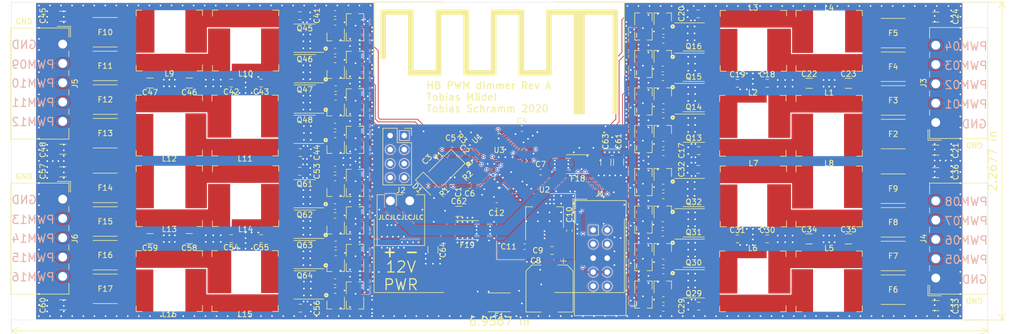
<source format=kicad_pcb>
(kicad_pcb (version 20171130) (host pcbnew 5.1.5)
  (layers (0 F.Cu signal) (31 B.Cu signal) (34 B.Paste user) (35 F.Paste user) (36 B.SilkS user) (37 F.SilkS user) (38 B.Mask user) (39 F.Mask user) (44 Edge.Cuts user))
  (net 0 "")
  (net 1 GND)
  (net 2 "Net-(C2-Pad2)")
  (net 3 "Net-(C3-Pad2)")
  (net 4 +3V3)
  (net 5 +12V)
  (net 6 "Net-(J1-Pad10)")
  (net 7 "Net-(J1-Pad9)")
  (net 8 /SWDIO)
  (net 9 "Net-(J1-Pad3)")
  (net 10 /SWCLK)
  (net 11 "Net-(J1-Pad1)")
  (net 12 "Net-(Q1-Pad3)")
  (net 13 "Net-(Q1-Pad1)")
  (net 14 "Net-(Q2-Pad3)")
  (net 15 "Net-(Q3-Pad3)")
  (net 16 "Net-(R3-Pad1)")
  (net 17 "Net-(U1-Pad41)")
  (net 18 "Net-(U1-Pad40)")
  (net 19 "Net-(U1-Pad39)")
  (net 20 "Net-(U1-Pad38)")
  (net 21 "Net-(U1-Pad33)")
  (net 22 "Net-(U1-Pad28)")
  (net 23 "Net-(U1-Pad27)")
  (net 24 "Net-(U1-Pad26)")
  (net 25 "Net-(U1-Pad25)")
  (net 26 "Net-(U1-Pad20)")
  (net 27 "Net-(U1-Pad15)")
  (net 28 "Net-(U1-Pad14)")
  (net 29 "Net-(U1-Pad4)")
  (net 30 "Net-(U1-Pad3)")
  (net 31 "Net-(U1-Pad2)")
  (net 32 "Net-(U1-Pad1)")
  (net 33 "Net-(C17-Pad1)")
  (net 34 "Net-(C18-Pad1)")
  (net 35 "Net-(C19-Pad1)")
  (net 36 "Net-(C20-Pad1)")
  (net 37 "Net-(C21-Pad1)")
  (net 38 "Net-(C22-Pad1)")
  (net 39 "Net-(C23-Pad1)")
  (net 40 "Net-(C24-Pad1)")
  (net 41 "Net-(F2-Pad1)")
  (net 42 "Net-(F3-Pad1)")
  (net 43 "Net-(F4-Pad1)")
  (net 44 "Net-(F5-Pad1)")
  (net 45 "Net-(Q5-Pad3)")
  (net 46 "Net-(Q5-Pad1)")
  (net 47 "Net-(Q10-Pad1)")
  (net 48 "Net-(Q6-Pad1)")
  (net 49 "Net-(Q12-Pad1)")
  (net 50 "Net-(Q7-Pad1)")
  (net 51 "Net-(Q8-Pad3)")
  (net 52 "Net-(Q9-Pad3)")
  (net 53 "Net-(Q10-Pad3)")
  (net 54 "Net-(Q11-Pad3)")
  (net 55 "Net-(Q12-Pad3)")
  (net 56 "Net-(Q14-Pad4)")
  (net 57 "Net-(Q15-Pad4)")
  (net 58 "Net-(Q16-Pad4)")
  (net 59 "Net-(U3-Pad6)")
  (net 60 "Net-(U3-Pad5)")
  (net 61 "Net-(U3-Pad1)")
  (net 62 "Net-(Q13-Pad4)")
  (net 63 "Net-(Q4-Pad3)")
  (net 64 "Net-(C29-Pad1)")
  (net 65 "Net-(C30-Pad1)")
  (net 66 "Net-(C31-Pad1)")
  (net 67 "Net-(C32-Pad1)")
  (net 68 "Net-(C33-Pad1)")
  (net 69 "Net-(C34-Pad1)")
  (net 70 "Net-(C35-Pad1)")
  (net 71 "Net-(C36-Pad1)")
  (net 72 "Net-(C41-Pad1)")
  (net 73 "Net-(C42-Pad1)")
  (net 74 "Net-(C43-Pad1)")
  (net 75 "Net-(C44-Pad1)")
  (net 76 "Net-(C45-Pad1)")
  (net 77 "Net-(C46-Pad1)")
  (net 78 "Net-(C47-Pad1)")
  (net 79 "Net-(C48-Pad1)")
  (net 80 "Net-(C53-Pad1)")
  (net 81 "Net-(C54-Pad1)")
  (net 82 "Net-(C55-Pad1)")
  (net 83 "Net-(C56-Pad1)")
  (net 84 "Net-(C57-Pad1)")
  (net 85 "Net-(C58-Pad1)")
  (net 86 "Net-(C59-Pad1)")
  (net 87 "Net-(C60-Pad1)")
  (net 88 "Net-(F6-Pad1)")
  (net 89 "Net-(F7-Pad1)")
  (net 90 "Net-(F8-Pad1)")
  (net 91 "Net-(F9-Pad1)")
  (net 92 "Net-(F10-Pad1)")
  (net 93 "Net-(F11-Pad1)")
  (net 94 "Net-(F12-Pad1)")
  (net 95 "Net-(F13-Pad1)")
  (net 96 "Net-(F14-Pad1)")
  (net 97 "Net-(F15-Pad1)")
  (net 98 "Net-(F16-Pad1)")
  (net 99 "Net-(F17-Pad1)")
  (net 100 "Net-(Q17-Pad3)")
  (net 101 "Net-(Q17-Pad1)")
  (net 102 "Net-(Q18-Pad3)")
  (net 103 "Net-(Q18-Pad1)")
  (net 104 "Net-(Q19-Pad3)")
  (net 105 "Net-(Q19-Pad1)")
  (net 106 "Net-(Q20-Pad3)")
  (net 107 "Net-(Q20-Pad1)")
  (net 108 "Net-(Q21-Pad3)")
  (net 109 "Net-(Q22-Pad3)")
  (net 110 "Net-(Q23-Pad3)")
  (net 111 "Net-(Q24-Pad3)")
  (net 112 "Net-(Q25-Pad3)")
  (net 113 "Net-(Q26-Pad3)")
  (net 114 "Net-(Q27-Pad3)")
  (net 115 "Net-(Q28-Pad3)")
  (net 116 "Net-(Q29-Pad4)")
  (net 117 "Net-(Q30-Pad4)")
  (net 118 "Net-(Q31-Pad4)")
  (net 119 "Net-(Q32-Pad4)")
  (net 120 "Net-(Q33-Pad3)")
  (net 121 "Net-(Q33-Pad1)")
  (net 122 "Net-(Q34-Pad3)")
  (net 123 "Net-(Q34-Pad1)")
  (net 124 "Net-(Q35-Pad3)")
  (net 125 "Net-(Q35-Pad1)")
  (net 126 "Net-(Q36-Pad3)")
  (net 127 "Net-(Q36-Pad1)")
  (net 128 "Net-(Q37-Pad3)")
  (net 129 "Net-(Q38-Pad3)")
  (net 130 "Net-(Q39-Pad3)")
  (net 131 "Net-(Q40-Pad3)")
  (net 132 "Net-(Q41-Pad3)")
  (net 133 "Net-(Q42-Pad3)")
  (net 134 "Net-(Q43-Pad3)")
  (net 135 "Net-(Q44-Pad3)")
  (net 136 "Net-(Q45-Pad4)")
  (net 137 "Net-(Q46-Pad4)")
  (net 138 "Net-(Q47-Pad4)")
  (net 139 "Net-(Q48-Pad4)")
  (net 140 "Net-(Q49-Pad3)")
  (net 141 "Net-(Q49-Pad1)")
  (net 142 "Net-(Q50-Pad3)")
  (net 143 "Net-(Q50-Pad1)")
  (net 144 "Net-(Q51-Pad3)")
  (net 145 "Net-(Q51-Pad1)")
  (net 146 "Net-(Q52-Pad3)")
  (net 147 "Net-(Q52-Pad1)")
  (net 148 "Net-(Q53-Pad3)")
  (net 149 "Net-(Q54-Pad3)")
  (net 150 "Net-(Q55-Pad3)")
  (net 151 "Net-(Q56-Pad3)")
  (net 152 "Net-(Q57-Pad3)")
  (net 153 "Net-(Q58-Pad3)")
  (net 154 "Net-(Q59-Pad3)")
  (net 155 "Net-(Q60-Pad3)")
  (net 156 "Net-(Q61-Pad4)")
  (net 157 "Net-(Q62-Pad4)")
  (net 158 "Net-(Q63-Pad4)")
  (net 159 "Net-(Q64-Pad4)")
  (net 160 /~RST)
  (net 161 "Net-(D1-Pad1)")
  (net 162 /SDA)
  (net 163 /SCL)
  (net 164 /PWM4)
  (net 165 /PWM5)
  (net 166 /PWM6)
  (net 167 /PWM7)
  (net 168 /PWM8)
  (net 169 /PWM9)
  (net 170 /PWM10)
  (net 171 /PWM11)
  (net 172 /PWM0)
  (net 173 /PWM1)
  (net 174 /PWM2)
  (net 175 /PWM3)
  (net 176 /PWM12)
  (net 177 /PWM13)
  (net 178 /PWM14)
  (net 179 /PWM15)
  (net 180 "Net-(C10-Pad1)")
  (net 181 "/Dimmer channel 1/+12V")
  (net 182 "/Dimmer channel 3/+12V")
  (module Capacitor_SMD:C_1206_3216Metric (layer F.Cu) (at 160.9 106.9 270)
    (fp_text reference C64 (at 0 -1.8 90) (layer F.SilkS))
    (fp_text value 10uF)
    (pad 2 smd roundrect (at 1.4 0 270) (size 1.25 1.75) (layers F.Cu F.Paste F.Mask) (roundrect_rratio 0.2) (net 1 GND))
    (pad 1 smd roundrect (at -1.4 0 270) (size 1.25 1.75) (layers F.Cu F.Paste F.Mask) (roundrect_rratio 0.2) (net 182 "/Dimmer channel 3/+12V"))
  )
  (module Capacitor_SMD:C_1206_3216Metric (layer F.Cu) (at 192.2 91 270)
    (fp_text reference C63 (at -3.75 0.05 90) (layer F.SilkS))
    (fp_text value 10uF)
    (pad 2 smd roundrect (at 1.4 0 270) (size 1.25 1.75) (layers F.Cu F.Paste F.Mask) (roundrect_rratio 0.2) (net 1 GND))
    (pad 1 smd roundrect (at -1.4 0 270) (size 1.25 1.75) (layers F.Cu F.Paste F.Mask) (roundrect_rratio 0.2) (net 181 "/Dimmer channel 1/+12V"))
  )
  (module Capacitor_SMD:C_1206_3216Metric (layer F.Cu) (at 165.6 99.9)
    (fp_text reference C62 (at 0 -1.82) (layer F.SilkS))
    (fp_text value 10uF)
    (pad 2 smd roundrect (at 1.4 0) (size 1.25 1.75) (layers F.Cu F.Paste F.Mask) (roundrect_rratio 0.2) (net 1 GND))
    (pad 1 smd roundrect (at -1.4 0) (size 1.25 1.75) (layers F.Cu F.Paste F.Mask) (roundrect_rratio 0.2) (net 182 "/Dimmer channel 3/+12V"))
  )
  (module Capacitor_SMD:C_1206_3216Metric (layer F.Cu) (at 194.5 91 270)
    (fp_text reference C61 (at -3.8 0 90) (layer F.SilkS))
    (fp_text value 10uF)
    (pad 2 smd roundrect (at 1.4 0 270) (size 1.25 1.75) (layers F.Cu F.Paste F.Mask) (roundrect_rratio 0.2) (net 1 GND))
    (pad 1 smd roundrect (at -1.4 0 270) (size 1.25 1.75) (layers F.Cu F.Paste F.Mask) (roundrect_rratio 0.2) (net 181 "/Dimmer channel 1/+12V"))
  )
  (module Capacitor_SMD:CP_Elec_8x6.7 (layer F.Cu) (at 182 113.9 270)
    (fp_text reference C8 (at -5.05 2.5 180) (layer F.SilkS))
    (fp_text value 100uF)
    (pad 2 smd roundrect (at 3.05 0 270) (size 4 2.5) (layers F.Cu F.Paste F.Mask) (roundrect_rratio 0.1) (net 1 GND))
    (pad 1 smd roundrect (at -3.05 0 270) (size 4 2.5) (layers F.Cu F.Paste F.Mask) (roundrect_rratio 0.1) (net 180 "Net-(C10-Pad1)"))
  )
  (module Connector_Wago_714:Wago_714-162_1x02_P3.50mm_Horizontal (layer F.Cu) (at 153.2 98)
    (fp_text reference J2 (at 1.9 -1.9) (layer F.SilkS))
    (fp_text value "12V Input")
    (pad 2 thru_hole oval (at 3.5 0) (size 2 2.6) (drill 1.6) (layers *.Cu *.Mask) (net 1 GND))
    (pad 1 thru_hole roundrect (at 0 0) (size 2 2.6) (drill 1.6) (layers *.Cu *.Mask) (roundrect_rratio 0.125) (net 5 +12V))
  )
  (module Fuse:Fuse_2512_6332Metric (layer F.Cu) (at 167.1 103.3)
    (fp_text reference F19 (at 0 2.7) (layer F.SilkS))
    (fp_text value 500mA)
    (pad 2 smd roundrect (at 2.9 0) (size 1.35 3.35) (layers F.Cu F.Paste F.Mask) (roundrect_rratio 0.185185) (net 5 +12V))
    (pad 1 smd roundrect (at -2.9 0) (size 1.35 3.35) (layers F.Cu F.Paste F.Mask) (roundrect_rratio 0.185185) (net 182 "/Dimmer channel 3/+12V"))
  )
  (module Fuse:Fuse_2512_6332Metric (layer F.Cu) (at 187.1 91.35 180)
    (fp_text reference F18 (at 0 -2.62) (layer F.SilkS))
    (fp_text value 500mA)
    (pad 2 smd roundrect (at 2.9 0 180) (size 1.35 3.35) (layers F.Cu F.Paste F.Mask) (roundrect_rratio 0.185185) (net 5 +12V))
    (pad 1 smd roundrect (at -2.9 0 180) (size 1.35 3.35) (layers F.Cu F.Paste F.Mask) (roundrect_rratio 0.185185) (net 181 "/Dimmer channel 1/+12V"))
  )
  (module Diode_SMD:D_SOD-123 (layer F.Cu) (at 160.05 95.1 315)
    (fp_text reference D1 (at -0.954594 1.803122 135) (layer F.SilkS))
    (fp_text value D_Schottky)
    (pad 2 smd rect (at 1.65 0 315) (size 0.9 1.2) (layers F.Cu F.Paste F.Mask) (net 160 /~RST))
    (pad 1 smd rect (at -1.65 0 315) (size 0.9 1.2) (layers F.Cu F.Paste F.Mask) (net 161 "Net-(D1-Pad1)"))
  )
  (module Connector_Wago:Wago_734-165_1x05_P3.50mm_Horizontal (layer F.Cu) (at 93.9 97.7 270)
    (fp_text reference J6 (at 7.15 -2.2 90) (layer F.SilkS))
    (fp_text value Conn_01x05_Male)
    (pad 5 thru_hole oval (at 14 0 270) (size 2 2.6) (drill 1.6) (layers *.Cu *.Mask) (net 99 "Net-(F17-Pad1)"))
    (pad 4 thru_hole oval (at 10.5 0 270) (size 2 2.6) (drill 1.6) (layers *.Cu *.Mask) (net 98 "Net-(F16-Pad1)"))
    (pad 3 thru_hole oval (at 7 0 270) (size 2 2.6) (drill 1.6) (layers *.Cu *.Mask) (net 97 "Net-(F15-Pad1)"))
    (pad 2 thru_hole oval (at 3.5 0 270) (size 2 2.6) (drill 1.6) (layers *.Cu *.Mask) (net 96 "Net-(F14-Pad1)"))
    (pad 1 thru_hole roundrect (at 0 0 270) (size 2 2.6) (drill 1.6) (layers *.Cu *.Mask) (roundrect_rratio 0.125) (net 1 GND))
  )
  (module Connector_Wago:Wago_734-165_1x05_P3.50mm_Horizontal (layer F.Cu) (at 93.9 69.6 270)
    (fp_text reference J5 (at 7.15 -2.2 90) (layer F.SilkS))
    (fp_text value Conn_01x05_Male)
    (pad 5 thru_hole oval (at 14 0 270) (size 2 2.6) (drill 1.6) (layers *.Cu *.Mask) (net 95 "Net-(F13-Pad1)"))
    (pad 4 thru_hole oval (at 10.5 0 270) (size 2 2.6) (drill 1.6) (layers *.Cu *.Mask) (net 94 "Net-(F12-Pad1)"))
    (pad 3 thru_hole oval (at 7 0 270) (size 2 2.6) (drill 1.6) (layers *.Cu *.Mask) (net 93 "Net-(F11-Pad1)"))
    (pad 2 thru_hole oval (at 3.5 0 270) (size 2 2.6) (drill 1.6) (layers *.Cu *.Mask) (net 92 "Net-(F10-Pad1)"))
    (pad 1 thru_hole roundrect (at 0 0 270) (size 2 2.6) (drill 1.6) (layers *.Cu *.Mask) (roundrect_rratio 0.125) (net 1 GND))
  )
  (module Connector_Wago:Wago_734-165_1x05_P3.50mm_Horizontal (layer F.Cu) (at 251.9 112 90)
    (fp_text reference J4 (at 7.15 -2.2 90) (layer F.SilkS))
    (fp_text value Conn_01x05_Male)
    (pad 5 thru_hole oval (at 14 0 90) (size 2 2.6) (drill 1.6) (layers *.Cu *.Mask) (net 91 "Net-(F9-Pad1)"))
    (pad 4 thru_hole oval (at 10.5 0 90) (size 2 2.6) (drill 1.6) (layers *.Cu *.Mask) (net 90 "Net-(F8-Pad1)"))
    (pad 3 thru_hole oval (at 7 0 90) (size 2 2.6) (drill 1.6) (layers *.Cu *.Mask) (net 89 "Net-(F7-Pad1)"))
    (pad 2 thru_hole oval (at 3.5 0 90) (size 2 2.6) (drill 1.6) (layers *.Cu *.Mask) (net 88 "Net-(F6-Pad1)"))
    (pad 1 thru_hole roundrect (at 0 0 90) (size 2 2.6) (drill 1.6) (layers *.Cu *.Mask) (roundrect_rratio 0.125) (net 1 GND))
  )
  (module Connector_Wago:Wago_734-165_1x05_P3.50mm_Horizontal (layer F.Cu) (at 251.9 83.8 90)
    (fp_text reference J3 (at 7.15 -2.2 90) (layer F.SilkS))
    (fp_text value Conn_01x05_Male)
    (pad 5 thru_hole oval (at 14 0 90) (size 2 2.6) (drill 1.6) (layers *.Cu *.Mask) (net 44 "Net-(F5-Pad1)"))
    (pad 4 thru_hole oval (at 10.5 0 90) (size 2 2.6) (drill 1.6) (layers *.Cu *.Mask) (net 43 "Net-(F4-Pad1)"))
    (pad 3 thru_hole oval (at 7 0 90) (size 2 2.6) (drill 1.6) (layers *.Cu *.Mask) (net 42 "Net-(F3-Pad1)"))
    (pad 2 thru_hole oval (at 3.5 0 90) (size 2 2.6) (drill 1.6) (layers *.Cu *.Mask) (net 41 "Net-(F2-Pad1)"))
    (pad 1 thru_hole roundrect (at 0 0 90) (size 2 2.6) (drill 1.6) (layers *.Cu *.Mask) (roundrect_rratio 0.125) (net 1 GND))
  )
  (module Resistor_SMD:R_0603_1608Metric (layer F.Cu) (at 202.6 95.5 180)
    (fp_text reference R35 hide)
    (fp_text value 22R)
    (pad 2 smd roundrect (at 0.7875 0 180) (size 0.875 0.95) (layers F.Cu F.Paste F.Mask) (net 115 "Net-(Q28-Pad3)"))
    (pad 1 smd roundrect (at -0.7875 0 180) (size 0.875 0.95) (layers F.Cu F.Paste F.Mask) (net 119 "Net-(Q32-Pad4)"))
  )
  (module Resistor_SMD:R_0603_1608Metric (layer F.Cu) (at 202.6 97.1)
    (fp_text reference R34 hide)
    (fp_text value 22R)
    (pad 2 smd roundrect (at 0.7875 0) (size 0.875 0.95) (layers F.Cu F.Paste F.Mask) (net 119 "Net-(Q32-Pad4)"))
    (pad 1 smd roundrect (at -0.7875 0) (size 0.875 0.95) (layers F.Cu F.Paste F.Mask) (net 114 "Net-(Q27-Pad3)"))
  )
  (module Resistor_SMD:R_0603_1608Metric (layer F.Cu) (at 202.5 102.3 180)
    (fp_text reference R33 hide)
    (fp_text value 22R)
    (pad 2 smd roundrect (at 0.7875 0 180) (size 0.875 0.95) (layers F.Cu F.Paste F.Mask) (net 113 "Net-(Q26-Pad3)"))
    (pad 1 smd roundrect (at -0.7875 0 180) (size 0.875 0.95) (layers F.Cu F.Paste F.Mask) (net 118 "Net-(Q31-Pad4)"))
  )
  (module Resistor_SMD:R_0603_1608Metric (layer F.Cu) (at 202.5 103.9)
    (fp_text reference R32 hide)
    (fp_text value 22R)
    (pad 2 smd roundrect (at 0.7875 0) (size 0.875 0.95) (layers F.Cu F.Paste F.Mask) (net 118 "Net-(Q31-Pad4)"))
    (pad 1 smd roundrect (at -0.7875 0) (size 0.875 0.95) (layers F.Cu F.Paste F.Mask) (net 112 "Net-(Q25-Pad3)"))
  )
  (module Resistor_SMD:R_0603_1608Metric (layer F.Cu) (at 202.6 109.1 180)
    (fp_text reference R31 hide)
    (fp_text value 22R)
    (pad 2 smd roundrect (at 0.7875 0 180) (size 0.875 0.95) (layers F.Cu F.Paste F.Mask) (net 111 "Net-(Q24-Pad3)"))
    (pad 1 smd roundrect (at -0.7875 0 180) (size 0.875 0.95) (layers F.Cu F.Paste F.Mask) (net 117 "Net-(Q30-Pad4)"))
  )
  (module Resistor_SMD:R_0603_1608Metric (layer F.Cu) (at 202.6 110.7)
    (fp_text reference R30 hide)
    (fp_text value 22R)
    (pad 2 smd roundrect (at 0.7875 0) (size 0.875 0.95) (layers F.Cu F.Paste F.Mask) (net 117 "Net-(Q30-Pad4)"))
    (pad 1 smd roundrect (at -0.7875 0) (size 0.875 0.95) (layers F.Cu F.Paste F.Mask) (net 110 "Net-(Q23-Pad3)"))
  )
  (module Resistor_SMD:R_0603_1608Metric (layer F.Cu) (at 202.6 115.9 180)
    (fp_text reference R29 hide)
    (fp_text value 22R)
    (pad 2 smd roundrect (at 0.7875 0 180) (size 0.875 0.95) (layers F.Cu F.Paste F.Mask) (net 109 "Net-(Q22-Pad3)"))
    (pad 1 smd roundrect (at -0.7875 0 180) (size 0.875 0.95) (layers F.Cu F.Paste F.Mask) (net 116 "Net-(Q29-Pad4)"))
  )
  (module Resistor_SMD:R_0603_1608Metric (layer F.Cu) (at 202.6 117.5)
    (fp_text reference R28 hide)
    (fp_text value 22R)
    (pad 2 smd roundrect (at 0.7875 0) (size 0.875 0.95) (layers F.Cu F.Paste F.Mask) (net 116 "Net-(Q29-Pad4)"))
    (pad 1 smd roundrect (at -0.7875 0) (size 0.875 0.95) (layers F.Cu F.Paste F.Mask) (net 108 "Net-(Q21-Pad3)"))
  )
  (module Resistor_SMD:R_0402_1005Metric (layer F.Cu) (at 196.65 96.65 90)
    (fp_text reference R27 hide)
    (fp_text value 1k)
    (pad 2 smd roundrect (at 0.485 0 90) (size 0.59 0.64) (layers F.Cu F.Paste F.Mask) (net 181 "/Dimmer channel 1/+12V"))
    (pad 1 smd roundrect (at -0.485 0 90) (size 0.59 0.64) (layers F.Cu F.Paste F.Mask) (net 106 "Net-(Q20-Pad3)"))
  )
  (module Resistor_SMD:R_0402_1005Metric (layer F.Cu) (at 196.7 103.5 90)
    (fp_text reference R26 hide)
    (fp_text value 1k)
    (pad 2 smd roundrect (at 0.485 0 90) (size 0.59 0.64) (layers F.Cu F.Paste F.Mask) (net 181 "/Dimmer channel 1/+12V"))
    (pad 1 smd roundrect (at -0.485 0 90) (size 0.59 0.64) (layers F.Cu F.Paste F.Mask) (net 104 "Net-(Q19-Pad3)"))
  )
  (module Resistor_SMD:R_0402_1005Metric (layer F.Cu) (at 196.7 110.3 90)
    (fp_text reference R25 hide)
    (fp_text value 1k)
    (pad 2 smd roundrect (at 0.485 0 90) (size 0.59 0.64) (layers F.Cu F.Paste F.Mask) (net 181 "/Dimmer channel 1/+12V"))
    (pad 1 smd roundrect (at -0.485 0 90) (size 0.59 0.64) (layers F.Cu F.Paste F.Mask) (net 102 "Net-(Q18-Pad3)"))
  )
  (module Resistor_SMD:R_0402_1005Metric (layer F.Cu) (at 196.7 117.1 90)
    (fp_text reference R24 hide)
    (fp_text value 1k)
    (pad 2 smd roundrect (at 0.485 0 90) (size 0.59 0.64) (layers F.Cu F.Paste F.Mask) (net 181 "/Dimmer channel 1/+12V"))
    (pad 1 smd roundrect (at -0.485 0 90) (size 0.59 0.64) (layers F.Cu F.Paste F.Mask) (net 100 "Net-(Q17-Pad3)"))
  )
  (module Resistor_SMD:R_0402_1005Metric (layer F.Cu) (at 196.65 92.65 270)
    (fp_text reference R23 hide)
    (fp_text value 10k)
    (pad 2 smd roundrect (at 0.485 0 270) (size 0.59 0.64) (layers F.Cu F.Paste F.Mask) (net 107 "Net-(Q20-Pad1)"))
    (pad 1 smd roundrect (at -0.485 0 270) (size 0.59 0.64) (layers F.Cu F.Paste F.Mask) (net 171 /PWM11))
  )
  (module Resistor_SMD:R_0402_1005Metric (layer F.Cu) (at 196.7 99.5 270)
    (fp_text reference R22 hide)
    (fp_text value 10k)
    (pad 2 smd roundrect (at 0.485 0 270) (size 0.59 0.64) (layers F.Cu F.Paste F.Mask) (net 105 "Net-(Q19-Pad1)"))
    (pad 1 smd roundrect (at -0.485 0 270) (size 0.59 0.64) (layers F.Cu F.Paste F.Mask) (net 170 /PWM10))
  )
  (module Resistor_SMD:R_0402_1005Metric (layer F.Cu) (at 196.7 106.3 270)
    (fp_text reference R21 hide)
    (fp_text value 10k)
    (pad 2 smd roundrect (at 0.485 0 270) (size 0.59 0.64) (layers F.Cu F.Paste F.Mask) (net 103 "Net-(Q18-Pad1)"))
    (pad 1 smd roundrect (at -0.485 0 270) (size 0.59 0.64) (layers F.Cu F.Paste F.Mask) (net 169 /PWM9))
  )
  (module Resistor_SMD:R_0402_1005Metric (layer F.Cu) (at 196.7 113.1 270)
    (fp_text reference R20 hide)
    (fp_text value 10k)
    (pad 2 smd roundrect (at 0.485 0 270) (size 0.59 0.64) (layers F.Cu F.Paste F.Mask) (net 101 "Net-(Q17-Pad1)"))
    (pad 1 smd roundrect (at -0.485 0 270) (size 0.59 0.64) (layers F.Cu F.Paste F.Mask) (net 168 /PWM8))
  )
  (module Package_SO:SOIC-8_3.9x4.9mm_P1.27mm (layer F.Cu) (at 208.1 96.5)
    (fp_text reference Q32 (at 0 1.7) (layer F.SilkS))
    (fp_text value VS5810AS)
    (pad 8 smd roundrect (at 2.475 -1.905) (size 1.95 0.6) (layers F.Cu F.Paste F.Mask) (net 67 "Net-(C32-Pad1)"))
    (pad 7 smd roundrect (at 2.475 -0.635) (size 1.95 0.6) (layers F.Cu F.Paste F.Mask) (net 67 "Net-(C32-Pad1)"))
    (pad 6 smd roundrect (at 2.475 0.635) (size 1.95 0.6) (layers F.Cu F.Paste F.Mask) (net 67 "Net-(C32-Pad1)"))
    (pad 5 smd roundrect (at 2.475 1.905) (size 1.95 0.6) (layers F.Cu F.Paste F.Mask) (net 67 "Net-(C32-Pad1)"))
    (pad 4 smd roundrect (at -2.475 1.905) (size 1.95 0.6) (layers F.Cu F.Paste F.Mask) (net 119 "Net-(Q32-Pad4)"))
    (pad 3 smd roundrect (at -2.475 0.635) (size 1.95 0.6) (layers F.Cu F.Paste F.Mask) (net 1 GND))
    (pad 2 smd roundrect (at -2.475 -0.635) (size 1.95 0.6) (layers F.Cu F.Paste F.Mask) (net 1 GND))
    (pad 1 smd roundrect (at -2.475 -1.905) (size 1.95 0.6) (layers F.Cu F.Paste F.Mask) (net 1 GND))
  )
  (module Package_SO:SOIC-8_3.9x4.9mm_P1.27mm (layer F.Cu) (at 208.1 102)
    (fp_text reference Q31 (at 0 1.7) (layer F.SilkS))
    (fp_text value VS5810AS)
    (pad 8 smd roundrect (at 2.475 -1.905) (size 1.95 0.6) (layers F.Cu F.Paste F.Mask) (net 66 "Net-(C31-Pad1)"))
    (pad 7 smd roundrect (at 2.475 -0.635) (size 1.95 0.6) (layers F.Cu F.Paste F.Mask) (net 66 "Net-(C31-Pad1)"))
    (pad 6 smd roundrect (at 2.475 0.635) (size 1.95 0.6) (layers F.Cu F.Paste F.Mask) (net 66 "Net-(C31-Pad1)"))
    (pad 5 smd roundrect (at 2.475 1.905) (size 1.95 0.6) (layers F.Cu F.Paste F.Mask) (net 66 "Net-(C31-Pad1)"))
    (pad 4 smd roundrect (at -2.475 1.905) (size 1.95 0.6) (layers F.Cu F.Paste F.Mask) (net 118 "Net-(Q31-Pad4)"))
    (pad 3 smd roundrect (at -2.475 0.635) (size 1.95 0.6) (layers F.Cu F.Paste F.Mask) (net 1 GND))
    (pad 2 smd roundrect (at -2.475 -0.635) (size 1.95 0.6) (layers F.Cu F.Paste F.Mask) (net 1 GND))
    (pad 1 smd roundrect (at -2.475 -1.905) (size 1.95 0.6) (layers F.Cu F.Paste F.Mask) (net 1 GND))
  )
  (module Package_SO:SOIC-8_3.9x4.9mm_P1.27mm (layer F.Cu) (at 208.1 107.5)
    (fp_text reference Q30 (at 0 1.7) (layer F.SilkS))
    (fp_text value VS5810AS)
    (pad 8 smd roundrect (at 2.475 -1.905) (size 1.95 0.6) (layers F.Cu F.Paste F.Mask) (net 65 "Net-(C30-Pad1)"))
    (pad 7 smd roundrect (at 2.475 -0.635) (size 1.95 0.6) (layers F.Cu F.Paste F.Mask) (net 65 "Net-(C30-Pad1)"))
    (pad 6 smd roundrect (at 2.475 0.635) (size 1.95 0.6) (layers F.Cu F.Paste F.Mask) (net 65 "Net-(C30-Pad1)"))
    (pad 5 smd roundrect (at 2.475 1.905) (size 1.95 0.6) (layers F.Cu F.Paste F.Mask) (net 65 "Net-(C30-Pad1)"))
    (pad 4 smd roundrect (at -2.475 1.905) (size 1.95 0.6) (layers F.Cu F.Paste F.Mask) (net 117 "Net-(Q30-Pad4)"))
    (pad 3 smd roundrect (at -2.475 0.635) (size 1.95 0.6) (layers F.Cu F.Paste F.Mask) (net 1 GND))
    (pad 2 smd roundrect (at -2.475 -0.635) (size 1.95 0.6) (layers F.Cu F.Paste F.Mask) (net 1 GND))
    (pad 1 smd roundrect (at -2.475 -1.905) (size 1.95 0.6) (layers F.Cu F.Paste F.Mask) (net 1 GND))
  )
  (module Package_SO:SOIC-8_3.9x4.9mm_P1.27mm (layer F.Cu) (at 208.125 113.035)
    (fp_text reference Q29 (at -0.025 1.765) (layer F.SilkS))
    (fp_text value VS5810AS)
    (pad 8 smd roundrect (at 2.475 -1.905) (size 1.95 0.6) (layers F.Cu F.Paste F.Mask) (net 64 "Net-(C29-Pad1)"))
    (pad 7 smd roundrect (at 2.475 -0.635) (size 1.95 0.6) (layers F.Cu F.Paste F.Mask) (net 64 "Net-(C29-Pad1)"))
    (pad 6 smd roundrect (at 2.475 0.635) (size 1.95 0.6) (layers F.Cu F.Paste F.Mask) (net 64 "Net-(C29-Pad1)"))
    (pad 5 smd roundrect (at 2.475 1.905) (size 1.95 0.6) (layers F.Cu F.Paste F.Mask) (net 64 "Net-(C29-Pad1)"))
    (pad 4 smd roundrect (at -2.475 1.905) (size 1.95 0.6) (layers F.Cu F.Paste F.Mask) (net 116 "Net-(Q29-Pad4)"))
    (pad 3 smd roundrect (at -2.475 0.635) (size 1.95 0.6) (layers F.Cu F.Paste F.Mask) (net 1 GND))
    (pad 2 smd roundrect (at -2.475 -0.635) (size 1.95 0.6) (layers F.Cu F.Paste F.Mask) (net 1 GND))
    (pad 1 smd roundrect (at -2.475 -1.905) (size 1.95 0.6) (layers F.Cu F.Paste F.Mask) (net 1 GND))
  )
  (module Package_TO_SOT_SMD:SOT-23 (layer F.Cu) (at 202.5 92.9 90)
    (fp_text reference Q28 hide)
    (fp_text value 2N7002)
    (pad 3 smd rect (at 1 0 90) (size 0.9 0.8) (layers F.Cu F.Paste F.Mask) (net 115 "Net-(Q28-Pad3)"))
    (pad 2 smd rect (at -1 0.95 90) (size 0.9 0.8) (layers F.Cu F.Paste F.Mask) (net 1 GND))
    (pad 1 smd rect (at -1 -0.95 90) (size 0.9 0.8) (layers F.Cu F.Paste F.Mask) (net 106 "Net-(Q20-Pad3)"))
  )
  (module Package_TO_SOT_SMD:SOT-23 (layer F.Cu) (at 199 96.3 270)
    (fp_text reference Q27 hide)
    (fp_text value BSS84)
    (pad 3 smd rect (at 1 0 270) (size 0.9 0.8) (layers F.Cu F.Paste F.Mask) (net 114 "Net-(Q27-Pad3)"))
    (pad 2 smd rect (at -1 0.95 270) (size 0.9 0.8) (layers F.Cu F.Paste F.Mask) (net 181 "/Dimmer channel 1/+12V"))
    (pad 1 smd rect (at -1 -0.95 270) (size 0.9 0.8) (layers F.Cu F.Paste F.Mask) (net 106 "Net-(Q20-Pad3)"))
  )
  (module Package_TO_SOT_SMD:SOT-23 (layer F.Cu) (at 202.5 99.7 90)
    (fp_text reference Q26 hide)
    (fp_text value 2N7002)
    (pad 3 smd rect (at 1 0 90) (size 0.9 0.8) (layers F.Cu F.Paste F.Mask) (net 113 "Net-(Q26-Pad3)"))
    (pad 2 smd rect (at -1 0.95 90) (size 0.9 0.8) (layers F.Cu F.Paste F.Mask) (net 1 GND))
    (pad 1 smd rect (at -1 -0.95 90) (size 0.9 0.8) (layers F.Cu F.Paste F.Mask) (net 104 "Net-(Q19-Pad3)"))
  )
  (module Package_TO_SOT_SMD:SOT-23 (layer F.Cu) (at 199 103.1 270)
    (fp_text reference Q25 hide)
    (fp_text value BSS84)
    (pad 3 smd rect (at 1 0 270) (size 0.9 0.8) (layers F.Cu F.Paste F.Mask) (net 112 "Net-(Q25-Pad3)"))
    (pad 2 smd rect (at -1 0.95 270) (size 0.9 0.8) (layers F.Cu F.Paste F.Mask) (net 181 "/Dimmer channel 1/+12V"))
    (pad 1 smd rect (at -1 -0.95 270) (size 0.9 0.8) (layers F.Cu F.Paste F.Mask) (net 104 "Net-(Q19-Pad3)"))
  )
  (module Package_TO_SOT_SMD:SOT-23 (layer F.Cu) (at 202.5 106.5 90)
    (fp_text reference Q24 hide)
    (fp_text value 2N7002)
    (pad 3 smd rect (at 1 0 90) (size 0.9 0.8) (layers F.Cu F.Paste F.Mask) (net 111 "Net-(Q24-Pad3)"))
    (pad 2 smd rect (at -1 0.95 90) (size 0.9 0.8) (layers F.Cu F.Paste F.Mask) (net 1 GND))
    (pad 1 smd rect (at -1 -0.95 90) (size 0.9 0.8) (layers F.Cu F.Paste F.Mask) (net 102 "Net-(Q18-Pad3)"))
  )
  (module Package_TO_SOT_SMD:SOT-23 (layer F.Cu) (at 199 109.9 270)
    (fp_text reference Q23 hide)
    (fp_text value BSS84)
    (pad 3 smd rect (at 1 0 270) (size 0.9 0.8) (layers F.Cu F.Paste F.Mask) (net 110 "Net-(Q23-Pad3)"))
    (pad 2 smd rect (at -1 0.95 270) (size 0.9 0.8) (layers F.Cu F.Paste F.Mask) (net 181 "/Dimmer channel 1/+12V"))
    (pad 1 smd rect (at -1 -0.95 270) (size 0.9 0.8) (layers F.Cu F.Paste F.Mask) (net 102 "Net-(Q18-Pad3)"))
  )
  (module Package_TO_SOT_SMD:SOT-23 (layer F.Cu) (at 202.5 113.3 90)
    (fp_text reference Q22 hide)
    (fp_text value 2N7002)
    (pad 3 smd rect (at 1 0 90) (size 0.9 0.8) (layers F.Cu F.Paste F.Mask) (net 109 "Net-(Q22-Pad3)"))
    (pad 2 smd rect (at -1 0.95 90) (size 0.9 0.8) (layers F.Cu F.Paste F.Mask) (net 1 GND))
    (pad 1 smd rect (at -1 -0.95 90) (size 0.9 0.8) (layers F.Cu F.Paste F.Mask) (net 100 "Net-(Q17-Pad3)"))
  )
  (module Package_TO_SOT_SMD:SOT-23 (layer F.Cu) (at 199 116.7 270)
    (fp_text reference Q21 hide)
    (fp_text value BSS84)
    (pad 3 smd rect (at 1 0 270) (size 0.9 0.8) (layers F.Cu F.Paste F.Mask) (net 108 "Net-(Q21-Pad3)"))
    (pad 2 smd rect (at -1 0.95 270) (size 0.9 0.8) (layers F.Cu F.Paste F.Mask) (net 181 "/Dimmer channel 1/+12V"))
    (pad 1 smd rect (at -1 -0.95 270) (size 0.9 0.8) (layers F.Cu F.Paste F.Mask) (net 100 "Net-(Q17-Pad3)"))
  )
  (module Package_TO_SOT_SMD:SOT-23 (layer F.Cu) (at 199 92.9 90)
    (fp_text reference Q20 hide)
    (fp_text value S9013)
    (pad 3 smd rect (at 1 0 90) (size 0.9 0.8) (layers F.Cu F.Paste F.Mask) (net 106 "Net-(Q20-Pad3)"))
    (pad 2 smd rect (at -1 0.95 90) (size 0.9 0.8) (layers F.Cu F.Paste F.Mask) (net 1 GND))
    (pad 1 smd rect (at -1 -0.95 90) (size 0.9 0.8) (layers F.Cu F.Paste F.Mask) (net 107 "Net-(Q20-Pad1)"))
  )
  (module Package_TO_SOT_SMD:SOT-23 (layer F.Cu) (at 199 99.7 90)
    (fp_text reference Q19 hide)
    (fp_text value S9013)
    (pad 3 smd rect (at 1 0 90) (size 0.9 0.8) (layers F.Cu F.Paste F.Mask) (net 104 "Net-(Q19-Pad3)"))
    (pad 2 smd rect (at -1 0.95 90) (size 0.9 0.8) (layers F.Cu F.Paste F.Mask) (net 1 GND))
    (pad 1 smd rect (at -1 -0.95 90) (size 0.9 0.8) (layers F.Cu F.Paste F.Mask) (net 105 "Net-(Q19-Pad1)"))
  )
  (module Package_TO_SOT_SMD:SOT-23 (layer F.Cu) (at 199 106.5 90)
    (fp_text reference Q18 hide)
    (fp_text value S9013)
    (pad 3 smd rect (at 1 0 90) (size 0.9 0.8) (layers F.Cu F.Paste F.Mask) (net 102 "Net-(Q18-Pad3)"))
    (pad 2 smd rect (at -1 0.95 90) (size 0.9 0.8) (layers F.Cu F.Paste F.Mask) (net 1 GND))
    (pad 1 smd rect (at -1 -0.95 90) (size 0.9 0.8) (layers F.Cu F.Paste F.Mask) (net 103 "Net-(Q18-Pad1)"))
  )
  (module Package_TO_SOT_SMD:SOT-23 (layer F.Cu) (at 199 113.3 90)
    (fp_text reference Q17 hide)
    (fp_text value S9013)
    (pad 3 smd rect (at 1 0 90) (size 0.9 0.8) (layers F.Cu F.Paste F.Mask) (net 100 "Net-(Q17-Pad3)"))
    (pad 2 smd rect (at -1 0.95 90) (size 0.9 0.8) (layers F.Cu F.Paste F.Mask) (net 1 GND))
    (pad 1 smd rect (at -1 -0.95 90) (size 0.9 0.8) (layers F.Cu F.Paste F.Mask) (net 101 "Net-(Q17-Pad1)"))
  )
  (module Inductor_Sunlord:SMD-PIND-10.5x11.5x4_2.5x3.0 (layer F.Cu) (at 232.6 97.2)
    (fp_text reference L8 (at 0 -6) (layer F.SilkS))
    (fp_text value 3.3uH)
    (pad 2 smd rect (at 4.75 0) (size 3.5 4) (layers F.Cu F.Paste F.Mask) (net 71 "Net-(C36-Pad1)"))
    (pad 1 smd rect (at -4.75 0) (size 3.5 4) (layers F.Cu F.Paste F.Mask) (net 67 "Net-(C32-Pad1)"))
  )
  (module Inductor_Sunlord:SMD-PIND-10.5x11.5x4_2.5x3.0 (layer F.Cu) (at 218.9 97.2)
    (fp_text reference L7 (at 0 -6) (layer F.SilkS))
    (fp_text value 3.3uH)
    (pad 2 smd rect (at 4.75 0) (size 3.5 4) (layers F.Cu F.Paste F.Mask) (net 70 "Net-(C35-Pad1)"))
    (pad 1 smd rect (at -4.75 0) (size 3.5 4) (layers F.Cu F.Paste F.Mask) (net 66 "Net-(C31-Pad1)"))
  )
  (module Inductor_Sunlord:SMD-PIND-10.5x11.5x4_2.5x3.0 (layer F.Cu) (at 218.8 112.6)
    (fp_text reference L6 (at 0 -6) (layer F.SilkS))
    (fp_text value 3.3uH)
    (pad 2 smd rect (at 4.75 0) (size 3.5 4) (layers F.Cu F.Paste F.Mask) (net 69 "Net-(C34-Pad1)"))
    (pad 1 smd rect (at -4.75 0) (size 3.5 4) (layers F.Cu F.Paste F.Mask) (net 65 "Net-(C30-Pad1)"))
  )
  (module Inductor_Sunlord:SMD-PIND-10.5x11.5x4_2.5x3.0 (layer F.Cu) (at 232.6 112.6)
    (fp_text reference L5 (at 0 -6) (layer F.SilkS))
    (fp_text value 3.3uH)
    (pad 2 smd rect (at 4.75 0) (size 3.5 4) (layers F.Cu F.Paste F.Mask) (net 68 "Net-(C33-Pad1)"))
    (pad 1 smd rect (at -4.75 0) (size 3.5 4) (layers F.Cu F.Paste F.Mask) (net 64 "Net-(C29-Pad1)"))
  )
  (module Fuse:Fuse_2920_7451Metric (layer F.Cu) (at 244.2 95.8 180)
    (fp_text reference F9 (at 0 0) (layer F.SilkS))
    (fp_text value "15V 5A")
    (pad 2 smd roundrect (at 3.3875 0 180) (size 1.925 5.45) (layers F.Cu F.Paste F.Mask) (roundrect_rratio 0.12987) (net 71 "Net-(C36-Pad1)"))
    (pad 1 smd roundrect (at -3.3875 0 180) (size 1.925 5.45) (layers F.Cu F.Paste F.Mask) (roundrect_rratio 0.12987) (net 91 "Net-(F9-Pad1)"))
  )
  (module Fuse:Fuse_2920_7451Metric (layer F.Cu) (at 244.2 101.9 180)
    (fp_text reference F8 (at 0 0) (layer F.SilkS))
    (fp_text value "15V 5A")
    (pad 2 smd roundrect (at 3.3875 0 180) (size 1.925 5.45) (layers F.Cu F.Paste F.Mask) (roundrect_rratio 0.12987) (net 70 "Net-(C35-Pad1)"))
    (pad 1 smd roundrect (at -3.3875 0 180) (size 1.925 5.45) (layers F.Cu F.Paste F.Mask) (roundrect_rratio 0.12987) (net 90 "Net-(F8-Pad1)"))
  )
  (module Fuse:Fuse_2920_7451Metric (layer F.Cu) (at 244.2 108 180)
    (fp_text reference F7 (at 0 0) (layer F.SilkS))
    (fp_text value "15V 5A")
    (pad 2 smd roundrect (at 3.3875 0 180) (size 1.925 5.45) (layers F.Cu F.Paste F.Mask) (roundrect_rratio 0.12987) (net 69 "Net-(C34-Pad1)"))
    (pad 1 smd roundrect (at -3.3875 0 180) (size 1.925 5.45) (layers F.Cu F.Paste F.Mask) (roundrect_rratio 0.12987) (net 89 "Net-(F7-Pad1)"))
  )
  (module Fuse:Fuse_2920_7451Metric (layer F.Cu) (at 244.2 114.1 180)
    (fp_text reference F6 (at 0 0) (layer F.SilkS))
    (fp_text value "15V 5A")
    (pad 2 smd roundrect (at 3.3875 0 180) (size 1.925 5.45) (layers F.Cu F.Paste F.Mask) (roundrect_rratio 0.12987) (net 68 "Net-(C33-Pad1)"))
    (pad 1 smd roundrect (at -3.3875 0 180) (size 1.925 5.45) (layers F.Cu F.Paste F.Mask) (roundrect_rratio 0.12987) (net 88 "Net-(F6-Pad1)"))
  )
  (module Capacitor_SMD:C_1206_3216Metric (layer F.Cu) (at 251.88 92.9)
    (fp_text reference C36 (at 3.62 -0.1 90) (layer F.SilkS))
    (fp_text value 1uF)
    (pad 2 smd roundrect (at 1.4 0) (size 1.25 1.75) (layers F.Cu F.Paste F.Mask) (roundrect_rratio 0.2) (net 1 GND))
    (pad 1 smd roundrect (at -1.4 0) (size 1.25 1.75) (layers F.Cu F.Paste F.Mask) (roundrect_rratio 0.2) (net 71 "Net-(C36-Pad1)"))
  )
  (module Capacitor_SMD:C_1206_3216Metric (layer F.Cu) (at 236.1 104.9 180)
    (fp_text reference C35 (at 0 1.7) (layer F.SilkS))
    (fp_text value 1uF)
    (pad 2 smd roundrect (at 1.4 0 180) (size 1.25 1.75) (layers F.Cu F.Paste F.Mask) (roundrect_rratio 0.2) (net 1 GND))
    (pad 1 smd roundrect (at -1.4 0 180) (size 1.25 1.75) (layers F.Cu F.Paste F.Mask) (roundrect_rratio 0.2) (net 70 "Net-(C35-Pad1)"))
  )
  (module Capacitor_SMD:C_1206_3216Metric (layer F.Cu) (at 229 104.9)
    (fp_text reference C34 (at 0 -1.7) (layer F.SilkS))
    (fp_text value 1uF)
    (pad 2 smd roundrect (at 1.4 0) (size 1.25 1.75) (layers F.Cu F.Paste F.Mask) (roundrect_rratio 0.2) (net 1 GND))
    (pad 1 smd roundrect (at -1.4 0) (size 1.25 1.75) (layers F.Cu F.Paste F.Mask) (roundrect_rratio 0.2) (net 69 "Net-(C34-Pad1)"))
  )
  (module Capacitor_SMD:C_1206_3216Metric (layer F.Cu) (at 251.88 117)
    (fp_text reference C33 (at 3.62 0.1 90) (layer F.SilkS))
    (fp_text value 1uF)
    (pad 2 smd roundrect (at 1.4 0) (size 1.25 1.75) (layers F.Cu F.Paste F.Mask) (roundrect_rratio 0.2) (net 1 GND))
    (pad 1 smd roundrect (at -1.4 0) (size 1.25 1.75) (layers F.Cu F.Paste F.Mask) (roundrect_rratio 0.2) (net 68 "Net-(C33-Pad1)"))
  )
  (module Capacitor_SMD:C_0805_2012Metric (layer F.Cu) (at 208.9 92.3 180)
    (fp_text reference C32 (at 3 0 90) (layer F.SilkS))
    (fp_text value 100p)
    (pad 2 smd roundrect (at 0.9375 0 180) (size 0.975 1.4) (layers F.Cu F.Paste F.Mask) (net 1 GND))
    (pad 1 smd roundrect (at -0.9375 0 180) (size 0.975 1.4) (layers F.Cu F.Paste F.Mask) (net 67 "Net-(C32-Pad1)"))
  )
  (module Capacitor_SMD:C_0805_2012Metric (layer F.Cu) (at 216 104.9)
    (fp_text reference C31 (at 0 -1.6) (layer F.SilkS))
    (fp_text value 100p)
    (pad 2 smd roundrect (at 0.9375 0) (size 0.975 1.4) (layers F.Cu F.Paste F.Mask) (net 1 GND))
    (pad 1 smd roundrect (at -0.9375 0) (size 0.975 1.4) (layers F.Cu F.Paste F.Mask) (net 66 "Net-(C31-Pad1)"))
  )
  (module Capacitor_SMD:C_0805_2012Metric (layer F.Cu) (at 221.4 104.9)
    (fp_text reference C30 (at 0 -1.6) (layer F.SilkS))
    (fp_text value 100p)
    (pad 2 smd roundrect (at 0.9375 0) (size 0.975 1.4) (layers F.Cu F.Paste F.Mask) (net 1 GND))
    (pad 1 smd roundrect (at -0.9375 0) (size 0.975 1.4) (layers F.Cu F.Paste F.Mask) (net 65 "Net-(C30-Pad1)"))
  )
  (module Capacitor_SMD:C_0805_2012Metric (layer F.Cu) (at 209 117.1 180)
    (fp_text reference C29 (at 3.1 0 90) (layer F.SilkS))
    (fp_text value 100p)
    (pad 2 smd roundrect (at 0.9375 0 180) (size 0.975 1.4) (layers F.Cu F.Paste F.Mask) (net 1 GND))
    (pad 1 smd roundrect (at -0.9375 0 180) (size 0.975 1.4) (layers F.Cu F.Paste F.Mask) (net 64 "Net-(C29-Pad1)"))
  )
  (module Capacitor_SMD:C_0402_1005Metric (layer F.Cu) (at 196.65 94.65 90)
    (fp_text reference C28 hide)
    (fp_text value 1uF)
    (pad 2 smd roundrect (at 0.485 0 90) (size 0.59 0.64) (layers F.Cu F.Paste F.Mask) (net 1 GND))
    (pad 1 smd roundrect (at -0.485 0 90) (size 0.59 0.64) (layers F.Cu F.Paste F.Mask) (net 181 "/Dimmer channel 1/+12V"))
  )
  (module Capacitor_SMD:C_0402_1005Metric (layer F.Cu) (at 196.7 101.5 90)
    (fp_text reference C27 hide)
    (fp_text value 1uF)
    (pad 2 smd roundrect (at 0.485 0 90) (size 0.59 0.64) (layers F.Cu F.Paste F.Mask) (net 1 GND))
    (pad 1 smd roundrect (at -0.485 0 90) (size 0.59 0.64) (layers F.Cu F.Paste F.Mask) (net 181 "/Dimmer channel 1/+12V"))
  )
  (module Capacitor_SMD:C_0402_1005Metric (layer F.Cu) (at 196.7 108.3 90)
    (fp_text reference C26 hide)
    (fp_text value 1uF)
    (pad 2 smd roundrect (at 0.485 0 90) (size 0.59 0.64) (layers F.Cu F.Paste F.Mask) (net 1 GND))
    (pad 1 smd roundrect (at -0.485 0 90) (size 0.59 0.64) (layers F.Cu F.Paste F.Mask) (net 181 "/Dimmer channel 1/+12V"))
  )
  (module Capacitor_SMD:C_0402_1005Metric (layer F.Cu) (at 196.7 115.1 90)
    (fp_text reference C25 hide)
    (fp_text value 1uF)
    (pad 2 smd roundrect (at 0.485 0 90) (size 0.59 0.64) (layers F.Cu F.Paste F.Mask) (net 1 GND))
    (pad 1 smd roundrect (at -0.485 0 90) (size 0.59 0.64) (layers F.Cu F.Paste F.Mask) (net 181 "/Dimmer channel 1/+12V"))
  )
  (module Resistor_SMD:R_0603_1608Metric (layer F.Cu) (at 143.2 114.25)
    (fp_text reference R67 hide)
    (fp_text value 22R)
    (pad 2 smd roundrect (at 0.7875 0) (size 0.875 0.95) (layers F.Cu F.Paste F.Mask) (net 155 "Net-(Q60-Pad3)"))
    (pad 1 smd roundrect (at -0.7875 0) (size 0.875 0.95) (layers F.Cu F.Paste F.Mask) (net 159 "Net-(Q64-Pad4)"))
  )
  (module Resistor_SMD:R_0603_1608Metric (layer F.Cu) (at 143.2 112.65 180)
    (fp_text reference R66 hide)
    (fp_text value 22R)
    (pad 2 smd roundrect (at 0.7875 0 180) (size 0.875 0.95) (layers F.Cu F.Paste F.Mask) (net 159 "Net-(Q64-Pad4)"))
    (pad 1 smd roundrect (at -0.7875 0 180) (size 0.875 0.95) (layers F.Cu F.Paste F.Mask) (net 154 "Net-(Q59-Pad3)"))
  )
  (module Resistor_SMD:R_0603_1608Metric (layer F.Cu) (at 143.3 107.45)
    (fp_text reference R65 hide)
    (fp_text value 22R)
    (pad 2 smd roundrect (at 0.7875 0) (size 0.875 0.95) (layers F.Cu F.Paste F.Mask) (net 153 "Net-(Q58-Pad3)"))
    (pad 1 smd roundrect (at -0.7875 0) (size 0.875 0.95) (layers F.Cu F.Paste F.Mask) (net 158 "Net-(Q63-Pad4)"))
  )
  (module Resistor_SMD:R_0603_1608Metric (layer F.Cu) (at 143.3 105.85 180)
    (fp_text reference R64 hide)
    (fp_text value 22R)
    (pad 2 smd roundrect (at 0.7875 0 180) (size 0.875 0.95) (layers F.Cu F.Paste F.Mask) (net 158 "Net-(Q63-Pad4)"))
    (pad 1 smd roundrect (at -0.7875 0 180) (size 0.875 0.95) (layers F.Cu F.Paste F.Mask) (net 152 "Net-(Q57-Pad3)"))
  )
  (module Resistor_SMD:R_0603_1608Metric (layer F.Cu) (at 143.2 100.65)
    (fp_text reference R63 hide)
    (fp_text value 22R)
    (pad 2 smd roundrect (at 0.7875 0) (size 0.875 0.95) (layers F.Cu F.Paste F.Mask) (net 151 "Net-(Q56-Pad3)"))
    (pad 1 smd roundrect (at -0.7875 0) (size 0.875 0.95) (layers F.Cu F.Paste F.Mask) (net 157 "Net-(Q62-Pad4)"))
  )
  (module Resistor_SMD:R_0603_1608Metric (layer F.Cu) (at 143.2 99.05 180)
    (fp_text reference R62 hide)
    (fp_text value 22R)
    (pad 2 smd roundrect (at 0.7875 0 180) (size 0.875 0.95) (layers F.Cu F.Paste F.Mask) (net 157 "Net-(Q62-Pad4)"))
    (pad 1 smd roundrect (at -0.7875 0 180) (size 0.875 0.95) (layers F.Cu F.Paste F.Mask) (net 150 "Net-(Q55-Pad3)"))
  )
  (module Resistor_SMD:R_0603_1608Metric (layer F.Cu) (at 143.2 93.85)
    (fp_text reference R61 hide)
    (fp_text value 22R)
    (pad 2 smd roundrect (at 0.7875 0) (size 0.875 0.95) (layers F.Cu F.Paste F.Mask) (net 149 "Net-(Q54-Pad3)"))
    (pad 1 smd roundrect (at -0.7875 0) (size 0.875 0.95) (layers F.Cu F.Paste F.Mask) (net 156 "Net-(Q61-Pad4)"))
  )
  (module Resistor_SMD:R_0603_1608Metric (layer F.Cu) (at 143.2 92.25 180)
    (fp_text reference R60 hide)
    (fp_text value 22R)
    (pad 2 smd roundrect (at 0.7875 0 180) (size 0.875 0.95) (layers F.Cu F.Paste F.Mask) (net 156 "Net-(Q61-Pad4)"))
    (pad 1 smd roundrect (at -0.7875 0 180) (size 0.875 0.95) (layers F.Cu F.Paste F.Mask) (net 148 "Net-(Q53-Pad3)"))
  )
  (module Resistor_SMD:R_0402_1005Metric (layer F.Cu) (at 149.15 113.1 270)
    (fp_text reference R59 hide)
    (fp_text value 1k)
    (pad 2 smd roundrect (at 0.485 0 270) (size 0.59 0.64) (layers F.Cu F.Paste F.Mask) (net 182 "/Dimmer channel 3/+12V"))
    (pad 1 smd roundrect (at -0.485 0 270) (size 0.59 0.64) (layers F.Cu F.Paste F.Mask) (net 146 "Net-(Q52-Pad3)"))
  )
  (module Resistor_SMD:R_0402_1005Metric (layer F.Cu) (at 149.1 106.25 270)
    (fp_text reference R58 hide)
    (fp_text value 1k)
    (pad 2 smd roundrect (at 0.485 0 270) (size 0.59 0.64) (layers F.Cu F.Paste F.Mask) (net 182 "/Dimmer channel 3/+12V"))
    (pad 1 smd roundrect (at -0.485 0 270) (size 0.59 0.64) (layers F.Cu F.Paste F.Mask) (net 144 "Net-(Q51-Pad3)"))
  )
  (module Resistor_SMD:R_0402_1005Metric (layer F.Cu) (at 149.1 99.45 270)
    (fp_text reference R57 hide)
    (fp_text value 1k)
    (pad 2 smd roundrect (at 0.485 0 270) (size 0.59 0.64) (layers F.Cu F.Paste F.Mask) (net 182 "/Dimmer channel 3/+12V"))
    (pad 1 smd roundrect (at -0.485 0 270) (size 0.59 0.64) (layers F.Cu F.Paste F.Mask) (net 142 "Net-(Q50-Pad3)"))
  )
  (module Resistor_SMD:R_0402_1005Metric (layer F.Cu) (at 149.1 92.65 270)
    (fp_text reference R56 hide)
    (fp_text value 1k)
    (pad 2 smd roundrect (at 0.485 0 270) (size 0.59 0.64) (layers F.Cu F.Paste F.Mask) (net 182 "/Dimmer channel 3/+12V"))
    (pad 1 smd roundrect (at -0.485 0 270) (size 0.59 0.64) (layers F.Cu F.Paste F.Mask) (net 140 "Net-(Q49-Pad3)"))
  )
  (module Resistor_SMD:R_0402_1005Metric (layer F.Cu) (at 149.15 117.1 90)
    (fp_text reference R55 hide)
    (fp_text value 10k)
    (pad 2 smd roundrect (at 0.485 0 90) (size 0.59 0.64) (layers F.Cu F.Paste F.Mask) (net 147 "Net-(Q52-Pad1)"))
    (pad 1 smd roundrect (at -0.485 0 90) (size 0.59 0.64) (layers F.Cu F.Paste F.Mask) (net 167 /PWM7))
  )
  (module Resistor_SMD:R_0402_1005Metric (layer F.Cu) (at 149.1 110.25 90)
    (fp_text reference R54 hide)
    (fp_text value 10k)
    (pad 2 smd roundrect (at 0.485 0 90) (size 0.59 0.64) (layers F.Cu F.Paste F.Mask) (net 145 "Net-(Q51-Pad1)"))
    (pad 1 smd roundrect (at -0.485 0 90) (size 0.59 0.64) (layers F.Cu F.Paste F.Mask) (net 166 /PWM6))
  )
  (module Resistor_SMD:R_0402_1005Metric (layer F.Cu) (at 149.1 103.45 90)
    (fp_text reference R53 hide)
    (fp_text value 10k)
    (pad 2 smd roundrect (at 0.485 0 90) (size 0.59 0.64) (layers F.Cu F.Paste F.Mask) (net 143 "Net-(Q50-Pad1)"))
    (pad 1 smd roundrect (at -0.485 0 90) (size 0.59 0.64) (layers F.Cu F.Paste F.Mask) (net 165 /PWM5))
  )
  (module Resistor_SMD:R_0402_1005Metric (layer F.Cu) (at 149.1 96.65 90)
    (fp_text reference R52 hide)
    (fp_text value 10k)
    (pad 2 smd roundrect (at 0.485 0 90) (size 0.59 0.64) (layers F.Cu F.Paste F.Mask) (net 141 "Net-(Q49-Pad1)"))
    (pad 1 smd roundrect (at -0.485 0 90) (size 0.59 0.64) (layers F.Cu F.Paste F.Mask) (net 164 /PWM4))
  )
  (module Resistor_SMD:R_0603_1608Metric (layer F.Cu) (at 143.2 86.05)
    (fp_text reference R51 hide)
    (fp_text value 22R)
    (pad 2 smd roundrect (at 0.7875 0) (size 0.875 0.95) (layers F.Cu F.Paste F.Mask) (net 135 "Net-(Q44-Pad3)"))
    (pad 1 smd roundrect (at -0.7875 0) (size 0.875 0.95) (layers F.Cu F.Paste F.Mask) (net 139 "Net-(Q48-Pad4)"))
  )
  (module Resistor_SMD:R_0603_1608Metric (layer F.Cu) (at 143.2 84.45 180)
    (fp_text reference R50 hide)
    (fp_text value 22R)
    (pad 2 smd roundrect (at 0.7875 0 180) (size 0.875 0.95) (layers F.Cu F.Paste F.Mask) (net 139 "Net-(Q48-Pad4)"))
    (pad 1 smd roundrect (at -0.7875 0 180) (size 0.875 0.95) (layers F.Cu F.Paste F.Mask) (net 134 "Net-(Q43-Pad3)"))
  )
  (module Resistor_SMD:R_0603_1608Metric (layer F.Cu) (at 143.3 79.25)
    (fp_text reference R49 hide)
    (fp_text value 22R)
    (pad 2 smd roundrect (at 0.7875 0) (size 0.875 0.95) (layers F.Cu F.Paste F.Mask) (net 133 "Net-(Q42-Pad3)"))
    (pad 1 smd roundrect (at -0.7875 0) (size 0.875 0.95) (layers F.Cu F.Paste F.Mask) (net 138 "Net-(Q47-Pad4)"))
  )
  (module Resistor_SMD:R_0603_1608Metric (layer F.Cu) (at 143.3 77.65 180)
    (fp_text reference R48 hide)
    (fp_text value 22R)
    (pad 2 smd roundrect (at 0.7875 0 180) (size 0.875 0.95) (layers F.Cu F.Paste F.Mask) (net 138 "Net-(Q47-Pad4)"))
    (pad 1 smd roundrect (at -0.7875 0 180) (size 0.875 0.95) (layers F.Cu F.Paste F.Mask) (net 132 "Net-(Q41-Pad3)"))
  )
  (module Resistor_SMD:R_0603_1608Metric (layer F.Cu) (at 143.2 72.45)
    (fp_text reference R47 hide)
    (fp_text value 22R)
    (pad 2 smd roundrect (at 0.7875 0) (size 0.875 0.95) (layers F.Cu F.Paste F.Mask) (net 131 "Net-(Q40-Pad3)"))
    (pad 1 smd roundrect (at -0.7875 0) (size 0.875 0.95) (layers F.Cu F.Paste F.Mask) (net 137 "Net-(Q46-Pad4)"))
  )
  (module Resistor_SMD:R_0603_1608Metric (layer F.Cu) (at 143.2 70.85 180)
    (fp_text reference R46 hide)
    (fp_text value 22R)
    (pad 2 smd roundrect (at 0.7875 0 180) (size 0.875 0.95) (layers F.Cu F.Paste F.Mask) (net 137 "Net-(Q46-Pad4)"))
    (pad 1 smd roundrect (at -0.7875 0 180) (size 0.875 0.95) (layers F.Cu F.Paste F.Mask) (net 130 "Net-(Q39-Pad3)"))
  )
  (module Resistor_SMD:R_0603_1608Metric (layer F.Cu) (at 143.2 65.65)
    (fp_text reference R45 hide)
    (fp_text value 22R)
    (pad 2 smd roundrect (at 0.7875 0) (size 0.875 0.95) (layers F.Cu F.Paste F.Mask) (net 129 "Net-(Q38-Pad3)"))
    (pad 1 smd roundrect (at -0.7875 0) (size 0.875 0.95) (layers F.Cu F.Paste F.Mask) (net 136 "Net-(Q45-Pad4)"))
  )
  (module Resistor_SMD:R_0603_1608Metric (layer F.Cu) (at 143.2 64.05 180)
    (fp_text reference R44 hide)
    (fp_text value 22R)
    (pad 2 smd roundrect (at 0.7875 0 180) (size 0.875 0.95) (layers F.Cu F.Paste F.Mask) (net 136 "Net-(Q45-Pad4)"))
    (pad 1 smd roundrect (at -0.7875 0 180) (size 0.875 0.95) (layers F.Cu F.Paste F.Mask) (net 128 "Net-(Q37-Pad3)"))
  )
  (module Resistor_SMD:R_0402_1005Metric (layer F.Cu) (at 149.15 84.9 270)
    (fp_text reference R43 hide)
    (fp_text value 1k)
    (pad 2 smd roundrect (at 0.485 0 270) (size 0.59 0.64) (layers F.Cu F.Paste F.Mask) (net 182 "/Dimmer channel 3/+12V"))
    (pad 1 smd roundrect (at -0.485 0 270) (size 0.59 0.64) (layers F.Cu F.Paste F.Mask) (net 126 "Net-(Q36-Pad3)"))
  )
  (module Resistor_SMD:R_0402_1005Metric (layer F.Cu) (at 149.1 78.05 270)
    (fp_text reference R42 hide)
    (fp_text value 1k)
    (pad 2 smd roundrect (at 0.485 0 270) (size 0.59 0.64) (layers F.Cu F.Paste F.Mask) (net 182 "/Dimmer channel 3/+12V"))
    (pad 1 smd roundrect (at -0.485 0 270) (size 0.59 0.64) (layers F.Cu F.Paste F.Mask) (net 124 "Net-(Q35-Pad3)"))
  )
  (module Resistor_SMD:R_0402_1005Metric (layer F.Cu) (at 149.1 71.25 270)
    (fp_text reference R41 hide)
    (fp_text value 1k)
    (pad 2 smd roundrect (at 0.485 0 270) (size 0.59 0.64) (layers F.Cu F.Paste F.Mask) (net 182 "/Dimmer channel 3/+12V"))
    (pad 1 smd roundrect (at -0.485 0 270) (size 0.59 0.64) (layers F.Cu F.Paste F.Mask) (net 122 "Net-(Q34-Pad3)"))
  )
  (module Resistor_SMD:R_0402_1005Metric (layer F.Cu) (at 149.1 64.45 270)
    (fp_text reference R40 hide)
    (fp_text value 1k)
    (pad 2 smd roundrect (at 0.485 0 270) (size 0.59 0.64) (layers F.Cu F.Paste F.Mask) (net 182 "/Dimmer channel 3/+12V"))
    (pad 1 smd roundrect (at -0.485 0 270) (size 0.59 0.64) (layers F.Cu F.Paste F.Mask) (net 120 "Net-(Q33-Pad3)"))
  )
  (module Resistor_SMD:R_0402_1005Metric (layer F.Cu) (at 149.15 88.9 90)
    (fp_text reference R39 hide)
    (fp_text value 10k)
    (pad 2 smd roundrect (at 0.485 0 90) (size 0.59 0.64) (layers F.Cu F.Paste F.Mask) (net 127 "Net-(Q36-Pad1)"))
    (pad 1 smd roundrect (at -0.485 0 90) (size 0.59 0.64) (layers F.Cu F.Paste F.Mask) (net 179 /PWM15))
  )
  (module Resistor_SMD:R_0402_1005Metric (layer F.Cu) (at 149.1 82.05 90)
    (fp_text reference R38 hide)
    (fp_text value 10k)
    (pad 2 smd roundrect (at 0.485 0 90) (size 0.59 0.64) (layers F.Cu F.Paste F.Mask) (net 125 "Net-(Q35-Pad1)"))
    (pad 1 smd roundrect (at -0.485 0 90) (size 0.59 0.64) (layers F.Cu F.Paste F.Mask) (net 178 /PWM14))
  )
  (module Resistor_SMD:R_0402_1005Metric (layer F.Cu) (at 149.1 75.25 90)
    (fp_text reference R37 hide)
    (fp_text value 10k)
    (pad 2 smd roundrect (at 0.485 0 90) (size 0.59 0.64) (layers F.Cu F.Paste F.Mask) (net 123 "Net-(Q34-Pad1)"))
    (pad 1 smd roundrect (at -0.485 0 90) (size 0.59 0.64) (layers F.Cu F.Paste F.Mask) (net 177 /PWM13))
  )
  (module Resistor_SMD:R_0402_1005Metric (layer F.Cu) (at 149.1 68.45 90)
    (fp_text reference R36 hide)
    (fp_text value 10k)
    (pad 2 smd roundrect (at 0.485 0 90) (size 0.59 0.64) (layers F.Cu F.Paste F.Mask) (net 121 "Net-(Q33-Pad1)"))
    (pad 1 smd roundrect (at -0.485 0 90) (size 0.59 0.64) (layers F.Cu F.Paste F.Mask) (net 176 /PWM12))
  )
  (module Package_SO:SOIC-8_3.9x4.9mm_P1.27mm (layer F.Cu) (at 137.7 113.25 180)
    (fp_text reference Q64 (at 0 1.7 180) (layer F.SilkS))
    (fp_text value VS5810AS)
    (pad 8 smd roundrect (at 2.475 -1.905 180) (size 1.95 0.6) (layers F.Cu F.Paste F.Mask) (net 83 "Net-(C56-Pad1)"))
    (pad 7 smd roundrect (at 2.475 -0.635 180) (size 1.95 0.6) (layers F.Cu F.Paste F.Mask) (net 83 "Net-(C56-Pad1)"))
    (pad 6 smd roundrect (at 2.475 0.635 180) (size 1.95 0.6) (layers F.Cu F.Paste F.Mask) (net 83 "Net-(C56-Pad1)"))
    (pad 5 smd roundrect (at 2.475 1.905 180) (size 1.95 0.6) (layers F.Cu F.Paste F.Mask) (net 83 "Net-(C56-Pad1)"))
    (pad 4 smd roundrect (at -2.475 1.905 180) (size 1.95 0.6) (layers F.Cu F.Paste F.Mask) (net 159 "Net-(Q64-Pad4)"))
    (pad 3 smd roundrect (at -2.475 0.635 180) (size 1.95 0.6) (layers F.Cu F.Paste F.Mask) (net 1 GND))
    (pad 2 smd roundrect (at -2.475 -0.635 180) (size 1.95 0.6) (layers F.Cu F.Paste F.Mask) (net 1 GND))
    (pad 1 smd roundrect (at -2.475 -1.905 180) (size 1.95 0.6) (layers F.Cu F.Paste F.Mask) (net 1 GND))
  )
  (module Package_SO:SOIC-8_3.9x4.9mm_P1.27mm (layer F.Cu) (at 137.7 107.75 180)
    (fp_text reference Q63 (at 0 1.7 180) (layer F.SilkS))
    (fp_text value VS5810AS)
    (pad 8 smd roundrect (at 2.475 -1.905 180) (size 1.95 0.6) (layers F.Cu F.Paste F.Mask) (net 82 "Net-(C55-Pad1)"))
    (pad 7 smd roundrect (at 2.475 -0.635 180) (size 1.95 0.6) (layers F.Cu F.Paste F.Mask) (net 82 "Net-(C55-Pad1)"))
    (pad 6 smd roundrect (at 2.475 0.635 180) (size 1.95 0.6) (layers F.Cu F.Paste F.Mask) (net 82 "Net-(C55-Pad1)"))
    (pad 5 smd roundrect (at 2.475 1.905 180) (size 1.95 0.6) (layers F.Cu F.Paste F.Mask) (net 82 "Net-(C55-Pad1)"))
    (pad 4 smd roundrect (at -2.475 1.905 180) (size 1.95 0.6) (layers F.Cu F.Paste F.Mask) (net 158 "Net-(Q63-Pad4)"))
    (pad 3 smd roundrect (at -2.475 0.635 180) (size 1.95 0.6) (layers F.Cu F.Paste F.Mask) (net 1 GND))
    (pad 2 smd roundrect (at -2.475 -0.635 180) (size 1.95 0.6) (layers F.Cu F.Paste F.Mask) (net 1 GND))
    (pad 1 smd roundrect (at -2.475 -1.905 180) (size 1.95 0.6) (layers F.Cu F.Paste F.Mask) (net 1 GND))
  )
  (module Package_SO:SOIC-8_3.9x4.9mm_P1.27mm (layer F.Cu) (at 137.7 102.25 180)
    (fp_text reference Q62 (at 0 1.7 180) (layer F.SilkS))
    (fp_text value VS5810AS)
    (pad 8 smd roundrect (at 2.475 -1.905 180) (size 1.95 0.6) (layers F.Cu F.Paste F.Mask) (net 81 "Net-(C54-Pad1)"))
    (pad 7 smd roundrect (at 2.475 -0.635 180) (size 1.95 0.6) (layers F.Cu F.Paste F.Mask) (net 81 "Net-(C54-Pad1)"))
    (pad 6 smd roundrect (at 2.475 0.635 180) (size 1.95 0.6) (layers F.Cu F.Paste F.Mask) (net 81 "Net-(C54-Pad1)"))
    (pad 5 smd roundrect (at 2.475 1.905 180) (size 1.95 0.6) (layers F.Cu F.Paste F.Mask) (net 81 "Net-(C54-Pad1)"))
    (pad 4 smd roundrect (at -2.475 1.905 180) (size 1.95 0.6) (layers F.Cu F.Paste F.Mask) (net 157 "Net-(Q62-Pad4)"))
    (pad 3 smd roundrect (at -2.475 0.635 180) (size 1.95 0.6) (layers F.Cu F.Paste F.Mask) (net 1 GND))
    (pad 2 smd roundrect (at -2.475 -0.635 180) (size 1.95 0.6) (layers F.Cu F.Paste F.Mask) (net 1 GND))
    (pad 1 smd roundrect (at -2.475 -1.905 180) (size 1.95 0.6) (layers F.Cu F.Paste F.Mask) (net 1 GND))
  )
  (module Package_SO:SOIC-8_3.9x4.9mm_P1.27mm (layer F.Cu) (at 137.675 96.715 180)
    (fp_text reference Q61 (at -0.025 1.765 180) (layer F.SilkS))
    (fp_text value VS5810AS)
    (pad 8 smd roundrect (at 2.475 -1.905 180) (size 1.95 0.6) (layers F.Cu F.Paste F.Mask) (net 80 "Net-(C53-Pad1)"))
    (pad 7 smd roundrect (at 2.475 -0.635 180) (size 1.95 0.6) (layers F.Cu F.Paste F.Mask) (net 80 "Net-(C53-Pad1)"))
    (pad 6 smd roundrect (at 2.475 0.635 180) (size 1.95 0.6) (layers F.Cu F.Paste F.Mask) (net 80 "Net-(C53-Pad1)"))
    (pad 5 smd roundrect (at 2.475 1.905 180) (size 1.95 0.6) (layers F.Cu F.Paste F.Mask) (net 80 "Net-(C53-Pad1)"))
    (pad 4 smd roundrect (at -2.475 1.905 180) (size 1.95 0.6) (layers F.Cu F.Paste F.Mask) (net 156 "Net-(Q61-Pad4)"))
    (pad 3 smd roundrect (at -2.475 0.635 180) (size 1.95 0.6) (layers F.Cu F.Paste F.Mask) (net 1 GND))
    (pad 2 smd roundrect (at -2.475 -0.635 180) (size 1.95 0.6) (layers F.Cu F.Paste F.Mask) (net 1 GND))
    (pad 1 smd roundrect (at -2.475 -1.905 180) (size 1.95 0.6) (layers F.Cu F.Paste F.Mask) (net 1 GND))
  )
  (module Package_TO_SOT_SMD:SOT-23 (layer F.Cu) (at 143.3 116.85 270)
    (fp_text reference Q60 hide)
    (fp_text value 2N7002)
    (pad 3 smd rect (at 1 0 270) (size 0.9 0.8) (layers F.Cu F.Paste F.Mask) (net 155 "Net-(Q60-Pad3)"))
    (pad 2 smd rect (at -1 0.95 270) (size 0.9 0.8) (layers F.Cu F.Paste F.Mask) (net 1 GND))
    (pad 1 smd rect (at -1 -0.95 270) (size 0.9 0.8) (layers F.Cu F.Paste F.Mask) (net 146 "Net-(Q52-Pad3)"))
  )
  (module Package_TO_SOT_SMD:SOT-23 (layer F.Cu) (at 146.8 113.45 90)
    (fp_text reference Q59 hide)
    (fp_text value BSS84)
    (pad 3 smd rect (at 1 0 90) (size 0.9 0.8) (layers F.Cu F.Paste F.Mask) (net 154 "Net-(Q59-Pad3)"))
    (pad 2 smd rect (at -1 0.95 90) (size 0.9 0.8) (layers F.Cu F.Paste F.Mask) (net 182 "/Dimmer channel 3/+12V"))
    (pad 1 smd rect (at -1 -0.95 90) (size 0.9 0.8) (layers F.Cu F.Paste F.Mask) (net 146 "Net-(Q52-Pad3)"))
  )
  (module Package_TO_SOT_SMD:SOT-23 (layer F.Cu) (at 143.3 110.05 270)
    (fp_text reference Q58 hide)
    (fp_text value 2N7002)
    (pad 3 smd rect (at 1 0 270) (size 0.9 0.8) (layers F.Cu F.Paste F.Mask) (net 153 "Net-(Q58-Pad3)"))
    (pad 2 smd rect (at -1 0.95 270) (size 0.9 0.8) (layers F.Cu F.Paste F.Mask) (net 1 GND))
    (pad 1 smd rect (at -1 -0.95 270) (size 0.9 0.8) (layers F.Cu F.Paste F.Mask) (net 144 "Net-(Q51-Pad3)"))
  )
  (module Package_TO_SOT_SMD:SOT-23 (layer F.Cu) (at 146.8 106.65 90)
    (fp_text reference Q57 hide)
    (fp_text value BSS84)
    (pad 3 smd rect (at 1 0 90) (size 0.9 0.8) (layers F.Cu F.Paste F.Mask) (net 152 "Net-(Q57-Pad3)"))
    (pad 2 smd rect (at -1 0.95 90) (size 0.9 0.8) (layers F.Cu F.Paste F.Mask) (net 182 "/Dimmer channel 3/+12V"))
    (pad 1 smd rect (at -1 -0.95 90) (size 0.9 0.8) (layers F.Cu F.Paste F.Mask) (net 144 "Net-(Q51-Pad3)"))
  )
  (module Package_TO_SOT_SMD:SOT-23 (layer F.Cu) (at 143.3 103.25 270)
    (fp_text reference Q56 hide)
    (fp_text value 2N7002)
    (pad 3 smd rect (at 1 0 270) (size 0.9 0.8) (layers F.Cu F.Paste F.Mask) (net 151 "Net-(Q56-Pad3)"))
    (pad 2 smd rect (at -1 0.95 270) (size 0.9 0.8) (layers F.Cu F.Paste F.Mask) (net 1 GND))
    (pad 1 smd rect (at -1 -0.95 270) (size 0.9 0.8) (layers F.Cu F.Paste F.Mask) (net 142 "Net-(Q50-Pad3)"))
  )
  (module Package_TO_SOT_SMD:SOT-23 (layer F.Cu) (at 146.8 99.85 90)
    (fp_text reference Q55 hide)
    (fp_text value BSS84)
    (pad 3 smd rect (at 1 0 90) (size 0.9 0.8) (layers F.Cu F.Paste F.Mask) (net 150 "Net-(Q55-Pad3)"))
    (pad 2 smd rect (at -1 0.95 90) (size 0.9 0.8) (layers F.Cu F.Paste F.Mask) (net 182 "/Dimmer channel 3/+12V"))
    (pad 1 smd rect (at -1 -0.95 90) (size 0.9 0.8) (layers F.Cu F.Paste F.Mask) (net 142 "Net-(Q50-Pad3)"))
  )
  (module Package_TO_SOT_SMD:SOT-23 (layer F.Cu) (at 143.3 96.45 270)
    (fp_text reference Q54 hide)
    (fp_text value 2N7002)
    (pad 3 smd rect (at 1 0 270) (size 0.9 0.8) (layers F.Cu F.Paste F.Mask) (net 149 "Net-(Q54-Pad3)"))
    (pad 2 smd rect (at -1 0.95 270) (size 0.9 0.8) (layers F.Cu F.Paste F.Mask) (net 1 GND))
    (pad 1 smd rect (at -1 -0.95 270) (size 0.9 0.8) (layers F.Cu F.Paste F.Mask) (net 140 "Net-(Q49-Pad3)"))
  )
  (module Package_TO_SOT_SMD:SOT-23 (layer F.Cu) (at 146.8 93.05 90)
    (fp_text reference Q53 hide)
    (fp_text value BSS84)
    (pad 3 smd rect (at 1 0 90) (size 0.9 0.8) (layers F.Cu F.Paste F.Mask) (net 148 "Net-(Q53-Pad3)"))
    (pad 2 smd rect (at -1 0.95 90) (size 0.9 0.8) (layers F.Cu F.Paste F.Mask) (net 182 "/Dimmer channel 3/+12V"))
    (pad 1 smd rect (at -1 -0.95 90) (size 0.9 0.8) (layers F.Cu F.Paste F.Mask) (net 140 "Net-(Q49-Pad3)"))
  )
  (module Package_TO_SOT_SMD:SOT-23 (layer F.Cu) (at 146.8 116.85 270)
    (fp_text reference Q52 hide)
    (fp_text value S9013)
    (pad 3 smd rect (at 1 0 270) (size 0.9 0.8) (layers F.Cu F.Paste F.Mask) (net 146 "Net-(Q52-Pad3)"))
    (pad 2 smd rect (at -1 0.95 270) (size 0.9 0.8) (layers F.Cu F.Paste F.Mask) (net 1 GND))
    (pad 1 smd rect (at -1 -0.95 270) (size 0.9 0.8) (layers F.Cu F.Paste F.Mask) (net 147 "Net-(Q52-Pad1)"))
  )
  (module Package_TO_SOT_SMD:SOT-23 (layer F.Cu) (at 146.8 110.05 270)
    (fp_text reference Q51 hide)
    (fp_text value S9013)
    (pad 3 smd rect (at 1 0 270) (size 0.9 0.8) (layers F.Cu F.Paste F.Mask) (net 144 "Net-(Q51-Pad3)"))
    (pad 2 smd rect (at -1 0.95 270) (size 0.9 0.8) (layers F.Cu F.Paste F.Mask) (net 1 GND))
    (pad 1 smd rect (at -1 -0.95 270) (size 0.9 0.8) (layers F.Cu F.Paste F.Mask) (net 145 "Net-(Q51-Pad1)"))
  )
  (module Package_TO_SOT_SMD:SOT-23 (layer F.Cu) (at 146.8 103.25 270)
    (fp_text reference Q50 hide)
    (fp_text value S9013)
    (pad 3 smd rect (at 1 0 270) (size 0.9 0.8) (layers F.Cu F.Paste F.Mask) (net 142 "Net-(Q50-Pad3)"))
    (pad 2 smd rect (at -1 0.95 270) (size 0.9 0.8) (layers F.Cu F.Paste F.Mask) (net 1 GND))
    (pad 1 smd rect (at -1 -0.95 270) (size 0.9 0.8) (layers F.Cu F.Paste F.Mask) (net 143 "Net-(Q50-Pad1)"))
  )
  (module Package_TO_SOT_SMD:SOT-23 (layer F.Cu) (at 146.8 96.45 270)
    (fp_text reference Q49 hide)
    (fp_text value S9013)
    (pad 3 smd rect (at 1 0 270) (size 0.9 0.8) (layers F.Cu F.Paste F.Mask) (net 140 "Net-(Q49-Pad3)"))
    (pad 2 smd rect (at -1 0.95 270) (size 0.9 0.8) (layers F.Cu F.Paste F.Mask) (net 1 GND))
    (pad 1 smd rect (at -1 -0.95 270) (size 0.9 0.8) (layers F.Cu F.Paste F.Mask) (net 141 "Net-(Q49-Pad1)"))
  )
  (module Package_SO:SOIC-8_3.9x4.9mm_P1.27mm (layer F.Cu) (at 137.7 85.05 180)
    (fp_text reference Q48 (at 0 1.7 180) (layer F.SilkS))
    (fp_text value VS5810AS)
    (pad 8 smd roundrect (at 2.475 -1.905 180) (size 1.95 0.6) (layers F.Cu F.Paste F.Mask) (net 75 "Net-(C44-Pad1)"))
    (pad 7 smd roundrect (at 2.475 -0.635 180) (size 1.95 0.6) (layers F.Cu F.Paste F.Mask) (net 75 "Net-(C44-Pad1)"))
    (pad 6 smd roundrect (at 2.475 0.635 180) (size 1.95 0.6) (layers F.Cu F.Paste F.Mask) (net 75 "Net-(C44-Pad1)"))
    (pad 5 smd roundrect (at 2.475 1.905 180) (size 1.95 0.6) (layers F.Cu F.Paste F.Mask) (net 75 "Net-(C44-Pad1)"))
    (pad 4 smd roundrect (at -2.475 1.905 180) (size 1.95 0.6) (layers F.Cu F.Paste F.Mask) (net 139 "Net-(Q48-Pad4)"))
    (pad 3 smd roundrect (at -2.475 0.635 180) (size 1.95 0.6) (layers F.Cu F.Paste F.Mask) (net 1 GND))
    (pad 2 smd roundrect (at -2.475 -0.635 180) (size 1.95 0.6) (layers F.Cu F.Paste F.Mask) (net 1 GND))
    (pad 1 smd roundrect (at -2.475 -1.905 180) (size 1.95 0.6) (layers F.Cu F.Paste F.Mask) (net 1 GND))
  )
  (module Package_SO:SOIC-8_3.9x4.9mm_P1.27mm (layer F.Cu) (at 137.7 79.55 180)
    (fp_text reference Q47 (at 0 1.7 180) (layer F.SilkS))
    (fp_text value VS5810AS)
    (pad 8 smd roundrect (at 2.475 -1.905 180) (size 1.95 0.6) (layers F.Cu F.Paste F.Mask) (net 74 "Net-(C43-Pad1)"))
    (pad 7 smd roundrect (at 2.475 -0.635 180) (size 1.95 0.6) (layers F.Cu F.Paste F.Mask) (net 74 "Net-(C43-Pad1)"))
    (pad 6 smd roundrect (at 2.475 0.635 180) (size 1.95 0.6) (layers F.Cu F.Paste F.Mask) (net 74 "Net-(C43-Pad1)"))
    (pad 5 smd roundrect (at 2.475 1.905 180) (size 1.95 0.6) (layers F.Cu F.Paste F.Mask) (net 74 "Net-(C43-Pad1)"))
    (pad 4 smd roundrect (at -2.475 1.905 180) (size 1.95 0.6) (layers F.Cu F.Paste F.Mask) (net 138 "Net-(Q47-Pad4)"))
    (pad 3 smd roundrect (at -2.475 0.635 180) (size 1.95 0.6) (layers F.Cu F.Paste F.Mask) (net 1 GND))
    (pad 2 smd roundrect (at -2.475 -0.635 180) (size 1.95 0.6) (layers F.Cu F.Paste F.Mask) (net 1 GND))
    (pad 1 smd roundrect (at -2.475 -1.905 180) (size 1.95 0.6) (layers F.Cu F.Paste F.Mask) (net 1 GND))
  )
  (module Package_SO:SOIC-8_3.9x4.9mm_P1.27mm (layer F.Cu) (at 137.7 74.05 180)
    (fp_text reference Q46 (at 0 1.7 180) (layer F.SilkS))
    (fp_text value VS5810AS)
    (pad 8 smd roundrect (at 2.475 -1.905 180) (size 1.95 0.6) (layers F.Cu F.Paste F.Mask) (net 73 "Net-(C42-Pad1)"))
    (pad 7 smd roundrect (at 2.475 -0.635 180) (size 1.95 0.6) (layers F.Cu F.Paste F.Mask) (net 73 "Net-(C42-Pad1)"))
    (pad 6 smd roundrect (at 2.475 0.635 180) (size 1.95 0.6) (layers F.Cu F.Paste F.Mask) (net 73 "Net-(C42-Pad1)"))
    (pad 5 smd roundrect (at 2.475 1.905 180) (size 1.95 0.6) (layers F.Cu F.Paste F.Mask) (net 73 "Net-(C42-Pad1)"))
    (pad 4 smd roundrect (at -2.475 1.905 180) (size 1.95 0.6) (layers F.Cu F.Paste F.Mask) (net 137 "Net-(Q46-Pad4)"))
    (pad 3 smd roundrect (at -2.475 0.635 180) (size 1.95 0.6) (layers F.Cu F.Paste F.Mask) (net 1 GND))
    (pad 2 smd roundrect (at -2.475 -0.635 180) (size 1.95 0.6) (layers F.Cu F.Paste F.Mask) (net 1 GND))
    (pad 1 smd roundrect (at -2.475 -1.905 180) (size 1.95 0.6) (layers F.Cu F.Paste F.Mask) (net 1 GND))
  )
  (module Package_SO:SOIC-8_3.9x4.9mm_P1.27mm (layer F.Cu) (at 137.675 68.515 180)
    (fp_text reference Q45 (at -0.025 1.765 180) (layer F.SilkS))
    (fp_text value VS5810AS)
    (pad 8 smd roundrect (at 2.475 -1.905 180) (size 1.95 0.6) (layers F.Cu F.Paste F.Mask) (net 72 "Net-(C41-Pad1)"))
    (pad 7 smd roundrect (at 2.475 -0.635 180) (size 1.95 0.6) (layers F.Cu F.Paste F.Mask) (net 72 "Net-(C41-Pad1)"))
    (pad 6 smd roundrect (at 2.475 0.635 180) (size 1.95 0.6) (layers F.Cu F.Paste F.Mask) (net 72 "Net-(C41-Pad1)"))
    (pad 5 smd roundrect (at 2.475 1.905 180) (size 1.95 0.6) (layers F.Cu F.Paste F.Mask) (net 72 "Net-(C41-Pad1)"))
    (pad 4 smd roundrect (at -2.475 1.905 180) (size 1.95 0.6) (layers F.Cu F.Paste F.Mask) (net 136 "Net-(Q45-Pad4)"))
    (pad 3 smd roundrect (at -2.475 0.635 180) (size 1.95 0.6) (layers F.Cu F.Paste F.Mask) (net 1 GND))
    (pad 2 smd roundrect (at -2.475 -0.635 180) (size 1.95 0.6) (layers F.Cu F.Paste F.Mask) (net 1 GND))
    (pad 1 smd roundrect (at -2.475 -1.905 180) (size 1.95 0.6) (layers F.Cu F.Paste F.Mask) (net 1 GND))
  )
  (module Package_TO_SOT_SMD:SOT-23 (layer F.Cu) (at 143.3 88.65 270)
    (fp_text reference Q44 hide)
    (fp_text value 2N7002)
    (pad 3 smd rect (at 1 0 270) (size 0.9 0.8) (layers F.Cu F.Paste F.Mask) (net 135 "Net-(Q44-Pad3)"))
    (pad 2 smd rect (at -1 0.95 270) (size 0.9 0.8) (layers F.Cu F.Paste F.Mask) (net 1 GND))
    (pad 1 smd rect (at -1 -0.95 270) (size 0.9 0.8) (layers F.Cu F.Paste F.Mask) (net 126 "Net-(Q36-Pad3)"))
  )
  (module Package_TO_SOT_SMD:SOT-23 (layer F.Cu) (at 146.8 85.25 90)
    (fp_text reference Q43 hide)
    (fp_text value BSS84)
    (pad 3 smd rect (at 1 0 90) (size 0.9 0.8) (layers F.Cu F.Paste F.Mask) (net 134 "Net-(Q43-Pad3)"))
    (pad 2 smd rect (at -1 0.95 90) (size 0.9 0.8) (layers F.Cu F.Paste F.Mask) (net 182 "/Dimmer channel 3/+12V"))
    (pad 1 smd rect (at -1 -0.95 90) (size 0.9 0.8) (layers F.Cu F.Paste F.Mask) (net 126 "Net-(Q36-Pad3)"))
  )
  (module Package_TO_SOT_SMD:SOT-23 (layer F.Cu) (at 143.3 81.85 270)
    (fp_text reference Q42 hide)
    (fp_text value 2N7002)
    (pad 3 smd rect (at 1 0 270) (size 0.9 0.8) (layers F.Cu F.Paste F.Mask) (net 133 "Net-(Q42-Pad3)"))
    (pad 2 smd rect (at -1 0.95 270) (size 0.9 0.8) (layers F.Cu F.Paste F.Mask) (net 1 GND))
    (pad 1 smd rect (at -1 -0.95 270) (size 0.9 0.8) (layers F.Cu F.Paste F.Mask) (net 124 "Net-(Q35-Pad3)"))
  )
  (module Package_TO_SOT_SMD:SOT-23 (layer F.Cu) (at 146.8 78.45 90)
    (fp_text reference Q41 hide)
    (fp_text value BSS84)
    (pad 3 smd rect (at 1 0 90) (size 0.9 0.8) (layers F.Cu F.Paste F.Mask) (net 132 "Net-(Q41-Pad3)"))
    (pad 2 smd rect (at -1 0.95 90) (size 0.9 0.8) (layers F.Cu F.Paste F.Mask) (net 182 "/Dimmer channel 3/+12V"))
    (pad 1 smd rect (at -1 -0.95 90) (size 0.9 0.8) (layers F.Cu F.Paste F.Mask) (net 124 "Net-(Q35-Pad3)"))
  )
  (module Package_TO_SOT_SMD:SOT-23 (layer F.Cu) (at 143.3 75.05 270)
    (fp_text reference Q40 hide)
    (fp_text value 2N7002)
    (pad 3 smd rect (at 1 0 270) (size 0.9 0.8) (layers F.Cu F.Paste F.Mask) (net 131 "Net-(Q40-Pad3)"))
    (pad 2 smd rect (at -1 0.95 270) (size 0.9 0.8) (layers F.Cu F.Paste F.Mask) (net 1 GND))
    (pad 1 smd rect (at -1 -0.95 270) (size 0.9 0.8) (layers F.Cu F.Paste F.Mask) (net 122 "Net-(Q34-Pad3)"))
  )
  (module Package_TO_SOT_SMD:SOT-23 (layer F.Cu) (at 146.8 71.65 90)
    (fp_text reference Q39 hide)
    (fp_text value BSS84)
    (pad 3 smd rect (at 1 0 90) (size 0.9 0.8) (layers F.Cu F.Paste F.Mask) (net 130 "Net-(Q39-Pad3)"))
    (pad 2 smd rect (at -1 0.95 90) (size 0.9 0.8) (layers F.Cu F.Paste F.Mask) (net 182 "/Dimmer channel 3/+12V"))
    (pad 1 smd rect (at -1 -0.95 90) (size 0.9 0.8) (layers F.Cu F.Paste F.Mask) (net 122 "Net-(Q34-Pad3)"))
  )
  (module Package_TO_SOT_SMD:SOT-23 (layer F.Cu) (at 143.3 68.25 270)
    (fp_text reference Q38 hide)
    (fp_text value 2N7002)
    (pad 3 smd rect (at 1 0 270) (size 0.9 0.8) (layers F.Cu F.Paste F.Mask) (net 129 "Net-(Q38-Pad3)"))
    (pad 2 smd rect (at -1 0.95 270) (size 0.9 0.8) (layers F.Cu F.Paste F.Mask) (net 1 GND))
    (pad 1 smd rect (at -1 -0.95 270) (size 0.9 0.8) (layers F.Cu F.Paste F.Mask) (net 120 "Net-(Q33-Pad3)"))
  )
  (module Package_TO_SOT_SMD:SOT-23 (layer F.Cu) (at 146.8 64.85 90)
    (fp_text reference Q37 hide)
    (fp_text value BSS84)
    (pad 3 smd rect (at 1 0 90) (size 0.9 0.8) (layers F.Cu F.Paste F.Mask) (net 128 "Net-(Q37-Pad3)"))
    (pad 2 smd rect (at -1 0.95 90) (size 0.9 0.8) (layers F.Cu F.Paste F.Mask) (net 182 "/Dimmer channel 3/+12V"))
    (pad 1 smd rect (at -1 -0.95 90) (size 0.9 0.8) (layers F.Cu F.Paste F.Mask) (net 120 "Net-(Q33-Pad3)"))
  )
  (module Package_TO_SOT_SMD:SOT-23 (layer F.Cu) (at 146.8 88.65 270)
    (fp_text reference Q36 hide)
    (fp_text value S9013)
    (pad 3 smd rect (at 1 0 270) (size 0.9 0.8) (layers F.Cu F.Paste F.Mask) (net 126 "Net-(Q36-Pad3)"))
    (pad 2 smd rect (at -1 0.95 270) (size 0.9 0.8) (layers F.Cu F.Paste F.Mask) (net 1 GND))
    (pad 1 smd rect (at -1 -0.95 270) (size 0.9 0.8) (layers F.Cu F.Paste F.Mask) (net 127 "Net-(Q36-Pad1)"))
  )
  (module Package_TO_SOT_SMD:SOT-23 (layer F.Cu) (at 146.8 81.85 270)
    (fp_text reference Q35 hide)
    (fp_text value S9013)
    (pad 3 smd rect (at 1 0 270) (size 0.9 0.8) (layers F.Cu F.Paste F.Mask) (net 124 "Net-(Q35-Pad3)"))
    (pad 2 smd rect (at -1 0.95 270) (size 0.9 0.8) (layers F.Cu F.Paste F.Mask) (net 1 GND))
    (pad 1 smd rect (at -1 -0.95 270) (size 0.9 0.8) (layers F.Cu F.Paste F.Mask) (net 125 "Net-(Q35-Pad1)"))
  )
  (module Package_TO_SOT_SMD:SOT-23 (layer F.Cu) (at 146.8 75.05 270)
    (fp_text reference Q34 hide)
    (fp_text value S9013)
    (pad 3 smd rect (at 1 0 270) (size 0.9 0.8) (layers F.Cu F.Paste F.Mask) (net 122 "Net-(Q34-Pad3)"))
    (pad 2 smd rect (at -1 0.95 270) (size 0.9 0.8) (layers F.Cu F.Paste F.Mask) (net 1 GND))
    (pad 1 smd rect (at -1 -0.95 270) (size 0.9 0.8) (layers F.Cu F.Paste F.Mask) (net 123 "Net-(Q34-Pad1)"))
  )
  (module Package_TO_SOT_SMD:SOT-23 (layer F.Cu) (at 146.8 68.25 270)
    (fp_text reference Q33 hide)
    (fp_text value S9013)
    (pad 3 smd rect (at 1 0 270) (size 0.9 0.8) (layers F.Cu F.Paste F.Mask) (net 120 "Net-(Q33-Pad3)"))
    (pad 2 smd rect (at -1 0.95 270) (size 0.9 0.8) (layers F.Cu F.Paste F.Mask) (net 1 GND))
    (pad 1 smd rect (at -1 -0.95 270) (size 0.9 0.8) (layers F.Cu F.Paste F.Mask) (net 121 "Net-(Q33-Pad1)"))
  )
  (module Inductor_Sunlord:SMD-PIND-10.5x11.5x4_2.5x3.0 (layer F.Cu) (at 113.2 112.55 180)
    (fp_text reference L16 (at 0 -6 180) (layer F.SilkS))
    (fp_text value 3.3uH)
    (pad 2 smd rect (at 4.75 0 180) (size 3.5 4) (layers F.Cu F.Paste F.Mask) (net 87 "Net-(C60-Pad1)"))
    (pad 1 smd rect (at -4.75 0 180) (size 3.5 4) (layers F.Cu F.Paste F.Mask) (net 83 "Net-(C56-Pad1)"))
  )
  (module Inductor_Sunlord:SMD-PIND-10.5x11.5x4_2.5x3.0 (layer F.Cu) (at 126.9 112.55 180)
    (fp_text reference L15 (at 0 -6 180) (layer F.SilkS))
    (fp_text value 3.3uH)
    (pad 2 smd rect (at 4.75 0 180) (size 3.5 4) (layers F.Cu F.Paste F.Mask) (net 86 "Net-(C59-Pad1)"))
    (pad 1 smd rect (at -4.75 0 180) (size 3.5 4) (layers F.Cu F.Paste F.Mask) (net 82 "Net-(C55-Pad1)"))
  )
  (module Inductor_Sunlord:SMD-PIND-10.5x11.5x4_2.5x3.0 (layer F.Cu) (at 127 97.15 180)
    (fp_text reference L14 (at 0 -6 180) (layer F.SilkS))
    (fp_text value 3.3uH)
    (pad 2 smd rect (at 4.75 0 180) (size 3.5 4) (layers F.Cu F.Paste F.Mask) (net 85 "Net-(C58-Pad1)"))
    (pad 1 smd rect (at -4.75 0 180) (size 3.5 4) (layers F.Cu F.Paste F.Mask) (net 81 "Net-(C54-Pad1)"))
  )
  (module Inductor_Sunlord:SMD-PIND-10.5x11.5x4_2.5x3.0 (layer F.Cu) (at 113.2 97.15 180)
    (fp_text reference L13 (at 0 -6 180) (layer F.SilkS))
    (fp_text value 3.3uH)
    (pad 2 smd rect (at 4.75 0 180) (size 3.5 4) (layers F.Cu F.Paste F.Mask) (net 84 "Net-(C57-Pad1)"))
    (pad 1 smd rect (at -4.75 0 180) (size 3.5 4) (layers F.Cu F.Paste F.Mask) (net 80 "Net-(C53-Pad1)"))
  )
  (module Inductor_Sunlord:SMD-PIND-10.5x11.5x4_2.5x3.0 (layer F.Cu) (at 113.2 84.35 180)
    (fp_text reference L12 (at 0 -6 180) (layer F.SilkS))
    (fp_text value 3.3uH)
    (pad 2 smd rect (at 4.75 0 180) (size 3.5 4) (layers F.Cu F.Paste F.Mask) (net 79 "Net-(C48-Pad1)"))
    (pad 1 smd rect (at -4.75 0 180) (size 3.5 4) (layers F.Cu F.Paste F.Mask) (net 75 "Net-(C44-Pad1)"))
  )
  (module Inductor_Sunlord:SMD-PIND-10.5x11.5x4_2.5x3.0 (layer F.Cu) (at 126.9 84.35 180)
    (fp_text reference L11 (at 0 -6 180) (layer F.SilkS))
    (fp_text value 3.3uH)
    (pad 2 smd rect (at 4.75 0 180) (size 3.5 4) (layers F.Cu F.Paste F.Mask) (net 78 "Net-(C47-Pad1)"))
    (pad 1 smd rect (at -4.75 0 180) (size 3.5 4) (layers F.Cu F.Paste F.Mask) (net 74 "Net-(C43-Pad1)"))
  )
  (module Inductor_Sunlord:SMD-PIND-10.5x11.5x4_2.5x3.0 (layer F.Cu) (at 127 68.95 180)
    (fp_text reference L10 (at 0 -6 180) (layer F.SilkS))
    (fp_text value 3.3uH)
    (pad 2 smd rect (at 4.75 0 180) (size 3.5 4) (layers F.Cu F.Paste F.Mask) (net 77 "Net-(C46-Pad1)"))
    (pad 1 smd rect (at -4.75 0 180) (size 3.5 4) (layers F.Cu F.Paste F.Mask) (net 73 "Net-(C42-Pad1)"))
  )
  (module Inductor_Sunlord:SMD-PIND-10.5x11.5x4_2.5x3.0 (layer F.Cu) (at 113.2 68.95 180)
    (fp_text reference L9 (at 0 -6 180) (layer F.SilkS))
    (fp_text value 3.3uH)
    (pad 2 smd rect (at 4.75 0 180) (size 3.5 4) (layers F.Cu F.Paste F.Mask) (net 76 "Net-(C45-Pad1)"))
    (pad 1 smd rect (at -4.75 0 180) (size 3.5 4) (layers F.Cu F.Paste F.Mask) (net 72 "Net-(C41-Pad1)"))
  )
  (module Fuse:Fuse_2920_7451Metric (layer F.Cu) (at 101.6 113.95)
    (fp_text reference F17 (at 0 0 -180) (layer F.SilkS))
    (fp_text value "15V 5A")
    (pad 2 smd roundrect (at 3.3875 0) (size 1.925 5.45) (layers F.Cu F.Paste F.Mask) (roundrect_rratio 0.12987) (net 87 "Net-(C60-Pad1)"))
    (pad 1 smd roundrect (at -3.3875 0) (size 1.925 5.45) (layers F.Cu F.Paste F.Mask) (roundrect_rratio 0.12987) (net 99 "Net-(F17-Pad1)"))
  )
  (module Fuse:Fuse_2920_7451Metric (layer F.Cu) (at 101.6 107.85)
    (fp_text reference F16 (at 0 0 -180) (layer F.SilkS))
    (fp_text value "15V 5A")
    (pad 2 smd roundrect (at 3.3875 0) (size 1.925 5.45) (layers F.Cu F.Paste F.Mask) (roundrect_rratio 0.12987) (net 86 "Net-(C59-Pad1)"))
    (pad 1 smd roundrect (at -3.3875 0) (size 1.925 5.45) (layers F.Cu F.Paste F.Mask) (roundrect_rratio 0.12987) (net 98 "Net-(F16-Pad1)"))
  )
  (module Fuse:Fuse_2920_7451Metric (layer F.Cu) (at 101.6 101.75)
    (fp_text reference F15 (at 0 0 -180) (layer F.SilkS))
    (fp_text value "15V 5A")
    (pad 2 smd roundrect (at 3.3875 0) (size 1.925 5.45) (layers F.Cu F.Paste F.Mask) (roundrect_rratio 0.12987) (net 85 "Net-(C58-Pad1)"))
    (pad 1 smd roundrect (at -3.3875 0) (size 1.925 5.45) (layers F.Cu F.Paste F.Mask) (roundrect_rratio 0.12987) (net 97 "Net-(F15-Pad1)"))
  )
  (module Fuse:Fuse_2920_7451Metric (layer F.Cu) (at 101.6 95.65)
    (fp_text reference F14 (at 0 0 -180) (layer F.SilkS))
    (fp_text value "15V 5A")
    (pad 2 smd roundrect (at 3.3875 0) (size 1.925 5.45) (layers F.Cu F.Paste F.Mask) (roundrect_rratio 0.12987) (net 84 "Net-(C57-Pad1)"))
    (pad 1 smd roundrect (at -3.3875 0) (size 1.925 5.45) (layers F.Cu F.Paste F.Mask) (roundrect_rratio 0.12987) (net 96 "Net-(F14-Pad1)"))
  )
  (module Fuse:Fuse_2920_7451Metric (layer F.Cu) (at 101.6 85.75)
    (fp_text reference F13 (at 0 0 -180) (layer F.SilkS))
    (fp_text value "15V 5A")
    (pad 2 smd roundrect (at 3.3875 0) (size 1.925 5.45) (layers F.Cu F.Paste F.Mask) (roundrect_rratio 0.12987) (net 79 "Net-(C48-Pad1)"))
    (pad 1 smd roundrect (at -3.3875 0) (size 1.925 5.45) (layers F.Cu F.Paste F.Mask) (roundrect_rratio 0.12987) (net 95 "Net-(F13-Pad1)"))
  )
  (module Fuse:Fuse_2920_7451Metric (layer F.Cu) (at 101.6 79.65)
    (fp_text reference F12 (at 0 0 -180) (layer F.SilkS))
    (fp_text value "15V 5A")
    (pad 2 smd roundrect (at 3.3875 0) (size 1.925 5.45) (layers F.Cu F.Paste F.Mask) (roundrect_rratio 0.12987) (net 78 "Net-(C47-Pad1)"))
    (pad 1 smd roundrect (at -3.3875 0) (size 1.925 5.45) (layers F.Cu F.Paste F.Mask) (roundrect_rratio 0.12987) (net 94 "Net-(F12-Pad1)"))
  )
  (module Fuse:Fuse_2920_7451Metric (layer F.Cu) (at 101.6 73.55)
    (fp_text reference F11 (at 0 0 -180) (layer F.SilkS))
    (fp_text value "15V 5A")
    (pad 2 smd roundrect (at 3.3875 0) (size 1.925 5.45) (layers F.Cu F.Paste F.Mask) (roundrect_rratio 0.12987) (net 77 "Net-(C46-Pad1)"))
    (pad 1 smd roundrect (at -3.3875 0) (size 1.925 5.45) (layers F.Cu F.Paste F.Mask) (roundrect_rratio 0.12987) (net 93 "Net-(F11-Pad1)"))
  )
  (module Fuse:Fuse_2920_7451Metric (layer F.Cu) (at 101.6 67.45)
    (fp_text reference F10 (at 0 0 -180) (layer F.SilkS))
    (fp_text value "15V 5A")
    (pad 2 smd roundrect (at 3.3875 0) (size 1.925 5.45) (layers F.Cu F.Paste F.Mask) (roundrect_rratio 0.12987) (net 76 "Net-(C45-Pad1)"))
    (pad 1 smd roundrect (at -3.3875 0) (size 1.925 5.45) (layers F.Cu F.Paste F.Mask) (roundrect_rratio 0.12987) (net 92 "Net-(F10-Pad1)"))
  )
  (module Capacitor_SMD:C_1206_3216Metric (layer F.Cu) (at 93.92 116.85 180)
    (fp_text reference C60 (at 3.62 -0.1 270) (layer F.SilkS))
    (fp_text value 1uF)
    (pad 2 smd roundrect (at 1.4 0 180) (size 1.25 1.75) (layers F.Cu F.Paste F.Mask) (roundrect_rratio 0.2) (net 1 GND))
    (pad 1 smd roundrect (at -1.4 0 180) (size 1.25 1.75) (layers F.Cu F.Paste F.Mask) (roundrect_rratio 0.2) (net 87 "Net-(C60-Pad1)"))
  )
  (module Capacitor_SMD:C_1206_3216Metric (layer F.Cu) (at 109.7 104.85)
    (fp_text reference C59 (at 0 1.7 -180) (layer F.SilkS))
    (fp_text value 1uF)
    (pad 2 smd roundrect (at 1.4 0) (size 1.25 1.75) (layers F.Cu F.Paste F.Mask) (roundrect_rratio 0.2) (net 1 GND))
    (pad 1 smd roundrect (at -1.4 0) (size 1.25 1.75) (layers F.Cu F.Paste F.Mask) (roundrect_rratio 0.2) (net 86 "Net-(C59-Pad1)"))
  )
  (module Capacitor_SMD:C_1206_3216Metric (layer F.Cu) (at 116.8 104.85 180)
    (fp_text reference C58 (at 0 -1.7 180) (layer F.SilkS))
    (fp_text value 1uF)
    (pad 2 smd roundrect (at 1.4 0 180) (size 1.25 1.75) (layers F.Cu F.Paste F.Mask) (roundrect_rratio 0.2) (net 1 GND))
    (pad 1 smd roundrect (at -1.4 0 180) (size 1.25 1.75) (layers F.Cu F.Paste F.Mask) (roundrect_rratio 0.2) (net 85 "Net-(C58-Pad1)"))
  )
  (module Capacitor_SMD:C_1206_3216Metric (layer F.Cu) (at 93.92 92.749999 180)
    (fp_text reference C57 (at 3.62 0.1 270) (layer F.SilkS))
    (fp_text value 1uF)
    (pad 2 smd roundrect (at 1.4 0 180) (size 1.25 1.75) (layers F.Cu F.Paste F.Mask) (roundrect_rratio 0.2) (net 1 GND))
    (pad 1 smd roundrect (at -1.4 0 180) (size 1.25 1.75) (layers F.Cu F.Paste F.Mask) (roundrect_rratio 0.2) (net 84 "Net-(C57-Pad1)"))
  )
  (module Capacitor_SMD:C_0805_2012Metric (layer F.Cu) (at 136.9 117.45)
    (fp_text reference C56 (at 3 0 -90) (layer F.SilkS))
    (fp_text value 100p)
    (pad 2 smd roundrect (at 0.9375 0) (size 0.975 1.4) (layers F.Cu F.Paste F.Mask) (net 1 GND))
    (pad 1 smd roundrect (at -0.9375 0) (size 0.975 1.4) (layers F.Cu F.Paste F.Mask) (net 83 "Net-(C56-Pad1)"))
  )
  (module Capacitor_SMD:C_0805_2012Metric (layer F.Cu) (at 129.8 104.85 180)
    (fp_text reference C55 (at 0 -1.6 180) (layer F.SilkS))
    (fp_text value 100p)
    (pad 2 smd roundrect (at 0.9375 0 180) (size 0.975 1.4) (layers F.Cu F.Paste F.Mask) (net 1 GND))
    (pad 1 smd roundrect (at -0.9375 0 180) (size 0.975 1.4) (layers F.Cu F.Paste F.Mask) (net 82 "Net-(C55-Pad1)"))
  )
  (module Capacitor_SMD:C_0805_2012Metric (layer F.Cu) (at 124.4 104.85 180)
    (fp_text reference C54 (at 0 -1.6 180) (layer F.SilkS))
    (fp_text value 100p)
    (pad 2 smd roundrect (at 0.9375 0 180) (size 0.975 1.4) (layers F.Cu F.Paste F.Mask) (net 1 GND))
    (pad 1 smd roundrect (at -0.9375 0 180) (size 0.975 1.4) (layers F.Cu F.Paste F.Mask) (net 81 "Net-(C54-Pad1)"))
  )
  (module Capacitor_SMD:C_0805_2012Metric (layer F.Cu) (at 136.8 92.65)
    (fp_text reference C53 (at 3.1 0 -90) (layer F.SilkS))
    (fp_text value 100p)
    (pad 2 smd roundrect (at 0.9375 0) (size 0.975 1.4) (layers F.Cu F.Paste F.Mask) (net 1 GND))
    (pad 1 smd roundrect (at -0.9375 0) (size 0.975 1.4) (layers F.Cu F.Paste F.Mask) (net 80 "Net-(C53-Pad1)"))
  )
  (module Capacitor_SMD:C_0402_1005Metric (layer F.Cu) (at 149.15 115.1 270)
    (fp_text reference C52 hide)
    (fp_text value 1uF)
    (pad 2 smd roundrect (at 0.485 0 270) (size 0.59 0.64) (layers F.Cu F.Paste F.Mask) (net 1 GND))
    (pad 1 smd roundrect (at -0.485 0 270) (size 0.59 0.64) (layers F.Cu F.Paste F.Mask) (net 182 "/Dimmer channel 3/+12V"))
  )
  (module Capacitor_SMD:C_0402_1005Metric (layer F.Cu) (at 149.1 108.25 270)
    (fp_text reference C51 hide)
    (fp_text value 1uF)
    (pad 2 smd roundrect (at 0.485 0 270) (size 0.59 0.64) (layers F.Cu F.Paste F.Mask) (net 1 GND))
    (pad 1 smd roundrect (at -0.485 0 270) (size 0.59 0.64) (layers F.Cu F.Paste F.Mask) (net 182 "/Dimmer channel 3/+12V"))
  )
  (module Capacitor_SMD:C_0402_1005Metric (layer F.Cu) (at 149.1 101.45 270)
    (fp_text reference C50 hide)
    (fp_text value 1uF)
    (pad 2 smd roundrect (at 0.485 0 270) (size 0.59 0.64) (layers F.Cu F.Paste F.Mask) (net 1 GND))
    (pad 1 smd roundrect (at -0.485 0 270) (size 0.59 0.64) (layers F.Cu F.Paste F.Mask) (net 182 "/Dimmer channel 3/+12V"))
  )
  (module Capacitor_SMD:C_0402_1005Metric (layer F.Cu) (at 149.1 94.65 270)
    (fp_text reference C49 hide)
    (fp_text value 1uF)
    (pad 2 smd roundrect (at 0.485 0 270) (size 0.59 0.64) (layers F.Cu F.Paste F.Mask) (net 1 GND))
    (pad 1 smd roundrect (at -0.485 0 270) (size 0.59 0.64) (layers F.Cu F.Paste F.Mask) (net 182 "/Dimmer channel 3/+12V"))
  )
  (module Capacitor_SMD:C_1206_3216Metric (layer F.Cu) (at 93.92 88.65 180)
    (fp_text reference C48 (at 3.62 -0.1 270) (layer F.SilkS))
    (fp_text value 1uF)
    (pad 2 smd roundrect (at 1.4 0 180) (size 1.25 1.75) (layers F.Cu F.Paste F.Mask) (roundrect_rratio 0.2) (net 1 GND))
    (pad 1 smd roundrect (at -1.4 0 180) (size 1.25 1.75) (layers F.Cu F.Paste F.Mask) (roundrect_rratio 0.2) (net 79 "Net-(C48-Pad1)"))
  )
  (module Capacitor_SMD:C_1206_3216Metric (layer F.Cu) (at 109.7 76.65)
    (fp_text reference C47 (at 0 1.7 -180) (layer F.SilkS))
    (fp_text value 1uF)
    (pad 2 smd roundrect (at 1.4 0) (size 1.25 1.75) (layers F.Cu F.Paste F.Mask) (roundrect_rratio 0.2) (net 1 GND))
    (pad 1 smd roundrect (at -1.4 0) (size 1.25 1.75) (layers F.Cu F.Paste F.Mask) (roundrect_rratio 0.2) (net 78 "Net-(C47-Pad1)"))
  )
  (module Capacitor_SMD:C_1206_3216Metric (layer F.Cu) (at 116.8 76.65 180)
    (fp_text reference C46 (at 0 -1.7 180) (layer F.SilkS))
    (fp_text value 1uF)
    (pad 2 smd roundrect (at 1.4 0 180) (size 1.25 1.75) (layers F.Cu F.Paste F.Mask) (roundrect_rratio 0.2) (net 1 GND))
    (pad 1 smd roundrect (at -1.4 0 180) (size 1.25 1.75) (layers F.Cu F.Paste F.Mask) (roundrect_rratio 0.2) (net 77 "Net-(C46-Pad1)"))
  )
  (module Capacitor_SMD:C_1206_3216Metric (layer F.Cu) (at 93.92 64.549999 180)
    (fp_text reference C45 (at 3.62 0.1 270) (layer F.SilkS))
    (fp_text value 1uF)
    (pad 2 smd roundrect (at 1.4 0 180) (size 1.25 1.75) (layers F.Cu F.Paste F.Mask) (roundrect_rratio 0.2) (net 1 GND))
    (pad 1 smd roundrect (at -1.4 0 180) (size 1.25 1.75) (layers F.Cu F.Paste F.Mask) (roundrect_rratio 0.2) (net 76 "Net-(C45-Pad1)"))
  )
  (module Capacitor_SMD:C_0805_2012Metric (layer F.Cu) (at 136.9 89.25)
    (fp_text reference C44 (at 3 0 -90) (layer F.SilkS))
    (fp_text value 100p)
    (pad 2 smd roundrect (at 0.9375 0) (size 0.975 1.4) (layers F.Cu F.Paste F.Mask) (net 1 GND))
    (pad 1 smd roundrect (at -0.9375 0) (size 0.975 1.4) (layers F.Cu F.Paste F.Mask) (net 75 "Net-(C44-Pad1)"))
  )
  (module Capacitor_SMD:C_0805_2012Metric (layer F.Cu) (at 129.8 76.65 180)
    (fp_text reference C43 (at 0 -1.6 180) (layer F.SilkS))
    (fp_text value 100p)
    (pad 2 smd roundrect (at 0.9375 0 180) (size 0.975 1.4) (layers F.Cu F.Paste F.Mask) (net 1 GND))
    (pad 1 smd roundrect (at -0.9375 0 180) (size 0.975 1.4) (layers F.Cu F.Paste F.Mask) (net 74 "Net-(C43-Pad1)"))
  )
  (module Capacitor_SMD:C_0805_2012Metric (layer F.Cu) (at 124.4 76.65 180)
    (fp_text reference C42 (at 0 -1.6 180) (layer F.SilkS))
    (fp_text value 100p)
    (pad 2 smd roundrect (at 0.9375 0 180) (size 0.975 1.4) (layers F.Cu F.Paste F.Mask) (net 1 GND))
    (pad 1 smd roundrect (at -0.9375 0 180) (size 0.975 1.4) (layers F.Cu F.Paste F.Mask) (net 73 "Net-(C42-Pad1)"))
  )
  (module Capacitor_SMD:C_0805_2012Metric (layer F.Cu) (at 136.8 64.45)
    (fp_text reference C41 (at 3.1 0 -90) (layer F.SilkS))
    (fp_text value 100p)
    (pad 2 smd roundrect (at 0.9375 0) (size 0.975 1.4) (layers F.Cu F.Paste F.Mask) (net 1 GND))
    (pad 1 smd roundrect (at -0.9375 0) (size 0.975 1.4) (layers F.Cu F.Paste F.Mask) (net 72 "Net-(C41-Pad1)"))
  )
  (module Capacitor_SMD:C_0402_1005Metric (layer F.Cu) (at 149.15 86.9 270)
    (fp_text reference C40 hide)
    (fp_text value 1uF)
    (pad 2 smd roundrect (at 0.485 0 270) (size 0.59 0.64) (layers F.Cu F.Paste F.Mask) (net 1 GND))
    (pad 1 smd roundrect (at -0.485 0 270) (size 0.59 0.64) (layers F.Cu F.Paste F.Mask) (net 182 "/Dimmer channel 3/+12V"))
  )
  (module Capacitor_SMD:C_0402_1005Metric (layer F.Cu) (at 149.1 80.05 270)
    (fp_text reference C39 hide)
    (fp_text value 1uF)
    (pad 2 smd roundrect (at 0.485 0 270) (size 0.59 0.64) (layers F.Cu F.Paste F.Mask) (net 1 GND))
    (pad 1 smd roundrect (at -0.485 0 270) (size 0.59 0.64) (layers F.Cu F.Paste F.Mask) (net 182 "/Dimmer channel 3/+12V"))
  )
  (module Capacitor_SMD:C_0402_1005Metric (layer F.Cu) (at 149.1 73.25 270)
    (fp_text reference C38 hide)
    (fp_text value 1uF)
    (pad 2 smd roundrect (at 0.485 0 270) (size 0.59 0.64) (layers F.Cu F.Paste F.Mask) (net 1 GND))
    (pad 1 smd roundrect (at -0.485 0 270) (size 0.59 0.64) (layers F.Cu F.Paste F.Mask) (net 182 "/Dimmer channel 3/+12V"))
  )
  (module Capacitor_SMD:C_0402_1005Metric (layer F.Cu) (at 149.1 66.45 270)
    (fp_text reference C37 hide)
    (fp_text value 1uF)
    (pad 2 smd roundrect (at 0.485 0 270) (size 0.59 0.64) (layers F.Cu F.Paste F.Mask) (net 1 GND))
    (pad 1 smd roundrect (at -0.485 0 270) (size 0.59 0.64) (layers F.Cu F.Paste F.Mask) (net 182 "/Dimmer channel 3/+12V"))
  )
  (module Inductor_Sunlord:SMD-PIND-10.5x11.5x4_2.5x3.0 (layer F.Cu) (at 232.6 69)
    (fp_text reference L4 (at 0 -6) (layer F.SilkS))
    (fp_text value 3.3uH)
    (pad 2 smd rect (at 4.75 0) (size 3.5 4) (layers F.Cu F.Paste F.Mask) (net 40 "Net-(C24-Pad1)"))
    (pad 1 smd rect (at -4.75 0) (size 3.5 4) (layers F.Cu F.Paste F.Mask) (net 36 "Net-(C20-Pad1)"))
  )
  (module Inductor_Sunlord:SMD-PIND-10.5x11.5x4_2.5x3.0 (layer F.Cu) (at 218.9 69)
    (fp_text reference L3 (at 0 -6) (layer F.SilkS))
    (fp_text value 3.3uH)
    (pad 2 smd rect (at 4.75 0) (size 3.5 4) (layers F.Cu F.Paste F.Mask) (net 39 "Net-(C23-Pad1)"))
    (pad 1 smd rect (at -4.75 0) (size 3.5 4) (layers F.Cu F.Paste F.Mask) (net 35 "Net-(C19-Pad1)"))
  )
  (module Inductor_Sunlord:SMD-PIND-10.5x11.5x4_2.5x3.0 (layer F.Cu) (at 218.8 84.4)
    (fp_text reference L2 (at 0 -6) (layer F.SilkS))
    (fp_text value 3.3uH)
    (pad 2 smd rect (at 4.75 0) (size 3.5 4) (layers F.Cu F.Paste F.Mask) (net 38 "Net-(C22-Pad1)"))
    (pad 1 smd rect (at -4.75 0) (size 3.5 4) (layers F.Cu F.Paste F.Mask) (net 34 "Net-(C18-Pad1)"))
  )
  (module Inductor_Sunlord:SMD-PIND-10.5x11.5x4_2.5x3.0 (layer F.Cu) (at 232.6 84.4)
    (fp_text reference L1 (at 0 -6) (layer F.SilkS))
    (fp_text value 3.3uH)
    (pad 2 smd rect (at 4.75 0) (size 3.5 4) (layers F.Cu F.Paste F.Mask) (net 37 "Net-(C21-Pad1)"))
    (pad 1 smd rect (at -4.75 0) (size 3.5 4) (layers F.Cu F.Paste F.Mask) (net 33 "Net-(C17-Pad1)"))
  )
  (module Resistor_SMD:R_0603_1608Metric (layer F.Cu) (at 202.6 87.7 180)
    (fp_text reference R7 hide)
    (fp_text value 22R)
    (pad 1 smd roundrect (at -0.7875 0 180) (size 0.875 0.95) (layers F.Cu F.Paste F.Mask) (net 62 "Net-(Q13-Pad4)"))
    (pad 2 smd roundrect (at 0.7875 0 180) (size 0.875 0.95) (layers F.Cu F.Paste F.Mask) (net 15 "Net-(Q3-Pad3)"))
  )
  (module Resistor_SMD:R_0402_1005Metric (layer F.Cu) (at 196.7 88.9 90)
    (fp_text reference R5 hide)
    (fp_text value 1k)
    (pad 1 smd roundrect (at -0.485 0 90) (size 0.59 0.64) (layers F.Cu F.Paste F.Mask) (net 12 "Net-(Q1-Pad3)"))
    (pad 2 smd roundrect (at 0.485 0 90) (size 0.59 0.64) (layers F.Cu F.Paste F.Mask) (net 181 "/Dimmer channel 1/+12V"))
  )
  (module Resistor_SMD:R_0402_1005Metric (layer F.Cu) (at 196.7 84.9 270)
    (fp_text reference R4 hide)
    (fp_text value 10k)
    (pad 1 smd roundrect (at -0.485 0 270) (size 0.59 0.64) (layers F.Cu F.Paste F.Mask) (net 172 /PWM0))
    (pad 2 smd roundrect (at 0.485 0 270) (size 0.59 0.64) (layers F.Cu F.Paste F.Mask) (net 13 "Net-(Q1-Pad1)"))
  )
  (module Resistor_SMD:R_0402_1005Metric (layer F.Cu) (at 196.7 82.1 90)
    (fp_text reference R11 hide)
    (fp_text value 1k)
    (pad 1 smd roundrect (at -0.485 0 90) (size 0.59 0.64) (layers F.Cu F.Paste F.Mask) (net 45 "Net-(Q5-Pad3)"))
    (pad 2 smd roundrect (at 0.485 0 90) (size 0.59 0.64) (layers F.Cu F.Paste F.Mask) (net 181 "/Dimmer channel 1/+12V"))
  )
  (module Resistor_SMD:R_0402_1005Metric (layer F.Cu) (at 196.7 78.1 270)
    (fp_text reference R8 hide)
    (fp_text value 10k)
    (pad 1 smd roundrect (at -0.485 0 270) (size 0.59 0.64) (layers F.Cu F.Paste F.Mask) (net 173 /PWM1))
    (pad 2 smd roundrect (at 0.485 0 270) (size 0.59 0.64) (layers F.Cu F.Paste F.Mask) (net 46 "Net-(Q5-Pad1)"))
  )
  (module Resistor_SMD:R_0402_1005Metric (layer F.Cu) (at 196.7 75.3 90)
    (fp_text reference R12 hide)
    (fp_text value 1k)
    (pad 1 smd roundrect (at -0.485 0 90) (size 0.59 0.64) (layers F.Cu F.Paste F.Mask) (net 47 "Net-(Q10-Pad1)"))
    (pad 2 smd roundrect (at 0.485 0 90) (size 0.59 0.64) (layers F.Cu F.Paste F.Mask) (net 181 "/Dimmer channel 1/+12V"))
  )
  (module Resistor_SMD:R_0603_1608Metric (layer F.Cu) (at 202.6 89.3)
    (fp_text reference R6 hide)
    (fp_text value 22R)
    (pad 1 smd roundrect (at -0.7875 0) (size 0.875 0.95) (layers F.Cu F.Paste F.Mask) (net 14 "Net-(Q2-Pad3)"))
    (pad 2 smd roundrect (at 0.7875 0) (size 0.875 0.95) (layers F.Cu F.Paste F.Mask) (net 62 "Net-(Q13-Pad4)"))
  )
  (module Resistor_SMD:R_0402_1005Metric (layer F.Cu) (at 196.65 68.45 90)
    (fp_text reference R13 hide)
    (fp_text value 1k)
    (pad 1 smd roundrect (at -0.485 0 90) (size 0.59 0.64) (layers F.Cu F.Paste F.Mask) (net 49 "Net-(Q12-Pad1)"))
    (pad 2 smd roundrect (at 0.485 0 90) (size 0.59 0.64) (layers F.Cu F.Paste F.Mask) (net 181 "/Dimmer channel 1/+12V"))
  )
  (module Package_SO:SOIC-8_3.9x4.9mm_P1.27mm (layer F.Cu) (at 208.125 84.835)
    (fp_text reference Q13 (at -0.025 1.765) (layer F.SilkS))
    (fp_text value VS5810AS)
    (pad 1 smd roundrect (at -2.475 -1.905) (size 1.95 0.6) (layers F.Cu F.Paste F.Mask) (net 1 GND))
    (pad 2 smd roundrect (at -2.475 -0.635) (size 1.95 0.6) (layers F.Cu F.Paste F.Mask) (net 1 GND))
    (pad 3 smd roundrect (at -2.475 0.635) (size 1.95 0.6) (layers F.Cu F.Paste F.Mask) (net 1 GND))
    (pad 4 smd roundrect (at -2.475 1.905) (size 1.95 0.6) (layers F.Cu F.Paste F.Mask) (net 62 "Net-(Q13-Pad4)"))
    (pad 5 smd roundrect (at 2.475 1.905) (size 1.95 0.6) (layers F.Cu F.Paste F.Mask) (net 33 "Net-(C17-Pad1)"))
    (pad 6 smd roundrect (at 2.475 0.635) (size 1.95 0.6) (layers F.Cu F.Paste F.Mask) (net 33 "Net-(C17-Pad1)"))
    (pad 7 smd roundrect (at 2.475 -0.635) (size 1.95 0.6) (layers F.Cu F.Paste F.Mask) (net 33 "Net-(C17-Pad1)"))
    (pad 8 smd roundrect (at 2.475 -1.905) (size 1.95 0.6) (layers F.Cu F.Paste F.Mask) (net 33 "Net-(C17-Pad1)"))
  )
  (module Package_TO_SOT_SMD:SOT-23 (layer F.Cu) (at 202.5 64.7 90)
    (fp_text reference Q4 hide)
    (fp_text value 2N7002)
    (pad 1 smd rect (at -1 -0.95 90) (size 0.9 0.8) (layers F.Cu F.Paste F.Mask) (net 49 "Net-(Q12-Pad1)"))
    (pad 2 smd rect (at -1 0.95 90) (size 0.9 0.8) (layers F.Cu F.Paste F.Mask) (net 1 GND))
    (pad 3 smd rect (at 1 0 90) (size 0.9 0.8) (layers F.Cu F.Paste F.Mask) (net 63 "Net-(Q4-Pad3)"))
  )
  (module HomeMatic-sensor:HomeMatic-sensor (layer F.Cu) (at 172.9 88.3)
    (fp_text reference U3 (at 0 0.5) (layer F.SilkS))
    (fp_text value HomeMatic-sensor)
    (pad "" np_thru_hole circle (at 17.995 -8.325) (size 3.2 3.2) (drill 3.2) (layers *.Cu *.Mask))
    (pad "" np_thru_hole circle (at -17.995 -8.325) (size 3.2 3.2) (drill 3.2) (layers *.Cu *.Mask))
    (pad 8 thru_hole circle (at -19.735 5.495) (size 1.7 1.7) (drill 1) (layers *.Cu *.Mask) (net 4 +3V3))
    (pad 7 thru_hole circle (at -17.195 5.495) (size 1.7 1.7) (drill 1) (layers *.Cu *.Mask) (net 161 "Net-(D1-Pad1)"))
    (pad 6 thru_hole circle (at -19.735 2.955) (size 1.7 1.7) (drill 1) (layers *.Cu *.Mask) (net 59 "Net-(U3-Pad6)"))
    (pad 5 thru_hole circle (at -17.195 2.955) (size 1.7 1.7) (drill 1) (layers *.Cu *.Mask) (net 60 "Net-(U3-Pad5)"))
    (pad 4 thru_hole circle (at -19.735 0.415) (size 1.7 1.7) (drill 1) (layers *.Cu *.Mask) (net 163 /SCL))
    (pad 3 thru_hole circle (at -17.195 0.415) (size 1.7 1.7) (drill 1) (layers *.Cu *.Mask) (net 162 /SDA))
    (pad 2 thru_hole circle (at -19.735 -2.125) (size 1.7 1.7) (drill 1) (layers *.Cu *.Mask) (net 1 GND))
    (pad 1 thru_hole rect (at -17.195 -2.125) (size 1.7 1.7) (drill 1) (layers *.Cu *.Mask) (net 61 "Net-(U3-Pad1)"))
  )
  (module Capacitor_SMD:C_0805_2012Metric (layer F.Cu) (at 208.9 64.1 180)
    (fp_text reference C20 (at 3 0 90) (layer F.SilkS))
    (fp_text value 100p)
    (pad 1 smd roundrect (at -0.9375 0 180) (size 0.975 1.4) (layers F.Cu F.Paste F.Mask) (net 36 "Net-(C20-Pad1)"))
    (pad 2 smd roundrect (at 0.9375 0 180) (size 0.975 1.4) (layers F.Cu F.Paste F.Mask) (net 1 GND))
  )
  (module Capacitor_SMD:C_0805_2012Metric (layer F.Cu) (at 216 76.7)
    (fp_text reference C19 (at 0 -1.6) (layer F.SilkS))
    (fp_text value 100p)
    (pad 1 smd roundrect (at -0.9375 0) (size 0.975 1.4) (layers F.Cu F.Paste F.Mask) (net 35 "Net-(C19-Pad1)"))
    (pad 2 smd roundrect (at 0.9375 0) (size 0.975 1.4) (layers F.Cu F.Paste F.Mask) (net 1 GND))
  )
  (module Capacitor_SMD:C_0805_2012Metric (layer F.Cu) (at 221.4 76.7)
    (fp_text reference C18 (at 0 -1.6) (layer F.SilkS))
    (fp_text value 100p)
    (pad 1 smd roundrect (at -0.9375 0) (size 0.975 1.4) (layers F.Cu F.Paste F.Mask) (net 34 "Net-(C18-Pad1)"))
    (pad 2 smd roundrect (at 0.9375 0) (size 0.975 1.4) (layers F.Cu F.Paste F.Mask) (net 1 GND))
  )
  (module Capacitor_SMD:C_0805_2012Metric (layer F.Cu) (at 209 88.9 180)
    (fp_text reference C17 (at 3.1 0 90) (layer F.SilkS))
    (fp_text value 100p)
    (pad 1 smd roundrect (at -0.9375 0 180) (size 0.975 1.4) (layers F.Cu F.Paste F.Mask) (net 33 "Net-(C17-Pad1)"))
    (pad 2 smd roundrect (at 0.9375 0 180) (size 0.975 1.4) (layers F.Cu F.Paste F.Mask) (net 1 GND))
  )
  (module Capacitor_SMD:C_1206_3216Metric (layer F.Cu) (at 251.88 64.7)
    (fp_text reference C24 (at 3.62 -0.1 90) (layer F.SilkS))
    (fp_text value 1uF)
    (pad 1 smd roundrect (at -1.4 0) (size 1.25 1.75) (layers F.Cu F.Paste F.Mask) (roundrect_rratio 0.2) (net 40 "Net-(C24-Pad1)"))
    (pad 2 smd roundrect (at 1.4 0) (size 1.25 1.75) (layers F.Cu F.Paste F.Mask) (roundrect_rratio 0.2) (net 1 GND))
  )
  (module Capacitor_SMD:C_1206_3216Metric (layer F.Cu) (at 236.1 76.7 180)
    (fp_text reference C23 (at 0 1.7) (layer F.SilkS))
    (fp_text value 1uF)
    (pad 1 smd roundrect (at -1.4 0 180) (size 1.25 1.75) (layers F.Cu F.Paste F.Mask) (roundrect_rratio 0.2) (net 39 "Net-(C23-Pad1)"))
    (pad 2 smd roundrect (at 1.4 0 180) (size 1.25 1.75) (layers F.Cu F.Paste F.Mask) (roundrect_rratio 0.2) (net 1 GND))
  )
  (module Capacitor_SMD:C_1206_3216Metric (layer F.Cu) (at 229 76.7)
    (fp_text reference C22 (at 0 -1.7) (layer F.SilkS))
    (fp_text value 1uF)
    (pad 1 smd roundrect (at -1.4 0) (size 1.25 1.75) (layers F.Cu F.Paste F.Mask) (roundrect_rratio 0.2) (net 38 "Net-(C22-Pad1)"))
    (pad 2 smd roundrect (at 1.4 0) (size 1.25 1.75) (layers F.Cu F.Paste F.Mask) (roundrect_rratio 0.2) (net 1 GND))
  )
  (module Capacitor_SMD:C_1206_3216Metric (layer F.Cu) (at 251.88 88.8)
    (fp_text reference C21 (at 3.62 0.1 90) (layer F.SilkS))
    (fp_text value 1uF)
    (pad 1 smd roundrect (at -1.4 0) (size 1.25 1.75) (layers F.Cu F.Paste F.Mask) (roundrect_rratio 0.2) (net 37 "Net-(C21-Pad1)"))
    (pad 2 smd roundrect (at 1.4 0) (size 1.25 1.75) (layers F.Cu F.Paste F.Mask) (roundrect_rratio 0.2) (net 1 GND))
  )
  (module Resistor_SMD:R_0603_1608Metric (layer F.Cu) (at 202.5 74.1 180)
    (fp_text reference R17 hide)
    (fp_text value 22R)
    (pad 1 smd roundrect (at -0.7875 0 180) (size 0.875 0.95) (layers F.Cu F.Paste F.Mask) (net 57 "Net-(Q15-Pad4)"))
    (pad 2 smd roundrect (at 0.7875 0 180) (size 0.875 0.95) (layers F.Cu F.Paste F.Mask) (net 54 "Net-(Q11-Pad3)"))
  )
  (module Resistor_SMD:R_0603_1608Metric (layer F.Cu) (at 202.5 75.7)
    (fp_text reference R16 hide)
    (fp_text value 22R)
    (pad 1 smd roundrect (at -0.7875 0) (size 0.875 0.95) (layers F.Cu F.Paste F.Mask) (net 53 "Net-(Q10-Pad3)"))
    (pad 2 smd roundrect (at 0.7875 0) (size 0.875 0.95) (layers F.Cu F.Paste F.Mask) (net 57 "Net-(Q15-Pad4)"))
  )
  (module Resistor_SMD:R_0603_1608Metric (layer F.Cu) (at 202.6 80.9 180)
    (fp_text reference R15 hide)
    (fp_text value 22R)
    (pad 1 smd roundrect (at -0.7875 0 180) (size 0.875 0.95) (layers F.Cu F.Paste F.Mask) (net 56 "Net-(Q14-Pad4)"))
    (pad 2 smd roundrect (at 0.7875 0 180) (size 0.875 0.95) (layers F.Cu F.Paste F.Mask) (net 52 "Net-(Q9-Pad3)"))
  )
  (module Resistor_SMD:R_0603_1608Metric (layer F.Cu) (at 202.6 82.5)
    (fp_text reference R14 hide)
    (fp_text value 22R)
    (pad 1 smd roundrect (at -0.7875 0) (size 0.875 0.95) (layers F.Cu F.Paste F.Mask) (net 51 "Net-(Q8-Pad3)"))
    (pad 2 smd roundrect (at 0.7875 0) (size 0.875 0.95) (layers F.Cu F.Paste F.Mask) (net 56 "Net-(Q14-Pad4)"))
  )
  (module Resistor_SMD:R_0603_1608Metric (layer F.Cu) (at 202.6 67.3 180)
    (fp_text reference R18 hide)
    (fp_text value 22R)
    (pad 1 smd roundrect (at -0.7875 0 180) (size 0.875 0.95) (layers F.Cu F.Paste F.Mask) (net 58 "Net-(Q16-Pad4)"))
    (pad 2 smd roundrect (at 0.7875 0 180) (size 0.875 0.95) (layers F.Cu F.Paste F.Mask) (net 63 "Net-(Q4-Pad3)"))
  )
  (module Resistor_SMD:R_0603_1608Metric (layer F.Cu) (at 202.6 68.9)
    (fp_text reference R19 hide)
    (fp_text value 22R)
    (pad 1 smd roundrect (at -0.7875 0) (size 0.875 0.95) (layers F.Cu F.Paste F.Mask) (net 55 "Net-(Q12-Pad3)"))
    (pad 2 smd roundrect (at 0.7875 0) (size 0.875 0.95) (layers F.Cu F.Paste F.Mask) (net 58 "Net-(Q16-Pad4)"))
  )
  (module Resistor_SMD:R_0402_1005Metric (layer F.Cu) (at 196.65 64.45 270)
    (fp_text reference R10 hide)
    (fp_text value 10k)
    (pad 1 smd roundrect (at -0.485 0 270) (size 0.59 0.64) (layers F.Cu F.Paste F.Mask) (net 175 /PWM3))
    (pad 2 smd roundrect (at 0.485 0 270) (size 0.59 0.64) (layers F.Cu F.Paste F.Mask) (net 50 "Net-(Q7-Pad1)"))
  )
  (module Resistor_SMD:R_0402_1005Metric (layer F.Cu) (at 196.7 71.3 270)
    (fp_text reference R9 hide)
    (fp_text value 10k)
    (pad 1 smd roundrect (at -0.485 0 270) (size 0.59 0.64) (layers F.Cu F.Paste F.Mask) (net 174 /PWM2))
    (pad 2 smd roundrect (at 0.485 0 270) (size 0.59 0.64) (layers F.Cu F.Paste F.Mask) (net 48 "Net-(Q6-Pad1)"))
  )
  (module Package_SO:SOIC-8_3.9x4.9mm_P1.27mm (layer F.Cu) (at 208.1 68.3)
    (fp_text reference Q16 (at 0 1.7) (layer F.SilkS))
    (fp_text value VS5810AS)
    (pad 1 smd roundrect (at -2.475 -1.905) (size 1.95 0.6) (layers F.Cu F.Paste F.Mask) (net 1 GND))
    (pad 2 smd roundrect (at -2.475 -0.635) (size 1.95 0.6) (layers F.Cu F.Paste F.Mask) (net 1 GND))
    (pad 3 smd roundrect (at -2.475 0.635) (size 1.95 0.6) (layers F.Cu F.Paste F.Mask) (net 1 GND))
    (pad 4 smd roundrect (at -2.475 1.905) (size 1.95 0.6) (layers F.Cu F.Paste F.Mask) (net 58 "Net-(Q16-Pad4)"))
    (pad 5 smd roundrect (at 2.475 1.905) (size 1.95 0.6) (layers F.Cu F.Paste F.Mask) (net 36 "Net-(C20-Pad1)"))
    (pad 6 smd roundrect (at 2.475 0.635) (size 1.95 0.6) (layers F.Cu F.Paste F.Mask) (net 36 "Net-(C20-Pad1)"))
    (pad 7 smd roundrect (at 2.475 -0.635) (size 1.95 0.6) (layers F.Cu F.Paste F.Mask) (net 36 "Net-(C20-Pad1)"))
    (pad 8 smd roundrect (at 2.475 -1.905) (size 1.95 0.6) (layers F.Cu F.Paste F.Mask) (net 36 "Net-(C20-Pad1)"))
  )
  (module Package_SO:SOIC-8_3.9x4.9mm_P1.27mm (layer F.Cu) (at 208.1 73.8)
    (fp_text reference Q15 (at 0 1.7) (layer F.SilkS))
    (fp_text value VS5810AS)
    (pad 1 smd roundrect (at -2.475 -1.905) (size 1.95 0.6) (layers F.Cu F.Paste F.Mask) (net 1 GND))
    (pad 2 smd roundrect (at -2.475 -0.635) (size 1.95 0.6) (layers F.Cu F.Paste F.Mask) (net 1 GND))
    (pad 3 smd roundrect (at -2.475 0.635) (size 1.95 0.6) (layers F.Cu F.Paste F.Mask) (net 1 GND))
    (pad 4 smd roundrect (at -2.475 1.905) (size 1.95 0.6) (layers F.Cu F.Paste F.Mask) (net 57 "Net-(Q15-Pad4)"))
    (pad 5 smd roundrect (at 2.475 1.905) (size 1.95 0.6) (layers F.Cu F.Paste F.Mask) (net 35 "Net-(C19-Pad1)"))
    (pad 6 smd roundrect (at 2.475 0.635) (size 1.95 0.6) (layers F.Cu F.Paste F.Mask) (net 35 "Net-(C19-Pad1)"))
    (pad 7 smd roundrect (at 2.475 -0.635) (size 1.95 0.6) (layers F.Cu F.Paste F.Mask) (net 35 "Net-(C19-Pad1)"))
    (pad 8 smd roundrect (at 2.475 -1.905) (size 1.95 0.6) (layers F.Cu F.Paste F.Mask) (net 35 "Net-(C19-Pad1)"))
  )
  (module Package_SO:SOIC-8_3.9x4.9mm_P1.27mm (layer F.Cu) (at 208.1 79.3)
    (fp_text reference Q14 (at 0 1.7) (layer F.SilkS))
    (fp_text value VS5810AS)
    (pad 1 smd roundrect (at -2.475 -1.905) (size 1.95 0.6) (layers F.Cu F.Paste F.Mask) (net 1 GND))
    (pad 2 smd roundrect (at -2.475 -0.635) (size 1.95 0.6) (layers F.Cu F.Paste F.Mask) (net 1 GND))
    (pad 3 smd roundrect (at -2.475 0.635) (size 1.95 0.6) (layers F.Cu F.Paste F.Mask) (net 1 GND))
    (pad 4 smd roundrect (at -2.475 1.905) (size 1.95 0.6) (layers F.Cu F.Paste F.Mask) (net 56 "Net-(Q14-Pad4)"))
    (pad 5 smd roundrect (at 2.475 1.905) (size 1.95 0.6) (layers F.Cu F.Paste F.Mask) (net 34 "Net-(C18-Pad1)"))
    (pad 6 smd roundrect (at 2.475 0.635) (size 1.95 0.6) (layers F.Cu F.Paste F.Mask) (net 34 "Net-(C18-Pad1)"))
    (pad 7 smd roundrect (at 2.475 -0.635) (size 1.95 0.6) (layers F.Cu F.Paste F.Mask) (net 34 "Net-(C18-Pad1)"))
    (pad 8 smd roundrect (at 2.475 -1.905) (size 1.95 0.6) (layers F.Cu F.Paste F.Mask) (net 34 "Net-(C18-Pad1)"))
  )
  (module Package_TO_SOT_SMD:SOT-23 (layer F.Cu) (at 199 68.1 270)
    (fp_text reference Q12 hide)
    (fp_text value BSS84)
    (pad 1 smd rect (at -1 -0.95 270) (size 0.9 0.8) (layers F.Cu F.Paste F.Mask) (net 49 "Net-(Q12-Pad1)"))
    (pad 2 smd rect (at -1 0.95 270) (size 0.9 0.8) (layers F.Cu F.Paste F.Mask) (net 181 "/Dimmer channel 1/+12V"))
    (pad 3 smd rect (at 1 0 270) (size 0.9 0.8) (layers F.Cu F.Paste F.Mask) (net 55 "Net-(Q12-Pad3)"))
  )
  (module Package_TO_SOT_SMD:SOT-23 (layer F.Cu) (at 202.5 71.5 90)
    (fp_text reference Q11 hide)
    (fp_text value 2N7002)
    (pad 1 smd rect (at -1 -0.95 90) (size 0.9 0.8) (layers F.Cu F.Paste F.Mask) (net 47 "Net-(Q10-Pad1)"))
    (pad 2 smd rect (at -1 0.95 90) (size 0.9 0.8) (layers F.Cu F.Paste F.Mask) (net 1 GND))
    (pad 3 smd rect (at 1 0 90) (size 0.9 0.8) (layers F.Cu F.Paste F.Mask) (net 54 "Net-(Q11-Pad3)"))
  )
  (module Package_TO_SOT_SMD:SOT-23 (layer F.Cu) (at 199 74.9 270)
    (fp_text reference Q10 hide)
    (fp_text value BSS84)
    (pad 1 smd rect (at -1 -0.95 270) (size 0.9 0.8) (layers F.Cu F.Paste F.Mask) (net 47 "Net-(Q10-Pad1)"))
    (pad 2 smd rect (at -1 0.95 270) (size 0.9 0.8) (layers F.Cu F.Paste F.Mask) (net 181 "/Dimmer channel 1/+12V"))
    (pad 3 smd rect (at 1 0 270) (size 0.9 0.8) (layers F.Cu F.Paste F.Mask) (net 53 "Net-(Q10-Pad3)"))
  )
  (module Package_TO_SOT_SMD:SOT-23 (layer F.Cu) (at 202.5 78.3 90)
    (fp_text reference Q9 hide)
    (fp_text value 2N7002)
    (pad 1 smd rect (at -1 -0.95 90) (size 0.9 0.8) (layers F.Cu F.Paste F.Mask) (net 45 "Net-(Q5-Pad3)"))
    (pad 2 smd rect (at -1 0.95 90) (size 0.9 0.8) (layers F.Cu F.Paste F.Mask) (net 1 GND))
    (pad 3 smd rect (at 1 0 90) (size 0.9 0.8) (layers F.Cu F.Paste F.Mask) (net 52 "Net-(Q9-Pad3)"))
  )
  (module Package_TO_SOT_SMD:SOT-23 (layer F.Cu) (at 199 81.7 270)
    (fp_text reference Q8 hide)
    (fp_text value BSS84)
    (pad 1 smd rect (at -1 -0.95 270) (size 0.9 0.8) (layers F.Cu F.Paste F.Mask) (net 45 "Net-(Q5-Pad3)"))
    (pad 2 smd rect (at -1 0.95 270) (size 0.9 0.8) (layers F.Cu F.Paste F.Mask) (net 181 "/Dimmer channel 1/+12V"))
    (pad 3 smd rect (at 1 0 270) (size 0.9 0.8) (layers F.Cu F.Paste F.Mask) (net 51 "Net-(Q8-Pad3)"))
  )
  (module Package_TO_SOT_SMD:SOT-23 (layer F.Cu) (at 199 64.7 90)
    (fp_text reference Q7 hide)
    (fp_text value S9013)
    (pad 1 smd rect (at -1 -0.95 90) (size 0.9 0.8) (layers F.Cu F.Paste F.Mask) (net 50 "Net-(Q7-Pad1)"))
    (pad 2 smd rect (at -1 0.95 90) (size 0.9 0.8) (layers F.Cu F.Paste F.Mask) (net 1 GND))
    (pad 3 smd rect (at 1 0 90) (size 0.9 0.8) (layers F.Cu F.Paste F.Mask) (net 49 "Net-(Q12-Pad1)"))
  )
  (module Package_TO_SOT_SMD:SOT-23 (layer F.Cu) (at 199 71.5 90)
    (fp_text reference Q6 hide)
    (fp_text value S9013)
    (pad 1 smd rect (at -1 -0.95 90) (size 0.9 0.8) (layers F.Cu F.Paste F.Mask) (net 48 "Net-(Q6-Pad1)"))
    (pad 2 smd rect (at -1 0.95 90) (size 0.9 0.8) (layers F.Cu F.Paste F.Mask) (net 1 GND))
    (pad 3 smd rect (at 1 0 90) (size 0.9 0.8) (layers F.Cu F.Paste F.Mask) (net 47 "Net-(Q10-Pad1)"))
  )
  (module Package_TO_SOT_SMD:SOT-23 (layer F.Cu) (at 199 78.3 90)
    (fp_text reference Q5 hide)
    (fp_text value S9013)
    (pad 1 smd rect (at -1 -0.95 90) (size 0.9 0.8) (layers F.Cu F.Paste F.Mask) (net 46 "Net-(Q5-Pad1)"))
    (pad 2 smd rect (at -1 0.95 90) (size 0.9 0.8) (layers F.Cu F.Paste F.Mask) (net 1 GND))
    (pad 3 smd rect (at 1 0 90) (size 0.9 0.8) (layers F.Cu F.Paste F.Mask) (net 45 "Net-(Q5-Pad3)"))
  )
  (module Fuse:Fuse_2920_7451Metric (layer F.Cu) (at 244.2 67.6 180)
    (fp_text reference F5 (at 0 0) (layer F.SilkS))
    (fp_text value "15V 5A")
    (pad 1 smd roundrect (at -3.3875 0 180) (size 1.925 5.45) (layers F.Cu F.Paste F.Mask) (roundrect_rratio 0.12987) (net 44 "Net-(F5-Pad1)"))
    (pad 2 smd roundrect (at 3.3875 0 180) (size 1.925 5.45) (layers F.Cu F.Paste F.Mask) (roundrect_rratio 0.12987) (net 40 "Net-(C24-Pad1)"))
  )
  (module Fuse:Fuse_2920_7451Metric (layer F.Cu) (at 244.2 73.7 180)
    (fp_text reference F4 (at 0 0) (layer F.SilkS))
    (fp_text value "15V 5A")
    (pad 1 smd roundrect (at -3.3875 0 180) (size 1.925 5.45) (layers F.Cu F.Paste F.Mask) (roundrect_rratio 0.12987) (net 43 "Net-(F4-Pad1)"))
    (pad 2 smd roundrect (at 3.3875 0 180) (size 1.925 5.45) (layers F.Cu F.Paste F.Mask) (roundrect_rratio 0.12987) (net 39 "Net-(C23-Pad1)"))
  )
  (module Fuse:Fuse_2920_7451Metric (layer F.Cu) (at 244.2 79.8 180)
    (fp_text reference F3 (at 0 0) (layer F.SilkS))
    (fp_text value "15V 5A")
    (pad 1 smd roundrect (at -3.3875 0 180) (size 1.925 5.45) (layers F.Cu F.Paste F.Mask) (roundrect_rratio 0.12987) (net 42 "Net-(F3-Pad1)"))
    (pad 2 smd roundrect (at 3.3875 0 180) (size 1.925 5.45) (layers F.Cu F.Paste F.Mask) (roundrect_rratio 0.12987) (net 38 "Net-(C22-Pad1)"))
  )
  (module Fuse:Fuse_2920_7451Metric (layer F.Cu) (at 244.2 85.9 180)
    (fp_text reference F2 (at 0 0) (layer F.SilkS))
    (fp_text value "15V 5A")
    (pad 1 smd roundrect (at -3.3875 0 180) (size 1.925 5.45) (layers F.Cu F.Paste F.Mask) (roundrect_rratio 0.12987) (net 41 "Net-(F2-Pad1)"))
    (pad 2 smd roundrect (at 3.3875 0 180) (size 1.925 5.45) (layers F.Cu F.Paste F.Mask) (roundrect_rratio 0.12987) (net 37 "Net-(C21-Pad1)"))
  )
  (module Capacitor_SMD:C_0402_1005Metric (layer F.Cu) (at 196.65 66.45 90)
    (fp_text reference C16 hide)
    (fp_text value 1uF)
    (pad 1 smd roundrect (at -0.485 0 90) (size 0.59 0.64) (layers F.Cu F.Paste F.Mask) (net 181 "/Dimmer channel 1/+12V"))
    (pad 2 smd roundrect (at 0.485 0 90) (size 0.59 0.64) (layers F.Cu F.Paste F.Mask) (net 1 GND))
  )
  (module Capacitor_SMD:C_0402_1005Metric (layer F.Cu) (at 196.7 73.3 90)
    (fp_text reference C15 hide)
    (fp_text value 1uF)
    (pad 1 smd roundrect (at -0.485 0 90) (size 0.59 0.64) (layers F.Cu F.Paste F.Mask) (net 181 "/Dimmer channel 1/+12V"))
    (pad 2 smd roundrect (at 0.485 0 90) (size 0.59 0.64) (layers F.Cu F.Paste F.Mask) (net 1 GND))
  )
  (module Capacitor_SMD:C_0402_1005Metric (layer F.Cu) (at 196.7 80.1 90)
    (fp_text reference C14 hide)
    (fp_text value 1uF)
    (pad 1 smd roundrect (at -0.485 0 90) (size 0.59 0.64) (layers F.Cu F.Paste F.Mask) (net 181 "/Dimmer channel 1/+12V"))
    (pad 2 smd roundrect (at 0.485 0 90) (size 0.59 0.64) (layers F.Cu F.Paste F.Mask) (net 1 GND))
  )
  (module Crystal:Crystal_SMD_5032-2Pin_5.0x3.2mm (layer F.Cu) (at 163.3 92.1 225)
    (fp_text reference Y1 (at -0.601041 2.510229 45) (layer F.SilkS))
    (fp_text value 8MHz)
    (pad 1 smd rect (at -1.85 0 225) (size 2 2.4) (layers F.Cu F.Paste F.Mask) (net 2 "Net-(C2-Pad2)"))
    (pad 2 smd rect (at 1.85 0 225) (size 2 2.4) (layers F.Cu F.Paste F.Mask) (net 3 "Net-(C3-Pad2)"))
  )
  (module Package_TO_SOT_SMD:SOT-223-3_TabPin2 (layer F.Cu) (at 181.1 101 90)
    (fp_text reference U2 (at 5 0 180) (layer F.SilkS))
    (fp_text value AMS1117-3.3)
    (pad 2 smd rect (at 3.15 0 90) (size 2 3.8) (layers F.Cu F.Paste F.Mask) (net 4 +3V3))
    (pad 2 smd rect (at -3.15 0 90) (size 2 1.5) (layers F.Cu F.Paste F.Mask) (net 4 +3V3))
    (pad 3 smd rect (at -3.15 2.3 90) (size 2 1.5) (layers F.Cu F.Paste F.Mask) (net 180 "Net-(C10-Pad1)"))
    (pad 1 smd rect (at -3.15 -2.3 90) (size 2 1.5) (layers F.Cu F.Paste F.Mask) (net 1 GND))
  )
  (module Package_QFP:LQFP-48_7x7mm_P0.5mm (layer F.Cu) (at 172.9 90.75 45)
    (fp_text reference U1 (at 0.035355 -5.69221 45) (layer F.SilkS))
    (fp_text value STM32F103C8Tx)
    (pad 1 smd roundrect (at -4.1625 -2.75 45) (size 1.475 0.3) (layers F.Cu F.Paste F.Mask) (net 32 "Net-(U1-Pad1)"))
    (pad 2 smd roundrect (at -4.1625 -2.25 45) (size 1.475 0.3) (layers F.Cu F.Paste F.Mask) (net 31 "Net-(U1-Pad2)"))
    (pad 3 smd roundrect (at -4.1625 -1.75 45) (size 1.475 0.3) (layers F.Cu F.Paste F.Mask) (net 30 "Net-(U1-Pad3)"))
    (pad 4 smd roundrect (at -4.1625 -1.25 45) (size 1.475 0.3) (layers F.Cu F.Paste F.Mask) (net 29 "Net-(U1-Pad4)"))
    (pad 5 smd roundrect (at -4.1625 -0.75 45) (size 1.475 0.3) (layers F.Cu F.Paste F.Mask) (net 2 "Net-(C2-Pad2)"))
    (pad 6 smd roundrect (at -4.1625 -0.25 45) (size 1.475 0.3) (layers F.Cu F.Paste F.Mask) (net 3 "Net-(C3-Pad2)"))
    (pad 7 smd roundrect (at -4.1625 0.25 45) (size 1.475 0.3) (layers F.Cu F.Paste F.Mask) (net 160 /~RST))
    (pad 8 smd roundrect (at -4.1625 0.75 45) (size 1.475 0.3) (layers F.Cu F.Paste F.Mask) (net 1 GND))
    (pad 9 smd roundrect (at -4.1625 1.25 45) (size 1.475 0.3) (layers F.Cu F.Paste F.Mask) (net 4 +3V3))
    (pad 10 smd roundrect (at -4.1625 1.75 45) (size 1.475 0.3) (layers F.Cu F.Paste F.Mask) (net 164 /PWM4))
    (pad 11 smd roundrect (at -4.1625 2.25 45) (size 1.475 0.3) (layers F.Cu F.Paste F.Mask) (net 165 /PWM5))
    (pad 12 smd roundrect (at -4.1625 2.75 45) (size 1.475 0.3) (layers F.Cu F.Paste F.Mask) (net 166 /PWM6))
    (pad 13 smd roundrect (at -2.75 4.1625 45) (size 0.3 1.475) (layers F.Cu F.Paste F.Mask) (net 167 /PWM7))
    (pad 14 smd roundrect (at -2.25 4.1625 45) (size 0.3 1.475) (layers F.Cu F.Paste F.Mask) (net 28 "Net-(U1-Pad14)"))
    (pad 15 smd roundrect (at -1.75 4.1625 45) (size 0.3 1.475) (layers F.Cu F.Paste F.Mask) (net 27 "Net-(U1-Pad15)"))
    (pad 16 smd roundrect (at -1.25 4.1625 45) (size 0.3 1.475) (layers F.Cu F.Paste F.Mask) (net 168 /PWM8))
    (pad 17 smd roundrect (at -0.75 4.1625 45) (size 0.3 1.475) (layers F.Cu F.Paste F.Mask) (net 169 /PWM9))
    (pad 18 smd roundrect (at -0.25 4.1625 45) (size 0.3 1.475) (layers F.Cu F.Paste F.Mask) (net 170 /PWM10))
    (pad 19 smd roundrect (at 0.25 4.1625 45) (size 0.3 1.475) (layers F.Cu F.Paste F.Mask) (net 171 /PWM11))
    (pad 20 smd roundrect (at 0.75 4.1625 45) (size 0.3 1.475) (layers F.Cu F.Paste F.Mask) (net 26 "Net-(U1-Pad20)"))
    (pad 21 smd roundrect (at 1.25 4.1625 45) (size 0.3 1.475) (layers F.Cu F.Paste F.Mask) (net 163 /SCL))
    (pad 22 smd roundrect (at 1.75 4.1625 45) (size 0.3 1.475) (layers F.Cu F.Paste F.Mask) (net 162 /SDA))
    (pad 23 smd roundrect (at 2.25 4.1625 45) (size 0.3 1.475) (layers F.Cu F.Paste F.Mask) (net 1 GND))
    (pad 24 smd roundrect (at 2.75 4.1625 45) (size 0.3 1.475) (layers F.Cu F.Paste F.Mask) (net 4 +3V3))
    (pad 25 smd roundrect (at 4.1625 2.75 45) (size 1.475 0.3) (layers F.Cu F.Paste F.Mask) (net 25 "Net-(U1-Pad25)"))
    (pad 26 smd roundrect (at 4.1625 2.25 45) (size 1.475 0.3) (layers F.Cu F.Paste F.Mask) (net 24 "Net-(U1-Pad26)"))
    (pad 27 smd roundrect (at 4.1625 1.75 45) (size 1.475 0.3) (layers F.Cu F.Paste F.Mask) (net 23 "Net-(U1-Pad27)"))
    (pad 28 smd roundrect (at 4.1625 1.25 45) (size 1.475 0.3) (layers F.Cu F.Paste F.Mask) (net 22 "Net-(U1-Pad28)"))
    (pad 29 smd roundrect (at 4.1625 0.75 45) (size 1.475 0.3) (layers F.Cu F.Paste F.Mask) (net 172 /PWM0))
    (pad 30 smd roundrect (at 4.1625 0.25 45) (size 1.475 0.3) (layers F.Cu F.Paste F.Mask) (net 173 /PWM1))
    (pad 31 smd roundrect (at 4.1625 -0.25 45) (size 1.475 0.3) (layers F.Cu F.Paste F.Mask) (net 174 /PWM2))
    (pad 32 smd roundrect (at 4.1625 -0.75 45) (size 1.475 0.3) (layers F.Cu F.Paste F.Mask) (net 175 /PWM3))
    (pad 33 smd roundrect (at 4.1625 -1.25 45) (size 1.475 0.3) (layers F.Cu F.Paste F.Mask) (net 21 "Net-(U1-Pad33)"))
    (pad 34 smd roundrect (at 4.1625 -1.75 45) (size 1.475 0.3) (layers F.Cu F.Paste F.Mask) (net 8 /SWDIO))
    (pad 35 smd roundrect (at 4.1625 -2.25 45) (size 1.475 0.3) (layers F.Cu F.Paste F.Mask) (net 1 GND))
    (pad 36 smd roundrect (at 4.1625 -2.75 45) (size 1.475 0.3) (layers F.Cu F.Paste F.Mask) (net 4 +3V3))
    (pad 37 smd roundrect (at 2.75 -4.1625 45) (size 0.3 1.475) (layers F.Cu F.Paste F.Mask) (net 10 /SWCLK))
    (pad 38 smd roundrect (at 2.25 -4.1625 45) (size 0.3 1.475) (layers F.Cu F.Paste F.Mask) (net 20 "Net-(U1-Pad38)"))
    (pad 39 smd roundrect (at 1.75 -4.1625 45) (size 0.3 1.475) (layers F.Cu F.Paste F.Mask) (net 19 "Net-(U1-Pad39)"))
    (pad 40 smd roundrect (at 1.25 -4.1625 45) (size 0.3 1.475) (layers F.Cu F.Paste F.Mask) (net 18 "Net-(U1-Pad40)"))
    (pad 41 smd roundrect (at 0.75 -4.1625 45) (size 0.3 1.475) (layers F.Cu F.Paste F.Mask) (net 17 "Net-(U1-Pad41)"))
    (pad 42 smd roundrect (at 0.25 -4.1625 45) (size 0.3 1.475) (layers F.Cu F.Paste F.Mask) (net 176 /PWM12))
    (pad 43 smd roundrect (at -0.25 -4.1625 45) (size 0.3 1.475) (layers F.Cu F.Paste F.Mask) (net 177 /PWM13))
    (pad 44 smd roundrect (at -0.75 -4.1625 45) (size 0.3 1.475) (layers F.Cu F.Paste F.Mask) (net 16 "Net-(R3-Pad1)"))
    (pad 45 smd roundrect (at -1.25 -4.1625 45) (size 0.3 1.475) (layers F.Cu F.Paste F.Mask) (net 178 /PWM14))
    (pad 46 smd roundrect (at -1.75 -4.1625 45) (size 0.3 1.475) (layers F.Cu F.Paste F.Mask) (net 179 /PWM15))
    (pad 47 smd roundrect (at -2.25 -4.1625 45) (size 0.3 1.475) (layers F.Cu F.Paste F.Mask) (net 1 GND))
    (pad 48 smd roundrect (at -2.75 -4.1625 45) (size 0.3 1.475) (layers F.Cu F.Paste F.Mask) (net 4 +3V3))
  )
  (module Resistor_SMD:R_0402_1005Metric (layer F.Cu) (at 167 85.9 135)
    (fp_text reference R3 (at 0 -1.17 135) (layer F.SilkS))
    (fp_text value 100k)
    (pad 1 smd roundrect (at -0.485 0 135) (size 0.59 0.64) (layers F.Cu F.Paste F.Mask) (net 16 "Net-(R3-Pad1)"))
    (pad 2 smd roundrect (at 0.485 0 135) (size 0.59 0.64) (layers F.Cu F.Paste F.Mask) (net 1 GND))
  )
  (module Resistor_SMD:R_0402_1005Metric (layer F.Cu) (at 166.2 92.75 225)
    (fp_text reference R2 (at -0.212132 -1.202082 45) (layer F.SilkS))
    (fp_text value 1M)
    (pad 1 smd roundrect (at -0.485 0 225) (size 0.59 0.64) (layers F.Cu F.Paste F.Mask) (net 2 "Net-(C2-Pad2)"))
    (pad 2 smd roundrect (at 0.485 0 225) (size 0.59 0.64) (layers F.Cu F.Paste F.Mask) (net 3 "Net-(C3-Pad2)"))
  )
  (module Resistor_SMD:R_0402_1005Metric (layer F.Cu) (at 163.957053 94.942947 45)
    (fp_text reference R1 (at -1.707031 0.353553 45) (layer F.SilkS))
    (fp_text value 10k)
    (pad 2 smd roundrect (at 0.485 0 45) (size 0.59 0.64) (layers F.Cu F.Paste F.Mask) (net 160 /~RST))
    (pad 1 smd roundrect (at -0.485 0 45) (size 0.59 0.64) (layers F.Cu F.Paste F.Mask) (net 4 +3V3))
  )
  (module Package_TO_SOT_SMD:SOT-23 (layer F.Cu) (at 202.5 85.1 90)
    (fp_text reference Q3 hide)
    (fp_text value 2N7002)
    (pad 1 smd rect (at -1 -0.95 90) (size 0.9 0.8) (layers F.Cu F.Paste F.Mask) (net 12 "Net-(Q1-Pad3)"))
    (pad 2 smd rect (at -1 0.95 90) (size 0.9 0.8) (layers F.Cu F.Paste F.Mask) (net 1 GND))
    (pad 3 smd rect (at 1 0 90) (size 0.9 0.8) (layers F.Cu F.Paste F.Mask) (net 15 "Net-(Q3-Pad3)"))
  )
  (module Package_TO_SOT_SMD:SOT-23 (layer F.Cu) (at 199 88.5 270)
    (fp_text reference Q2 hide)
    (fp_text value BSS84)
    (pad 1 smd rect (at -1 -0.95 270) (size 0.9 0.8) (layers F.Cu F.Paste F.Mask) (net 12 "Net-(Q1-Pad3)"))
    (pad 2 smd rect (at -1 0.95 270) (size 0.9 0.8) (layers F.Cu F.Paste F.Mask) (net 181 "/Dimmer channel 1/+12V"))
    (pad 3 smd rect (at 1 0 270) (size 0.9 0.8) (layers F.Cu F.Paste F.Mask) (net 14 "Net-(Q2-Pad3)"))
  )
  (module Package_TO_SOT_SMD:SOT-23 (layer F.Cu) (at 199 85.1 90)
    (fp_text reference Q1 hide)
    (fp_text value S9013)
    (pad 1 smd rect (at -1 -0.95 90) (size 0.9 0.8) (layers F.Cu F.Paste F.Mask) (net 13 "Net-(Q1-Pad1)"))
    (pad 2 smd rect (at -1 0.95 90) (size 0.9 0.8) (layers F.Cu F.Paste F.Mask) (net 1 GND))
    (pad 3 smd rect (at 1 0 90) (size 0.9 0.8) (layers F.Cu F.Paste F.Mask) (net 12 "Net-(Q1-Pad3)"))
  )
  (module Connector_IDC:IDC-Header_2x05_P2.54mm_Vertical (layer F.Cu) (at 189.9 103.3)
    (fp_text reference J1 (at 1.27 -6.604) (layer F.SilkS))
    (fp_text value SWD)
    (pad 1 thru_hole rect (at 0 0) (size 1.7272 1.7272) (drill 1.016) (layers *.Cu *.Mask) (net 11 "Net-(J1-Pad1)"))
    (pad 2 thru_hole oval (at 2.54 0) (size 1.7272 1.7272) (drill 1.016) (layers *.Cu *.Mask) (net 10 /SWCLK))
    (pad 3 thru_hole oval (at 0 2.54) (size 1.7272 1.7272) (drill 1.016) (layers *.Cu *.Mask) (net 9 "Net-(J1-Pad3)"))
    (pad 4 thru_hole oval (at 2.54 2.54) (size 1.7272 1.7272) (drill 1.016) (layers *.Cu *.Mask) (net 8 /SWDIO))
    (pad 5 thru_hole oval (at 0 5.08) (size 1.7272 1.7272) (drill 1.016) (layers *.Cu *.Mask) (net 1 GND))
    (pad 6 thru_hole oval (at 2.54 5.08) (size 1.7272 1.7272) (drill 1.016) (layers *.Cu *.Mask) (net 1 GND))
    (pad 7 thru_hole oval (at 0 7.62) (size 1.7272 1.7272) (drill 1.016) (layers *.Cu *.Mask) (net 4 +3V3))
    (pad 8 thru_hole oval (at 2.54 7.62) (size 1.7272 1.7272) (drill 1.016) (layers *.Cu *.Mask) (net 4 +3V3))
    (pad 9 thru_hole oval (at 0 10.16) (size 1.7272 1.7272) (drill 1.016) (layers *.Cu *.Mask) (net 7 "Net-(J1-Pad9)"))
    (pad 10 thru_hole oval (at 2.54 10.16) (size 1.7272 1.7272) (drill 1.016) (layers *.Cu *.Mask) (net 6 "Net-(J1-Pad10)"))
  )
  (module Fuse:Fuse_2512_6332Metric (layer F.Cu) (at 172.9 116.4 180)
    (fp_text reference F1 (at 0 -2.5) (layer F.SilkS))
    (fp_text value 500mA)
    (pad 1 smd roundrect (at -2.9 0 180) (size 1.35 3.35) (layers F.Cu F.Paste F.Mask) (roundrect_rratio 0.185185) (net 180 "Net-(C10-Pad1)"))
    (pad 2 smd roundrect (at 2.9 0 180) (size 1.35 3.35) (layers F.Cu F.Paste F.Mask) (roundrect_rratio 0.185185) (net 5 +12V))
  )
  (module Capacitor_SMD:C_0402_1005Metric (layer F.Cu) (at 196.7 86.9 90)
    (fp_text reference C13 hide)
    (fp_text value 1uF)
    (pad 1 smd roundrect (at -0.485 0 90) (size 0.59 0.64) (layers F.Cu F.Paste F.Mask) (net 181 "/Dimmer channel 1/+12V"))
    (pad 2 smd roundrect (at 0.485 0 90) (size 0.59 0.64) (layers F.Cu F.Paste F.Mask) (net 1 GND))
  )
  (module Capacitor_SMD:C_0603_1608Metric (layer F.Cu) (at 172.45 98.85 180)
    (fp_text reference C12 (at 0.05 -1.35) (layer F.SilkS))
    (fp_text value 22uF)
    (pad 1 smd roundrect (at -0.7875 0 180) (size 0.875 0.95) (layers F.Cu F.Paste F.Mask) (net 4 +3V3))
    (pad 2 smd roundrect (at 0.7875 0 180) (size 0.875 0.95) (layers F.Cu F.Paste F.Mask) (net 1 GND))
  )
  (module Capacitor_SMD:C_0603_1608Metric (layer F.Cu) (at 177.5 106.3)
    (fp_text reference C11 (at -2.9 0) (layer F.SilkS))
    (fp_text value 100n)
    (pad 1 smd roundrect (at -0.7875 0) (size 0.875 0.95) (layers F.Cu F.Paste F.Mask) (net 4 +3V3))
    (pad 2 smd roundrect (at 0.7875 0) (size 0.875 0.95) (layers F.Cu F.Paste F.Mask) (net 1 GND))
  )
  (module Capacitor_SMD:C_0603_1608Metric (layer F.Cu) (at 185.6 103.4 90)
    (fp_text reference C10 (at 2.9 0 90) (layer F.SilkS))
    (fp_text value 100n)
    (pad 1 smd roundrect (at -0.7875 0 90) (size 0.875 0.95) (layers F.Cu F.Paste F.Mask) (net 180 "Net-(C10-Pad1)"))
    (pad 2 smd roundrect (at 0.7875 0 90) (size 0.875 0.95) (layers F.Cu F.Paste F.Mask) (net 1 GND))
  )
  (module Capacitor_SMD:C_0805_2012Metric (layer F.Cu) (at 182.4625 107 180)
    (fp_text reference C9 (at 2.5625 0) (layer F.SilkS))
    (fp_text value 10uF)
    (pad 1 smd roundrect (at -0.9375 0 180) (size 0.975 1.4) (layers F.Cu F.Paste F.Mask) (net 180 "Net-(C10-Pad1)"))
    (pad 2 smd roundrect (at 0.9375 0 180) (size 0.975 1.4) (layers F.Cu F.Paste F.Mask) (net 1 GND))
  )
  (module Capacitor_SMD:C_0603_1608Metric (layer F.Cu) (at 180.4 92.8)
    (fp_text reference C7 (at 0 -1.43) (layer F.SilkS))
    (fp_text value 100n)
    (pad 1 smd roundrect (at -0.7875 0) (size 0.875 0.95) (layers F.Cu F.Paste F.Mask) (net 4 +3V3))
    (pad 2 smd roundrect (at 0.7875 0) (size 0.875 0.95) (layers F.Cu F.Paste F.Mask) (net 1 GND))
  )
  (module Capacitor_SMD:C_0603_1608Metric (layer F.Cu) (at 167.55 95.25 180)
    (fp_text reference C6 (at 0 -1.43) (layer F.SilkS))
    (fp_text value 100n)
    (pad 1 smd roundrect (at -0.7875 0 180) (size 0.875 0.95) (layers F.Cu F.Paste F.Mask) (net 4 +3V3))
    (pad 2 smd roundrect (at 0.7875 0 180) (size 0.875 0.95) (layers F.Cu F.Paste F.Mask) (net 1 GND))
  )
  (module Capacitor_SMD:C_0603_1608Metric (layer F.Cu) (at 164.4 87.8 180)
    (fp_text reference C5 (at 0.3 1.2) (layer F.SilkS))
    (fp_text value 100n)
    (pad 1 smd roundrect (at -0.7875 0 180) (size 0.875 0.95) (layers F.Cu F.Paste F.Mask) (net 4 +3V3))
    (pad 2 smd roundrect (at 0.7875 0 180) (size 0.875 0.95) (layers F.Cu F.Paste F.Mask) (net 1 GND))
  )
  (module Capacitor_SMD:C_0603_1608Metric (layer F.Cu) (at 177 84.9)
    (fp_text reference C4 (at 0 -1.43) (layer F.SilkS))
    (fp_text value 100n)
    (pad 1 smd roundrect (at -0.7875 0) (size 0.875 0.95) (layers F.Cu F.Paste F.Mask) (net 4 +3V3))
    (pad 2 smd roundrect (at 0.7875 0) (size 0.875 0.95) (layers F.Cu F.Paste F.Mask) (net 1 GND))
  )
  (module Capacitor_SMD:C_0402_1005Metric (layer F.Cu) (at 160.6 91.3 225)
    (fp_text reference C3 (at 0 1.1 45) (layer F.SilkS))
    (fp_text value 20pF)
    (pad 2 smd roundrect (at 0.485 0 225) (size 0.59 0.64) (layers F.Cu F.Paste F.Mask) (net 3 "Net-(C3-Pad2)"))
    (pad 1 smd roundrect (at -0.485 0 225) (size 0.59 0.64) (layers F.Cu F.Paste F.Mask) (net 1 GND))
  )
  (module Capacitor_SMD:C_0402_1005Metric (layer F.Cu) (at 166.3 89.9 135)
    (fp_text reference C2 (at 0.671751 1.096016 135) (layer F.SilkS))
    (fp_text value 20pF)
    (pad 2 smd roundrect (at 0.485 0 135) (size 0.59 0.64) (layers F.Cu F.Paste F.Mask) (net 2 "Net-(C2-Pad2)"))
    (pad 1 smd roundrect (at -0.485 0 135) (size 0.59 0.64) (layers F.Cu F.Paste F.Mask) (net 1 GND))
  )
  (module Capacitor_SMD:C_0402_1005Metric (layer F.Cu) (at 165.5 94.75 270)
    (fp_text reference C1 (at 1.65 0 90) (layer F.SilkS))
    (fp_text value 1uF)
    (pad 1 smd roundrect (at -0.485 0 270) (size 0.59 0.64) (layers F.Cu F.Paste F.Mask) (net 160 /~RST))
    (pad 2 smd roundrect (at 0.485 0 270) (size 0.59 0.64) (layers F.Cu F.Paste F.Mask) (net 1 GND))
  )
  (gr_text PWM13 (at 84.5 101.425) (layer B.SilkS) (effects (font (size 1.5 1.5) (thickness 0.2)) (justify right mirror)))
  (gr_text PWM14 (at 84.5 104.825) (layer B.SilkS) (effects (font (size 1.5 1.5) (thickness 0.2)) (justify right mirror)))
  (gr_text PWM16 (at 84.5 111.825) (layer B.SilkS) (effects (font (size 1.5 1.5) (thickness 0.2)) (justify right mirror)))
  (gr_text PWM15 (at 84.5 108.325) (layer B.SilkS) (effects (font (size 1.5 1.5) (thickness 0.2)) (justify right mirror)))
  (gr_text GND (at 84.5 97.825) (layer B.SilkS) (effects (font (size 1.5 1.5) (thickness 0.2)) (justify right mirror)))
  (gr_text PWM12 (at 84.5 83.7) (layer B.SilkS) (effects (font (size 1.5 1.5) (thickness 0.2)) (justify right mirror)))
  (gr_text PWM11 (at 84.5 80.2) (layer B.SilkS) (effects (font (size 1.5 1.5) (thickness 0.2)) (justify right mirror)))
  (gr_text PWM10 (at 84.5 76.7) (layer B.SilkS) (effects (font (size 1.5 1.5) (thickness 0.2)) (justify right mirror)))
  (gr_text PWM09 (at 84.5 73.3) (layer B.SilkS) (effects (font (size 1.5 1.5) (thickness 0.2)) (justify right mirror)))
  (gr_text GND (at 84.5 69.7) (layer B.SilkS) (effects (font (size 1.5 1.5) (thickness 0.2)) (justify right mirror)))
  (gr_text PWM06 (at 261.44 105.16) (layer B.SilkS) (effects (font (size 1.5 1.5) (thickness 0.2)) (justify left mirror)))
  (gr_text PWM05 (at 261.44 108.66) (layer B.SilkS) (effects (font (size 1.5 1.5) (thickness 0.2)) (justify left mirror)))
  (gr_text GND (at 261.34 112.26) (layer B.SilkS) (effects (font (size 1.5 1.5) (thickness 0.2)) (justify left mirror)))
  (gr_text PWM08 (at 261.44 98.16) (layer B.SilkS) (effects (font (size 1.5 1.5) (thickness 0.2)) (justify left mirror)))
  (gr_text PWM07 (at 261.44 101.66) (layer B.SilkS) (effects (font (size 1.5 1.5) (thickness 0.2)) (justify left mirror)))
  (gr_text PWM04 (at 261.4 70) (layer B.SilkS) (effects (font (size 1.5 1.5) (thickness 0.2)) (justify left mirror)))
  (gr_text PWM03 (at 261.4 73.5) (layer B.SilkS) (effects (font (size 1.5 1.5) (thickness 0.2)) (justify left mirror)))
  (gr_text PWM02 (at 261.4 77) (layer B.SilkS) (effects (font (size 1.5 1.5) (thickness 0.2)) (justify left mirror)))
  (gr_text PWM01 (at 261.4 80.5) (layer B.SilkS) (effects (font (size 1.5 1.5) (thickness 0.2)) (justify left mirror)))
  (gr_text GND (at 261.3 84.1) (layer B.SilkS) (effects (font (size 1.5 1.5) (thickness 0.2)) (justify left mirror)))
  (gr_text JLCJLCJLCJLC (at 155.1 101) (layer F.SilkS) (effects (font (size 0.8 0.8))))
  (gr_text "HB PWM dimmer Rev A\nTobias Mädel\nTobias Schramm 2020" (at 159.6 79.2) (layer F.SilkS) (effects (font (size 1.3 1.3) (thickness 0.2)) (justify left)))
  (gr_text GND (at 86.9 93.6) (layer F.SilkS) (effects (font (size 1 1))))
  (gr_text GND (at 86.9 65.5) (layer F.SilkS) (effects (font (size 1 1))))
  (gr_text GND (at 258.9 87.9 180) (layer F.SilkS) (effects (font (size 1 1))))
  (gr_text GND (at 258.9 116.1 180) (layer F.SilkS) (effects (font (size 1 1))))
  (gr_circle (center 141.5 70.4) (end 141.6 70.4) (layer F.SilkS) (width 0.3))
  (gr_circle (center 141.6 115.1) (end 141.7 115.1) (layer F.SilkS) (width 0.3))
  (gr_circle (center 141.5 109.7) (end 141.6 109.7) (layer F.SilkS) (width 0.3))
  (gr_circle (center 141.5 104.2) (end 141.6 104.2) (layer F.SilkS) (width 0.3))
  (gr_circle (center 141.5 98.6) (end 141.6 98.6) (layer F.SilkS) (width 0.3))
  (gr_circle (center 141.5 87) (end 141.6 87) (layer F.SilkS) (width 0.3))
  (gr_circle (center 141.5 81.5) (end 141.6 81.5) (layer F.SilkS) (width 0.3))
  (gr_circle (center 141.5 76) (end 141.6 76) (layer F.SilkS) (width 0.3))
  (gr_circle (center 204.3 111.1) (end 204.4 111.1) (layer F.SilkS) (width 0.3))
  (gr_circle (center 204.3 105.6) (end 204.4 105.6) (layer F.SilkS) (width 0.3))
  (gr_circle (center 204.3 100) (end 204.4 100) (layer F.SilkS) (width 0.3))
  (gr_circle (center 204.3 94.5) (end 204.4 94.5) (layer F.SilkS) (width 0.3))
  (gr_circle (center 204.3 82.9) (end 204.4 82.9) (layer F.SilkS) (width 0.3))
  (gr_circle (center 204.3 77.4) (end 204.4 77.4) (layer F.SilkS) (width 0.3))
  (gr_circle (center 204.3 71.9) (end 204.4 71.9) (layer F.SilkS) (width 0.3))
  (gr_circle (center 204.3 66.4) (end 204.4 66.4) (layer F.SilkS) (width 0.3))
  (gr_circle (center 167.3 91.3) (end 167.4 91.3) (layer F.SilkS) (width 0.3))
  (gr_text "+ -" (at 155.1 107.2) (layer F.SilkS) (effects (font (size 2 2) (thickness 0.3))))
  (gr_text "12V\nPWR" (at 155.1 111.6) (layer F.SilkS) (effects (font (size 2 2) (thickness 0.2))))
  (dimension 176.7 (width 0.12) (layer F.SilkS) (gr_text "176,700 mm" (at 172.95 123.37) (layer F.SilkS) (effects (font (size 1.5 1.5) (thickness 0.2)))) (feature1 (pts (xy 261.3 119.6) (xy 261.3 122.136421))) (feature2 (pts (xy 84.6 119.6) (xy 84.6 122.136421))) (crossbar (pts (xy 84.6 121.55) (xy 261.3 121.55))) (arrow1a (pts (xy 261.3 121.55) (xy 260.173496 122.136421))) (arrow1b (pts (xy 261.3 121.55) (xy 260.173496 120.963579))) (arrow2a (pts (xy 84.6 121.55) (xy 85.726504 122.136421))) (arrow2b (pts (xy 84.6 121.55) (xy 85.726504 120.963579))))
  (dimension 57.6 (width 0.12) (layer F.SilkS) (gr_text "57,600 mm" (at 265.17 90.8 90) (layer F.SilkS) (effects (font (size 1.5 1.5) (thickness 0.2)))) (feature1 (pts (xy 256.7 62) (xy 264.486421 62))) (feature2 (pts (xy 256.7 119.6) (xy 264.486421 119.6))) (crossbar (pts (xy 263.9 119.6) (xy 263.9 62))) (arrow1a (pts (xy 263.9 62) (xy 264.486421 63.126504))) (arrow1b (pts (xy 263.9 62) (xy 263.313579 63.126504))) (arrow2a (pts (xy 263.9 119.6) (xy 264.486421 118.473496))) (arrow2b (pts (xy 263.9 119.6) (xy 263.313579 118.473496))))
  (gr_line (start 84.6 119.6) (end 261.3 119.6) (layer Edge.Cuts) (width 0.05))
  (gr_line (start 261.3 119.6) (end 261.3 62) (layer Edge.Cuts) (width 0.05))
  (gr_line (start 261.3 62) (end 84.6 62) (layer Edge.Cuts) (width 0.05))
  (gr_line (start 84.6 62) (end 84.6 119.6) (layer Edge.Cuts) (width 0.05))
  (via (at 194.9 93.4) (size 0.6) (drill 0.3) (layers F.Cu B.Cu) (net 1))
  (via (at 159.6 109.4) (size 0.6) (drill 0.3) (layers F.Cu B.Cu) (net 1))
  (via (at 159.6 107.6) (size 0.6) (drill 0.3) (layers F.Cu B.Cu) (net 1))
  (via (at 159.6 108.5) (size 0.6) (drill 0.3) (layers F.Cu B.Cu) (net 1))
  (via (at 160.9 109.4) (size 0.6) (drill 0.3) (layers F.Cu B.Cu) (net 1))
  (via (at 154.65 104.5) (size 0.6) (drill 0.3) (layers F.Cu B.Cu) (net 1))
  (via (at 155.65 104.5) (size 0.6) (drill 0.3) (layers F.Cu B.Cu) (net 1))
  (via (at 151.65 104.5) (size 0.6) (drill 0.3) (layers F.Cu B.Cu) (net 1))
  (via (at 153.65 104.5) (size 0.6) (drill 0.3) (layers F.Cu B.Cu) (net 1))
  (via (at 152.65 104.5) (size 0.6) (drill 0.3) (layers F.Cu B.Cu) (net 1))
  (via (at 167.15 105.55) (size 0.6) (drill 0.3) (layers F.Cu B.Cu) (net 1))
  (via (at 168.05 105.55) (size 0.6) (drill 0.3) (layers F.Cu B.Cu) (net 1))
  (via (at 165.35 105.55) (size 0.6) (drill 0.3) (layers F.Cu B.Cu) (net 1))
  (via (at 166.25 105.55) (size 0.6) (drill 0.3) (layers F.Cu B.Cu) (net 1))
  (via (at 165.35 101.05) (size 0.6) (drill 0.3) (layers F.Cu B.Cu) (net 1))
  (via (at 166.25 101.05) (size 0.6) (drill 0.3) (layers F.Cu B.Cu) (net 1))
  (via (at 147.65 68.85) (size 0.6) (drill 0.3) (layers F.Cu B.Cu) (net 1))
  (via (at 149.95 70.7) (size 0.6) (drill 0.3) (layers F.Cu B.Cu) (net 1))
  (via (at 147.65 70.45) (size 0.6) (drill 0.3) (layers F.Cu B.Cu) (net 1))
  (via (at 147.65 69.65) (size 0.6) (drill 0.3) (layers F.Cu B.Cu) (net 1))
  (via (at 147.65 75.65) (size 0.6) (drill 0.3) (layers F.Cu B.Cu) (net 1))
  (via (at 149.95 77.5) (size 0.6) (drill 0.3) (layers F.Cu B.Cu) (net 1))
  (via (at 147.65 77.25) (size 0.6) (drill 0.3) (layers F.Cu B.Cu) (net 1))
  (via (at 147.65 76.45) (size 0.6) (drill 0.3) (layers F.Cu B.Cu) (net 1))
  (via (at 147.7 82.5) (size 0.6) (drill 0.3) (layers F.Cu B.Cu) (net 1))
  (via (at 149.95 84.35) (size 0.6) (drill 0.3) (layers F.Cu B.Cu) (net 1))
  (via (at 147.7 84.1) (size 0.6) (drill 0.3) (layers F.Cu B.Cu) (net 1))
  (via (at 147.7 83.3) (size 0.6) (drill 0.3) (layers F.Cu B.Cu) (net 1))
  (via (at 147.65 90.25) (size 0.6) (drill 0.3) (layers F.Cu B.Cu) (net 1))
  (via (at 147.65 91.85) (size 0.6) (drill 0.3) (layers F.Cu B.Cu) (net 1))
  (via (at 147.65 91.05) (size 0.6) (drill 0.3) (layers F.Cu B.Cu) (net 1))
  (via (at 147.65 97.05) (size 0.6) (drill 0.3) (layers F.Cu B.Cu) (net 1))
  (via (at 147.65 98.65) (size 0.6) (drill 0.3) (layers F.Cu B.Cu) (net 1))
  (via (at 147.65 97.85) (size 0.6) (drill 0.3) (layers F.Cu B.Cu) (net 1))
  (via (at 147.65 103.85) (size 0.6) (drill 0.3) (layers F.Cu B.Cu) (net 1))
  (via (at 149.95 104.5) (size 0.6) (drill 0.3) (layers F.Cu B.Cu) (net 1))
  (via (at 147.65 105.45) (size 0.6) (drill 0.3) (layers F.Cu B.Cu) (net 1))
  (via (at 147.65 104.65) (size 0.6) (drill 0.3) (layers F.Cu B.Cu) (net 1))
  (via (at 198.1 70.4) (size 0.6) (drill 0.3) (layers F.Cu B.Cu) (net 1))
  (via (at 195.85 68.5) (size 0.6) (drill 0.3) (layers F.Cu B.Cu) (net 1))
  (via (at 195.85 67.8) (size 0.6) (drill 0.3) (layers F.Cu B.Cu) (net 1))
  (via (at 198.1 69.7) (size 0.6) (drill 0.3) (layers F.Cu B.Cu) (net 1))
  (via (at 195.85 69.2) (size 0.6) (drill 0.3) (layers F.Cu B.Cu) (net 1))
  (via (at 198.15 77.25) (size 0.6) (drill 0.3) (layers F.Cu B.Cu) (net 1))
  (via (at 195.9 75.35) (size 0.6) (drill 0.3) (layers F.Cu B.Cu) (net 1))
  (via (at 198.15 75.85) (size 0.6) (drill 0.3) (layers F.Cu B.Cu) (net 1))
  (via (at 195.9 74.65) (size 0.6) (drill 0.3) (layers F.Cu B.Cu) (net 1))
  (via (at 198.15 76.55) (size 0.6) (drill 0.3) (layers F.Cu B.Cu) (net 1))
  (via (at 195.9 76.05) (size 0.6) (drill 0.3) (layers F.Cu B.Cu) (net 1))
  (via (at 198.15 84.05) (size 0.6) (drill 0.3) (layers F.Cu B.Cu) (net 1))
  (via (at 195.9 82.15) (size 0.6) (drill 0.3) (layers F.Cu B.Cu) (net 1))
  (via (at 198.15 82.65) (size 0.6) (drill 0.3) (layers F.Cu B.Cu) (net 1))
  (via (at 195.9 81.45) (size 0.6) (drill 0.3) (layers F.Cu B.Cu) (net 1))
  (via (at 198.15 83.35) (size 0.6) (drill 0.3) (layers F.Cu B.Cu) (net 1))
  (via (at 195.9 82.85) (size 0.6) (drill 0.3) (layers F.Cu B.Cu) (net 1))
  (via (at 198.1 98.6) (size 0.6) (drill 0.3) (layers F.Cu B.Cu) (net 1))
  (via (at 198.1 97.9) (size 0.6) (drill 0.3) (layers F.Cu B.Cu) (net 1))
  (via (at 198.15 90.85) (size 0.6) (drill 0.3) (layers F.Cu B.Cu) (net 1))
  (via (at 198.15 89.45) (size 0.6) (drill 0.3) (layers F.Cu B.Cu) (net 1))
  (via (at 195.9 88.25) (size 0.6) (drill 0.3) (layers F.Cu B.Cu) (net 1))
  (via (at 198.15 90.15) (size 0.6) (drill 0.3) (layers F.Cu B.Cu) (net 1))
  (via (at 198.15 105.45) (size 0.6) (drill 0.3) (layers F.Cu B.Cu) (net 1))
  (via (at 195.9 103.55) (size 0.6) (drill 0.3) (layers F.Cu B.Cu) (net 1))
  (via (at 198.15 104.05) (size 0.6) (drill 0.3) (layers F.Cu B.Cu) (net 1))
  (via (at 195.9 102.85) (size 0.6) (drill 0.3) (layers F.Cu B.Cu) (net 1))
  (via (at 198.15 104.75) (size 0.6) (drill 0.3) (layers F.Cu B.Cu) (net 1))
  (via (at 195.9 104.25) (size 0.6) (drill 0.3) (layers F.Cu B.Cu) (net 1))
  (via (at 181.4 98.5) (size 0.6) (drill 0.3) (layers F.Cu B.Cu) (net 4))
  (via (at 182.1 98.5) (size 0.6) (drill 0.3) (layers F.Cu B.Cu) (net 4))
  (via (at 182.1 97.8) (size 0.6) (drill 0.3) (layers F.Cu B.Cu) (net 4))
  (via (at 182.8 97.8) (size 0.6) (drill 0.3) (layers F.Cu B.Cu) (net 4))
  (via (at 182.8 97.1) (size 0.6) (drill 0.3) (layers F.Cu B.Cu) (net 4))
  (via (at 182.8 98.5) (size 0.6) (drill 0.3) (layers F.Cu B.Cu) (net 4))
  (via (at 182.95 90.7) (size 0.6) (drill 0.3) (layers F.Cu B.Cu) (net 5))
  (via (at 182.95 91.35) (size 0.6) (drill 0.3) (layers F.Cu B.Cu) (net 5))
  (via (at 182.95 92) (size 0.6) (drill 0.3) (layers F.Cu B.Cu) (net 5))
  (via (at 185.4 90.7) (size 0.6) (drill 0.3) (layers F.Cu B.Cu) (net 5))
  (via (at 185.4 91.35) (size 0.6) (drill 0.3) (layers F.Cu B.Cu) (net 5))
  (via (at 185.4 92) (size 0.6) (drill 0.3) (layers F.Cu B.Cu) (net 5))
  (via (at 168.8 103.3) (size 0.6) (drill 0.3) (layers F.Cu B.Cu) (net 5))
  (via (at 168.8 103.95) (size 0.6) (drill 0.3) (layers F.Cu B.Cu) (net 5))
  (via (at 168.8 102.65) (size 0.6) (drill 0.3) (layers F.Cu B.Cu) (net 5))
  (via (at 171.25 103.3) (size 0.6) (drill 0.3) (layers F.Cu B.Cu) (net 5))
  (via (at 171.25 103.95) (size 0.6) (drill 0.3) (layers F.Cu B.Cu) (net 5))
  (via (at 138.1 90.4) (size 0.6) (drill 0.3) (layers F.Cu B.Cu) (net 1))
  (via (at 138.1 91.4) (size 0.6) (drill 0.3) (layers F.Cu B.Cu) (net 1))
  (via (at 137.4 90.4) (size 0.6) (drill 0.3) (layers F.Cu B.Cu) (net 1))
  (via (at 137.4 91.4) (size 0.6) (drill 0.3) (layers F.Cu B.Cu) (net 1))
  (via (at 207.7 91.1) (size 0.6) (drill 0.3) (layers F.Cu B.Cu) (net 1))
  (via (at 208.4 91.1) (size 0.6) (drill 0.3) (layers F.Cu B.Cu) (net 1))
  (via (at 149.95 101.6) (size 0.6) (drill 0.3) (layers F.Cu B.Cu) (net 1))
  (via (at 149.94 95.5) (size 0.6) (drill 0.3) (layers F.Cu B.Cu) (net 1))
  (via (at 149.9 109.1) (size 0.6) (drill 0.3) (layers F.Cu B.Cu) (net 1))
  (via (at 149.94 94.8) (size 0.6) (drill 0.3) (layers F.Cu B.Cu) (net 1))
  (via (at 149.95 102.3) (size 0.6) (drill 0.3) (layers F.Cu B.Cu) (net 1))
  (via (at 149.9 115.95) (size 0.6) (drill 0.3) (layers F.Cu B.Cu) (net 1))
  (via (at 149.9 108.4) (size 0.6) (drill 0.3) (layers F.Cu B.Cu) (net 1))
  (via (at 149.9 115.25) (size 0.6) (drill 0.3) (layers F.Cu B.Cu) (net 1))
  (via (at 149.9 73.4) (size 0.6) (drill 0.3) (layers F.Cu B.Cu) (net 1))
  (via (at 149.9 67.3) (size 0.6) (drill 0.3) (layers F.Cu B.Cu) (net 1))
  (via (at 149.9 80.9) (size 0.6) (drill 0.3) (layers F.Cu B.Cu) (net 1))
  (via (at 149.9 66.6) (size 0.6) (drill 0.3) (layers F.Cu B.Cu) (net 1))
  (via (at 149.9 74.1) (size 0.6) (drill 0.3) (layers F.Cu B.Cu) (net 1))
  (via (at 149.95 87.75) (size 0.6) (drill 0.3) (layers F.Cu B.Cu) (net 1))
  (via (at 149.9 80.2) (size 0.6) (drill 0.3) (layers F.Cu B.Cu) (net 1))
  (via (at 149.95 87.05) (size 0.6) (drill 0.3) (layers F.Cu B.Cu) (net 1))
  (via (at 195.9 108.15) (size 0.6) (drill 0.3) (layers F.Cu B.Cu) (net 1))
  (via (at 195.9 114.25) (size 0.6) (drill 0.3) (layers F.Cu B.Cu) (net 1))
  (via (at 195.9 100.65) (size 0.6) (drill 0.3) (layers F.Cu B.Cu) (net 1))
  (via (at 195.9 114.95) (size 0.6) (drill 0.3) (layers F.Cu B.Cu) (net 1))
  (via (at 195.9 107.45) (size 0.6) (drill 0.3) (layers F.Cu B.Cu) (net 1))
  (via (at 195.9 93.8) (size 0.6) (drill 0.3) (layers F.Cu B.Cu) (net 1))
  (via (at 195.9 101.35) (size 0.6) (drill 0.3) (layers F.Cu B.Cu) (net 1))
  (via (at 195.9 94.5) (size 0.6) (drill 0.3) (layers F.Cu B.Cu) (net 1))
  (via (at 208.3 65.3) (size 0.6) (drill 0.3) (layers F.Cu B.Cu) (net 1))
  (via (at 207 64.7) (size 0.6) (drill 0.3) (layers F.Cu B.Cu) (net 1))
  (via (at 207 63.5) (size 0.6) (drill 0.3) (layers F.Cu B.Cu) (net 1))
  (via (at 207.6 65.3) (size 0.6) (drill 0.3) (layers F.Cu B.Cu) (net 1))
  (via (at 208.4 90.1) (size 0.6) (drill 0.3) (layers F.Cu B.Cu) (net 1))
  (via (at 195.9 86.75) (size 0.6) (drill 0.3) (layers F.Cu B.Cu) (net 1))
  (via (at 195.9 86.05) (size 0.6) (drill 0.3) (layers F.Cu B.Cu) (net 1))
  (via (at 195.9 79.95) (size 0.6) (drill 0.3) (layers F.Cu B.Cu) (net 1))
  (via (at 195.9 79.25) (size 0.6) (drill 0.3) (layers F.Cu B.Cu) (net 1))
  (via (at 195.91 73.15) (size 0.6) (drill 0.3) (layers F.Cu B.Cu) (net 1))
  (via (at 195.91 72.45) (size 0.6) (drill 0.3) (layers F.Cu B.Cu) (net 1))
  (segment (start 205.61 67.7) (end 205.63 67.68) (width 0.5) (layer F.Cu) (net 1))
  (via (at 207 66.4) (size 0.6) (drill 0.3) (layers F.Cu B.Cu) (net 1))
  (via (at 208.25 66.4) (size 0.6) (drill 0.3) (layers F.Cu B.Cu) (net 1))
  (via (at 207 67.65) (size 0.6) (drill 0.3) (layers F.Cu B.Cu) (net 1))
  (via (at 208.25 67.65) (size 0.6) (drill 0.3) (layers F.Cu B.Cu) (net 1))
  (via (at 207 68.9) (size 0.6) (drill 0.3) (layers F.Cu B.Cu) (net 1))
  (via (at 208.25 68.9) (size 0.6) (drill 0.3) (layers F.Cu B.Cu) (net 1))
  (via (at 207.1 71.9) (size 0.6) (drill 0.3) (layers F.Cu B.Cu) (net 1))
  (via (at 208.35 71.9) (size 0.6) (drill 0.3) (layers F.Cu B.Cu) (net 1))
  (via (at 207.1 73.15) (size 0.6) (drill 0.3) (layers F.Cu B.Cu) (net 1))
  (via (at 208.35 73.15) (size 0.6) (drill 0.3) (layers F.Cu B.Cu) (net 1))
  (via (at 207.1 74.4) (size 0.6) (drill 0.3) (layers F.Cu B.Cu) (net 1))
  (via (at 208.35 74.4) (size 0.6) (drill 0.3) (layers F.Cu B.Cu) (net 1))
  (via (at 207.1 77.4) (size 0.6) (drill 0.3) (layers F.Cu B.Cu) (net 1))
  (via (at 208.35 77.4) (size 0.6) (drill 0.3) (layers F.Cu B.Cu) (net 1))
  (via (at 207.1 78.65) (size 0.6) (drill 0.3) (layers F.Cu B.Cu) (net 1))
  (via (at 208.35 78.65) (size 0.6) (drill 0.3) (layers F.Cu B.Cu) (net 1))
  (via (at 207.1 79.9) (size 0.6) (drill 0.3) (layers F.Cu B.Cu) (net 1))
  (via (at 208.35 79.9) (size 0.6) (drill 0.3) (layers F.Cu B.Cu) (net 1))
  (via (at 207.1 83) (size 0.6) (drill 0.3) (layers F.Cu B.Cu) (net 1))
  (via (at 208.35 83) (size 0.6) (drill 0.3) (layers F.Cu B.Cu) (net 1))
  (via (at 207.1 84.25) (size 0.6) (drill 0.3) (layers F.Cu B.Cu) (net 1))
  (via (at 208.35 84.25) (size 0.6) (drill 0.3) (layers F.Cu B.Cu) (net 1))
  (via (at 207.1 85.5) (size 0.6) (drill 0.3) (layers F.Cu B.Cu) (net 1))
  (via (at 208.35 85.5) (size 0.6) (drill 0.3) (layers F.Cu B.Cu) (net 1))
  (via (at 216.5 77.8) (size 0.6) (drill 0.3) (layers F.Cu B.Cu) (net 1))
  (via (at 218.8 77.8) (size 0.6) (drill 0.3) (layers F.Cu B.Cu) (net 1))
  (via (at 217.7 77.8) (size 0.6) (drill 0.3) (layers F.Cu B.Cu) (net 1))
  (via (at 220.9 74.9) (size 0.6) (drill 0.3) (layers F.Cu B.Cu) (net 1))
  (via (at 216.5 74.9) (size 0.6) (drill 0.3) (layers F.Cu B.Cu) (net 1))
  (via (at 217.7 74.9) (size 0.6) (drill 0.3) (layers F.Cu B.Cu) (net 1))
  (via (at 218.8 74.9) (size 0.6) (drill 0.3) (layers F.Cu B.Cu) (net 1))
  (via (at 218.8 76.8) (size 0.6) (drill 0.3) (layers F.Cu B.Cu) (net 1))
  (via (at 219.9 74.9) (size 0.6) (drill 0.3) (layers F.Cu B.Cu) (net 1))
  (via (at 223.3 76.1) (size 0.6) (drill 0.3) (layers F.Cu B.Cu) (net 1))
  (via (at 224.65 76.1) (size 0.6) (drill 0.3) (layers F.Cu B.Cu) (net 1))
  (via (at 226 76.1) (size 0.6) (drill 0.3) (layers F.Cu B.Cu) (net 1))
  (via (at 223.3 77.3) (size 0.6) (drill 0.3) (layers F.Cu B.Cu) (net 1))
  (via (at 224.65 77.3) (size 0.6) (drill 0.3) (layers F.Cu B.Cu) (net 1))
  (via (at 226 77.3) (size 0.6) (drill 0.3) (layers F.Cu B.Cu) (net 1))
  (via (at 231.6 76.1) (size 0.6) (drill 0.3) (layers F.Cu B.Cu) (net 1))
  (via (at 232.6 76.1) (size 0.6) (drill 0.3) (layers F.Cu B.Cu) (net 1))
  (via (at 233.6 76.1) (size 0.6) (drill 0.3) (layers F.Cu B.Cu) (net 1))
  (via (at 231.6 77.3) (size 0.6) (drill 0.3) (layers F.Cu B.Cu) (net 1))
  (via (at 232.6 77.3) (size 0.6) (drill 0.3) (layers F.Cu B.Cu) (net 1))
  (via (at 233.6 77.3) (size 0.6) (drill 0.3) (layers F.Cu B.Cu) (net 1))
  (via (at 200.9 67.3) (size 0.6) (drill 0.3) (layers F.Cu B.Cu) (net 1))
  (via (at 200.8 74.1) (size 0.6) (drill 0.3) (layers F.Cu B.Cu) (net 1))
  (via (at 200.9 80.9) (size 0.6) (drill 0.3) (layers F.Cu B.Cu) (net 1))
  (via (at 200.9 87.7) (size 0.6) (drill 0.3) (layers F.Cu B.Cu) (net 1))
  (via (at 199.9 84.7) (size 0.6) (drill 0.3) (layers F.Cu B.Cu) (net 1))
  (via (at 199.9 77.9) (size 0.6) (drill 0.3) (layers F.Cu B.Cu) (net 1))
  (via (at 199.9 71.1) (size 0.6) (drill 0.3) (layers F.Cu B.Cu) (net 1))
  (via (at 199.9 64.3) (size 0.6) (drill 0.3) (layers F.Cu B.Cu) (net 1))
  (via (at 198.9 66.7) (size 0.6) (drill 0.3) (layers F.Cu B.Cu) (net 1))
  (via (at 198.9 73.5) (size 0.6) (drill 0.3) (layers F.Cu B.Cu) (net 1))
  (via (at 198.9 80.3) (size 0.6) (drill 0.3) (layers F.Cu B.Cu) (net 1))
  (via (at 198.9 87.1) (size 0.6) (drill 0.3) (layers F.Cu B.Cu) (net 1))
  (via (at 201.6 84.5) (size 0.6) (drill 0.3) (layers F.Cu B.Cu) (net 1))
  (via (at 201.6 77.7) (size 0.6) (drill 0.3) (layers F.Cu B.Cu) (net 1))
  (via (at 201.6 70.9) (size 0.6) (drill 0.3) (layers F.Cu B.Cu) (net 1))
  (via (at 201.6 64.1) (size 0.6) (drill 0.3) (layers F.Cu B.Cu) (net 1))
  (via (at 195.9 66.3) (size 0.6) (drill 0.3) (layers F.Cu B.Cu) (net 1))
  (via (at 195.9 65.6) (size 0.6) (drill 0.3) (layers F.Cu B.Cu) (net 1))
  (via (at 251.7 87.7) (size 0.6) (drill 0.3) (layers F.Cu B.Cu) (net 1))
  (via (at 254.7 87.7) (size 0.6) (drill 0.3) (layers F.Cu B.Cu) (net 1))
  (via (at 251.7 88.7) (size 0.6) (drill 0.3) (layers F.Cu B.Cu) (net 1))
  (via (at 254.7 88.7) (size 0.6) (drill 0.3) (layers F.Cu B.Cu) (net 1))
  (via (at 251.7 89.7) (size 0.6) (drill 0.3) (layers F.Cu B.Cu) (net 1))
  (via (at 254.7 89.7) (size 0.6) (drill 0.3) (layers F.Cu B.Cu) (net 1))
  (via (at 251.7 90.7) (size 0.6) (drill 0.3) (layers F.Cu B.Cu) (net 1))
  (via (at 252.7 90.7) (size 0.6) (drill 0.3) (layers F.Cu B.Cu) (net 1))
  (via (at 253.7 90.7) (size 0.6) (drill 0.3) (layers F.Cu B.Cu) (net 1))
  (via (at 254.7 90.7) (size 0.6) (drill 0.3) (layers F.Cu B.Cu) (net 1))
  (via (at 251.7 65.5) (size 0.6) (drill 0.3) (layers F.Cu B.Cu) (net 1))
  (via (at 254.7 65.5) (size 0.6) (drill 0.3) (layers F.Cu B.Cu) (net 1))
  (via (at 251.7 64.5) (size 0.6) (drill 0.3) (layers F.Cu B.Cu) (net 1))
  (via (at 254.7 64.5) (size 0.6) (drill 0.3) (layers F.Cu B.Cu) (net 1))
  (via (at 251.7 63.5) (size 0.6) (drill 0.3) (layers F.Cu B.Cu) (net 1))
  (via (at 254.7 63.5) (size 0.6) (drill 0.3) (layers F.Cu B.Cu) (net 1))
  (via (at 218.8 75.9) (size 0.6) (drill 0.3) (layers F.Cu B.Cu) (net 1))
  (via (at 207.7 90.1) (size 0.6) (drill 0.3) (layers F.Cu B.Cu) (net 1))
  (via (at 207.1 89.5) (size 0.6) (drill 0.3) (layers F.Cu B.Cu) (net 1))
  (via (at 207.1 88.3) (size 0.6) (drill 0.3) (layers F.Cu B.Cu) (net 1))
  (via (at 207.7 87.7) (size 0.6) (drill 0.3) (layers F.Cu B.Cu) (net 1))
  (via (at 208.4 87.7) (size 0.6) (drill 0.3) (layers F.Cu B.Cu) (net 1))
  (via (at 199.9 76.6) (size 0.6) (drill 0.3) (layers F.Cu B.Cu) (net 1))
  (via (at 199.9 69.8) (size 0.6) (drill 0.3) (layers F.Cu B.Cu) (net 1))
  (via (at 199.9 83.4) (size 0.6) (drill 0.3) (layers F.Cu B.Cu) (net 1))
  (via (at 208.4 93.5) (size 0.6) (drill 0.3) (layers F.Cu B.Cu) (net 1))
  (via (at 207 92.9) (size 0.6) (drill 0.3) (layers F.Cu B.Cu) (net 1))
  (via (at 207 91.7) (size 0.6) (drill 0.3) (layers F.Cu B.Cu) (net 1))
  (via (at 207.7 93.5) (size 0.6) (drill 0.3) (layers F.Cu B.Cu) (net 1))
  (segment (start 205.61 95.9) (end 205.63 95.88) (width 0.5) (layer F.Cu) (net 1))
  (via (at 207 94.6) (size 0.6) (drill 0.3) (layers F.Cu B.Cu) (net 1))
  (via (at 208.25 94.6) (size 0.6) (drill 0.3) (layers F.Cu B.Cu) (net 1))
  (via (at 207 95.85) (size 0.6) (drill 0.3) (layers F.Cu B.Cu) (net 1))
  (via (at 208.25 95.85) (size 0.6) (drill 0.3) (layers F.Cu B.Cu) (net 1))
  (via (at 207 97.1) (size 0.6) (drill 0.3) (layers F.Cu B.Cu) (net 1))
  (via (at 208.25 97.1) (size 0.6) (drill 0.3) (layers F.Cu B.Cu) (net 1))
  (via (at 207.1 100.1) (size 0.6) (drill 0.3) (layers F.Cu B.Cu) (net 1))
  (via (at 208.35 100.1) (size 0.6) (drill 0.3) (layers F.Cu B.Cu) (net 1))
  (via (at 207.1 101.35) (size 0.6) (drill 0.3) (layers F.Cu B.Cu) (net 1))
  (via (at 208.35 101.35) (size 0.6) (drill 0.3) (layers F.Cu B.Cu) (net 1))
  (via (at 207.1 102.6) (size 0.6) (drill 0.3) (layers F.Cu B.Cu) (net 1))
  (via (at 208.35 102.6) (size 0.6) (drill 0.3) (layers F.Cu B.Cu) (net 1))
  (via (at 207.1 105.6) (size 0.6) (drill 0.3) (layers F.Cu B.Cu) (net 1))
  (via (at 208.35 105.6) (size 0.6) (drill 0.3) (layers F.Cu B.Cu) (net 1))
  (via (at 207.1 106.85) (size 0.6) (drill 0.3) (layers F.Cu B.Cu) (net 1))
  (via (at 208.35 106.85) (size 0.6) (drill 0.3) (layers F.Cu B.Cu) (net 1))
  (via (at 207.1 108.1) (size 0.6) (drill 0.3) (layers F.Cu B.Cu) (net 1))
  (via (at 208.35 108.1) (size 0.6) (drill 0.3) (layers F.Cu B.Cu) (net 1))
  (via (at 207.1 111.2) (size 0.6) (drill 0.3) (layers F.Cu B.Cu) (net 1))
  (via (at 208.35 111.2) (size 0.6) (drill 0.3) (layers F.Cu B.Cu) (net 1))
  (via (at 207.1 112.45) (size 0.6) (drill 0.3) (layers F.Cu B.Cu) (net 1))
  (via (at 208.35 112.45) (size 0.6) (drill 0.3) (layers F.Cu B.Cu) (net 1))
  (via (at 207.1 113.7) (size 0.6) (drill 0.3) (layers F.Cu B.Cu) (net 1))
  (via (at 208.35 113.7) (size 0.6) (drill 0.3) (layers F.Cu B.Cu) (net 1))
  (via (at 216.5 106) (size 0.6) (drill 0.3) (layers F.Cu B.Cu) (net 1))
  (via (at 218.8 106) (size 0.6) (drill 0.3) (layers F.Cu B.Cu) (net 1))
  (via (at 217.7 106) (size 0.6) (drill 0.3) (layers F.Cu B.Cu) (net 1))
  (via (at 220.9 103.1) (size 0.6) (drill 0.3) (layers F.Cu B.Cu) (net 1))
  (via (at 216.5 103.1) (size 0.6) (drill 0.3) (layers F.Cu B.Cu) (net 1))
  (via (at 217.7 103.1) (size 0.6) (drill 0.3) (layers F.Cu B.Cu) (net 1))
  (via (at 218.8 103.1) (size 0.6) (drill 0.3) (layers F.Cu B.Cu) (net 1))
  (via (at 218.8 105) (size 0.6) (drill 0.3) (layers F.Cu B.Cu) (net 1))
  (via (at 219.9 103.1) (size 0.6) (drill 0.3) (layers F.Cu B.Cu) (net 1))
  (via (at 223.3 104.3) (size 0.6) (drill 0.3) (layers F.Cu B.Cu) (net 1))
  (via (at 224.65 104.3) (size 0.6) (drill 0.3) (layers F.Cu B.Cu) (net 1))
  (via (at 226 104.3) (size 0.6) (drill 0.3) (layers F.Cu B.Cu) (net 1))
  (via (at 223.3 105.5) (size 0.6) (drill 0.3) (layers F.Cu B.Cu) (net 1))
  (via (at 224.65 105.5) (size 0.6) (drill 0.3) (layers F.Cu B.Cu) (net 1))
  (via (at 226 105.5) (size 0.6) (drill 0.3) (layers F.Cu B.Cu) (net 1))
  (via (at 231.6 104.3) (size 0.6) (drill 0.3) (layers F.Cu B.Cu) (net 1))
  (via (at 232.6 104.3) (size 0.6) (drill 0.3) (layers F.Cu B.Cu) (net 1))
  (via (at 233.6 104.3) (size 0.6) (drill 0.3) (layers F.Cu B.Cu) (net 1))
  (via (at 231.6 105.5) (size 0.6) (drill 0.3) (layers F.Cu B.Cu) (net 1))
  (via (at 232.6 105.5) (size 0.6) (drill 0.3) (layers F.Cu B.Cu) (net 1))
  (via (at 233.6 105.5) (size 0.6) (drill 0.3) (layers F.Cu B.Cu) (net 1))
  (via (at 200.9 95.5) (size 0.6) (drill 0.3) (layers F.Cu B.Cu) (net 1))
  (via (at 200.8 102.3) (size 0.6) (drill 0.3) (layers F.Cu B.Cu) (net 1))
  (via (at 200.9 109.1) (size 0.6) (drill 0.3) (layers F.Cu B.Cu) (net 1))
  (via (at 200.9 115.9) (size 0.6) (drill 0.3) (layers F.Cu B.Cu) (net 1))
  (via (at 199.9 112.9) (size 0.6) (drill 0.3) (layers F.Cu B.Cu) (net 1))
  (via (at 199.9 106.1) (size 0.6) (drill 0.3) (layers F.Cu B.Cu) (net 1))
  (via (at 199.9 99.3) (size 0.6) (drill 0.3) (layers F.Cu B.Cu) (net 1))
  (via (at 199.9 92.5) (size 0.6) (drill 0.3) (layers F.Cu B.Cu) (net 1))
  (via (at 198.9 94.9) (size 0.6) (drill 0.3) (layers F.Cu B.Cu) (net 1))
  (via (at 198.9 101.7) (size 0.6) (drill 0.3) (layers F.Cu B.Cu) (net 1))
  (via (at 198.9 108.5) (size 0.6) (drill 0.3) (layers F.Cu B.Cu) (net 1))
  (via (at 198.9 115.3) (size 0.6) (drill 0.3) (layers F.Cu B.Cu) (net 1))
  (via (at 201.6 112.7) (size 0.6) (drill 0.3) (layers F.Cu B.Cu) (net 1))
  (via (at 201.6 105.9) (size 0.6) (drill 0.3) (layers F.Cu B.Cu) (net 1))
  (via (at 201.6 99.1) (size 0.6) (drill 0.3) (layers F.Cu B.Cu) (net 1))
  (via (at 201.6 92.3) (size 0.6) (drill 0.3) (layers F.Cu B.Cu) (net 1))
  (via (at 251.7 115.9) (size 0.6) (drill 0.3) (layers F.Cu B.Cu) (net 1))
  (via (at 254.7 115.9) (size 0.6) (drill 0.3) (layers F.Cu B.Cu) (net 1))
  (via (at 251.7 116.9) (size 0.6) (drill 0.3) (layers F.Cu B.Cu) (net 1))
  (via (at 254.7 116.9) (size 0.6) (drill 0.3) (layers F.Cu B.Cu) (net 1))
  (via (at 251.7 117.9) (size 0.6) (drill 0.3) (layers F.Cu B.Cu) (net 1))
  (via (at 254.7 117.9) (size 0.6) (drill 0.3) (layers F.Cu B.Cu) (net 1))
  (via (at 251.7 93.7) (size 0.6) (drill 0.3) (layers F.Cu B.Cu) (net 1))
  (via (at 254.7 93.7) (size 0.6) (drill 0.3) (layers F.Cu B.Cu) (net 1))
  (via (at 251.7 92.7) (size 0.6) (drill 0.3) (layers F.Cu B.Cu) (net 1))
  (via (at 254.7 92.7) (size 0.6) (drill 0.3) (layers F.Cu B.Cu) (net 1))
  (via (at 251.7 91.7) (size 0.6) (drill 0.3) (layers F.Cu B.Cu) (net 1))
  (via (at 254.7 91.7) (size 0.6) (drill 0.3) (layers F.Cu B.Cu) (net 1))
  (via (at 218.8 104.1) (size 0.6) (drill 0.3) (layers F.Cu B.Cu) (net 1))
  (via (at 207.1 117.7) (size 0.6) (drill 0.3) (layers F.Cu B.Cu) (net 1))
  (via (at 207.1 116.5) (size 0.6) (drill 0.3) (layers F.Cu B.Cu) (net 1))
  (via (at 207.7 115.9) (size 0.6) (drill 0.3) (layers F.Cu B.Cu) (net 1))
  (via (at 208.4 115.9) (size 0.6) (drill 0.3) (layers F.Cu B.Cu) (net 1))
  (via (at 199.9 104.8) (size 0.6) (drill 0.3) (layers F.Cu B.Cu) (net 1))
  (via (at 199.9 98) (size 0.6) (drill 0.3) (layers F.Cu B.Cu) (net 1))
  (via (at 199.9 111.6) (size 0.6) (drill 0.3) (layers F.Cu B.Cu) (net 1))
  (via (at 137.5 88.05) (size 0.6) (drill 0.3) (layers F.Cu B.Cu) (net 1))
  (via (at 138.8 88.65) (size 0.6) (drill 0.3) (layers F.Cu B.Cu) (net 1))
  (via (at 138.8 89.85) (size 0.6) (drill 0.3) (layers F.Cu B.Cu) (net 1))
  (via (at 138.2 88.05) (size 0.6) (drill 0.3) (layers F.Cu B.Cu) (net 1))
  (segment (start 140.19 85.65) (end 140.17 85.67) (width 0.5) (layer F.Cu) (net 1))
  (via (at 138.8 86.95) (size 0.6) (drill 0.3) (layers F.Cu B.Cu) (net 1))
  (via (at 137.55 86.95) (size 0.6) (drill 0.3) (layers F.Cu B.Cu) (net 1))
  (via (at 138.8 85.7) (size 0.6) (drill 0.3) (layers F.Cu B.Cu) (net 1))
  (via (at 137.55 85.7) (size 0.6) (drill 0.3) (layers F.Cu B.Cu) (net 1))
  (via (at 138.8 84.45) (size 0.6) (drill 0.3) (layers F.Cu B.Cu) (net 1))
  (via (at 137.55 84.45) (size 0.6) (drill 0.3) (layers F.Cu B.Cu) (net 1))
  (via (at 138.7 81.45) (size 0.6) (drill 0.3) (layers F.Cu B.Cu) (net 1))
  (via (at 137.45 81.45) (size 0.6) (drill 0.3) (layers F.Cu B.Cu) (net 1))
  (via (at 138.7 80.2) (size 0.6) (drill 0.3) (layers F.Cu B.Cu) (net 1))
  (via (at 137.45 80.2) (size 0.6) (drill 0.3) (layers F.Cu B.Cu) (net 1))
  (via (at 138.7 78.95) (size 0.6) (drill 0.3) (layers F.Cu B.Cu) (net 1))
  (via (at 137.45 78.95) (size 0.6) (drill 0.3) (layers F.Cu B.Cu) (net 1))
  (via (at 138.7 75.95) (size 0.6) (drill 0.3) (layers F.Cu B.Cu) (net 1))
  (via (at 137.45 75.95) (size 0.6) (drill 0.3) (layers F.Cu B.Cu) (net 1))
  (via (at 138.7 74.7) (size 0.6) (drill 0.3) (layers F.Cu B.Cu) (net 1))
  (via (at 137.45 74.7) (size 0.6) (drill 0.3) (layers F.Cu B.Cu) (net 1))
  (via (at 138.7 73.45) (size 0.6) (drill 0.3) (layers F.Cu B.Cu) (net 1))
  (via (at 137.45 73.45) (size 0.6) (drill 0.3) (layers F.Cu B.Cu) (net 1))
  (via (at 138.7 70.35) (size 0.6) (drill 0.3) (layers F.Cu B.Cu) (net 1))
  (via (at 137.45 70.35) (size 0.6) (drill 0.3) (layers F.Cu B.Cu) (net 1))
  (via (at 138.7 69.1) (size 0.6) (drill 0.3) (layers F.Cu B.Cu) (net 1))
  (via (at 137.45 69.1) (size 0.6) (drill 0.3) (layers F.Cu B.Cu) (net 1))
  (via (at 138.7 67.85) (size 0.6) (drill 0.3) (layers F.Cu B.Cu) (net 1))
  (via (at 137.45 67.85) (size 0.6) (drill 0.3) (layers F.Cu B.Cu) (net 1))
  (via (at 129.3 75.55) (size 0.6) (drill 0.3) (layers F.Cu B.Cu) (net 1))
  (via (at 127 75.55) (size 0.6) (drill 0.3) (layers F.Cu B.Cu) (net 1))
  (via (at 128.1 75.55) (size 0.6) (drill 0.3) (layers F.Cu B.Cu) (net 1))
  (via (at 124.9 78.45) (size 0.6) (drill 0.3) (layers F.Cu B.Cu) (net 1))
  (via (at 129.3 78.45) (size 0.6) (drill 0.3) (layers F.Cu B.Cu) (net 1))
  (via (at 128.1 78.45) (size 0.6) (drill 0.3) (layers F.Cu B.Cu) (net 1))
  (via (at 127 78.45) (size 0.6) (drill 0.3) (layers F.Cu B.Cu) (net 1))
  (via (at 127 76.55) (size 0.6) (drill 0.3) (layers F.Cu B.Cu) (net 1))
  (via (at 125.9 78.45) (size 0.6) (drill 0.3) (layers F.Cu B.Cu) (net 1))
  (via (at 122.5 77.25) (size 0.6) (drill 0.3) (layers F.Cu B.Cu) (net 1))
  (via (at 121.15 77.25) (size 0.6) (drill 0.3) (layers F.Cu B.Cu) (net 1))
  (via (at 119.8 77.25) (size 0.6) (drill 0.3) (layers F.Cu B.Cu) (net 1))
  (via (at 122.5 76.05) (size 0.6) (drill 0.3) (layers F.Cu B.Cu) (net 1))
  (via (at 121.15 76.05) (size 0.6) (drill 0.3) (layers F.Cu B.Cu) (net 1))
  (via (at 119.8 76.05) (size 0.6) (drill 0.3) (layers F.Cu B.Cu) (net 1))
  (via (at 114.2 77.25) (size 0.6) (drill 0.3) (layers F.Cu B.Cu) (net 1))
  (via (at 113.2 77.25) (size 0.6) (drill 0.3) (layers F.Cu B.Cu) (net 1))
  (via (at 112.2 77.25) (size 0.6) (drill 0.3) (layers F.Cu B.Cu) (net 1))
  (via (at 114.2 76.05) (size 0.6) (drill 0.3) (layers F.Cu B.Cu) (net 1))
  (via (at 113.2 76.05) (size 0.6) (drill 0.3) (layers F.Cu B.Cu) (net 1))
  (via (at 112.2 76.05) (size 0.6) (drill 0.3) (layers F.Cu B.Cu) (net 1))
  (via (at 144.9 86.05) (size 0.6) (drill 0.3) (layers F.Cu B.Cu) (net 1))
  (via (at 145 79.25) (size 0.6) (drill 0.3) (layers F.Cu B.Cu) (net 1))
  (via (at 144.9 72.45) (size 0.6) (drill 0.3) (layers F.Cu B.Cu) (net 1))
  (via (at 144.9 65.65) (size 0.6) (drill 0.3) (layers F.Cu B.Cu) (net 1))
  (via (at 145.9 68.65) (size 0.6) (drill 0.3) (layers F.Cu B.Cu) (net 1))
  (via (at 145.9 75.45) (size 0.6) (drill 0.3) (layers F.Cu B.Cu) (net 1))
  (via (at 145.9 82.25) (size 0.6) (drill 0.3) (layers F.Cu B.Cu) (net 1))
  (via (at 145.9 89.05) (size 0.6) (drill 0.3) (layers F.Cu B.Cu) (net 1))
  (via (at 146.9 86.65) (size 0.6) (drill 0.3) (layers F.Cu B.Cu) (net 1))
  (via (at 146.9 79.85) (size 0.6) (drill 0.3) (layers F.Cu B.Cu) (net 1))
  (via (at 146.9 73.05) (size 0.6) (drill 0.3) (layers F.Cu B.Cu) (net 1))
  (via (at 146.9 66.25) (size 0.6) (drill 0.3) (layers F.Cu B.Cu) (net 1))
  (via (at 144.2 68.85) (size 0.6) (drill 0.3) (layers F.Cu B.Cu) (net 1))
  (via (at 144.2 75.65) (size 0.6) (drill 0.3) (layers F.Cu B.Cu) (net 1))
  (via (at 144.2 82.45) (size 0.6) (drill 0.3) (layers F.Cu B.Cu) (net 1))
  (via (at 144.2 89.25) (size 0.6) (drill 0.3) (layers F.Cu B.Cu) (net 1))
  (via (at 94.1 65.65) (size 0.6) (drill 0.3) (layers F.Cu B.Cu) (net 1))
  (via (at 91.1 65.65) (size 0.6) (drill 0.3) (layers F.Cu B.Cu) (net 1))
  (via (at 94.1 64.65) (size 0.6) (drill 0.3) (layers F.Cu B.Cu) (net 1))
  (via (at 91.1 64.65) (size 0.6) (drill 0.3) (layers F.Cu B.Cu) (net 1))
  (via (at 94.1 63.65) (size 0.6) (drill 0.3) (layers F.Cu B.Cu) (net 1))
  (via (at 91.1 63.65) (size 0.6) (drill 0.3) (layers F.Cu B.Cu) (net 1))
  (via (at 94.1 87.85) (size 0.6) (drill 0.3) (layers F.Cu B.Cu) (net 1))
  (via (at 91.1 87.85) (size 0.6) (drill 0.3) (layers F.Cu B.Cu) (net 1))
  (via (at 94.1 88.85) (size 0.6) (drill 0.3) (layers F.Cu B.Cu) (net 1))
  (via (at 91.1 88.85) (size 0.6) (drill 0.3) (layers F.Cu B.Cu) (net 1))
  (via (at 94.1 89.85) (size 0.6) (drill 0.3) (layers F.Cu B.Cu) (net 1))
  (via (at 91.1 89.85) (size 0.6) (drill 0.3) (layers F.Cu B.Cu) (net 1))
  (via (at 127 77.45) (size 0.6) (drill 0.3) (layers F.Cu B.Cu) (net 1))
  (via (at 138.7 63.85) (size 0.6) (drill 0.3) (layers F.Cu B.Cu) (net 1))
  (via (at 138.7 65.05) (size 0.6) (drill 0.3) (layers F.Cu B.Cu) (net 1))
  (via (at 138.1 65.65) (size 0.6) (drill 0.3) (layers F.Cu B.Cu) (net 1))
  (via (at 137.4 65.65) (size 0.6) (drill 0.3) (layers F.Cu B.Cu) (net 1))
  (via (at 145.9 76.75) (size 0.6) (drill 0.3) (layers F.Cu B.Cu) (net 1))
  (via (at 145.9 83.55) (size 0.6) (drill 0.3) (layers F.Cu B.Cu) (net 1))
  (via (at 145.9 69.95) (size 0.6) (drill 0.3) (layers F.Cu B.Cu) (net 1))
  (via (at 137.5 116.25) (size 0.6) (drill 0.3) (layers F.Cu B.Cu) (net 1))
  (via (at 138.8 116.85) (size 0.6) (drill 0.3) (layers F.Cu B.Cu) (net 1))
  (via (at 138.8 118.05) (size 0.6) (drill 0.3) (layers F.Cu B.Cu) (net 1))
  (via (at 138.2 116.25) (size 0.6) (drill 0.3) (layers F.Cu B.Cu) (net 1))
  (segment (start 140.19 113.85) (end 140.17 113.87) (width 0.5) (layer F.Cu) (net 1))
  (via (at 138.8 115.15) (size 0.6) (drill 0.3) (layers F.Cu B.Cu) (net 1))
  (via (at 137.55 115.15) (size 0.6) (drill 0.3) (layers F.Cu B.Cu) (net 1))
  (via (at 138.8 113.9) (size 0.6) (drill 0.3) (layers F.Cu B.Cu) (net 1))
  (via (at 137.55 113.9) (size 0.6) (drill 0.3) (layers F.Cu B.Cu) (net 1))
  (via (at 138.8 112.65) (size 0.6) (drill 0.3) (layers F.Cu B.Cu) (net 1))
  (via (at 137.55 112.65) (size 0.6) (drill 0.3) (layers F.Cu B.Cu) (net 1))
  (via (at 138.7 109.65) (size 0.6) (drill 0.3) (layers F.Cu B.Cu) (net 1))
  (via (at 137.45 109.65) (size 0.6) (drill 0.3) (layers F.Cu B.Cu) (net 1))
  (via (at 138.7 108.4) (size 0.6) (drill 0.3) (layers F.Cu B.Cu) (net 1))
  (via (at 137.45 108.4) (size 0.6) (drill 0.3) (layers F.Cu B.Cu) (net 1))
  (via (at 138.7 107.15) (size 0.6) (drill 0.3) (layers F.Cu B.Cu) (net 1))
  (via (at 137.45 107.15) (size 0.6) (drill 0.3) (layers F.Cu B.Cu) (net 1))
  (via (at 138.7 104.15) (size 0.6) (drill 0.3) (layers F.Cu B.Cu) (net 1))
  (via (at 137.45 104.15) (size 0.6) (drill 0.3) (layers F.Cu B.Cu) (net 1))
  (via (at 138.7 102.9) (size 0.6) (drill 0.3) (layers F.Cu B.Cu) (net 1))
  (via (at 137.45 102.9) (size 0.6) (drill 0.3) (layers F.Cu B.Cu) (net 1))
  (via (at 138.7 101.65) (size 0.6) (drill 0.3) (layers F.Cu B.Cu) (net 1))
  (via (at 137.45 101.65) (size 0.6) (drill 0.3) (layers F.Cu B.Cu) (net 1))
  (via (at 138.7 98.55) (size 0.6) (drill 0.3) (layers F.Cu B.Cu) (net 1))
  (via (at 137.45 98.55) (size 0.6) (drill 0.3) (layers F.Cu B.Cu) (net 1))
  (via (at 138.7 97.3) (size 0.6) (drill 0.3) (layers F.Cu B.Cu) (net 1))
  (via (at 137.45 97.3) (size 0.6) (drill 0.3) (layers F.Cu B.Cu) (net 1))
  (via (at 138.7 96.05) (size 0.6) (drill 0.3) (layers F.Cu B.Cu) (net 1))
  (via (at 137.45 96.05) (size 0.6) (drill 0.3) (layers F.Cu B.Cu) (net 1))
  (via (at 129.3 103.75) (size 0.6) (drill 0.3) (layers F.Cu B.Cu) (net 1))
  (via (at 127 103.75) (size 0.6) (drill 0.3) (layers F.Cu B.Cu) (net 1))
  (via (at 128.1 103.75) (size 0.6) (drill 0.3) (layers F.Cu B.Cu) (net 1))
  (via (at 124.9 106.65) (size 0.6) (drill 0.3) (layers F.Cu B.Cu) (net 1))
  (via (at 129.3 106.65) (size 0.6) (drill 0.3) (layers F.Cu B.Cu) (net 1))
  (via (at 128.1 106.65) (size 0.6) (drill 0.3) (layers F.Cu B.Cu) (net 1))
  (via (at 127 106.65) (size 0.6) (drill 0.3) (layers F.Cu B.Cu) (net 1))
  (via (at 127 104.75) (size 0.6) (drill 0.3) (layers F.Cu B.Cu) (net 1))
  (via (at 125.9 106.65) (size 0.6) (drill 0.3) (layers F.Cu B.Cu) (net 1))
  (via (at 122.5 105.45) (size 0.6) (drill 0.3) (layers F.Cu B.Cu) (net 1))
  (via (at 121.15 105.45) (size 0.6) (drill 0.3) (layers F.Cu B.Cu) (net 1))
  (via (at 119.8 105.45) (size 0.6) (drill 0.3) (layers F.Cu B.Cu) (net 1))
  (via (at 122.5 104.25) (size 0.6) (drill 0.3) (layers F.Cu B.Cu) (net 1))
  (via (at 121.15 104.25) (size 0.6) (drill 0.3) (layers F.Cu B.Cu) (net 1))
  (via (at 119.8 104.25) (size 0.6) (drill 0.3) (layers F.Cu B.Cu) (net 1))
  (via (at 114.2 105.45) (size 0.6) (drill 0.3) (layers F.Cu B.Cu) (net 1))
  (via (at 113.2 105.45) (size 0.6) (drill 0.3) (layers F.Cu B.Cu) (net 1))
  (via (at 112.2 105.45) (size 0.6) (drill 0.3) (layers F.Cu B.Cu) (net 1))
  (via (at 114.2 104.25) (size 0.6) (drill 0.3) (layers F.Cu B.Cu) (net 1))
  (via (at 113.2 104.25) (size 0.6) (drill 0.3) (layers F.Cu B.Cu) (net 1))
  (via (at 112.2 104.25) (size 0.6) (drill 0.3) (layers F.Cu B.Cu) (net 1))
  (via (at 144.9 114.25) (size 0.6) (drill 0.3) (layers F.Cu B.Cu) (net 1))
  (via (at 145 107.45) (size 0.6) (drill 0.3) (layers F.Cu B.Cu) (net 1))
  (via (at 144.9 100.65) (size 0.6) (drill 0.3) (layers F.Cu B.Cu) (net 1))
  (via (at 144.9 93.85) (size 0.6) (drill 0.3) (layers F.Cu B.Cu) (net 1))
  (via (at 145.9 96.85) (size 0.6) (drill 0.3) (layers F.Cu B.Cu) (net 1))
  (via (at 145.9 103.65) (size 0.6) (drill 0.3) (layers F.Cu B.Cu) (net 1))
  (via (at 145.9 110.45) (size 0.6) (drill 0.3) (layers F.Cu B.Cu) (net 1))
  (via (at 145.9 117.25) (size 0.6) (drill 0.3) (layers F.Cu B.Cu) (net 1))
  (via (at 146.9 114.85) (size 0.6) (drill 0.3) (layers F.Cu B.Cu) (net 1))
  (via (at 146.9 108.05) (size 0.6) (drill 0.3) (layers F.Cu B.Cu) (net 1))
  (via (at 146.9 101.25) (size 0.6) (drill 0.3) (layers F.Cu B.Cu) (net 1))
  (via (at 146.9 94.45) (size 0.6) (drill 0.3) (layers F.Cu B.Cu) (net 1))
  (via (at 144.2 97.05) (size 0.6) (drill 0.3) (layers F.Cu B.Cu) (net 1))
  (via (at 144.2 103.85) (size 0.6) (drill 0.3) (layers F.Cu B.Cu) (net 1))
  (via (at 144.2 110.65) (size 0.6) (drill 0.3) (layers F.Cu B.Cu) (net 1))
  (via (at 144.2 117.45) (size 0.6) (drill 0.3) (layers F.Cu B.Cu) (net 1))
  (via (at 94.1 93.85) (size 0.6) (drill 0.3) (layers F.Cu B.Cu) (net 1))
  (via (at 91.1 93.85) (size 0.6) (drill 0.3) (layers F.Cu B.Cu) (net 1))
  (via (at 94.1 92.85) (size 0.6) (drill 0.3) (layers F.Cu B.Cu) (net 1))
  (via (at 91.1 92.85) (size 0.6) (drill 0.3) (layers F.Cu B.Cu) (net 1))
  (via (at 94.1 91.85) (size 0.6) (drill 0.3) (layers F.Cu B.Cu) (net 1))
  (via (at 91.1 91.85) (size 0.6) (drill 0.3) (layers F.Cu B.Cu) (net 1))
  (via (at 94.1 116.05) (size 0.6) (drill 0.3) (layers F.Cu B.Cu) (net 1))
  (via (at 91.1 116.05) (size 0.6) (drill 0.3) (layers F.Cu B.Cu) (net 1))
  (via (at 94.1 117.05) (size 0.6) (drill 0.3) (layers F.Cu B.Cu) (net 1))
  (via (at 91.1 117.05) (size 0.6) (drill 0.3) (layers F.Cu B.Cu) (net 1))
  (via (at 94.1 118.05) (size 0.6) (drill 0.3) (layers F.Cu B.Cu) (net 1))
  (via (at 91.1 118.05) (size 0.6) (drill 0.3) (layers F.Cu B.Cu) (net 1))
  (via (at 127 105.65) (size 0.6) (drill 0.3) (layers F.Cu B.Cu) (net 1))
  (via (at 138.7 92.05) (size 0.6) (drill 0.3) (layers F.Cu B.Cu) (net 1))
  (via (at 138.7 93.25) (size 0.6) (drill 0.3) (layers F.Cu B.Cu) (net 1))
  (via (at 138.1 93.85) (size 0.6) (drill 0.3) (layers F.Cu B.Cu) (net 1))
  (via (at 137.4 93.85) (size 0.6) (drill 0.3) (layers F.Cu B.Cu) (net 1))
  (via (at 145.9 104.95) (size 0.6) (drill 0.3) (layers F.Cu B.Cu) (net 1))
  (via (at 145.9 111.75) (size 0.6) (drill 0.3) (layers F.Cu B.Cu) (net 1))
  (via (at 145.9 98.15) (size 0.6) (drill 0.3) (layers F.Cu B.Cu) (net 1))
  (via (at 94.1 90.8) (size 0.6) (drill 0.3) (layers F.Cu B.Cu) (net 1))
  (via (at 91.1 90.8) (size 0.6) (drill 0.3) (layers F.Cu B.Cu) (net 1))
  (via (at 93.1 90.8) (size 0.6) (drill 0.3) (layers F.Cu B.Cu) (net 1))
  (via (at 92.1 90.8) (size 0.6) (drill 0.3) (layers F.Cu B.Cu) (net 1))
  (via (at 177.1 94.5) (size 0.6) (drill 0.3) (layers F.Cu B.Cu) (net 1))
  (via (at 178.7 95.8) (size 0.6) (drill 0.3) (layers F.Cu B.Cu) (net 1))
  (via (at 178.11 86.78) (size 0.6) (drill 0.3) (layers F.Cu B.Cu) (net 1))
  (via (at 178.96 86.2) (size 0.6) (drill 0.3) (layers F.Cu B.Cu) (net 1))
  (via (at 177.3 87.4) (size 0.6) (drill 0.3) (layers F.Cu B.Cu) (net 1))
  (via (at 172.9 95.6) (size 0.6) (drill 0.3) (layers F.Cu B.Cu) (net 1))
  (via (at 169.8 96.9) (size 0.6) (drill 0.3) (layers F.Cu B.Cu) (net 1))
  (via (at 170.2 95.9) (size 0.6) (drill 0.3) (layers F.Cu B.Cu) (net 1))
  (via (at 169.1 86.6) (size 0.6) (drill 0.3) (layers F.Cu B.Cu) (net 1))
  (via (at 167.6 87.9) (size 0.6) (drill 0.3) (layers F.Cu B.Cu) (net 1))
  (via (at 151.1 84.7) (size 0.6) (drill 0.3) (layers F.Cu B.Cu) (net 1))
  (via (at 149.9 82.6) (size 0.6) (drill 0.3) (layers F.Cu B.Cu) (net 1))
  (via (at 149.9 75.8) (size 0.6) (drill 0.3) (layers F.Cu B.Cu) (net 1))
  (via (at 149.9 68.9) (size 0.6) (drill 0.3) (layers F.Cu B.Cu) (net 1))
  (via (at 174 90.1) (size 0.6) (drill 0.3) (layers F.Cu B.Cu) (net 1))
  (via (at 172.8 90.1) (size 0.6) (drill 0.3) (layers F.Cu B.Cu) (net 1))
  (via (at 172 91.3) (size 0.6) (drill 0.3) (layers F.Cu B.Cu) (net 1))
  (via (at 170.8 91.3) (size 0.6) (drill 0.3) (layers F.Cu B.Cu) (net 1))
  (via (at 177.9 95.1) (size 0.6) (drill 0.3) (layers F.Cu B.Cu) (net 1))
  (via (at 167.8 85.6) (size 0.6) (drill 0.3) (layers F.Cu B.Cu) (net 1))
  (via (at 172.6 94.6) (size 0.6) (drill 0.3) (layers F.Cu B.Cu) (net 1))
  (via (at 172.05 94.1) (size 0.6) (drill 0.3) (layers F.Cu B.Cu) (net 1))
  (via (at 173.55 93.8) (size 0.6) (drill 0.3) (layers F.Cu B.Cu) (net 1))
  (via (at 173 93.25) (size 0.6) (drill 0.3) (layers F.Cu B.Cu) (net 1))
  (via (at 175.05 92.8) (size 0.6) (drill 0.3) (layers F.Cu B.Cu) (net 1))
  (via (at 175.45 95.8) (size 0.6) (drill 0.3) (layers F.Cu B.Cu) (net 1))
  (via (at 171.95 97.3) (size 0.6) (drill 0.3) (layers F.Cu B.Cu) (net 1))
  (via (at 191.2 90.65) (size 0.6) (drill 0.3) (layers F.Cu B.Cu) (net 1))
  (via (at 195.9 90.15) (size 0.6) (drill 0.3) (layers F.Cu B.Cu) (net 1))
  (via (at 193.9 93.4) (size 0.6) (drill 0.3) (layers F.Cu B.Cu) (net 1))
  (via (at 195.9 83.85) (size 0.6) (drill 0.3) (layers F.Cu B.Cu) (net 1))
  (via (at 149.95 89.4) (size 0.6) (drill 0.3) (layers F.Cu B.Cu) (net 1))
  (via (at 149.95 90.4) (size 0.6) (drill 0.3) (layers F.Cu B.Cu) (net 1))
  (via (at 149.95 91.4) (size 0.6) (drill 0.3) (layers F.Cu B.Cu) (net 1))
  (via (at 149.95 92.4) (size 0.6) (drill 0.3) (layers F.Cu B.Cu) (net 1))
  (via (at 146.9 88.7) (size 0.6) (drill 0.3) (layers F.Cu B.Cu) (net 1))
  (via (at 146.9 90.85) (size 0.6) (drill 0.3) (layers F.Cu B.Cu) (net 1))
  (via (at 145.95 91.5) (size 0.6) (drill 0.3) (layers F.Cu B.Cu) (net 1))
  (via (at 145.95 90.25) (size 0.6) (drill 0.3) (layers F.Cu B.Cu) (net 1))
  (via (at 144.7 91.5) (size 0.6) (drill 0.3) (layers F.Cu B.Cu) (net 1))
  (via (at 144.7 90.25) (size 0.6) (drill 0.3) (layers F.Cu B.Cu) (net 1))
  (via (at 146.9 102.2) (size 0.6) (drill 0.3) (layers F.Cu B.Cu) (net 1))
  (via (at 151.1 110.9) (size 0.6) (drill 0.3) (layers F.Cu B.Cu) (net 1))
  (via (at 195.9 91) (size 0.6) (drill 0.3) (layers F.Cu B.Cu) (net 1))
  (via (at 199 90.7) (size 0.6) (drill 0.3) (layers F.Cu B.Cu) (net 1))
  (via (at 199.9 90) (size 0.6) (drill 0.3) (layers F.Cu B.Cu) (net 1))
  (via (at 199.9 91.3) (size 0.6) (drill 0.3) (layers F.Cu B.Cu) (net 1))
  (via (at 183.2 96.3) (size 0.6) (drill 0.3) (layers F.Cu B.Cu) (net 1))
  (via (at 172 104.8) (size 0.6) (drill 0.3) (layers F.Cu B.Cu) (net 1))
  (via (at 180.3 109.05) (size 0.6) (drill 0.3) (layers F.Cu B.Cu) (net 1))
  (via (at 179.5 109.05) (size 0.6) (drill 0.3) (layers F.Cu B.Cu) (net 1))
  (via (at 178.7 109.05) (size 0.6) (drill 0.3) (layers F.Cu B.Cu) (net 1))
  (via (at 177.9 109.05) (size 0.6) (drill 0.3) (layers F.Cu B.Cu) (net 1))
  (via (at 180.5 113.15) (size 0.6) (drill 0.3) (layers F.Cu B.Cu) (net 1))
  (via (at 177 116.6) (size 0.6) (drill 0.3) (layers F.Cu B.Cu) (net 1))
  (via (at 176.5 114.3) (size 0.6) (drill 0.3) (layers F.Cu B.Cu) (net 1))
  (via (at 180.3 110.5) (size 0.6) (drill 0.3) (layers F.Cu B.Cu) (net 1))
  (via (at 171 114.45) (size 0.6) (drill 0.3) (layers F.Cu B.Cu) (net 1))
  (via (at 169 114.45) (size 0.6) (drill 0.3) (layers F.Cu B.Cu) (net 1))
  (via (at 171.05 105.2) (size 0.6) (drill 0.3) (layers F.Cu B.Cu) (net 1))
  (via (at 168.95 105.2) (size 0.6) (drill 0.3) (layers F.Cu B.Cu) (net 1))
  (via (at 176 96.3) (size 0.6) (drill 0.3) (layers F.Cu B.Cu) (net 1))
  (via (at 185.7 93.4) (size 0.6) (drill 0.3) (layers F.Cu B.Cu) (net 1))
  (via (at 186.6 93.4) (size 0.6) (drill 0.3) (layers F.Cu B.Cu) (net 1))
  (via (at 185.75 96.3) (size 0.6) (drill 0.3) (layers F.Cu B.Cu) (net 1))
  (via (at 186.6 96.3) (size 0.6) (drill 0.3) (layers F.Cu B.Cu) (net 1))
  (via (at 191.8 102.15) (size 0.6) (drill 0.3) (layers F.Cu B.Cu) (net 1))
  (via (at 191.8 97.35) (size 0.6) (drill 0.3) (layers F.Cu B.Cu) (net 1))
  (via (at 193.65 96.45) (size 0.6) (drill 0.3) (layers F.Cu B.Cu) (net 1))
  (via (at 193.75 104.6) (size 0.6) (drill 0.3) (layers F.Cu B.Cu) (net 1))
  (via (at 193.75 107.15) (size 0.6) (drill 0.3) (layers F.Cu B.Cu) (net 1))
  (via (at 193.75 109.65) (size 0.6) (drill 0.3) (layers F.Cu B.Cu) (net 1))
  (via (at 194.85 104.75) (size 0.6) (drill 0.3) (layers F.Cu B.Cu) (net 1))
  (via (at 195.55 98.7) (size 0.6) (drill 0.3) (layers F.Cu B.Cu) (net 1))
  (via (at 150.45 100.65) (size 0.6) (drill 0.3) (layers F.Cu B.Cu) (net 1))
  (via (at 149.95 97.2) (size 0.6) (drill 0.3) (layers F.Cu B.Cu) (net 1))
  (via (at 151.2 99.6) (size 0.6) (drill 0.3) (layers F.Cu B.Cu) (net 1))
  (via (at 159 99.6) (size 0.6) (drill 0.3) (layers F.Cu B.Cu) (net 1))
  (via (at 152.65 102.4) (size 0.6) (drill 0.3) (layers F.Cu B.Cu) (net 1))
  (via (at 153.4 102.4) (size 0.6) (drill 0.3) (layers F.Cu B.Cu) (net 1))
  (via (at 154.1 102.4) (size 0.6) (drill 0.3) (layers F.Cu B.Cu) (net 1))
  (via (at 161.1 97.5) (size 0.6) (drill 0.3) (layers F.Cu B.Cu) (net 1))
  (via (at 162.7 95.9) (size 0.6) (drill 0.3) (layers F.Cu B.Cu) (net 1))
  (via (at 164.05 93.8) (size 0.6) (drill 0.3) (layers F.Cu B.Cu) (net 1))
  (via (at 164.85 93.75) (size 0.6) (drill 0.3) (layers F.Cu B.Cu) (net 1))
  (via (at 167.6 93) (size 0.6) (drill 0.3) (layers F.Cu B.Cu) (net 1))
  (via (at 192.15 84.5) (size 0.6) (drill 0.3) (layers F.Cu B.Cu) (net 1))
  (via (at 165.85 85.45) (size 0.6) (drill 0.3) (layers F.Cu B.Cu) (net 1))
  (via (at 159.2 85.4) (size 0.6) (drill 0.3) (layers F.Cu B.Cu) (net 1))
  (via (at 187.05 102.25) (size 0.6) (drill 0.3) (layers F.Cu B.Cu) (net 1))
  (via (at 187.05 103.1) (size 0.6) (drill 0.3) (layers F.Cu B.Cu) (net 1))
  (via (at 187.05 103.95) (size 0.6) (drill 0.3) (layers F.Cu B.Cu) (net 1))
  (via (at 195.9 111.05) (size 0.6) (drill 0.3) (layers F.Cu B.Cu) (net 1))
  (via (at 195.9 110.35) (size 0.6) (drill 0.3) (layers F.Cu B.Cu) (net 1))
  (via (at 195.9 109.65) (size 0.6) (drill 0.3) (layers F.Cu B.Cu) (net 1))
  (via (at 198.15 110.85) (size 0.6) (drill 0.3) (layers F.Cu B.Cu) (net 1))
  (via (at 198.15 111.55) (size 0.6) (drill 0.3) (layers F.Cu B.Cu) (net 1))
  (via (at 198.15 112.25) (size 0.6) (drill 0.3) (layers F.Cu B.Cu) (net 1))
  (via (at 147.7 112.3) (size 0.6) (drill 0.3) (layers F.Cu B.Cu) (net 1))
  (via (at 147.7 111.5) (size 0.6) (drill 0.3) (layers F.Cu B.Cu) (net 1))
  (via (at 147.7 110.7) (size 0.6) (drill 0.3) (layers F.Cu B.Cu) (net 1))
  (via (at 150 110.95) (size 0.6) (drill 0.3) (layers F.Cu B.Cu) (net 1))
  (via (at 150 111.75) (size 0.6) (drill 0.3) (layers F.Cu B.Cu) (net 1))
  (via (at 150 112.55) (size 0.6) (drill 0.3) (layers F.Cu B.Cu) (net 1))
  (via (at 149.95 100.2) (size 0.6) (drill 0.3) (layers F.Cu B.Cu) (net 1))
  (via (at 149.95 85.15) (size 0.6) (drill 0.3) (layers F.Cu B.Cu) (net 1))
  (via (at 149.95 85.95) (size 0.6) (drill 0.3) (layers F.Cu B.Cu) (net 1))
  (via (at 149.95 71.35) (size 0.6) (drill 0.3) (layers F.Cu B.Cu) (net 1))
  (via (at 149.95 106.5) (size 0.6) (drill 0.3) (layers F.Cu B.Cu) (net 1))
  (via (at 149.9 117.65) (size 0.6) (drill 0.3) (layers F.Cu B.Cu) (net 1))
  (via (at 149.9 118.35) (size 0.6) (drill 0.3) (layers F.Cu B.Cu) (net 1))
  (via (at 168.05 101.85) (size 0.6) (drill 0.3) (layers F.Cu B.Cu) (net 1))
  (via (at 167.15 101.85) (size 0.6) (drill 0.3) (layers F.Cu B.Cu) (net 1))
  (via (at 166.25 101.85) (size 0.6) (drill 0.3) (layers F.Cu B.Cu) (net 1))
  (via (at 165.35 101.85) (size 0.6) (drill 0.3) (layers F.Cu B.Cu) (net 1))
  (via (at 165.35 104.75) (size 0.6) (drill 0.3) (layers F.Cu B.Cu) (net 1))
  (via (at 166.25 104.75) (size 0.6) (drill 0.3) (layers F.Cu B.Cu) (net 1))
  (via (at 167.15 104.75) (size 0.6) (drill 0.3) (layers F.Cu B.Cu) (net 1))
  (via (at 168.05 104.75) (size 0.6) (drill 0.3) (layers F.Cu B.Cu) (net 1))
  (via (at 167.15 101.05) (size 0.6) (drill 0.3) (layers F.Cu B.Cu) (net 1))
  (via (at 168.05 101.05) (size 0.6) (drill 0.3) (layers F.Cu B.Cu) (net 1))
  (via (at 151.65 106.5) (size 0.6) (drill 0.3) (layers F.Cu B.Cu) (net 1))
  (via (at 152.65 106.5) (size 0.6) (drill 0.3) (layers F.Cu B.Cu) (net 1))
  (via (at 153.65 106.5) (size 0.6) (drill 0.3) (layers F.Cu B.Cu) (net 1))
  (via (at 154.65 106.5) (size 0.6) (drill 0.3) (layers F.Cu B.Cu) (net 1))
  (via (at 155.65 106.5) (size 0.6) (drill 0.3) (layers F.Cu B.Cu) (net 1))
  (via (at 163.1 99.8) (size 0.6) (drill 0.3) (layers F.Cu B.Cu) (net 1))
  (via (at 161.05 101.8) (size 0.6) (drill 0.3) (layers F.Cu B.Cu) (net 1))
  (via (at 187.8 92.25) (size 0.6) (drill 0.3) (layers F.Cu B.Cu) (net 1))
  (via (at 179.1 89.45) (size 0.6) (drill 0.3) (layers F.Cu B.Cu) (net 1))
  (via (at 179.8 85.55) (size 0.6) (drill 0.3) (layers F.Cu B.Cu) (net 1))
  (via (at 175.85 85.9) (size 0.6) (drill 0.3) (layers F.Cu B.Cu) (net 1))
  (via (at 191.9 85.6) (size 0.6) (drill 0.3) (layers F.Cu B.Cu) (net 1))
  (via (at 193.35 86.5) (size 0.6) (drill 0.3) (layers F.Cu B.Cu) (net 1))
  (via (at 194.3 88.25) (size 0.6) (drill 0.3) (layers F.Cu B.Cu) (net 1))
  (via (at 189.95 88.4) (size 0.6) (drill 0.3) (layers F.Cu B.Cu) (net 1))
  (via (at 187.4 88.4) (size 0.6) (drill 0.3) (layers F.Cu B.Cu) (net 1))
  (via (at 188.85 89.85) (size 0.6) (drill 0.3) (layers F.Cu B.Cu) (net 1))
  (via (at 186.4 89.2) (size 0.6) (drill 0.3) (layers F.Cu B.Cu) (net 1))
  (via (at 182.45 92.75) (size 0.6) (drill 0.3) (layers F.Cu B.Cu) (net 1))
  (via (at 171.95 101.8) (size 0.6) (drill 0.3) (layers F.Cu B.Cu) (net 1))
  (via (at 172.8 86.7) (size 0.6) (drill 0.3) (layers F.Cu B.Cu) (net 1))
  (via (at 174 88.7) (size 0.6) (drill 0.3) (layers F.Cu B.Cu) (net 1))
  (via (at 175.3 90.1) (size 0.6) (drill 0.3) (layers F.Cu B.Cu) (net 1))
  (via (at 168 90.7) (size 0.6) (drill 0.3) (layers F.Cu B.Cu) (net 1))
  (via (at 162.2 109.4) (size 0.6) (drill 0.3) (layers F.Cu B.Cu) (net 1))
  (via (at 162.2 108.5) (size 0.6) (drill 0.3) (layers F.Cu B.Cu) (net 1))
  (via (at 162.2 107.6) (size 0.6) (drill 0.3) (layers F.Cu B.Cu) (net 1))
  (via (at 192.9 93.4) (size 0.6) (drill 0.3) (layers F.Cu B.Cu) (net 1))
  (via (at 191.9 93.4) (size 0.6) (drill 0.3) (layers F.Cu B.Cu) (net 1))
  (via (at 190.9 93.4) (size 0.6) (drill 0.3) (layers F.Cu B.Cu) (net 1))
  (via (at 198.15 91.55) (size 0.6) (drill 0.3) (layers F.Cu B.Cu) (net 1))
  (via (at 198.15 92.25) (size 0.6) (drill 0.3) (layers F.Cu B.Cu) (net 1))
  (via (at 195.9 91.85) (size 0.6) (drill 0.3) (layers F.Cu B.Cu) (net 1))
  (via (at 91.6 62.6) (size 0.6) (drill 0.3) (layers F.Cu B.Cu) (net 1))
  (via (at 93.6 62.6) (size 0.6) (drill 0.3) (layers F.Cu B.Cu) (net 1))
  (via (at 95.6 62.6) (size 0.6) (drill 0.3) (layers F.Cu B.Cu) (net 1))
  (via (at 97.6 62.6) (size 0.6) (drill 0.3) (layers F.Cu B.Cu) (net 1))
  (via (at 99.6 62.6) (size 0.6) (drill 0.3) (layers F.Cu B.Cu) (net 1))
  (via (at 101.6 62.6) (size 0.6) (drill 0.3) (layers F.Cu B.Cu) (net 1))
  (via (at 103.6 62.6) (size 0.6) (drill 0.3) (layers F.Cu B.Cu) (net 1))
  (via (at 105.6 62.6) (size 0.6) (drill 0.3) (layers F.Cu B.Cu) (net 1))
  (via (at 107.6 62.6) (size 0.6) (drill 0.3) (layers F.Cu B.Cu) (net 1))
  (via (at 109.6 62.6) (size 0.6) (drill 0.3) (layers F.Cu B.Cu) (net 1))
  (via (at 111.6 62.6) (size 0.6) (drill 0.3) (layers F.Cu B.Cu) (net 1))
  (via (at 113.6 62.6) (size 0.6) (drill 0.3) (layers F.Cu B.Cu) (net 1))
  (via (at 115.6 62.6) (size 0.6) (drill 0.3) (layers F.Cu B.Cu) (net 1))
  (via (at 117.6 62.6) (size 0.6) (drill 0.3) (layers F.Cu B.Cu) (net 1))
  (via (at 119.6 62.6) (size 0.6) (drill 0.3) (layers F.Cu B.Cu) (net 1))
  (via (at 121.6 62.6) (size 0.6) (drill 0.3) (layers F.Cu B.Cu) (net 1))
  (via (at 123.6 62.6) (size 0.6) (drill 0.3) (layers F.Cu B.Cu) (net 1))
  (via (at 125.6 62.6) (size 0.6) (drill 0.3) (layers F.Cu B.Cu) (net 1))
  (via (at 127.6 62.6) (size 0.6) (drill 0.3) (layers F.Cu B.Cu) (net 1))
  (via (at 129.6 62.6) (size 0.6) (drill 0.3) (layers F.Cu B.Cu) (net 1))
  (via (at 131.6 62.6) (size 0.6) (drill 0.3) (layers F.Cu B.Cu) (net 1))
  (via (at 133.6 62.6) (size 0.6) (drill 0.3) (layers F.Cu B.Cu) (net 1))
  (via (at 135.6 62.6) (size 0.6) (drill 0.3) (layers F.Cu B.Cu) (net 1))
  (via (at 137.6 62.6) (size 0.6) (drill 0.3) (layers F.Cu B.Cu) (net 1))
  (via (at 139.6 62.6) (size 0.6) (drill 0.3) (layers F.Cu B.Cu) (net 1))
  (via (at 141.6 62.6) (size 0.6) (drill 0.3) (layers F.Cu B.Cu) (net 1))
  (via (at 143.6 62.6) (size 0.6) (drill 0.3) (layers F.Cu B.Cu) (net 1))
  (via (at 145.6 62.6) (size 0.6) (drill 0.3) (layers F.Cu B.Cu) (net 1))
  (via (at 147.6 62.6) (size 0.6) (drill 0.3) (layers F.Cu B.Cu) (net 1))
  (via (at 149.6 62.6) (size 0.6) (drill 0.3) (layers F.Cu B.Cu) (net 1))
  (via (at 196.1 62.7) (size 0.6) (drill 0.3) (layers F.Cu B.Cu) (net 1))
  (via (at 198.1 62.7) (size 0.6) (drill 0.3) (layers F.Cu B.Cu) (net 1))
  (via (at 200.1 62.7) (size 0.6) (drill 0.3) (layers F.Cu B.Cu) (net 1))
  (via (at 202.1 62.7) (size 0.6) (drill 0.3) (layers F.Cu B.Cu) (net 1))
  (via (at 204.1 62.7) (size 0.6) (drill 0.3) (layers F.Cu B.Cu) (net 1))
  (via (at 206.1 62.7) (size 0.6) (drill 0.3) (layers F.Cu B.Cu) (net 1))
  (via (at 208.1 62.7) (size 0.6) (drill 0.3) (layers F.Cu B.Cu) (net 1))
  (via (at 210.1 62.7) (size 0.6) (drill 0.3) (layers F.Cu B.Cu) (net 1))
  (via (at 212.1 62.7) (size 0.6) (drill 0.3) (layers F.Cu B.Cu) (net 1))
  (via (at 214.1 62.7) (size 0.6) (drill 0.3) (layers F.Cu B.Cu) (net 1))
  (via (at 216.1 62.7) (size 0.6) (drill 0.3) (layers F.Cu B.Cu) (net 1))
  (via (at 218.1 62.7) (size 0.6) (drill 0.3) (layers F.Cu B.Cu) (net 1))
  (via (at 220.1 62.7) (size 0.6) (drill 0.3) (layers F.Cu B.Cu) (net 1))
  (via (at 222.1 62.7) (size 0.6) (drill 0.3) (layers F.Cu B.Cu) (net 1))
  (via (at 224.1 62.7) (size 0.6) (drill 0.3) (layers F.Cu B.Cu) (net 1))
  (via (at 226.1 62.7) (size 0.6) (drill 0.3) (layers F.Cu B.Cu) (net 1))
  (via (at 228.1 62.7) (size 0.6) (drill 0.3) (layers F.Cu B.Cu) (net 1))
  (via (at 230.1 62.7) (size 0.6) (drill 0.3) (layers F.Cu B.Cu) (net 1))
  (via (at 232.1 62.7) (size 0.6) (drill 0.3) (layers F.Cu B.Cu) (net 1))
  (via (at 234.1 62.7) (size 0.6) (drill 0.3) (layers F.Cu B.Cu) (net 1))
  (via (at 236.1 62.7) (size 0.6) (drill 0.3) (layers F.Cu B.Cu) (net 1))
  (via (at 238.1 62.7) (size 0.6) (drill 0.3) (layers F.Cu B.Cu) (net 1))
  (via (at 240.1 62.7) (size 0.6) (drill 0.3) (layers F.Cu B.Cu) (net 1))
  (via (at 242.1 62.7) (size 0.6) (drill 0.3) (layers F.Cu B.Cu) (net 1))
  (via (at 244.1 62.7) (size 0.6) (drill 0.3) (layers F.Cu B.Cu) (net 1))
  (via (at 246.1 62.7) (size 0.6) (drill 0.3) (layers F.Cu B.Cu) (net 1))
  (via (at 248.1 62.7) (size 0.6) (drill 0.3) (layers F.Cu B.Cu) (net 1))
  (via (at 250.1 62.7) (size 0.6) (drill 0.3) (layers F.Cu B.Cu) (net 1))
  (via (at 252.1 62.7) (size 0.6) (drill 0.3) (layers F.Cu B.Cu) (net 1))
  (via (at 254.2 62.7) (size 0.6) (drill 0.3) (layers F.Cu B.Cu) (net 1))
  (via (at 256.4 62.7) (size 0.6) (drill 0.3) (layers F.Cu B.Cu) (net 1))
  (via (at 89.6 118.9) (size 0.6) (drill 0.3) (layers F.Cu B.Cu) (net 1))
  (via (at 89.6 116.89) (size 0.6) (drill 0.3) (layers F.Cu B.Cu) (net 1))
  (via (at 89.6 114.88) (size 0.6) (drill 0.3) (layers F.Cu B.Cu) (net 1))
  (via (at 89.6 112.87) (size 0.6) (drill 0.3) (layers F.Cu B.Cu) (net 1))
  (via (at 89.6 110.86) (size 0.6) (drill 0.3) (layers F.Cu B.Cu) (net 1))
  (via (at 89.6 108.85) (size 0.6) (drill 0.3) (layers F.Cu B.Cu) (net 1))
  (via (at 89.6 106.84) (size 0.6) (drill 0.3) (layers F.Cu B.Cu) (net 1))
  (via (at 89.6 104.83) (size 0.6) (drill 0.3) (layers F.Cu B.Cu) (net 1))
  (via (at 89.6 102.82) (size 0.6) (drill 0.3) (layers F.Cu B.Cu) (net 1))
  (via (at 89.6 100.81) (size 0.6) (drill 0.3) (layers F.Cu B.Cu) (net 1))
  (via (at 89.6 98.8) (size 0.6) (drill 0.3) (layers F.Cu B.Cu) (net 1))
  (via (at 89.6 96.79) (size 0.6) (drill 0.3) (layers F.Cu B.Cu) (net 1))
  (via (at 89.6 94.78) (size 0.6) (drill 0.3) (layers F.Cu B.Cu) (net 1))
  (via (at 89.6 92.77) (size 0.6) (drill 0.3) (layers F.Cu B.Cu) (net 1))
  (via (at 89.6 90.76) (size 0.6) (drill 0.3) (layers F.Cu B.Cu) (net 1))
  (via (at 89.6 88.75) (size 0.6) (drill 0.3) (layers F.Cu B.Cu) (net 1))
  (via (at 89.6 86.74) (size 0.6) (drill 0.3) (layers F.Cu B.Cu) (net 1))
  (via (at 89.6 84.73) (size 0.6) (drill 0.3) (layers F.Cu B.Cu) (net 1))
  (via (at 89.6 82.72) (size 0.6) (drill 0.3) (layers F.Cu B.Cu) (net 1))
  (via (at 89.6 80.71) (size 0.6) (drill 0.3) (layers F.Cu B.Cu) (net 1))
  (via (at 89.6 78.7) (size 0.6) (drill 0.3) (layers F.Cu B.Cu) (net 1))
  (via (at 89.6 76.69) (size 0.6) (drill 0.3) (layers F.Cu B.Cu) (net 1))
  (via (at 89.6 74.68) (size 0.6) (drill 0.3) (layers F.Cu B.Cu) (net 1))
  (via (at 89.6 72.67) (size 0.6) (drill 0.3) (layers F.Cu B.Cu) (net 1))
  (via (at 89.6 70.66) (size 0.6) (drill 0.3) (layers F.Cu B.Cu) (net 1))
  (via (at 89.6 68.65) (size 0.6) (drill 0.3) (layers F.Cu B.Cu) (net 1))
  (via (at 89.6 66.64) (size 0.6) (drill 0.3) (layers F.Cu B.Cu) (net 1))
  (via (at 89.6 64.63) (size 0.6) (drill 0.3) (layers F.Cu B.Cu) (net 1))
  (via (at 89.6 62.62) (size 0.6) (drill 0.3) (layers F.Cu B.Cu) (net 1))
  (via (at 91.609 118.9) (size 0.6) (drill 0.3) (layers F.Cu B.Cu) (net 1))
  (via (at 93.618 118.9) (size 0.6) (drill 0.3) (layers F.Cu B.Cu) (net 1))
  (via (at 95.627 118.9) (size 0.6) (drill 0.3) (layers F.Cu B.Cu) (net 1))
  (via (at 97.636 118.9) (size 0.6) (drill 0.3) (layers F.Cu B.Cu) (net 1))
  (via (at 99.645 118.9) (size 0.6) (drill 0.3) (layers F.Cu B.Cu) (net 1))
  (via (at 101.654 118.9) (size 0.6) (drill 0.3) (layers F.Cu B.Cu) (net 1))
  (via (at 103.663 118.9) (size 0.6) (drill 0.3) (layers F.Cu B.Cu) (net 1))
  (via (at 105.672 118.9) (size 0.6) (drill 0.3) (layers F.Cu B.Cu) (net 1))
  (via (at 107.681 118.9) (size 0.6) (drill 0.3) (layers F.Cu B.Cu) (net 1))
  (via (at 109.69 118.9) (size 0.6) (drill 0.3) (layers F.Cu B.Cu) (net 1))
  (via (at 111.699 118.9) (size 0.6) (drill 0.3) (layers F.Cu B.Cu) (net 1))
  (via (at 113.708 118.9) (size 0.6) (drill 0.3) (layers F.Cu B.Cu) (net 1))
  (via (at 115.717 118.9) (size 0.6) (drill 0.3) (layers F.Cu B.Cu) (net 1))
  (via (at 117.726 118.9) (size 0.6) (drill 0.3) (layers F.Cu B.Cu) (net 1))
  (via (at 119.735 118.9) (size 0.6) (drill 0.3) (layers F.Cu B.Cu) (net 1))
  (via (at 121.744 118.9) (size 0.6) (drill 0.3) (layers F.Cu B.Cu) (net 1))
  (via (at 123.753 118.9) (size 0.6) (drill 0.3) (layers F.Cu B.Cu) (net 1))
  (via (at 125.762 118.9) (size 0.6) (drill 0.3) (layers F.Cu B.Cu) (net 1))
  (via (at 127.771 118.9) (size 0.6) (drill 0.3) (layers F.Cu B.Cu) (net 1))
  (via (at 129.78 118.9) (size 0.6) (drill 0.3) (layers F.Cu B.Cu) (net 1))
  (via (at 131.789 118.9) (size 0.6) (drill 0.3) (layers F.Cu B.Cu) (net 1))
  (via (at 133.798 118.9) (size 0.6) (drill 0.3) (layers F.Cu B.Cu) (net 1))
  (via (at 135.807 118.9) (size 0.6) (drill 0.3) (layers F.Cu B.Cu) (net 1))
  (via (at 137.816 118.9) (size 0.6) (drill 0.3) (layers F.Cu B.Cu) (net 1))
  (via (at 139.825 118.9) (size 0.6) (drill 0.3) (layers F.Cu B.Cu) (net 1))
  (via (at 141.834 118.9) (size 0.6) (drill 0.3) (layers F.Cu B.Cu) (net 1))
  (via (at 143.843 118.9) (size 0.6) (drill 0.3) (layers F.Cu B.Cu) (net 1))
  (via (at 145.852 118.9) (size 0.6) (drill 0.3) (layers F.Cu B.Cu) (net 1))
  (via (at 147.861 118.9) (size 0.6) (drill 0.3) (layers F.Cu B.Cu) (net 1))
  (via (at 149.87 118.9) (size 0.6) (drill 0.3) (layers F.Cu B.Cu) (net 1))
  (via (at 151.879 118.9) (size 0.6) (drill 0.3) (layers F.Cu B.Cu) (net 1))
  (via (at 153.888 118.9) (size 0.6) (drill 0.3) (layers F.Cu B.Cu) (net 1))
  (via (at 155.897 118.9) (size 0.6) (drill 0.3) (layers F.Cu B.Cu) (net 1))
  (via (at 157.906 118.9) (size 0.6) (drill 0.3) (layers F.Cu B.Cu) (net 1))
  (via (at 159.915 118.9) (size 0.6) (drill 0.3) (layers F.Cu B.Cu) (net 1))
  (via (at 161.924 118.9) (size 0.6) (drill 0.3) (layers F.Cu B.Cu) (net 1))
  (via (at 163.933 118.9) (size 0.6) (drill 0.3) (layers F.Cu B.Cu) (net 1))
  (via (at 165.942 118.9) (size 0.6) (drill 0.3) (layers F.Cu B.Cu) (net 1))
  (via (at 167.951 118.9) (size 0.6) (drill 0.3) (layers F.Cu B.Cu) (net 1))
  (via (at 169.96 118.9) (size 0.6) (drill 0.3) (layers F.Cu B.Cu) (net 1))
  (via (at 171.969 118.9) (size 0.6) (drill 0.3) (layers F.Cu B.Cu) (net 1))
  (via (at 173.978 118.9) (size 0.6) (drill 0.3) (layers F.Cu B.Cu) (net 1))
  (via (at 175.987 118.9) (size 0.6) (drill 0.3) (layers F.Cu B.Cu) (net 1))
  (via (at 177.996 118.9) (size 0.6) (drill 0.3) (layers F.Cu B.Cu) (net 1))
  (via (at 180.005 118.9) (size 0.6) (drill 0.3) (layers F.Cu B.Cu) (net 1))
  (via (at 182.014 118.9) (size 0.6) (drill 0.3) (layers F.Cu B.Cu) (net 1))
  (via (at 184.023 118.9) (size 0.6) (drill 0.3) (layers F.Cu B.Cu) (net 1))
  (via (at 186.032 118.9) (size 0.6) (drill 0.3) (layers F.Cu B.Cu) (net 1))
  (via (at 188.041 118.9) (size 0.6) (drill 0.3) (layers F.Cu B.Cu) (net 1))
  (via (at 190.05 118.9) (size 0.6) (drill 0.3) (layers F.Cu B.Cu) (net 1))
  (via (at 192.059 118.9) (size 0.6) (drill 0.3) (layers F.Cu B.Cu) (net 1))
  (via (at 194.068 118.9) (size 0.6) (drill 0.3) (layers F.Cu B.Cu) (net 1))
  (via (at 196.077 118.9) (size 0.6) (drill 0.3) (layers F.Cu B.Cu) (net 1))
  (via (at 198.086 118.9) (size 0.6) (drill 0.3) (layers F.Cu B.Cu) (net 1))
  (via (at 200.095 118.9) (size 0.6) (drill 0.3) (layers F.Cu B.Cu) (net 1))
  (via (at 202.104 118.9) (size 0.6) (drill 0.3) (layers F.Cu B.Cu) (net 1))
  (via (at 204.113 118.9) (size 0.6) (drill 0.3) (layers F.Cu B.Cu) (net 1))
  (via (at 206.122 118.9) (size 0.6) (drill 0.3) (layers F.Cu B.Cu) (net 1))
  (via (at 208.131 118.9) (size 0.6) (drill 0.3) (layers F.Cu B.Cu) (net 1))
  (via (at 210.14 118.9) (size 0.6) (drill 0.3) (layers F.Cu B.Cu) (net 1))
  (via (at 212.149 118.9) (size 0.6) (drill 0.3) (layers F.Cu B.Cu) (net 1))
  (via (at 214.158 118.9) (size 0.6) (drill 0.3) (layers F.Cu B.Cu) (net 1))
  (via (at 216.167 118.9) (size 0.6) (drill 0.3) (layers F.Cu B.Cu) (net 1))
  (via (at 218.176 118.9) (size 0.6) (drill 0.3) (layers F.Cu B.Cu) (net 1))
  (via (at 220.185 118.9) (size 0.6) (drill 0.3) (layers F.Cu B.Cu) (net 1))
  (via (at 222.194 118.9) (size 0.6) (drill 0.3) (layers F.Cu B.Cu) (net 1))
  (via (at 224.203 118.9) (size 0.6) (drill 0.3) (layers F.Cu B.Cu) (net 1))
  (via (at 226.212 118.9) (size 0.6) (drill 0.3) (layers F.Cu B.Cu) (net 1))
  (via (at 228.221 118.9) (size 0.6) (drill 0.3) (layers F.Cu B.Cu) (net 1))
  (via (at 230.23 118.9) (size 0.6) (drill 0.3) (layers F.Cu B.Cu) (net 1))
  (via (at 232.239 118.9) (size 0.6) (drill 0.3) (layers F.Cu B.Cu) (net 1))
  (via (at 234.248 118.9) (size 0.6) (drill 0.3) (layers F.Cu B.Cu) (net 1))
  (via (at 236.257 118.9) (size 0.6) (drill 0.3) (layers F.Cu B.Cu) (net 1))
  (via (at 238.266 118.9) (size 0.6) (drill 0.3) (layers F.Cu B.Cu) (net 1))
  (via (at 240.275 118.9) (size 0.6) (drill 0.3) (layers F.Cu B.Cu) (net 1))
  (via (at 242.284 118.9) (size 0.6) (drill 0.3) (layers F.Cu B.Cu) (net 1))
  (via (at 244.293 118.9) (size 0.6) (drill 0.3) (layers F.Cu B.Cu) (net 1))
  (via (at 246.302 118.9) (size 0.6) (drill 0.3) (layers F.Cu B.Cu) (net 1))
  (via (at 248.311 118.9) (size 0.6) (drill 0.3) (layers F.Cu B.Cu) (net 1))
  (via (at 250.32 118.9) (size 0.6) (drill 0.3) (layers F.Cu B.Cu) (net 1))
  (via (at 256.347 118.9) (size 0.6) (drill 0.3) (layers F.Cu B.Cu) (net 1))
  (via (at 254.338 118.9) (size 0.6) (drill 0.3) (layers F.Cu B.Cu) (net 1))
  (via (at 252.329 118.9) (size 0.6) (drill 0.3) (layers F.Cu B.Cu) (net 1))
  (via (at 256.347 116.89) (size 0.6) (drill 0.3) (layers F.Cu B.Cu) (net 1))
  (via (at 256.347 114.88) (size 0.6) (drill 0.3) (layers F.Cu B.Cu) (net 1))
  (via (at 256.347 112.87) (size 0.6) (drill 0.3) (layers F.Cu B.Cu) (net 1))
  (via (at 256.347 110.86) (size 0.6) (drill 0.3) (layers F.Cu B.Cu) (net 1))
  (via (at 256.347 108.85) (size 0.6) (drill 0.3) (layers F.Cu B.Cu) (net 1))
  (via (at 256.347 106.84) (size 0.6) (drill 0.3) (layers F.Cu B.Cu) (net 1))
  (via (at 256.347 104.83) (size 0.6) (drill 0.3) (layers F.Cu B.Cu) (net 1))
  (via (at 256.347 102.82) (size 0.6) (drill 0.3) (layers F.Cu B.Cu) (net 1))
  (via (at 256.347 100.81) (size 0.6) (drill 0.3) (layers F.Cu B.Cu) (net 1))
  (via (at 256.347 98.8) (size 0.6) (drill 0.3) (layers F.Cu B.Cu) (net 1))
  (via (at 256.347 96.79) (size 0.6) (drill 0.3) (layers F.Cu B.Cu) (net 1))
  (via (at 256.347 94.78) (size 0.6) (drill 0.3) (layers F.Cu B.Cu) (net 1))
  (via (at 256.347 92.77) (size 0.6) (drill 0.3) (layers F.Cu B.Cu) (net 1))
  (via (at 256.347 90.76) (size 0.6) (drill 0.3) (layers F.Cu B.Cu) (net 1))
  (via (at 256.347 88.75) (size 0.6) (drill 0.3) (layers F.Cu B.Cu) (net 1))
  (via (at 256.347 86.74) (size 0.6) (drill 0.3) (layers F.Cu B.Cu) (net 1))
  (via (at 256.347 84.73) (size 0.6) (drill 0.3) (layers F.Cu B.Cu) (net 1))
  (via (at 256.347 82.72) (size 0.6) (drill 0.3) (layers F.Cu B.Cu) (net 1))
  (via (at 256.347 80.71) (size 0.6) (drill 0.3) (layers F.Cu B.Cu) (net 1))
  (via (at 256.347 78.7) (size 0.6) (drill 0.3) (layers F.Cu B.Cu) (net 1))
  (via (at 256.347 76.69) (size 0.6) (drill 0.3) (layers F.Cu B.Cu) (net 1))
  (via (at 256.347 74.68) (size 0.6) (drill 0.3) (layers F.Cu B.Cu) (net 1))
  (via (at 256.347 72.67) (size 0.6) (drill 0.3) (layers F.Cu B.Cu) (net 1))
  (via (at 256.347 70.66) (size 0.6) (drill 0.3) (layers F.Cu B.Cu) (net 1))
  (via (at 256.347 68.65) (size 0.6) (drill 0.3) (layers F.Cu B.Cu) (net 1))
  (via (at 256.347 66.64) (size 0.6) (drill 0.3) (layers F.Cu B.Cu) (net 1))
  (via (at 256.347 64.63) (size 0.6) (drill 0.3) (layers F.Cu B.Cu) (net 1))
  (segment (start 169.426338 93.163002) (end 169.426338 93.173662) (width 0.127) (layer F.Cu) (net 2))
  (segment (start 169.00355 93.59645) (end 167.44645 93.59645) (width 0.127) (layer F.Cu) (net 2))
  (segment (start 169.426338 93.173662) (end 169.00355 93.59645) (width 0.127) (layer F.Cu) (net 2))
  (segment (start 167.44645 93.59645) (end 166.4 92.55) (width 0.127) (layer F.Cu) (net 2))
  (segment (start 166.442947 92.557053) (end 164.7 90.814106) (width 0.127) (layer F.Cu) (net 2))
  (segment (start 164.7 90.814106) (end 164.7 90.8) (width 0.127) (layer F.Cu) (net 2))
  (segment (start 165.957053 89.557053) (end 164.764106 90.75) (width 0.127) (layer F.Cu) (net 2))
  (segment (start 164.764106 90.75) (end 164.75 90.75) (width 0.127) (layer F.Cu) (net 2))
  (segment (start 166.464109 93.950003) (end 169.449997 93.950003) (width 0.127) (layer F.Cu) (net 3))
  (segment (start 165.757053 93.242947) (end 166.464109 93.950003) (width 0.127) (layer F.Cu) (net 3))
  (segment (start 169.449997 93.950003) (end 169.85 93.55) (width 0.127) (layer F.Cu) (net 3))
  (segment (start 165.757053 93.242947) (end 162.207053 93.242947) (width 0.127) (layer F.Cu) (net 3))
  (segment (start 162.207053 93.242947) (end 161.95 93.5) (width 0.127) (layer F.Cu) (net 3))
  (segment (start 160.257053 91.642947) (end 161.95 93.335894) (width 0.127) (layer F.Cu) (net 3))
  (segment (start 161.95 93.335894) (end 161.95 93.35) (width 0.127) (layer F.Cu) (net 3))
  (segment (start 176.2125 84.9) (end 174.9 84.9) (width 0.25) (layer F.Cu) (net 4))
  (segment (start 174.9 84.9) (end 173.9 85.9) (width 0.25) (layer F.Cu) (net 4))
  (segment (start 170.840551 94.577215) (end 170.822785 94.577215) (width 0.127) (layer F.Cu) (net 4))
  (segment (start 168.012124 89.751212) (end 168.051212 89.751212) (width 0.25) (layer F.Cu) (net 4))
  (segment (start 168.051212 89.751212) (end 168.4 90.1) (width 0.25) (layer F.Cu) (net 4))
  (segment (start 168.4 90.1) (end 169 90.7) (width 0.25) (layer F.Cu) (net 4))
  (segment (start 176.7 90.7) (end 177.8 91.8) (width 0.25) (layer F.Cu) (net 4))
  (segment (start 170.840551 94.577215) (end 170.840551 94.559449) (width 0.25) (layer F.Cu) (net 4))
  (segment (start 169 90.7) (end 171.4 90.7) (width 0.25) (layer F.Cu) (net 4))
  (segment (start 170.840551 94.559449) (end 171.4 94) (width 0.25) (layer F.Cu) (net 4))
  (segment (start 171.4 90.7) (end 172.9 90.7) (width 0.25) (layer F.Cu) (net 4))
  (segment (start 173.403841 90.696159) (end 173.4 90.7) (width 0.25) (layer F.Cu) (net 4))
  (segment (start 173.4 90.7) (end 176.7 90.7) (width 0.25) (layer F.Cu) (net 4))
  (segment (start 172.9 90.7) (end 173.4 90.7) (width 0.25) (layer F.Cu) (net 4))
  (segment (start 173.898788 85.901212) (end 173.403841 86.396159) (width 0.25) (layer F.Cu) (net 4))
  (segment (start 173.898788 85.862124) (end 173.898788 85.901212) (width 0.25) (layer F.Cu) (net 4))
  (segment (start 173.403841 86.396159) (end 173.403841 90.696159) (width 0.25) (layer F.Cu) (net 4))
  (segment (start 170.840551 94.577215) (end 170.840551 94.659449) (width 0.127) (layer F.Cu) (net 4))
  (segment (start 168.012124 89.712124) (end 168.012124 89.751212) (width 0.25) (layer F.Cu) (net 4))
  (segment (start 165.625 87.8) (end 167.625 89.8) (width 0.25) (layer F.Cu) (net 4))
  (segment (start 165.1875 87.8) (end 165.625 87.8) (width 0.25) (layer F.Cu) (net 4))
  (segment (start 167.625 89.8) (end 168 89.8) (width 0.25) (layer F.Cu) (net 4))
  (segment (start 170.840551 94.577215) (end 170.840551 94.609449) (width 0.127) (layer F.Cu) (net 4))
  (segment (start 170.439337 95.010663) (end 168.360663 95.010663) (width 0.127) (layer F.Cu) (net 4))
  (segment (start 170.840551 94.609449) (end 170.439337 95.010663) (width 0.127) (layer F.Cu) (net 4))
  (segment (start 168.360663 95.010663) (end 168.35 95) (width 0.127) (layer F.Cu) (net 4))
  (via (at 160.05 95.3) (size 0.6) (drill 0.3) (layers F.Cu B.Cu) (net 4))
  (segment (start 153.165 93.795) (end 154.67 95.3) (width 0.25) (layer F.Cu) (net 4))
  (segment (start 154.67 95.3) (end 160.05 95.3) (width 0.25) (layer F.Cu) (net 4))
  (via (at 164.573963 95.398536) (size 0.6) (drill 0.3) (layers F.Cu B.Cu) (net 4))
  (segment (start 164.475427 95.3) (end 164.573963 95.398536) (width 0.25) (layer B.Cu) (net 4))
  (via (at 171.4 93.3) (size 0.6) (drill 0.3) (layers F.Cu B.Cu) (net 4))
  (segment (start 164.2 95.3) (end 164.475427 95.3) (width 0.25) (layer B.Cu) (net 4))
  (segment (start 169.4 95.3) (end 171.4 93.3) (width 0.25) (layer B.Cu) (net 4))
  (segment (start 160.05 95.3) (end 164.2 95.3) (width 0.25) (layer B.Cu) (net 4))
  (segment (start 171.4 93.3) (end 171.4 90.7) (width 0.25) (layer F.Cu) (net 4))
  (segment (start 171.4 94) (end 171.4 93.3) (width 0.25) (layer F.Cu) (net 4))
  (segment (start 164.2 95.3) (end 169.4 95.3) (width 0.25) (layer B.Cu) (net 4))
  (segment (start 164.573963 95.398536) (end 163.748536 95.398536) (width 0.127) (layer F.Cu) (net 4))
  (segment (start 163.748536 95.398536) (end 163.6 95.25) (width 0.127) (layer F.Cu) (net 4))
  (segment (start 177.787876 91.748788) (end 177.798788 91.748788) (width 0.25) (layer F.Cu) (net 4))
  (segment (start 177.798788 91.748788) (end 178.85 92.8) (width 0.25) (layer F.Cu) (net 4))
  (segment (start 178.85 92.8) (end 179.65 92.8) (width 0.25) (layer F.Cu) (net 4))
  (via (at 172.15 93.3) (size 0.6) (drill 0.3) (layers F.Cu B.Cu) (net 4))
  (segment (start 171.4 93.3) (end 172.15 93.3) (width 0.25) (layer F.Cu) (net 4))
  (via (at 176.05 97.2) (size 0.6) (drill 0.3) (layers F.Cu B.Cu) (net 4))
  (segment (start 172.15 93.3) (end 175.85 97) (width 0.25) (layer B.Cu) (net 4))
  (segment (start 175.85 97) (end 176.35 97.5) (width 0.25) (layer F.Cu) (net 4))
  (segment (start 175.85 97) (end 176.35 97.5) (width 0.25) (layer B.Cu) (net 4))
  (segment (start 172.15 93.3) (end 171.4 93.3) (width 0.25) (layer B.Cu) (net 4))
  (segment (start 181.1 104.15) (end 181.1 104.15) (width 1) (layer F.Cu) (net 4))
  (via (at 176.7 97.85) (size 0.6) (drill 0.3) (layers F.Cu B.Cu) (net 4))
  (segment (start 176.35 97.5) (end 176.7 97.85) (width 0.25) (layer B.Cu) (net 4))
  (segment (start 189.9 110.92) (end 192.43 110.92) (width 0.5) (layer F.Cu) (net 4))
  (segment (start 192.43 110.92) (end 192.45 110.9) (width 0.5) (layer F.Cu) (net 4))
  (segment (start 189.9 110.92) (end 188.87 110.92) (width 0.25) (layer B.Cu) (net 4))
  (via (at 188.05 110.1) (size 0.6) (drill 0.3) (layers F.Cu B.Cu) (net 4))
  (segment (start 188.87 110.92) (end 188.05 110.1) (width 0.25) (layer B.Cu) (net 4))
  (via (at 188.05 103.95) (size 0.6) (drill 0.3) (layers F.Cu B.Cu) (net 4))
  (segment (start 188.05 110.1) (end 188.05 103.95) (width 0.25) (layer F.Cu) (net 4))
  (segment (start 187.05 99.65) (end 183.45 99.65) (width 0.25) (layer F.Cu) (net 4))
  (via (at 186.3 97.1) (size 0.6) (drill 0.3) (layers F.Cu B.Cu) (net 4))
  (via (at 184.1 97.1) (size 0.6) (drill 0.3) (layers F.Cu B.Cu) (net 4))
  (via (at 172.9 105.7) (size 0.6) (drill 0.3) (layers F.Cu B.Cu) (net 4))
  (via (at 184.1 98.5) (size 0.6) (drill 0.3) (layers F.Cu B.Cu) (net 4))
  (via (at 186.3 98.5) (size 0.6) (drill 0.3) (layers F.Cu B.Cu) (net 4))
  (via (at 186.3 101.7) (size 0.6) (drill 0.3) (layers F.Cu B.Cu) (net 4))
  (via (at 186.3 100.1) (size 0.6) (drill 0.3) (layers F.Cu B.Cu) (net 4))
  (via (at 184.1 100.1) (size 0.6) (drill 0.3) (layers F.Cu B.Cu) (net 4))
  (via (at 184.1 101.7) (size 0.6) (drill 0.3) (layers F.Cu B.Cu) (net 4))
  (via (at 182 101.7) (size 0.6) (drill 0.3) (layers F.Cu B.Cu) (net 4))
  (via (at 182 100.1) (size 0.6) (drill 0.3) (layers F.Cu B.Cu) (net 4))
  (via (at 179.9 100.1) (size 0.6) (drill 0.3) (layers F.Cu B.Cu) (net 4))
  (via (at 179.9 101.7) (size 0.6) (drill 0.3) (layers F.Cu B.Cu) (net 4))
  (via (at 177.8 101.7) (size 0.6) (drill 0.3) (layers F.Cu B.Cu) (net 4))
  (segment (start 181.1 104.15) (end 181.1 103.4) (width 1) (layer F.Cu) (net 4))
  (via (at 181.1 104.8) (size 0.6) (drill 0.3) (layers F.Cu B.Cu) (net 4))
  (segment (start 181.1 103.4) (end 181.1 97.8) (width 1) (layer F.Cu) (net 4))
  (via (at 181.1 103.5) (size 0.6) (drill 0.3) (layers F.Cu B.Cu) (net 4))
  (segment (start 181.1 104.15) (end 181.1 104.15) (width 1) (layer F.Cu) (net 4))
  (via (at 181.1 104.15) (size 0.6) (drill 0.3) (layers F.Cu B.Cu) (net 4))
  (via (at 187.75 99.9) (size 0.6) (drill 0.3) (layers F.Cu B.Cu) (net 4))
  (segment (start 187.05 99.65) (end 187.5 99.65) (width 0.25) (layer F.Cu) (net 4))
  (segment (start 187.5 99.65) (end 187.75 99.9) (width 0.25) (layer F.Cu) (net 4))
  (segment (start 188.049999 100.199999) (end 187.75 99.9) (width 0.25) (layer B.Cu) (net 4))
  (segment (start 188.05 103.95) (end 188.049999 100.199999) (width 0.25) (layer B.Cu) (net 4))
  (via (at 171.25 102.65) (size 0.6) (drill 0.3) (layers F.Cu B.Cu) (net 5))
  (segment (start 185.4 91.35) (end 182.95 91.35) (width 2) (layer B.Cu) (net 5))
  (segment (start 170 101.8) (end 170 116.4) (width 1) (layer F.Cu) (net 5))
  (segment (start 157.2 103.3) (end 171.25 103.3) (width 2) (layer B.Cu) (net 5))
  (segment (start 153.2 98) (end 153.2 99.3) (width 2) (layer B.Cu) (net 5))
  (segment (start 153.2 99.3) (end 157.2 103.3) (width 2) (layer B.Cu) (net 5))
  (segment (start 184.2 93.15) (end 184.2 91.35) (width 2) (layer B.Cu) (net 5))
  (segment (start 171.25 103.3) (end 174.05 103.3) (width 2) (layer B.Cu) (net 5))
  (segment (start 174.05 103.3) (end 184.2 93.15) (width 2) (layer B.Cu) (net 5))
  (segment (start 192.44 105.84) (end 191.15 104.55) (width 0.127) (layer F.Cu) (net 8))
  (via (at 191.15 96.75) (size 0.6) (drill 0.3) (layers F.Cu B.Cu) (net 8))
  (segment (start 191.15 104.55) (end 191.15 96.75) (width 0.127) (layer F.Cu) (net 8))
  (segment (start 174.605895 86.569231) (end 174.605895 86.594105) (width 0.127) (layer F.Cu) (net 8))
  (segment (start 174.605895 86.594105) (end 174.15 87.05) (width 0.127) (layer F.Cu) (net 8))
  (via (at 175.4 89.35) (size 0.6) (drill 0.3) (layers F.Cu B.Cu) (net 8))
  (segment (start 174.15 87.05) (end 174.15 88.1) (width 0.127) (layer F.Cu) (net 8))
  (segment (start 174.15 88.1) (end 175.4 89.35) (width 0.127) (layer F.Cu) (net 8))
  (via (at 187.15 92.75) (size 0.6) (drill 0.3) (layers F.Cu B.Cu) (net 8))
  (segment (start 191.15 96.75) (end 187.15 92.75) (width 0.127) (layer B.Cu) (net 8))
  (segment (start 187.15 92.75) (end 187.15 90.85) (width 0.127) (layer F.Cu) (net 8))
  (segment (start 187.15 90.85) (end 185.5 89.2) (width 0.127) (layer F.Cu) (net 8))
  (via (at 179.15 90.65) (size 0.6) (drill 0.3) (layers F.Cu B.Cu) (net 8))
  (segment (start 185.5 89.2) (end 180.6 89.2) (width 0.127) (layer F.Cu) (net 8))
  (segment (start 180.6 89.2) (end 179.15 90.65) (width 0.127) (layer F.Cu) (net 8))
  (segment (start 176.7 90.65) (end 175.4 89.35) (width 0.127) (layer B.Cu) (net 8))
  (segment (start 179.15 90.65) (end 176.7 90.65) (width 0.127) (layer B.Cu) (net 8))
  (via (at 192.45 96.75) (size 0.6) (drill 0.3) (layers F.Cu B.Cu) (net 10))
  (segment (start 192.44 103.3) (end 192.44 96.76) (width 0.127) (layer F.Cu) (net 10))
  (segment (start 192.44 96.76) (end 192.45 96.75) (width 0.127) (layer F.Cu) (net 10))
  (via (at 172.7 85.05) (size 0.6) (drill 0.3) (layers F.Cu B.Cu) (net 10))
  (segment (start 171.901212 85.862124) (end 171.901212 85.848788) (width 0.127) (layer F.Cu) (net 10))
  (segment (start 171.901212 85.848788) (end 172.7 85.05) (width 0.127) (layer F.Cu) (net 10))
  (via (at 188.45 92.75) (size 0.6) (drill 0.3) (layers F.Cu B.Cu) (net 10))
  (segment (start 192.45 96.75) (end 188.45 92.75) (width 0.127) (layer B.Cu) (net 10))
  (segment (start 188.45 92.75) (end 188.45 90.25) (width 0.127) (layer F.Cu) (net 10))
  (via (at 179.5 88.65) (size 0.6) (drill 0.3) (layers F.Cu B.Cu) (net 10))
  (segment (start 188.45 90.25) (end 186.85 88.65) (width 0.127) (layer F.Cu) (net 10))
  (segment (start 186.85 88.65) (end 179.5 88.65) (width 0.127) (layer F.Cu) (net 10))
  (segment (start 176.3 88.65) (end 172.7 85.05) (width 0.127) (layer B.Cu) (net 10))
  (segment (start 179.5 88.65) (end 176.3 88.65) (width 0.127) (layer B.Cu) (net 10))
  (segment (start 196.65 66.935) (end 197.315 66.935) (width 0.5) (layer F.Cu) (net 181))
  (segment (start 197.735 66.935) (end 198 67.2) (width 0.5) (layer F.Cu) (net 181))
  (segment (start 196.65 67.965) (end 196.65 67.45) (width 0.127) (layer F.Cu) (net 181))
  (segment (start 196.7 88.415) (end 196.7 87.9) (width 0.127) (layer F.Cu) (net 181))
  (segment (start 196.7 81.615) (end 196.7 81.1) (width 0.127) (layer F.Cu) (net 181))
  (segment (start 196.7 74.815) (end 196.7 74.3) (width 0.127) (layer F.Cu) (net 181))
  (segment (start 197.935 73.785) (end 198.05 73.9) (width 0.5) (layer F.Cu) (net 181))
  (segment (start 196.7 73.785) (end 197.315 73.785) (width 0.5) (layer F.Cu) (net 181))
  (segment (start 197.935 80.585) (end 198.05 80.7) (width 0.5) (layer F.Cu) (net 181))
  (segment (start 196.7 80.585) (end 197.365 80.585) (width 0.5) (layer F.Cu) (net 181))
  (segment (start 197.935 87.385) (end 198.05 87.5) (width 0.5) (layer F.Cu) (net 181))
  (segment (start 196.7 87.385) (end 197.315 87.385) (width 0.5) (layer F.Cu) (net 181))
  (segment (start 197.365 66.935) (end 197.735 66.935) (width 0.5) (layer F.Cu) (net 181))
  (segment (start 196.65 95.135) (end 197.265 95.135) (width 0.5) (layer F.Cu) (net 181))
  (segment (start 197.735 95.135) (end 198 95.4) (width 0.5) (layer F.Cu) (net 181))
  (segment (start 196.65 96.165) (end 196.65 95.65) (width 0.127) (layer F.Cu) (net 181))
  (segment (start 196.7 116.615) (end 196.7 116.1) (width 0.127) (layer F.Cu) (net 181))
  (segment (start 196.7 109.815) (end 196.7 109.3) (width 0.127) (layer F.Cu) (net 181))
  (segment (start 196.7 103.015) (end 196.7 102.5) (width 0.127) (layer F.Cu) (net 181))
  (segment (start 197.935 101.985) (end 198.05 102.1) (width 0.5) (layer F.Cu) (net 181))
  (segment (start 196.7 101.985) (end 197.315 101.985) (width 0.5) (layer F.Cu) (net 181))
  (segment (start 197.935 108.785) (end 198.05 108.9) (width 0.5) (layer F.Cu) (net 181))
  (segment (start 196.7 108.785) (end 197.315 108.785) (width 0.5) (layer F.Cu) (net 181))
  (segment (start 197.935 115.585) (end 198.05 115.7) (width 0.5) (layer F.Cu) (net 181))
  (segment (start 196.7 115.585) (end 197.265 115.585) (width 0.5) (layer F.Cu) (net 181))
  (segment (start 197.365 95.135) (end 197.735 95.135) (width 0.5) (layer F.Cu) (net 181))
  (segment (start 149.15 86.415) (end 148.535 86.415) (width 0.5) (layer F.Cu) (net 182))
  (segment (start 148.065 86.415) (end 147.8 86.15) (width 0.5) (layer F.Cu) (net 182))
  (segment (start 149.15 85.385) (end 149.15 85.9) (width 0.127) (layer F.Cu) (net 182))
  (segment (start 149.1 64.935) (end 149.1 65.45) (width 0.127) (layer F.Cu) (net 182))
  (segment (start 149.1 71.735) (end 149.1 72.25) (width 0.127) (layer F.Cu) (net 182))
  (segment (start 149.1 78.535) (end 149.1 79.05) (width 0.127) (layer F.Cu) (net 182))
  (segment (start 147.865 79.565) (end 147.75 79.45) (width 0.5) (layer F.Cu) (net 182))
  (segment (start 149.1 79.565) (end 148.485 79.565) (width 0.5) (layer F.Cu) (net 182))
  (segment (start 147.865 72.765) (end 147.75 72.65) (width 0.5) (layer F.Cu) (net 182))
  (segment (start 149.1 72.765) (end 148.485 72.765) (width 0.5) (layer F.Cu) (net 182))
  (segment (start 147.865 65.965) (end 147.75 65.85) (width 0.5) (layer F.Cu) (net 182))
  (segment (start 149.1 65.965) (end 148.435 65.965) (width 0.5) (layer F.Cu) (net 182))
  (segment (start 148.435 86.415) (end 148.065 86.415) (width 0.5) (layer F.Cu) (net 182))
  (segment (start 149.15 114.615) (end 148.535 114.615) (width 0.5) (layer F.Cu) (net 182))
  (segment (start 148.065 114.615) (end 147.8 114.35) (width 0.5) (layer F.Cu) (net 182))
  (segment (start 149.15 113.585) (end 149.15 114.1) (width 0.127) (layer F.Cu) (net 182))
  (segment (start 149.1 93.135) (end 149.1 93.65) (width 0.127) (layer F.Cu) (net 182))
  (segment (start 149.1 99.935) (end 149.1 100.45) (width 0.127) (layer F.Cu) (net 182))
  (segment (start 149.1 106.735) (end 149.1 107.25) (width 0.127) (layer F.Cu) (net 182))
  (segment (start 147.865 107.765) (end 147.75 107.65) (width 0.5) (layer F.Cu) (net 182))
  (segment (start 149.1 107.765) (end 148.485 107.765) (width 0.5) (layer F.Cu) (net 182))
  (segment (start 147.865 100.965) (end 147.75 100.85) (width 0.5) (layer F.Cu) (net 182))
  (segment (start 149.1 100.965) (end 148.485 100.965) (width 0.5) (layer F.Cu) (net 182))
  (segment (start 147.865 94.165) (end 147.75 94.05) (width 0.5) (layer F.Cu) (net 182))
  (segment (start 149.1 94.165) (end 148.485 94.165) (width 0.5) (layer F.Cu) (net 182))
  (segment (start 148.435 114.615) (end 148.065 114.615) (width 0.5) (layer F.Cu) (net 182))
  (segment (start 183.4 104.15) (end 183.4 107.1) (width 1) (layer F.Cu) (net 180))
  (segment (start 183.4 107.1) (end 183.4 109.3) (width 1) (layer F.Cu) (net 180))
  (segment (start 183.4 109.3) (end 182 110.7) (width 1) (layer F.Cu) (net 180))
  (segment (start 175.8 116.4) (end 181.9 110.3) (width 1) (layer F.Cu) (net 180))
  (segment (start 181.9 110.3) (end 182 110.3) (width 1) (layer F.Cu) (net 180))
  (segment (start 185.6 104.1875) (end 183.4125 104.1875) (width 1) (layer F.Cu) (net 180))
  (segment (start 183.4125 104.1875) (end 183.4 104.2) (width 1) (layer F.Cu) (net 180))
  (segment (start 199.65 84.1) (end 199 84.1) (width 0.25) (layer F.Cu) (net 12))
  (segment (start 200.25 84.1) (end 199.65 84.1) (width 0.25) (layer F.Cu) (net 12))
  (segment (start 201.55 85.4) (end 200.25 84.1) (width 0.25) (layer F.Cu) (net 12))
  (segment (start 201.55 86.1) (end 201.55 85.4) (width 0.25) (layer F.Cu) (net 12))
  (segment (start 200.15 87.5) (end 201.55 86.1) (width 0.25) (layer F.Cu) (net 12))
  (segment (start 199.95 87.5) (end 200.15 87.5) (width 0.25) (layer F.Cu) (net 12))
  (segment (start 199.3 87.5) (end 199.95 87.5) (width 0.25) (layer F.Cu) (net 12))
  (segment (start 197.315 89.485) (end 199.3 87.5) (width 0.25) (layer F.Cu) (net 12))
  (segment (start 196.7 89.485) (end 197.315 89.485) (width 0.25) (layer F.Cu) (net 12))
  (segment (start 198.05 85.523) (end 198.05 86.1) (width 0.127) (layer F.Cu) (net 13))
  (segment (start 197.912 85.385) (end 198.05 85.523) (width 0.127) (layer F.Cu) (net 13))
  (segment (start 196.7 85.385) (end 197.912 85.385) (width 0.127) (layer F.Cu) (net 13))
  (segment (start 199.2 89.3) (end 199 89.5) (width 0.5) (layer F.Cu) (net 14))
  (segment (start 201.8125 89.3) (end 199.2 89.3) (width 0.5) (layer F.Cu) (net 14))
  (segment (start 202.5 87.1125) (end 202.5 84.1) (width 0.5) (layer F.Cu) (net 15))
  (segment (start 201.8125 87.8) (end 202.5 87.1125) (width 0.5) (layer F.Cu) (net 15))
  (segment (start 169.426338 88.336998) (end 169.426338 88.326338) (width 0.127) (layer F.Cu) (net 16))
  (segment (start 167.342947 86.242947) (end 169.4 88.3) (width 0.127) (layer F.Cu) (net 16))
  (segment (start 240.7 74.725) (end 240.7 73.6) (width 0.75) (layer F.Cu) (net 39))
  (segment (start 199.65 77.3) (end 199 77.3) (width 0.25) (layer F.Cu) (net 45))
  (segment (start 200.25 77.3) (end 199.65 77.3) (width 0.25) (layer F.Cu) (net 45))
  (segment (start 201.55 78.6) (end 200.25 77.3) (width 0.25) (layer F.Cu) (net 45))
  (segment (start 201.55 79.3) (end 201.55 78.6) (width 0.25) (layer F.Cu) (net 45))
  (segment (start 200.15 80.7) (end 201.55 79.3) (width 0.25) (layer F.Cu) (net 45))
  (segment (start 199.95 80.7) (end 200.15 80.7) (width 0.25) (layer F.Cu) (net 45))
  (segment (start 199.3 80.7) (end 199.95 80.7) (width 0.25) (layer F.Cu) (net 45))
  (segment (start 197.315 82.685) (end 199.3 80.7) (width 0.25) (layer F.Cu) (net 45))
  (segment (start 196.7 82.685) (end 197.315 82.685) (width 0.25) (layer F.Cu) (net 45))
  (segment (start 198.05 78.723) (end 198.05 79.3) (width 0.127) (layer F.Cu) (net 46))
  (segment (start 197.912 78.585) (end 198.05 78.723) (width 0.127) (layer F.Cu) (net 46))
  (segment (start 196.7 78.585) (end 197.912 78.585) (width 0.127) (layer F.Cu) (net 46))
  (segment (start 199.65 70.5) (end 199 70.5) (width 0.25) (layer F.Cu) (net 47))
  (segment (start 201.55 71.8) (end 200.25 70.5) (width 0.25) (layer F.Cu) (net 47))
  (segment (start 200.25 70.5) (end 199.65 70.5) (width 0.25) (layer F.Cu) (net 47))
  (segment (start 201.55 72.5) (end 201.55 71.8) (width 0.25) (layer F.Cu) (net 47))
  (segment (start 200.15 73.9) (end 201.55 72.5) (width 0.25) (layer F.Cu) (net 47))
  (segment (start 199.95 73.9) (end 200.15 73.9) (width 0.25) (layer F.Cu) (net 47))
  (segment (start 199.3 73.9) (end 199.95 73.9) (width 0.25) (layer F.Cu) (net 47))
  (segment (start 197.315 75.885) (end 199.3 73.9) (width 0.25) (layer F.Cu) (net 47))
  (segment (start 196.7 75.885) (end 197.315 75.885) (width 0.25) (layer F.Cu) (net 47))
  (segment (start 197.912 71.785) (end 198.05 71.923) (width 0.127) (layer F.Cu) (net 48))
  (segment (start 198.05 71.923) (end 198.05 72.5) (width 0.127) (layer F.Cu) (net 48))
  (segment (start 196.7 71.785) (end 197.912 71.785) (width 0.127) (layer F.Cu) (net 48))
  (segment (start 200.15 67.1) (end 201.55 65.7) (width 0.25) (layer F.Cu) (net 49))
  (segment (start 199.95 67.1) (end 200.15 67.1) (width 0.25) (layer F.Cu) (net 49))
  (segment (start 197.465 68.935) (end 196.97 68.935) (width 0.25) (layer F.Cu) (net 49))
  (segment (start 196.97 68.935) (end 196.65 68.935) (width 0.25) (layer F.Cu) (net 49))
  (segment (start 199.3 67.1) (end 197.465 68.935) (width 0.25) (layer F.Cu) (net 49))
  (segment (start 199.95 67.1) (end 199.3 67.1) (width 0.25) (layer F.Cu) (net 49))
  (segment (start 199.65 63.7) (end 199 63.7) (width 0.25) (layer F.Cu) (net 49))
  (segment (start 200.25 63.7) (end 199.65 63.7) (width 0.25) (layer F.Cu) (net 49))
  (segment (start 201.55 65) (end 200.25 63.7) (width 0.25) (layer F.Cu) (net 49))
  (segment (start 201.55 65.7) (end 201.55 65) (width 0.25) (layer F.Cu) (net 49))
  (segment (start 198.05 65.123) (end 198.05 65.7) (width 0.127) (layer F.Cu) (net 50))
  (segment (start 197.862 64.935) (end 198.05 65.123) (width 0.127) (layer F.Cu) (net 50))
  (segment (start 196.65 64.935) (end 197.862 64.935) (width 0.127) (layer F.Cu) (net 50))
  (segment (start 199.2 82.5) (end 199 82.7) (width 0.5) (layer F.Cu) (net 51))
  (segment (start 201.8125 82.5) (end 199.2 82.5) (width 0.5) (layer F.Cu) (net 51))
  (segment (start 202.5 80.2125) (end 202.5 77.3) (width 0.5) (layer F.Cu) (net 52))
  (segment (start 201.8125 80.9) (end 202.5 80.2125) (width 0.5) (layer F.Cu) (net 52))
  (segment (start 199.1 75.8) (end 199 75.9) (width 0.5) (layer F.Cu) (net 53))
  (segment (start 199.2 75.7) (end 199 75.9) (width 0.5) (layer F.Cu) (net 53))
  (segment (start 201.7125 75.7) (end 199.2 75.7) (width 0.5) (layer F.Cu) (net 53))
  (segment (start 202.5 73.3125) (end 201.7125 74.1) (width 0.5) (layer F.Cu) (net 54))
  (segment (start 202.5 70.5) (end 202.5 73.3125) (width 0.5) (layer F.Cu) (net 54))
  (segment (start 201.8125 68.9) (end 199.2 68.9) (width 0.5) (layer F.Cu) (net 55))
  (segment (start 199.2 68.9) (end 199 69.1) (width 0.5) (layer F.Cu) (net 55))
  (segment (start 203.3875 80.9) (end 203.3875 82.5) (width 0.5) (layer F.Cu) (net 56))
  (segment (start 203.6925 81.205) (end 203.3875 80.9) (width 0.5) (layer F.Cu) (net 56))
  (segment (start 205.625 81.205) (end 203.6925 81.205) (width 0.5) (layer F.Cu) (net 56))
  (segment (start 203.2875 74.1) (end 203.2875 75.7) (width 0.5) (layer F.Cu) (net 57))
  (segment (start 203.2925 75.705) (end 203.2875 75.7) (width 0.5) (layer F.Cu) (net 57))
  (segment (start 205.625 75.705) (end 203.2925 75.705) (width 0.5) (layer F.Cu) (net 57))
  (segment (start 204.65 70.205) (end 203.4 68.955) (width 0.5) (layer F.Cu) (net 58))
  (segment (start 205.625 70.205) (end 204.65 70.205) (width 0.5) (layer F.Cu) (net 58))
  (segment (start 203.4 68.955) (end 203.4 68.8) (width 0.5) (layer F.Cu) (net 58))
  (segment (start 203.3875 68.9) (end 203.3875 67.3) (width 0.5) (layer F.Cu) (net 58))
  (segment (start 203.3875 87.8) (end 203.3875 89.3) (width 0.5) (layer F.Cu) (net 62))
  (segment (start 204.4475 86.74) (end 203.3875 87.8) (width 0.5) (layer F.Cu) (net 62))
  (segment (start 205.65 86.74) (end 204.4475 86.74) (width 0.5) (layer F.Cu) (net 62))
  (segment (start 202.5 66.6125) (end 202.5 63.7) (width 0.5) (layer F.Cu) (net 63))
  (segment (start 201.8125 67.3) (end 202.5 66.6125) (width 0.5) (layer F.Cu) (net 63))
  (segment (start 240.7 102.925) (end 240.7 101.8) (width 0.75) (layer F.Cu) (net 70))
  (segment (start 105.1 78.625) (end 105.1 79.75) (width 0.75) (layer F.Cu) (net 78))
  (segment (start 105.1 106.825) (end 105.1 107.95) (width 0.75) (layer F.Cu) (net 86))
  (segment (start 199.65 112.3) (end 199 112.3) (width 0.25) (layer F.Cu) (net 100))
  (segment (start 200.25 112.3) (end 199.65 112.3) (width 0.25) (layer F.Cu) (net 100))
  (segment (start 201.55 113.6) (end 200.25 112.3) (width 0.25) (layer F.Cu) (net 100))
  (segment (start 201.55 114.3) (end 201.55 113.6) (width 0.25) (layer F.Cu) (net 100))
  (segment (start 200.15 115.7) (end 201.55 114.3) (width 0.25) (layer F.Cu) (net 100))
  (segment (start 199.95 115.7) (end 200.15 115.7) (width 0.25) (layer F.Cu) (net 100))
  (segment (start 199.3 115.7) (end 199.95 115.7) (width 0.25) (layer F.Cu) (net 100))
  (segment (start 197.315 117.685) (end 199.3 115.7) (width 0.25) (layer F.Cu) (net 100))
  (segment (start 196.7 117.685) (end 197.315 117.685) (width 0.25) (layer F.Cu) (net 100))
  (segment (start 198.05 113.723) (end 198.05 114.3) (width 0.127) (layer F.Cu) (net 101))
  (segment (start 197.912 113.585) (end 198.05 113.723) (width 0.127) (layer F.Cu) (net 101))
  (segment (start 196.7 113.585) (end 197.912 113.585) (width 0.127) (layer F.Cu) (net 101))
  (segment (start 199.65 105.5) (end 199 105.5) (width 0.25) (layer F.Cu) (net 102))
  (segment (start 200.25 105.5) (end 199.65 105.5) (width 0.25) (layer F.Cu) (net 102))
  (segment (start 201.55 106.8) (end 200.25 105.5) (width 0.25) (layer F.Cu) (net 102))
  (segment (start 201.55 107.5) (end 201.55 106.8) (width 0.25) (layer F.Cu) (net 102))
  (segment (start 200.15 108.9) (end 201.55 107.5) (width 0.25) (layer F.Cu) (net 102))
  (segment (start 199.95 108.9) (end 200.15 108.9) (width 0.25) (layer F.Cu) (net 102))
  (segment (start 199.3 108.9) (end 199.95 108.9) (width 0.25) (layer F.Cu) (net 102))
  (segment (start 197.315 110.885) (end 199.3 108.9) (width 0.25) (layer F.Cu) (net 102))
  (segment (start 196.7 110.885) (end 197.315 110.885) (width 0.25) (layer F.Cu) (net 102))
  (segment (start 198.05 106.923) (end 198.05 107.5) (width 0.127) (layer F.Cu) (net 103))
  (segment (start 197.912 106.785) (end 198.05 106.923) (width 0.127) (layer F.Cu) (net 103))
  (segment (start 196.7 106.785) (end 197.912 106.785) (width 0.127) (layer F.Cu) (net 103))
  (segment (start 199.65 98.7) (end 199 98.7) (width 0.25) (layer F.Cu) (net 104))
  (segment (start 201.55 100) (end 200.25 98.7) (width 0.25) (layer F.Cu) (net 104))
  (segment (start 200.25 98.7) (end 199.65 98.7) (width 0.25) (layer F.Cu) (net 104))
  (segment (start 201.55 100.7) (end 201.55 100) (width 0.25) (layer F.Cu) (net 104))
  (segment (start 200.15 102.1) (end 201.55 100.7) (width 0.25) (layer F.Cu) (net 104))
  (segment (start 199.95 102.1) (end 200.15 102.1) (width 0.25) (layer F.Cu) (net 104))
  (segment (start 199.3 102.1) (end 199.95 102.1) (width 0.25) (layer F.Cu) (net 104))
  (segment (start 197.315 104.085) (end 199.3 102.1) (width 0.25) (layer F.Cu) (net 104))
  (segment (start 196.7 104.085) (end 197.315 104.085) (width 0.25) (layer F.Cu) (net 104))
  (segment (start 197.912 99.985) (end 198.05 100.123) (width 0.127) (layer F.Cu) (net 105))
  (segment (start 198.05 100.123) (end 198.05 100.7) (width 0.127) (layer F.Cu) (net 105))
  (segment (start 196.7 99.985) (end 197.912 99.985) (width 0.127) (layer F.Cu) (net 105))
  (segment (start 200.15 95.3) (end 201.55 93.9) (width 0.25) (layer F.Cu) (net 106))
  (segment (start 199.95 95.3) (end 200.15 95.3) (width 0.25) (layer F.Cu) (net 106))
  (segment (start 197.465 97.135) (end 196.97 97.135) (width 0.25) (layer F.Cu) (net 106))
  (segment (start 196.97 97.135) (end 196.65 97.135) (width 0.25) (layer F.Cu) (net 106))
  (segment (start 199.3 95.3) (end 197.465 97.135) (width 0.25) (layer F.Cu) (net 106))
  (segment (start 199.95 95.3) (end 199.3 95.3) (width 0.25) (layer F.Cu) (net 106))
  (segment (start 199.65 91.9) (end 199 91.9) (width 0.25) (layer F.Cu) (net 106))
  (segment (start 200.25 91.9) (end 199.65 91.9) (width 0.25) (layer F.Cu) (net 106))
  (segment (start 201.55 93.2) (end 200.25 91.9) (width 0.25) (layer F.Cu) (net 106))
  (segment (start 201.55 93.9) (end 201.55 93.2) (width 0.25) (layer F.Cu) (net 106))
  (segment (start 198.05 93.323) (end 198.05 93.9) (width 0.127) (layer F.Cu) (net 107))
  (segment (start 197.862 93.135) (end 198.05 93.323) (width 0.127) (layer F.Cu) (net 107))
  (segment (start 196.65 93.135) (end 197.862 93.135) (width 0.127) (layer F.Cu) (net 107))
  (segment (start 199.2 117.5) (end 199 117.7) (width 0.5) (layer F.Cu) (net 108))
  (segment (start 201.8125 117.5) (end 199.2 117.5) (width 0.5) (layer F.Cu) (net 108))
  (segment (start 202.5 115.3125) (end 202.5 112.3) (width 0.5) (layer F.Cu) (net 109))
  (segment (start 201.8125 116) (end 202.5 115.3125) (width 0.5) (layer F.Cu) (net 109))
  (segment (start 199.2 110.7) (end 199 110.9) (width 0.5) (layer F.Cu) (net 110))
  (segment (start 201.8125 110.7) (end 199.2 110.7) (width 0.5) (layer F.Cu) (net 110))
  (segment (start 202.5 108.4125) (end 202.5 105.5) (width 0.5) (layer F.Cu) (net 111))
  (segment (start 201.8125 109.1) (end 202.5 108.4125) (width 0.5) (layer F.Cu) (net 111))
  (segment (start 199.1 104) (end 199 104.1) (width 0.5) (layer F.Cu) (net 112))
  (segment (start 199.2 103.9) (end 199 104.1) (width 0.5) (layer F.Cu) (net 112))
  (segment (start 201.7125 103.9) (end 199.2 103.9) (width 0.5) (layer F.Cu) (net 112))
  (segment (start 202.5 101.5125) (end 201.7125 102.3) (width 0.5) (layer F.Cu) (net 113))
  (segment (start 202.5 98.7) (end 202.5 101.5125) (width 0.5) (layer F.Cu) (net 113))
  (segment (start 201.8125 97.1) (end 199.2 97.1) (width 0.5) (layer F.Cu) (net 114))
  (segment (start 199.2 97.1) (end 199 97.3) (width 0.5) (layer F.Cu) (net 114))
  (segment (start 202.5 94.8125) (end 202.5 91.9) (width 0.5) (layer F.Cu) (net 115))
  (segment (start 201.8125 95.5) (end 202.5 94.8125) (width 0.5) (layer F.Cu) (net 115))
  (segment (start 203.3875 116) (end 203.3875 117.5) (width 0.5) (layer F.Cu) (net 116))
  (segment (start 204.4475 114.94) (end 203.3875 116) (width 0.5) (layer F.Cu) (net 116))
  (segment (start 205.65 114.94) (end 204.4475 114.94) (width 0.5) (layer F.Cu) (net 116))
  (segment (start 203.3875 109.1) (end 203.3875 110.7) (width 0.5) (layer F.Cu) (net 117))
  (segment (start 203.6925 109.405) (end 203.3875 109.1) (width 0.5) (layer F.Cu) (net 117))
  (segment (start 205.625 109.405) (end 203.6925 109.405) (width 0.5) (layer F.Cu) (net 117))
  (segment (start 203.2875 102.3) (end 203.2875 103.9) (width 0.5) (layer F.Cu) (net 118))
  (segment (start 203.2925 103.905) (end 203.2875 103.9) (width 0.5) (layer F.Cu) (net 118))
  (segment (start 205.625 103.905) (end 203.2925 103.905) (width 0.5) (layer F.Cu) (net 118))
  (segment (start 204.65 98.405) (end 203.4 97.155) (width 0.5) (layer F.Cu) (net 119))
  (segment (start 205.625 98.405) (end 204.65 98.405) (width 0.5) (layer F.Cu) (net 119))
  (segment (start 203.4 97.155) (end 203.4 97) (width 0.5) (layer F.Cu) (net 119))
  (segment (start 203.3875 97.1) (end 203.3875 95.5) (width 0.5) (layer F.Cu) (net 119))
  (segment (start 146.15 69.25) (end 146.8 69.25) (width 0.25) (layer F.Cu) (net 120))
  (segment (start 145.55 69.25) (end 146.15 69.25) (width 0.25) (layer F.Cu) (net 120))
  (segment (start 144.25 67.95) (end 145.55 69.25) (width 0.25) (layer F.Cu) (net 120))
  (segment (start 144.25 67.25) (end 144.25 67.95) (width 0.25) (layer F.Cu) (net 120))
  (segment (start 145.65 65.85) (end 144.25 67.25) (width 0.25) (layer F.Cu) (net 120))
  (segment (start 145.85 65.85) (end 145.65 65.85) (width 0.25) (layer F.Cu) (net 120))
  (segment (start 146.5 65.85) (end 145.85 65.85) (width 0.25) (layer F.Cu) (net 120))
  (segment (start 148.485 63.865) (end 146.5 65.85) (width 0.25) (layer F.Cu) (net 120))
  (segment (start 149.1 63.865) (end 148.485 63.865) (width 0.25) (layer F.Cu) (net 120))
  (segment (start 147.75 67.827) (end 147.75 67.25) (width 0.127) (layer F.Cu) (net 121))
  (segment (start 147.888 67.965) (end 147.75 67.827) (width 0.127) (layer F.Cu) (net 121))
  (segment (start 149.1 67.965) (end 147.888 67.965) (width 0.127) (layer F.Cu) (net 121))
  (segment (start 146.15 76.05) (end 146.8 76.05) (width 0.25) (layer F.Cu) (net 122))
  (segment (start 145.55 76.05) (end 146.15 76.05) (width 0.25) (layer F.Cu) (net 122))
  (segment (start 144.25 74.75) (end 145.55 76.05) (width 0.25) (layer F.Cu) (net 122))
  (segment (start 144.25 74.05) (end 144.25 74.75) (width 0.25) (layer F.Cu) (net 122))
  (segment (start 145.65 72.65) (end 144.25 74.05) (width 0.25) (layer F.Cu) (net 122))
  (segment (start 145.85 72.65) (end 145.65 72.65) (width 0.25) (layer F.Cu) (net 122))
  (segment (start 146.5 72.65) (end 145.85 72.65) (width 0.25) (layer F.Cu) (net 122))
  (segment (start 148.485 70.665) (end 146.5 72.65) (width 0.25) (layer F.Cu) (net 122))
  (segment (start 149.1 70.665) (end 148.485 70.665) (width 0.25) (layer F.Cu) (net 122))
  (segment (start 147.75 74.627) (end 147.75 74.05) (width 0.127) (layer F.Cu) (net 123))
  (segment (start 147.888 74.765) (end 147.75 74.627) (width 0.127) (layer F.Cu) (net 123))
  (segment (start 149.1 74.765) (end 147.888 74.765) (width 0.127) (layer F.Cu) (net 123))
  (segment (start 146.15 82.85) (end 146.8 82.85) (width 0.25) (layer F.Cu) (net 124))
  (segment (start 144.25 81.55) (end 145.55 82.85) (width 0.25) (layer F.Cu) (net 124))
  (segment (start 145.55 82.85) (end 146.15 82.85) (width 0.25) (layer F.Cu) (net 124))
  (segment (start 144.25 80.85) (end 144.25 81.55) (width 0.25) (layer F.Cu) (net 124))
  (segment (start 145.65 79.45) (end 144.25 80.85) (width 0.25) (layer F.Cu) (net 124))
  (segment (start 145.85 79.45) (end 145.65 79.45) (width 0.25) (layer F.Cu) (net 124))
  (segment (start 146.5 79.45) (end 145.85 79.45) (width 0.25) (layer F.Cu) (net 124))
  (segment (start 148.485 77.465) (end 146.5 79.45) (width 0.25) (layer F.Cu) (net 124))
  (segment (start 149.1 77.465) (end 148.485 77.465) (width 0.25) (layer F.Cu) (net 124))
  (segment (start 147.888 81.565) (end 147.75 81.427) (width 0.127) (layer F.Cu) (net 125))
  (segment (start 147.75 81.427) (end 147.75 80.85) (width 0.127) (layer F.Cu) (net 125))
  (segment (start 149.1 81.565) (end 147.888 81.565) (width 0.127) (layer F.Cu) (net 125))
  (segment (start 145.65 86.25) (end 144.25 87.65) (width 0.25) (layer F.Cu) (net 126))
  (segment (start 145.85 86.25) (end 145.65 86.25) (width 0.25) (layer F.Cu) (net 126))
  (segment (start 148.335 84.415) (end 148.83 84.415) (width 0.25) (layer F.Cu) (net 126))
  (segment (start 148.83 84.415) (end 149.15 84.415) (width 0.25) (layer F.Cu) (net 126))
  (segment (start 146.5 86.25) (end 148.335 84.415) (width 0.25) (layer F.Cu) (net 126))
  (segment (start 145.85 86.25) (end 146.5 86.25) (width 0.25) (layer F.Cu) (net 126))
  (segment (start 146.15 89.65) (end 146.8 89.65) (width 0.25) (layer F.Cu) (net 126))
  (segment (start 145.55 89.65) (end 146.15 89.65) (width 0.25) (layer F.Cu) (net 126))
  (segment (start 144.25 88.35) (end 145.55 89.65) (width 0.25) (layer F.Cu) (net 126))
  (segment (start 144.25 87.65) (end 144.25 88.35) (width 0.25) (layer F.Cu) (net 126))
  (segment (start 147.75 88.227) (end 147.75 87.65) (width 0.127) (layer F.Cu) (net 127))
  (segment (start 147.938 88.415) (end 147.75 88.227) (width 0.127) (layer F.Cu) (net 127))
  (segment (start 149.15 88.415) (end 147.938 88.415) (width 0.127) (layer F.Cu) (net 127))
  (segment (start 146.6 64.05) (end 146.8 63.85) (width 0.5) (layer F.Cu) (net 128))
  (segment (start 143.9875 64.05) (end 146.6 64.05) (width 0.5) (layer F.Cu) (net 128))
  (segment (start 143.3 66.2375) (end 143.3 69.25) (width 0.5) (layer F.Cu) (net 129))
  (segment (start 143.9875 65.55) (end 143.3 66.2375) (width 0.5) (layer F.Cu) (net 129))
  (segment (start 146.6 70.85) (end 146.8 70.65) (width 0.5) (layer F.Cu) (net 130))
  (segment (start 143.9875 70.85) (end 146.6 70.85) (width 0.5) (layer F.Cu) (net 130))
  (segment (start 143.3 73.1375) (end 143.3 76.05) (width 0.5) (layer F.Cu) (net 131))
  (segment (start 143.9875 72.45) (end 143.3 73.1375) (width 0.5) (layer F.Cu) (net 131))
  (segment (start 146.7 77.55) (end 146.8 77.45) (width 0.5) (layer F.Cu) (net 132))
  (segment (start 146.6 77.65) (end 146.8 77.45) (width 0.5) (layer F.Cu) (net 132))
  (segment (start 144.0875 77.65) (end 146.6 77.65) (width 0.5) (layer F.Cu) (net 132))
  (segment (start 143.3 80.0375) (end 144.0875 79.25) (width 0.5) (layer F.Cu) (net 133))
  (segment (start 143.3 82.85) (end 143.3 80.0375) (width 0.5) (layer F.Cu) (net 133))
  (segment (start 143.9875 84.45) (end 146.6 84.45) (width 0.5) (layer F.Cu) (net 134))
  (segment (start 146.6 84.45) (end 146.8 84.25) (width 0.5) (layer F.Cu) (net 134))
  (segment (start 143.3 86.7375) (end 143.3 89.65) (width 0.5) (layer F.Cu) (net 135))
  (segment (start 143.9875 86.05) (end 143.3 86.7375) (width 0.5) (layer F.Cu) (net 135))
  (segment (start 142.4125 65.55) (end 142.4125 64.05) (width 0.5) (layer F.Cu) (net 136))
  (segment (start 141.3525 66.61) (end 142.4125 65.55) (width 0.5) (layer F.Cu) (net 136))
  (segment (start 140.15 66.61) (end 141.3525 66.61) (width 0.5) (layer F.Cu) (net 136))
  (segment (start 142.4125 72.45) (end 142.4125 70.85) (width 0.5) (layer F.Cu) (net 137))
  (segment (start 142.1075 72.145) (end 142.4125 72.45) (width 0.5) (layer F.Cu) (net 137))
  (segment (start 140.175 72.145) (end 142.1075 72.145) (width 0.5) (layer F.Cu) (net 137))
  (segment (start 142.5125 79.25) (end 142.5125 77.65) (width 0.5) (layer F.Cu) (net 138))
  (segment (start 142.5075 77.645) (end 142.5125 77.65) (width 0.5) (layer F.Cu) (net 138))
  (segment (start 140.175 77.645) (end 142.5075 77.645) (width 0.5) (layer F.Cu) (net 138))
  (segment (start 141.15 83.145) (end 142.4 84.395) (width 0.5) (layer F.Cu) (net 139))
  (segment (start 140.175 83.145) (end 141.15 83.145) (width 0.5) (layer F.Cu) (net 139))
  (segment (start 142.4 84.395) (end 142.4 84.55) (width 0.5) (layer F.Cu) (net 139))
  (segment (start 142.4125 84.45) (end 142.4125 86.05) (width 0.5) (layer F.Cu) (net 139))
  (segment (start 146.15 97.45) (end 146.8 97.45) (width 0.25) (layer F.Cu) (net 140))
  (segment (start 145.55 97.45) (end 146.15 97.45) (width 0.25) (layer F.Cu) (net 140))
  (segment (start 144.25 96.15) (end 145.55 97.45) (width 0.25) (layer F.Cu) (net 140))
  (segment (start 144.25 95.45) (end 144.25 96.15) (width 0.25) (layer F.Cu) (net 140))
  (segment (start 145.65 94.05) (end 144.25 95.45) (width 0.25) (layer F.Cu) (net 140))
  (segment (start 145.85 94.05) (end 145.65 94.05) (width 0.25) (layer F.Cu) (net 140))
  (segment (start 146.5 94.05) (end 145.85 94.05) (width 0.25) (layer F.Cu) (net 140))
  (segment (start 148.485 92.065) (end 146.5 94.05) (width 0.25) (layer F.Cu) (net 140))
  (segment (start 149.1 92.065) (end 148.485 92.065) (width 0.25) (layer F.Cu) (net 140))
  (segment (start 147.75 96.027) (end 147.75 95.45) (width 0.127) (layer F.Cu) (net 141))
  (segment (start 147.888 96.165) (end 147.75 96.027) (width 0.127) (layer F.Cu) (net 141))
  (segment (start 149.1 96.165) (end 147.888 96.165) (width 0.127) (layer F.Cu) (net 141))
  (segment (start 146.15 104.25) (end 146.8 104.25) (width 0.25) (layer F.Cu) (net 142))
  (segment (start 145.55 104.25) (end 146.15 104.25) (width 0.25) (layer F.Cu) (net 142))
  (segment (start 144.25 102.95) (end 145.55 104.25) (width 0.25) (layer F.Cu) (net 142))
  (segment (start 144.25 102.25) (end 144.25 102.95) (width 0.25) (layer F.Cu) (net 142))
  (segment (start 145.65 100.85) (end 144.25 102.25) (width 0.25) (layer F.Cu) (net 142))
  (segment (start 145.85 100.85) (end 145.65 100.85) (width 0.25) (layer F.Cu) (net 142))
  (segment (start 146.5 100.85) (end 145.85 100.85) (width 0.25) (layer F.Cu) (net 142))
  (segment (start 148.485 98.865) (end 146.5 100.85) (width 0.25) (layer F.Cu) (net 142))
  (segment (start 149.1 98.865) (end 148.485 98.865) (width 0.25) (layer F.Cu) (net 142))
  (segment (start 147.75 102.827) (end 147.75 102.25) (width 0.127) (layer F.Cu) (net 143))
  (segment (start 147.888 102.965) (end 147.75 102.827) (width 0.127) (layer F.Cu) (net 143))
  (segment (start 149.1 102.965) (end 147.888 102.965) (width 0.127) (layer F.Cu) (net 143))
  (segment (start 146.15 111.05) (end 146.8 111.05) (width 0.25) (layer F.Cu) (net 144))
  (segment (start 144.25 109.75) (end 145.55 111.05) (width 0.25) (layer F.Cu) (net 144))
  (segment (start 145.55 111.05) (end 146.15 111.05) (width 0.25) (layer F.Cu) (net 144))
  (segment (start 144.25 109.05) (end 144.25 109.75) (width 0.25) (layer F.Cu) (net 144))
  (segment (start 145.65 107.65) (end 144.25 109.05) (width 0.25) (layer F.Cu) (net 144))
  (segment (start 145.85 107.65) (end 145.65 107.65) (width 0.25) (layer F.Cu) (net 144))
  (segment (start 146.5 107.65) (end 145.85 107.65) (width 0.25) (layer F.Cu) (net 144))
  (segment (start 148.485 105.665) (end 146.5 107.65) (width 0.25) (layer F.Cu) (net 144))
  (segment (start 149.1 105.665) (end 148.485 105.665) (width 0.25) (layer F.Cu) (net 144))
  (segment (start 147.888 109.765) (end 147.75 109.627) (width 0.127) (layer F.Cu) (net 145))
  (segment (start 147.75 109.627) (end 147.75 109.05) (width 0.127) (layer F.Cu) (net 145))
  (segment (start 149.1 109.765) (end 147.888 109.765) (width 0.127) (layer F.Cu) (net 145))
  (segment (start 145.65 114.45) (end 144.25 115.85) (width 0.25) (layer F.Cu) (net 146))
  (segment (start 145.85 114.45) (end 145.65 114.45) (width 0.25) (layer F.Cu) (net 146))
  (segment (start 148.335 112.615) (end 148.83 112.615) (width 0.25) (layer F.Cu) (net 146))
  (segment (start 148.83 112.615) (end 149.15 112.615) (width 0.25) (layer F.Cu) (net 146))
  (segment (start 146.5 114.45) (end 148.335 112.615) (width 0.25) (layer F.Cu) (net 146))
  (segment (start 145.85 114.45) (end 146.5 114.45) (width 0.25) (layer F.Cu) (net 146))
  (segment (start 146.15 117.85) (end 146.8 117.85) (width 0.25) (layer F.Cu) (net 146))
  (segment (start 145.55 117.85) (end 146.15 117.85) (width 0.25) (layer F.Cu) (net 146))
  (segment (start 144.25 116.55) (end 145.55 117.85) (width 0.25) (layer F.Cu) (net 146))
  (segment (start 144.25 115.85) (end 144.25 116.55) (width 0.25) (layer F.Cu) (net 146))
  (segment (start 147.75 116.427) (end 147.75 115.85) (width 0.127) (layer F.Cu) (net 147))
  (segment (start 147.938 116.615) (end 147.75 116.427) (width 0.127) (layer F.Cu) (net 147))
  (segment (start 149.15 116.615) (end 147.938 116.615) (width 0.127) (layer F.Cu) (net 147))
  (segment (start 146.6 92.25) (end 146.8 92.05) (width 0.5) (layer F.Cu) (net 148))
  (segment (start 143.9875 92.25) (end 146.6 92.25) (width 0.5) (layer F.Cu) (net 148))
  (segment (start 143.3 94.4375) (end 143.3 97.45) (width 0.5) (layer F.Cu) (net 149))
  (segment (start 143.9875 93.75) (end 143.3 94.4375) (width 0.5) (layer F.Cu) (net 149))
  (segment (start 146.6 99.05) (end 146.8 98.85) (width 0.5) (layer F.Cu) (net 150))
  (segment (start 143.9875 99.05) (end 146.6 99.05) (width 0.5) (layer F.Cu) (net 150))
  (segment (start 143.3 101.3375) (end 143.3 104.25) (width 0.5) (layer F.Cu) (net 151))
  (segment (start 143.9875 100.65) (end 143.3 101.3375) (width 0.5) (layer F.Cu) (net 151))
  (segment (start 146.7 105.75) (end 146.8 105.65) (width 0.5) (layer F.Cu) (net 152))
  (segment (start 146.6 105.85) (end 146.8 105.65) (width 0.5) (layer F.Cu) (net 152))
  (segment (start 144.0875 105.85) (end 146.6 105.85) (width 0.5) (layer F.Cu) (net 152))
  (segment (start 143.3 108.2375) (end 144.0875 107.45) (width 0.5) (layer F.Cu) (net 153))
  (segment (start 143.3 111.05) (end 143.3 108.2375) (width 0.5) (layer F.Cu) (net 153))
  (segment (start 143.9875 112.65) (end 146.6 112.65) (width 0.5) (layer F.Cu) (net 154))
  (segment (start 146.6 112.65) (end 146.8 112.45) (width 0.5) (layer F.Cu) (net 154))
  (segment (start 143.3 114.9375) (end 143.3 117.85) (width 0.5) (layer F.Cu) (net 155))
  (segment (start 143.9875 114.25) (end 143.3 114.9375) (width 0.5) (layer F.Cu) (net 155))
  (segment (start 142.4125 93.75) (end 142.4125 92.25) (width 0.5) (layer F.Cu) (net 156))
  (segment (start 141.3525 94.81) (end 142.4125 93.75) (width 0.5) (layer F.Cu) (net 156))
  (segment (start 140.15 94.81) (end 141.3525 94.81) (width 0.5) (layer F.Cu) (net 156))
  (segment (start 142.4125 100.65) (end 142.4125 99.05) (width 0.5) (layer F.Cu) (net 157))
  (segment (start 142.1075 100.345) (end 142.4125 100.65) (width 0.5) (layer F.Cu) (net 157))
  (segment (start 140.175 100.345) (end 142.1075 100.345) (width 0.5) (layer F.Cu) (net 157))
  (segment (start 142.5125 107.45) (end 142.5125 105.85) (width 0.5) (layer F.Cu) (net 158))
  (segment (start 142.5075 105.845) (end 142.5125 105.85) (width 0.5) (layer F.Cu) (net 158))
  (segment (start 140.175 105.845) (end 142.5075 105.845) (width 0.5) (layer F.Cu) (net 158))
  (segment (start 141.15 111.345) (end 142.4 112.595) (width 0.5) (layer F.Cu) (net 159))
  (segment (start 140.175 111.345) (end 141.15 111.345) (width 0.5) (layer F.Cu) (net 159))
  (segment (start 142.4 112.595) (end 142.4 112.75) (width 0.5) (layer F.Cu) (net 159))
  (segment (start 142.4125 112.65) (end 142.4125 114.25) (width 0.5) (layer F.Cu) (net 159))
  (segment (start 170.133445 93.870109) (end 170.129891 93.870109) (width 0.127) (layer F.Cu) (net 160))
  (segment (start 170.129891 93.870109) (end 169.696444 94.303556) (width 0.127) (layer F.Cu) (net 160))
  (segment (start 165.858556 94.303556) (end 169.746444 94.303556) (width 0.127) (layer F.Cu) (net 160))
  (segment (start 165.5 94.265) (end 165.82 94.265) (width 0.127) (layer F.Cu) (net 160))
  (segment (start 165.82 94.265) (end 165.858556 94.303556) (width 0.127) (layer F.Cu) (net 160))
  (segment (start 169.746444 94.303556) (end 170.15 93.9) (width 0.127) (layer F.Cu) (net 160))
  (segment (start 165.5 94.265) (end 164.585 94.265) (width 0.127) (layer F.Cu) (net 160))
  (segment (start 164.585 94.265) (end 164.25 94.6) (width 0.127) (layer F.Cu) (net 160))
  (segment (start 164.3 94.6) (end 163.2 94.6) (width 0.127) (layer F.Cu) (net 160))
  (segment (start 163.2 94.6) (end 161.6 96.2) (width 0.127) (layer F.Cu) (net 160))
  (segment (start 161.6 96.2) (end 161.3 96.2) (width 0.127) (layer F.Cu) (net 160))
  (segment (start 155.705 93.795) (end 158.595 93.795) (width 0.127) (layer F.Cu) (net 161))
  (segment (start 158.595 93.795) (end 158.8 94) (width 0.127) (layer F.Cu) (net 161))
  (segment (start 177.080769 92.455895) (end 177.055895 92.455895) (width 0.127) (layer F.Cu) (net 162))
  (via (at 173.2 91.55) (size 0.6) (drill 0.3) (layers F.Cu B.Cu) (net 162))
  (segment (start 177.055895 92.455895) (end 176.15 91.55) (width 0.127) (layer F.Cu) (net 162))
  (segment (start 176.15 91.55) (end 173.2 91.55) (width 0.127) (layer F.Cu) (net 162))
  (via (at 162.55 88.7) (size 0.6) (drill 0.3) (layers F.Cu B.Cu) (net 162))
  (segment (start 155.705 88.715) (end 162.535 88.715) (width 0.127) (layer F.Cu) (net 162))
  (segment (start 162.535 88.715) (end 162.55 88.7) (width 0.127) (layer F.Cu) (net 162))
  (via (at 171.65 90) (size 0.6) (drill 0.3) (layers F.Cu B.Cu) (net 162))
  (segment (start 173.2 91.55) (end 171.65 90) (width 0.127) (layer B.Cu) (net 162))
  (segment (start 162.55 88.7) (end 168.4 88.7) (width 0.127) (layer B.Cu) (net 162))
  (segment (start 168.4 88.7) (end 169.7 90) (width 0.127) (layer B.Cu) (net 162))
  (via (at 170.05 90) (size 0.6) (drill 0.3) (layers F.Cu B.Cu) (net 162))
  (segment (start 169.7 90) (end 170.05 90) (width 0.127) (layer B.Cu) (net 162))
  (segment (start 170.05 90) (end 171.65 90) (width 0.127) (layer F.Cu) (net 162))
  (segment (start 176.727215 92.809449) (end 176.709449 92.809449) (width 0.127) (layer F.Cu) (net 163))
  (segment (start 176.709449 92.809449) (end 176.2 92.3) (width 0.127) (layer F.Cu) (net 163))
  (via (at 172.6 92.3) (size 0.6) (drill 0.3) (layers F.Cu B.Cu) (net 163))
  (segment (start 176.2 92.3) (end 172.6 92.3) (width 0.127) (layer F.Cu) (net 163))
  (via (at 170.6 92.3) (size 0.6) (drill 0.3) (layers F.Cu B.Cu) (net 163))
  (segment (start 172.6 92.3) (end 170.6 92.3) (width 0.127) (layer B.Cu) (net 163))
  (via (at 169.7 91.4) (size 0.6) (drill 0.3) (layers F.Cu B.Cu) (net 163))
  (segment (start 170.6 92.3) (end 169.7 91.4) (width 0.127) (layer F.Cu) (net 163))
  (segment (start 153.165 88.715) (end 154.45 90) (width 0.127) (layer F.Cu) (net 163))
  (segment (start 154.45 90) (end 161.4 90) (width 0.127) (layer F.Cu) (net 163))
  (segment (start 161.4 90) (end 161.4 90) (width 0.127) (layer F.Cu) (net 163))
  (via (at 161.4 90) (size 0.6) (drill 0.3) (layers F.Cu B.Cu) (net 163))
  (segment (start 168.3 90) (end 169.7 91.4) (width 0.127) (layer B.Cu) (net 163))
  (segment (start 161.4 90) (end 168.3 90) (width 0.127) (layer B.Cu) (net 163))
  (segment (start 168.9 96.2) (end 169.735784 95.364216) (width 0.127) (layer F.Cu) (net 164))
  (segment (start 170.735784 95.364216) (end 171.169231 94.930769) (width 0.127) (layer F.Cu) (net 164))
  (segment (start 163.2 96.2) (end 168.9 96.2) (width 0.127) (layer F.Cu) (net 164))
  (segment (start 171.169231 94.930769) (end 171.194105 94.930769) (width 0.127) (layer F.Cu) (net 164))
  (segment (start 169.735784 95.364216) (end 170.735784 95.364216) (width 0.127) (layer F.Cu) (net 164))
  (segment (start 150 98.1) (end 150 99.45) (width 0.127) (layer F.Cu) (net 164))
  (segment (start 149.1 97.2) (end 150 98.1) (width 0.127) (layer F.Cu) (net 164))
  (segment (start 150 99.45) (end 150.7 100.15) (width 0.127) (layer F.Cu) (net 164))
  (segment (start 150.7 100.15) (end 159.25 100.15) (width 0.127) (layer F.Cu) (net 164))
  (segment (start 159.25 100.15) (end 163.2 96.2) (width 0.127) (layer F.Cu) (net 164))
  (segment (start 171.515678 95.284322) (end 171.547658 95.284322) (width 0.127) (layer F.Cu) (net 165))
  (segment (start 170.4 96.4) (end 171.515678 95.284322) (width 0.127) (layer F.Cu) (net 165))
  (segment (start 169.1 96.8) (end 169.5 96.4) (width 0.127) (layer F.Cu) (net 165))
  (segment (start 150.75 101.3) (end 151.3 100.75) (width 0.127) (layer F.Cu) (net 165))
  (segment (start 149.1 103.935) (end 150.75 102.285) (width 0.127) (layer F.Cu) (net 165))
  (segment (start 151.3 100.75) (end 159.6 100.75) (width 0.127) (layer F.Cu) (net 165))
  (segment (start 169.5 96.4) (end 170.4 96.4) (width 0.127) (layer F.Cu) (net 165))
  (segment (start 163.55 96.8) (end 169.1 96.8) (width 0.127) (layer F.Cu) (net 165))
  (segment (start 150.75 102.285) (end 150.75 101.3) (width 0.127) (layer F.Cu) (net 165))
  (segment (start 159.6 100.75) (end 163.55 96.8) (width 0.127) (layer F.Cu) (net 165))
  (segment (start 170.1 97.4) (end 171.862124 95.637876) (width 0.127) (layer F.Cu) (net 166))
  (segment (start 163.8 97.4) (end 170.1 97.4) (width 0.127) (layer F.Cu) (net 166))
  (segment (start 159.9 101.3) (end 163.8 97.4) (width 0.127) (layer F.Cu) (net 166))
  (segment (start 171.862124 95.637876) (end 171.901212 95.637876) (width 0.127) (layer F.Cu) (net 166))
  (segment (start 151.7 101.3) (end 159.9 101.3) (width 0.127) (layer F.Cu) (net 166))
  (segment (start 151.4 101.6) (end 151.7 101.3) (width 0.127) (layer F.Cu) (net 166))
  (segment (start 149.1 110.735) (end 149.42 110.735) (width 0.127) (layer F.Cu) (net 166))
  (segment (start 150.5 109.655) (end 150.5 103.5) (width 0.127) (layer F.Cu) (net 166))
  (segment (start 150.5 103.5) (end 151.4 102.6) (width 0.127) (layer F.Cu) (net 166))
  (segment (start 149.42 110.735) (end 150.5 109.655) (width 0.127) (layer F.Cu) (net 166))
  (segment (start 151.4 102.6) (end 151.4 101.6) (width 0.127) (layer F.Cu) (net 166))
  (segment (start 170.5 98) (end 164.1 98) (width 0.127) (layer F.Cu) (net 167))
  (segment (start 150.6 110.4) (end 150.6 116.2) (width 0.127) (layer F.Cu) (net 167))
  (segment (start 173.898788 95.637876) (end 173.346163 96.190501) (width 0.127) (layer F.Cu) (net 167))
  (segment (start 164.1 98) (end 160.2 101.9) (width 0.127) (layer F.Cu) (net 167))
  (segment (start 150.6 116.2) (end 149.2 117.6) (width 0.127) (layer F.Cu) (net 167))
  (segment (start 173.346163 96.190501) (end 172.309499 96.190501) (width 0.127) (layer F.Cu) (net 167))
  (segment (start 160.2 101.9) (end 152.3 101.9) (width 0.127) (layer F.Cu) (net 167))
  (segment (start 152.1 102.1) (end 152.1 102.8) (width 0.127) (layer F.Cu) (net 167))
  (segment (start 152.1 102.8) (end 151.1 103.8) (width 0.127) (layer F.Cu) (net 167))
  (segment (start 172.309499 96.190501) (end 170.5 98) (width 0.127) (layer F.Cu) (net 167))
  (segment (start 152.3 101.9) (end 152.1 102.1) (width 0.127) (layer F.Cu) (net 167))
  (segment (start 151.1 103.8) (end 151.1 109.9) (width 0.127) (layer F.Cu) (net 167))
  (segment (start 151.1 109.9) (end 150.6 110.4) (width 0.127) (layer F.Cu) (net 167))
  (segment (start 174.959449 94.577215) (end 174.977215 94.577215) (width 0.127) (layer F.Cu) (net 168))
  (segment (start 176.690501 96.290501) (end 178.909499 96.290501) (width 0.127) (layer F.Cu) (net 168))
  (segment (start 174.977215 94.577215) (end 176.690501 96.290501) (width 0.127) (layer F.Cu) (net 168))
  (segment (start 178.909499 96.290501) (end 179.4 95.8) (width 0.127) (layer F.Cu) (net 168))
  (segment (start 179.4 95.8) (end 193.8 95.8) (width 0.127) (layer F.Cu) (net 168))
  (segment (start 193.8 95.8) (end 194.3 96.3) (width 0.127) (layer F.Cu) (net 168))
  (segment (start 194.3 96.3) (end 194.3 110.2) (width 0.127) (layer F.Cu) (net 168))
  (segment (start 194.3 110.2) (end 196.7 112.6) (width 0.127) (layer F.Cu) (net 168))
  (segment (start 175.323662 94.223662) (end 175.313002 94.223662) (width 0.127) (layer F.Cu) (net 169))
  (segment (start 175.323662 94.223662) (end 176.690501 95.590501) (width 0.127) (layer F.Cu) (net 169))
  (segment (start 178.135441 95.590501) (end 178.5 95.225942) (width 0.127) (layer F.Cu) (net 169))
  (segment (start 176.690501 95.590501) (end 178.135441 95.590501) (width 0.127) (layer F.Cu) (net 169))
  (segment (start 178.5 95.225942) (end 194.125942 95.225942) (width 0.127) (layer F.Cu) (net 169))
  (segment (start 194.125942 95.225942) (end 195 96.1) (width 0.127) (layer F.Cu) (net 169))
  (segment (start 195 96.1) (end 195 98.1) (width 0.127) (layer F.Cu) (net 169))
  (segment (start 195 98.1) (end 195 104.1) (width 0.127) (layer F.Cu) (net 169))
  (segment (start 195 104.1) (end 196.7 105.8) (width 0.127) (layer F.Cu) (net 169))
  (segment (start 175.670109 93.870109) (end 175.666555 93.870109) (width 0.127) (layer F.Cu) (net 170))
  (segment (start 176.790501 94.990501) (end 177.309499 94.990501) (width 0.127) (layer F.Cu) (net 170))
  (segment (start 175.670109 93.870109) (end 176.790501 94.990501) (width 0.127) (layer F.Cu) (net 170))
  (segment (start 177.309499 94.990501) (end 177.7 94.6) (width 0.127) (layer F.Cu) (net 170))
  (segment (start 177.7 94.6) (end 194.5 94.6) (width 0.127) (layer F.Cu) (net 170))
  (segment (start 195.7 95.8) (end 195.7 98) (width 0.127) (layer F.Cu) (net 170))
  (segment (start 194.5 94.6) (end 195.7 95.8) (width 0.127) (layer F.Cu) (net 170))
  (segment (start 196.7 99) (end 195.7 98) (width 0.127) (layer F.Cu) (net 170))
  (segment (start 176.020109 93.520109) (end 176.020109 93.516555) (width 0.127) (layer F.Cu) (net 171))
  (segment (start 176.450003 93.950003) (end 176.020109 93.520109) (width 0.127) (layer F.Cu) (net 171))
  (segment (start 177.249997 93.950003) (end 194.544997 93.950003) (width 0.127) (layer F.Cu) (net 171))
  (segment (start 177.249997 93.950003) (end 176.450003 93.950003) (width 0.127) (layer F.Cu) (net 171))
  (segment (start 177.250003 93.950003) (end 177.249997 93.950003) (width 0.127) (layer F.Cu) (net 171))
  (segment (start 194.544997 93.950003) (end 195.049997 93.950003) (width 0.127) (layer F.Cu) (net 171))
  (segment (start 195.049997 93.950003) (end 195.85 93.15) (width 0.127) (layer F.Cu) (net 171))
  (segment (start 195.85 93.15) (end 195.85 92.8) (width 0.127) (layer F.Cu) (net 171))
  (segment (start 195.85 92.8) (end 196.5 92.15) (width 0.127) (layer F.Cu) (net 171))
  (segment (start 176.373662 88.336998) (end 176.373662 88.326338) (width 0.127) (layer F.Cu) (net 172))
  (segment (start 176.373662 88.326338) (end 176.8 87.9) (width 0.127) (layer F.Cu) (net 172))
  (segment (start 176.8 87.9) (end 177.5 87.9) (width 0.127) (layer F.Cu) (net 172))
  (segment (start 177.5 87.9) (end 193.9 87.9) (width 0.127) (layer F.Cu) (net 172))
  (segment (start 193.9 87.9) (end 195.1 86.7) (width 0.127) (layer F.Cu) (net 172))
  (segment (start 195.1 86.7) (end 195.1 85.5) (width 0.127) (layer F.Cu) (net 172))
  (segment (start 195.1 85.5) (end 196.2 84.4) (width 0.127) (layer F.Cu) (net 172))
  (segment (start 196.2 84.4) (end 196.7 84.4) (width 0.127) (layer F.Cu) (net 172))
  (segment (start 195.2 78.795) (end 196.38 77.615) (width 0.127) (layer F.Cu) (net 173))
  (segment (start 195.2 84.2) (end 195.2 78.795) (width 0.127) (layer F.Cu) (net 173))
  (segment (start 194.2 85.2) (end 195.2 84.2) (width 0.127) (layer F.Cu) (net 173))
  (segment (start 193.325942 87.274058) (end 194.2 86.4) (width 0.127) (layer F.Cu) (net 173))
  (segment (start 194.2 86.4) (end 194.2 85.2) (width 0.127) (layer F.Cu) (net 173))
  (segment (start 176.020109 87.979891) (end 177.1 86.9) (width 0.127) (layer F.Cu) (net 173))
  (segment (start 177.9 87.274058) (end 193.325942 87.274058) (width 0.127) (layer F.Cu) (net 173))
  (segment (start 176.020109 87.983445) (end 176.020109 87.979891) (width 0.127) (layer F.Cu) (net 173))
  (segment (start 196.38 77.615) (end 196.7 77.615) (width 0.127) (layer F.Cu) (net 173))
  (segment (start 177.1 86.9) (end 177.525942 86.9) (width 0.127) (layer F.Cu) (net 173))
  (segment (start 177.525942 86.9) (end 177.9 87.274058) (width 0.127) (layer F.Cu) (net 173))
  (segment (start 196.38 70.815) (end 196.7 70.815) (width 0.127) (layer F.Cu) (net 174))
  (segment (start 194.6 72.595) (end 196.38 70.815) (width 0.127) (layer F.Cu) (net 174))
  (segment (start 193.4 85.7) (end 193.4 84.9) (width 0.127) (layer F.Cu) (net 174))
  (segment (start 192.4 86.7) (end 193.4 85.7) (width 0.127) (layer F.Cu) (net 174))
  (segment (start 194.6 83.7) (end 194.6 72.595) (width 0.127) (layer F.Cu) (net 174))
  (segment (start 193.4 84.9) (end 194.6 83.7) (width 0.127) (layer F.Cu) (net 174))
  (segment (start 175.666555 87.629891) (end 175.670109 87.629891) (width 0.127) (layer F.Cu) (net 174))
  (segment (start 177.010501 86.289499) (end 178.345441 86.289499) (width 0.127) (layer F.Cu) (net 174))
  (segment (start 178.345441 86.289499) (end 178.755942 86.7) (width 0.127) (layer F.Cu) (net 174))
  (segment (start 175.670109 87.629891) (end 177.010501 86.289499) (width 0.127) (layer F.Cu) (net 174))
  (segment (start 178.755942 86.7) (end 192.4 86.7) (width 0.127) (layer F.Cu) (net 174))
  (segment (start 195.1 71.1) (end 194 72.2) (width 0.127) (layer F.Cu) (net 175))
  (segment (start 194 83.2) (end 192.7 84.5) (width 0.127) (layer F.Cu) (net 175))
  (segment (start 195.1 65.195) (end 195.1 71.1) (width 0.127) (layer F.Cu) (net 175))
  (segment (start 196.65 63.965) (end 196.33 63.965) (width 0.127) (layer F.Cu) (net 175))
  (segment (start 196.33 63.965) (end 195.1 65.195) (width 0.127) (layer F.Cu) (net 175))
  (segment (start 194 72.2) (end 194 83.2) (width 0.127) (layer F.Cu) (net 175))
  (segment (start 192.7 85.5) (end 192.1 86.1) (width 0.127) (layer F.Cu) (net 175))
  (segment (start 192.7 84.5) (end 192.7 85.5) (width 0.127) (layer F.Cu) (net 175))
  (segment (start 179.585942 86.1) (end 179.62 86.1) (width 0.127) (layer F.Cu) (net 175))
  (segment (start 175.323662 87.276338) (end 176.9 85.7) (width 0.127) (layer F.Cu) (net 175))
  (segment (start 192.1 86.1) (end 179.62 86.1) (width 0.127) (layer F.Cu) (net 175))
  (segment (start 175.313002 87.276338) (end 175.323662 87.276338) (width 0.127) (layer F.Cu) (net 175))
  (segment (start 179.185942 85.7) (end 179.585942 86.1) (width 0.127) (layer F.Cu) (net 175))
  (segment (start 176.9 85.7) (end 179.185942 85.7) (width 0.127) (layer F.Cu) (net 175))
  (segment (start 151.3 83.2) (end 151 82.9) (width 0.127) (layer F.Cu) (net 176))
  (segment (start 151 82.9) (end 151 70.8) (width 0.127) (layer F.Cu) (net 176))
  (segment (start 151 70.8) (end 149.1 68.9) (width 0.127) (layer F.Cu) (net 176))
  (segment (start 170.129891 87.629891) (end 169.6 87.1) (width 0.127) (layer F.Cu) (net 176))
  (segment (start 169.6 86.374058) (end 168.9 85.674058) (width 0.127) (layer F.Cu) (net 176))
  (segment (start 169.6 87.1) (end 169.6 86.374058) (width 0.127) (layer F.Cu) (net 176))
  (segment (start 170.133445 87.629891) (end 170.129891 87.629891) (width 0.127) (layer F.Cu) (net 176))
  (segment (start 168.9 85.674058) (end 168.9 85.1) (width 0.127) (layer F.Cu) (net 176))
  (segment (start 168.9 85.1) (end 168.2 84.4) (width 0.127) (layer F.Cu) (net 176))
  (segment (start 168.2 84.4) (end 168.1 84.3) (width 0.127) (layer F.Cu) (net 176))
  (segment (start 168.1 84.3) (end 159.2 84.3) (width 0.127) (layer F.Cu) (net 176))
  (segment (start 158.1 83.2) (end 158.3 83.4) (width 0.127) (layer F.Cu) (net 176))
  (segment (start 151.3 83.2) (end 158.1 83.2) (width 0.127) (layer F.Cu) (net 176))
  (segment (start 159.2 84.3) (end 158.3 83.4) (width 0.127) (layer F.Cu) (net 176))
  (segment (start 151 83.7) (end 150.5 83.2) (width 0.127) (layer F.Cu) (net 177))
  (segment (start 150.5 83.2) (end 150.5 80.134058) (width 0.127) (layer F.Cu) (net 177))
  (segment (start 150.5 80.134058) (end 150.5 77.1) (width 0.127) (layer F.Cu) (net 177))
  (segment (start 150.5 77.1) (end 149.1 75.7) (width 0.127) (layer F.Cu) (net 177))
  (segment (start 151 83.7) (end 151.2 83.7) (width 0.127) (layer F.Cu) (net 177))
  (segment (start 151.2 83.7) (end 157.7 83.7) (width 0.127) (layer F.Cu) (net 177))
  (segment (start 168.3 85.3) (end 167.9 84.9) (width 0.127) (layer F.Cu) (net 177))
  (segment (start 158.9 84.9) (end 158.8 84.8) (width 0.127) (layer F.Cu) (net 177))
  (segment (start 167.9 84.9) (end 158.9 84.9) (width 0.127) (layer F.Cu) (net 177))
  (segment (start 157.7 83.7) (end 158.8 84.8) (width 0.127) (layer F.Cu) (net 177))
  (segment (start 169.779891 87.979891) (end 168.3 86.5) (width 0.127) (layer F.Cu) (net 177))
  (segment (start 168.3 86.5) (end 168.3 85.3) (width 0.127) (layer F.Cu) (net 177))
  (segment (start 169.779891 87.983445) (end 169.779891 87.979891) (width 0.127) (layer F.Cu) (net 177))
  (segment (start 169.072785 88.690551) (end 169.072785 88.672785) (width 0.127) (layer F.Cu) (net 178))
  (segment (start 167.7 87.3) (end 167.2 87.3) (width 0.127) (layer F.Cu) (net 178))
  (segment (start 150.7 84.2) (end 149 82.5) (width 0.127) (layer F.Cu) (net 178))
  (segment (start 165.9 86) (end 159.1 86) (width 0.127) (layer F.Cu) (net 178))
  (segment (start 157.3 84.2) (end 150.7 84.2) (width 0.127) (layer F.Cu) (net 178))
  (segment (start 167.2 87.3) (end 165.9 86) (width 0.127) (layer F.Cu) (net 178))
  (segment (start 169.1 88.7) (end 167.7 87.3) (width 0.127) (layer F.Cu) (net 178))
  (segment (start 159.1 86) (end 157.3 84.2) (width 0.127) (layer F.Cu) (net 178))
  (segment (start 168.719231 89.019231) (end 168.719231 89.044105) (width 0.127) (layer F.Cu) (net 179))
  (segment (start 167.4 88.4) (end 168.1 88.4) (width 0.127) (layer F.Cu) (net 179))
  (segment (start 165.6 86.6) (end 167.4 88.4) (width 0.127) (layer F.Cu) (net 179))
  (segment (start 158.8 86.6) (end 165.6 86.6) (width 0.127) (layer F.Cu) (net 179))
  (segment (start 150.7 87.9) (end 150.7 85.9) (width 0.127) (layer F.Cu) (net 179))
  (segment (start 157 84.8) (end 158.8 86.6) (width 0.127) (layer F.Cu) (net 179))
  (segment (start 150.7 85.9) (end 151.8 84.8) (width 0.127) (layer F.Cu) (net 179))
  (segment (start 168.1 88.4) (end 168.719231 89.019231) (width 0.127) (layer F.Cu) (net 179))
  (segment (start 149.2 89.4) (end 150.7 87.9) (width 0.127) (layer F.Cu) (net 179))
  (segment (start 151.8 84.8) (end 157 84.8) (width 0.127) (layer F.Cu) (net 179))
  (segment (start 197.315 66.935) (end 197.365 66.935) (width 0.5) (layer F.Cu) (net 181))
  (via (at 197.315 66.935) (size 0.6) (drill 0.3) (layers F.Cu B.Cu) (net 181))
  (segment (start 196.65 67.45) (end 196.65 66.93) (width 0.127) (layer F.Cu) (net 181))
  (via (at 196.65 67.45) (size 0.6) (drill 0.3) (layers F.Cu B.Cu) (net 181))
  (segment (start 197.315 73.785) (end 197.935 73.785) (width 0.5) (layer F.Cu) (net 181))
  (via (at 197.315 73.785) (size 0.6) (drill 0.3) (layers F.Cu B.Cu) (net 181))
  (segment (start 196.7 74.3) (end 196.7 73.785) (width 0.127) (layer F.Cu) (net 181))
  (via (at 196.7 74.3) (size 0.6) (drill 0.3) (layers F.Cu B.Cu) (net 181))
  (segment (start 197.365 80.585) (end 197.935 80.585) (width 0.5) (layer F.Cu) (net 181))
  (via (at 197.365 80.585) (size 0.6) (drill 0.3) (layers F.Cu B.Cu) (net 181))
  (segment (start 196.7 81.1) (end 196.7 80.585) (width 0.127) (layer F.Cu) (net 181))
  (via (at 196.7 81.1) (size 0.6) (drill 0.3) (layers F.Cu B.Cu) (net 181))
  (segment (start 197.315 87.385) (end 197.935 87.385) (width 0.5) (layer F.Cu) (net 181))
  (via (at 197.315 87.385) (size 0.6) (drill 0.3) (layers F.Cu B.Cu) (net 181))
  (segment (start 196.7 87.9) (end 196.7 87.385) (width 0.127) (layer F.Cu) (net 181))
  (via (at 196.7 87.9) (size 0.6) (drill 0.3) (layers F.Cu B.Cu) (net 181))
  (segment (start 197.265 95.135) (end 197.365 95.135) (width 0.5) (layer F.Cu) (net 181))
  (via (at 197.265 95.135) (size 0.6) (drill 0.3) (layers F.Cu B.Cu) (net 181))
  (segment (start 196.65 95.65) (end 196.65 95.13) (width 0.127) (layer F.Cu) (net 181))
  (via (at 196.65 95.65) (size 0.6) (drill 0.3) (layers F.Cu B.Cu) (net 181))
  (segment (start 197.315 101.985) (end 197.935 101.985) (width 0.5) (layer F.Cu) (net 181))
  (via (at 197.315 101.985) (size 0.6) (drill 0.3) (layers F.Cu B.Cu) (net 181))
  (segment (start 196.7 102.5) (end 196.7 101.985) (width 0.127) (layer F.Cu) (net 181))
  (via (at 196.7 102.5) (size 0.6) (drill 0.3) (layers F.Cu B.Cu) (net 181))
  (segment (start 197.315 108.785) (end 197.935 108.785) (width 0.5) (layer F.Cu) (net 181))
  (via (at 197.315 108.785) (size 0.6) (drill 0.3) (layers F.Cu B.Cu) (net 181))
  (segment (start 196.7 109.3) (end 196.7 108.785) (width 0.127) (layer F.Cu) (net 181))
  (via (at 196.7 109.3) (size 0.6) (drill 0.3) (layers F.Cu B.Cu) (net 181))
  (segment (start 197.265 115.585) (end 197.935 115.585) (width 0.5) (layer F.Cu) (net 181))
  (via (at 197.3 115.585) (size 0.6) (drill 0.3) (layers F.Cu B.Cu) (net 181))
  (segment (start 196.7 116.1) (end 196.7 115.585) (width 0.127) (layer F.Cu) (net 181))
  (via (at 196.7 116.1) (size 0.6) (drill 0.3) (layers F.Cu B.Cu) (net 181))
  (segment (start 190 91.35) (end 190 90.05) (width 1) (layer F.Cu) (net 181))
  (segment (start 190 90.05) (end 190 89.8) (width 1) (layer F.Cu) (net 181))
  (via (at 193.7 89.2) (size 0.6) (drill 0.3) (layers F.Cu B.Cu) (net 181))
  (segment (start 190 89.8) (end 190.6 89.2) (width 1) (layer F.Cu) (net 181))
  (via (at 194.55 89.2) (size 0.6) (drill 0.3) (layers F.Cu B.Cu) (net 181))
  (segment (start 193.7 89.2) (end 194.55 89.2) (width 1) (layer F.Cu) (net 181))
  (segment (start 193.7 89.2) (end 194.55 89.2) (width 1) (layer B.Cu) (net 181))
  (via (at 192.85 89.2) (size 0.6) (drill 0.3) (layers F.Cu B.Cu) (net 181))
  (segment (start 192.7 89.2) (end 193.7 89.2) (width 1) (layer F.Cu) (net 181))
  (segment (start 193.7 89.2) (end 192.85 89.2) (width 1) (layer B.Cu) (net 181))
  (via (at 192 89.2) (size 0.6) (drill 0.3) (layers F.Cu B.Cu) (net 181))
  (segment (start 192.85 89.2) (end 192 89.2) (width 1) (layer B.Cu) (net 181))
  (segment (start 190.6 89.2) (end 192 89.2) (width 1) (layer F.Cu) (net 181))
  (segment (start 192 89.2) (end 192.7 89.2) (width 1) (layer F.Cu) (net 181))
  (segment (start 194.55 89.2) (end 197 89.2) (width 1) (layer B.Cu) (net 181))
  (segment (start 148.435 65.965) (end 147.865 65.965) (width 0.5) (layer F.Cu) (net 182))
  (via (at 148.435 65.965) (size 0.6) (drill 0.3) (layers F.Cu B.Cu) (net 182))
  (segment (start 149.1 65.45) (end 149.1 65.965) (width 0.127) (layer F.Cu) (net 182))
  (via (at 149.1 65.45) (size 0.6) (drill 0.3) (layers F.Cu B.Cu) (net 182))
  (segment (start 148.485 72.765) (end 147.865 72.765) (width 0.5) (layer F.Cu) (net 182))
  (via (at 148.485 72.765) (size 0.6) (drill 0.3) (layers F.Cu B.Cu) (net 182))
  (segment (start 149.1 72.25) (end 149.1 72.765) (width 0.127) (layer F.Cu) (net 182))
  (via (at 149.1 72.25) (size 0.6) (drill 0.3) (layers F.Cu B.Cu) (net 182))
  (segment (start 148.485 79.565) (end 147.865 79.565) (width 0.5) (layer F.Cu) (net 182))
  (via (at 148.485 79.565) (size 0.6) (drill 0.3) (layers F.Cu B.Cu) (net 182))
  (segment (start 149.1 79.05) (end 149.1 79.565) (width 0.127) (layer F.Cu) (net 182))
  (via (at 149.1 79.05) (size 0.6) (drill 0.3) (layers F.Cu B.Cu) (net 182))
  (segment (start 148.535 86.415) (end 148.435 86.415) (width 0.5) (layer F.Cu) (net 182))
  (via (at 148.535 86.415) (size 0.6) (drill 0.3) (layers F.Cu B.Cu) (net 182))
  (segment (start 149.15 85.9) (end 149.15 86.42) (width 0.127) (layer F.Cu) (net 182))
  (via (at 149.15 85.9) (size 0.6) (drill 0.3) (layers F.Cu B.Cu) (net 182))
  (segment (start 148.485 94.165) (end 147.865 94.165) (width 0.5) (layer F.Cu) (net 182))
  (via (at 148.485 94.165) (size 0.6) (drill 0.3) (layers F.Cu B.Cu) (net 182))
  (segment (start 149.1 93.65) (end 149.1 94.165) (width 0.127) (layer F.Cu) (net 182))
  (via (at 149.1 93.65) (size 0.6) (drill 0.3) (layers F.Cu B.Cu) (net 182))
  (segment (start 148.485 100.965) (end 147.865 100.965) (width 0.5) (layer F.Cu) (net 182))
  (via (at 148.485 100.965) (size 0.6) (drill 0.3) (layers F.Cu B.Cu) (net 182))
  (segment (start 149.1 100.45) (end 149.1 100.965) (width 0.127) (layer F.Cu) (net 182))
  (via (at 149.1 100.45) (size 0.6) (drill 0.3) (layers F.Cu B.Cu) (net 182))
  (segment (start 148.485 107.765) (end 147.865 107.765) (width 0.5) (layer F.Cu) (net 182))
  (via (at 148.485 107.765) (size 0.6) (drill 0.3) (layers F.Cu B.Cu) (net 182))
  (segment (start 149.1 107.25) (end 149.1 107.765) (width 0.127) (layer F.Cu) (net 182))
  (via (at 149.1 107.25) (size 0.6) (drill 0.3) (layers F.Cu B.Cu) (net 182))
  (segment (start 148.535 114.615) (end 148.435 114.615) (width 0.5) (layer F.Cu) (net 182))
  (via (at 148.535 114.615) (size 0.6) (drill 0.3) (layers F.Cu B.Cu) (net 182))
  (segment (start 149.15 114.1) (end 149.15 114.62) (width 0.127) (layer F.Cu) (net 182))
  (via (at 149.15 114.1) (size 0.6) (drill 0.3) (layers F.Cu B.Cu) (net 182))
  (segment (start 164.2 103.3) (end 162 105.5) (width 1) (layer F.Cu) (net 182))
  (via (at 158.3 105.5) (size 0.6) (drill 0.3) (layers F.Cu B.Cu) (net 182))
  (segment (start 162 105.5) (end 158.3 105.5) (width 1) (layer F.Cu) (net 182))
  (via (at 157.3 105.5) (size 0.6) (drill 0.3) (layers F.Cu B.Cu) (net 182))
  (segment (start 158.3 105.5) (end 157.3 105.5) (width 1) (layer F.Cu) (net 182))
  (segment (start 158.3 105.5) (end 157.3 105.5) (width 1) (layer B.Cu) (net 182))
  (via (at 156.3 105.5) (size 0.6) (drill 0.3) (layers F.Cu B.Cu) (net 182))
  (segment (start 157.3 105.5) (end 156.2 105.5) (width 1) (layer B.Cu) (net 182))
  (segment (start 157.3 105.5) (end 156.2 105.5) (width 1) (layer F.Cu) (net 182))
  (via (at 155.3 105.5) (size 0.6) (drill 0.3) (layers F.Cu B.Cu) (net 182))
  (segment (start 156.3 105.5) (end 155.3 105.5) (width 1) (layer F.Cu) (net 182))
  (segment (start 156.2 105.5) (end 155.3 105.5) (width 1) (layer B.Cu) (net 182))
  (segment (start 155.3 105.5) (end 148.8 105.5) (width 1) (layer B.Cu) (net 182))
  (segment (start 164.2 99.9) (end 164.2 103.3) (width 1) (layer F.Cu) (net 182))
  (zone (net 35) (net_name "Net-(C19-Pad1)") (layer F.Cu) (priority 50) (connect_pads yes (clearance 0.127)) (min_thickness 0.127) (fill yes (arc_segments 32) (thermal_gap 0.508) (thermal_bridge_width 0.508))
    (polygon (pts (xy 216 74.2) (xy 216 78.1) (xy 212.4 78.1) (xy 212.4 76.4) (xy 209.2 76.405506) (xy 209.2 71.194494) (xy 211.9 71.152106) (xy 211.9 66.847894) (xy 216 66.832387)))
  )
  (zone (net 36) (net_name "Net-(C20-Pad1)") (layer F.Cu) (priority 50) (connect_pads yes (clearance 0.127)) (min_thickness 0.127) (fill yes (arc_segments 32) (thermal_gap 0.508) (thermal_bridge_width 0.508))
    (polygon (pts (xy 229.7 71.2) (xy 225.9 71.2) (xy 225.9 66.6) (xy 211.7 66.6) (xy 211.700533 71) (xy 209.199734 71) (xy 209.200267 63.2) (xy 229.7 63.2)))
  )
  (zone (net 34) (net_name "Net-(C18-Pad1)") (layer F.Cu) (priority 50) (connect_pads yes (clearance 0.127)) (min_thickness 0.127) (fill yes (arc_segments 32) (thermal_gap 0.508) (thermal_bridge_width 0.508))
    (polygon (pts (xy 212.2 78.3) (xy 219.3 78.3) (xy 219.3 75.6) (xy 221.3 75.6) (xy 221.3 80.2) (xy 216 80.2) (xy 216 86.6) (xy 212.1 86.6) (xy 212.1 82) (xy 209.2 82.000354) (xy 209.2 76.599646) (xy 212.2 76.600354)))
  )
  (zone (net 33) (net_name "Net-(C17-Pad1)") (layer F.Cu) (priority 50) (connect_pads yes (clearance 0.127)) (min_thickness 0.127) (fill yes (arc_segments 32) (thermal_gap 0.508) (thermal_bridge_width 0.508))
    (polygon (pts (xy 229.7 90.2) (xy 209.2 90.2) (xy 209.2 82.5) (xy 211.7 82.5) (xy 211.7 86.8) (xy 225.8 86.8) (xy 225.8 82.2) (xy 229.7 82.2)))
  )
  (zone (net 38) (net_name "Net-(C22-Pad1)") (layer F.Cu) (priority 25) (connect_pads yes (clearance 0.127)) (min_thickness 0.127) (fill yes (arc_segments 32) (thermal_gap 0.508) (thermal_bridge_width 0.508))
    (polygon (pts (xy 241.8 82) (xy 225.6 82) (xy 225.6 86.6) (xy 221.6 86.6) (xy 221.6 77.9) (xy 226.7 77.9) (xy 226.7 75.6) (xy 228.7 75.6) (xy 228.7 77.9) (xy 241.8 77.9)))
  )
  (zone (net 39) (net_name "Net-(C23-Pad1)") (layer F.Cu) (priority 50) (connect_pads yes (clearance 0.127)) (min_thickness 0.127) (fill yes (arc_segments 32) (thermal_gap 0.508) (thermal_bridge_width 0.508))
    (polygon (pts (xy 225.7 71.4) (xy 241.8 71.4) (xy 241.8 75.5) (xy 238.4 75.5) (xy 238.4 77.7) (xy 236.7 77.7) (xy 236.7 75.5) (xy 221.4 75.5) (xy 221.4 66.8) (xy 225.7 66.8)))
  )
  (zone (net 40) (net_name "Net-(C24-Pad1)") (layer F.Cu) (priority 100) (connect_pads yes (clearance 0.127)) (min_thickness 0.127) (fill yes (arc_segments 32) (thermal_gap 0.508) (thermal_bridge_width 0.508))
    (polygon (pts (xy 251.201736 65.8) (xy 248.898264 65.8) (xy 248.9 64.7) (xy 246.3 64.7) (xy 246.3 70.6) (xy 239.5 70.6) (xy 239.5 71.1) (xy 235.5 71.1) (xy 235.5 63.2) (xy 251.2 63.2)))
  )
  (zone (net 37) (net_name "Net-(C21-Pad1)") (layer F.Cu) (priority 100) (connect_pads yes (clearance 0.127)) (min_thickness 0.127) (fill yes (arc_segments 32) (thermal_gap 0.508) (thermal_bridge_width 0.508))
    (polygon (pts (xy 239.3 82.8) (xy 246.3 82.8) (xy 246.3 88.8) (xy 248.7 88.8) (xy 248.7 87.6) (xy 251.2 87.6) (xy 251.2 90.2) (xy 235.3 90.2) (xy 235.3 82.2) (xy 239.3 82.2)))
  )
  (zone (net 1) (net_name GND) (layer F.Cu) (connect_pads yes (clearance 0.127)) (min_thickness 0.127) (fill yes (arc_segments 32) (thermal_gap 0.508) (thermal_bridge_width 0.508))
    (polygon (pts (xy 256.7 62) (xy 256.7 119.6) (xy 89.1 119.6) (xy 89.1 62)))
  )
  (zone (net 1) (net_name GND) (layer B.Cu) (connect_pads yes (clearance 0.127)) (min_thickness 0.127) (fill yes (arc_segments 32) (thermal_gap 0.508) (thermal_bridge_width 0.508))
    (polygon (pts (xy 256.7 62) (xy 256.7 119.6) (xy 89.1 119.6) (xy 89.1 62)))
  )
  (zone (net 0) (net_name "") (layer F.Cu) (connect_pads yes (clearance 0.127)) (min_thickness 0.127)
    (keepout (tracks allowed) (vias allowed) (copperpour not_allowed))
    (fill (arc_segments 32) (thermal_gap 0.508) (thermal_bridge_width 0.508))
    (polygon (pts (xy 235.3 90.3) (xy 229.7 90.3) (xy 229.7 82) (xy 235.3 82)))
  )
  (zone (net 0) (net_name "") (layer B.Cu) (connect_pads yes (clearance 0.127)) (min_thickness 0.127)
    (keepout (tracks allowed) (vias allowed) (copperpour not_allowed))
    (fill (arc_segments 32) (thermal_gap 0.508) (thermal_bridge_width 0.508))
    (polygon (pts (xy 238.6 89.9) (xy 212.8 89.9) (xy 212.8 78.9) (xy 238.6 78.9)))
  )
  (zone (net 0) (net_name "") (layer B.Cu) (connect_pads yes (clearance 0.127)) (min_thickness 0.127)
    (keepout (tracks allowed) (vias allowed) (copperpour not_allowed))
    (fill (arc_segments 32) (thermal_gap 0.508) (thermal_bridge_width 0.508))
    (polygon (pts (xy 238.6 74.5) (xy 212.9 74.5) (xy 212.9 63.5) (xy 238.6 63.5)))
  )
  (zone (net 0) (net_name "") (layer F.Cu) (connect_pads yes (clearance 0.127)) (min_thickness 0.127)
    (keepout (tracks allowed) (vias allowed) (copperpour not_allowed))
    (fill (arc_segments 32) (thermal_gap 0.508) (thermal_bridge_width 0.508))
    (polygon (pts (xy 229.8 63.1) (xy 235.4 63.1) (xy 235.4 71.3) (xy 229.8 71.3)))
  )
  (zone (net 0) (net_name "") (layer F.Cu) (connect_pads yes (clearance 0.127)) (min_thickness 0.127)
    (keepout (tracks allowed) (vias allowed) (copperpour not_allowed))
    (fill (arc_segments 32) (thermal_gap 0.508) (thermal_bridge_width 0.508))
    (polygon (pts (xy 221.4 74.5) (xy 216 74.5) (xy 216 66.6) (xy 221.4 66.6)))
  )
  (zone (net 0) (net_name "") (layers F&B.Cu) (connect_pads (clearance 0.127)) (min_thickness 0.254)
    (keepout (tracks allowed) (vias allowed) (copperpour not_allowed))
    (fill (arc_segments 32) (thermal_gap 0.508) (thermal_bridge_width 0.508))
    (polygon (pts (xy 195.54 84.16) (xy 150.26 84.16) (xy 150.26 61.98) (xy 195.54 61.98)))
  )
  (zone (net 66) (net_name "Net-(C31-Pad1)") (layer F.Cu) (priority 50) (connect_pads yes (clearance 0.127)) (min_thickness 0.127) (fill yes (arc_segments 32) (thermal_gap 0.508) (thermal_bridge_width 0.508))
    (polygon (pts (xy 216 102.4) (xy 216 106.3) (xy 212.4 106.3) (xy 212.4 104.6) (xy 209.2 104.605506) (xy 209.2 99.394494) (xy 211.9 99.352106) (xy 211.9 95.047894) (xy 216 95.032387)))
  )
  (zone (net 67) (net_name "Net-(C32-Pad1)") (layer F.Cu) (priority 50) (connect_pads yes (clearance 0.127)) (min_thickness 0.127) (fill yes (arc_segments 32) (thermal_gap 0.508) (thermal_bridge_width 0.508))
    (polygon (pts (xy 229.7 99.4) (xy 225.9 99.4) (xy 225.9 94.8) (xy 211.7 94.8) (xy 211.700533 99.2) (xy 209.199734 99.2) (xy 209.200267 91.4) (xy 229.7 91.4)))
  )
  (zone (net 65) (net_name "Net-(C30-Pad1)") (layer F.Cu) (priority 50) (connect_pads yes (clearance 0.127)) (min_thickness 0.127) (fill yes (arc_segments 32) (thermal_gap 0.508) (thermal_bridge_width 0.508))
    (polygon (pts (xy 212.2 106.5) (xy 219.3 106.5) (xy 219.3 103.8) (xy 221.3 103.8) (xy 221.3 108.4) (xy 216 108.4) (xy 216 114.8) (xy 212.1 114.8) (xy 212.1 110.2) (xy 209.2 110.200354) (xy 209.2 104.799646) (xy 212.2 104.800354)))
  )
  (zone (net 64) (net_name "Net-(C29-Pad1)") (layer F.Cu) (priority 50) (connect_pads yes (clearance 0.127)) (min_thickness 0.127) (fill yes (arc_segments 32) (thermal_gap 0.508) (thermal_bridge_width 0.508))
    (polygon (pts (xy 229.7 118.4) (xy 209.2 118.4) (xy 209.2 110.7) (xy 211.7 110.7) (xy 211.7 115) (xy 225.8 115) (xy 225.8 110.4) (xy 229.7 110.4)))
  )
  (zone (net 69) (net_name "Net-(C34-Pad1)") (layer F.Cu) (priority 25) (connect_pads yes (clearance 0.127)) (min_thickness 0.127) (fill yes (arc_segments 32) (thermal_gap 0.508) (thermal_bridge_width 0.508))
    (polygon (pts (xy 241.8 110.2) (xy 225.6 110.2) (xy 225.6 114.8) (xy 221.6 114.8) (xy 221.6 106.1) (xy 226.7 106.1) (xy 226.7 103.8) (xy 228.7 103.8) (xy 228.7 106.1) (xy 241.8 106.1)))
  )
  (zone (net 70) (net_name "Net-(C35-Pad1)") (layer F.Cu) (priority 50) (connect_pads yes (clearance 0.127)) (min_thickness 0.127) (fill yes (arc_segments 32) (thermal_gap 0.508) (thermal_bridge_width 0.508))
    (polygon (pts (xy 225.7 99.6) (xy 241.8 99.6) (xy 241.8 103.7) (xy 238.4 103.7) (xy 238.4 105.9) (xy 236.7 105.9) (xy 236.7 103.7) (xy 221.4 103.7) (xy 221.4 95) (xy 225.7 95)))
  )
  (zone (net 71) (net_name "Net-(C36-Pad1)") (layer F.Cu) (priority 100) (connect_pads yes (clearance 0.127)) (min_thickness 0.127) (fill yes (arc_segments 32) (thermal_gap 0.508) (thermal_bridge_width 0.508))
    (polygon (pts (xy 251.201736 94) (xy 248.898264 94) (xy 248.9 92.9) (xy 246.3 92.9) (xy 246.3 98.8) (xy 239.5 98.8) (xy 239.5 99.3) (xy 235.3 99.3) (xy 235.3 91.4) (xy 251.2 91.4)))
  )
  (zone (net 68) (net_name "Net-(C33-Pad1)") (layer F.Cu) (priority 100) (connect_pads yes (clearance 0.127)) (min_thickness 0.127) (fill yes (arc_segments 32) (thermal_gap 0.508) (thermal_bridge_width 0.508))
    (polygon (pts (xy 239.3 111) (xy 246.3 111) (xy 246.3 117) (xy 248.7 117) (xy 248.7 115.8) (xy 251.2 115.8) (xy 251.2 118.4) (xy 235.3 118.4) (xy 235.3 110.4) (xy 239.3 110.4)))
  )
  (zone (net 0) (net_name "") (layer B.Cu) (connect_pads yes (clearance 0.127)) (min_thickness 0.127)
    (keepout (tracks allowed) (vias allowed) (copperpour not_allowed))
    (fill (arc_segments 32) (thermal_gap 0.508) (thermal_bridge_width 0.508))
    (polygon (pts (xy 238.6 118.1) (xy 212.8 118.1) (xy 212.8 107.1) (xy 238.6 107.1)))
  )
  (zone (net 0) (net_name "") (layer B.Cu) (connect_pads yes (clearance 0.127)) (min_thickness 0.127)
    (keepout (tracks allowed) (vias allowed) (copperpour not_allowed))
    (fill (arc_segments 32) (thermal_gap 0.508) (thermal_bridge_width 0.508))
    (polygon (pts (xy 238.6 102.7) (xy 212.9 102.7) (xy 212.9 91.7) (xy 238.6 91.7)))
  )
  (zone (net 0) (net_name "") (layer F.Cu) (connect_pads yes (clearance 0.127)) (min_thickness 0.127)
    (keepout (tracks allowed) (vias allowed) (copperpour not_allowed))
    (fill (arc_segments 32) (thermal_gap 0.508) (thermal_bridge_width 0.508))
    (polygon (pts (xy 229.7 91.3) (xy 235.3 91.3) (xy 235.3 99.5) (xy 229.7 99.5)))
  )
  (zone (net 0) (net_name "") (layer F.Cu) (connect_pads yes (clearance 0.127)) (min_thickness 0.127)
    (keepout (tracks allowed) (vias allowed) (copperpour not_allowed))
    (fill (arc_segments 32) (thermal_gap 0.508) (thermal_bridge_width 0.508))
    (polygon (pts (xy 221.4 102.7) (xy 216 102.7) (xy 216 94.8) (xy 221.4 94.8)))
  )
  (zone (net 0) (net_name "") (layer F.Cu) (connect_pads yes (clearance 0.127)) (min_thickness 0.127)
    (keepout (tracks allowed) (vias allowed) (copperpour not_allowed))
    (fill (arc_segments 32) (thermal_gap 0.508) (thermal_bridge_width 0.508))
    (polygon (pts (xy 235.3 118.5) (xy 229.7 118.5) (xy 229.7 110.2) (xy 235.3 110.2)))
  )
  (zone (net 74) (net_name "Net-(C43-Pad1)") (layer F.Cu) (priority 50) (connect_pads yes (clearance 0.127)) (min_thickness 0.127) (fill yes (arc_segments 32) (thermal_gap 0.508) (thermal_bridge_width 0.508))
    (polygon (pts (xy 129.8 79.15) (xy 129.8 75.25) (xy 133.4 75.25) (xy 133.4 76.95) (xy 136.6 76.944494) (xy 136.6 82.155506) (xy 133.9 82.197894) (xy 133.9 86.502106) (xy 129.8 86.517613)))
  )
  (zone (net 75) (net_name "Net-(C44-Pad1)") (layer F.Cu) (priority 50) (connect_pads yes (clearance 0.127)) (min_thickness 0.127) (fill yes (arc_segments 32) (thermal_gap 0.508) (thermal_bridge_width 0.508))
    (polygon (pts (xy 116.1 82.15) (xy 119.9 82.15) (xy 119.9 86.75) (xy 134.1 86.75) (xy 134.099467 82.35) (xy 136.600266 82.35) (xy 136.599733 90.15) (xy 116.1 90.15)))
  )
  (zone (net 73) (net_name "Net-(C42-Pad1)") (layer F.Cu) (priority 50) (connect_pads yes (clearance 0.127)) (min_thickness 0.127) (fill yes (arc_segments 32) (thermal_gap 0.508) (thermal_bridge_width 0.508))
    (polygon (pts (xy 133.6 75.05) (xy 126.5 75.05) (xy 126.5 77.75) (xy 124.5 77.75) (xy 124.5 73.15) (xy 129.8 73.15) (xy 129.8 66.75) (xy 133.7 66.75) (xy 133.7 71.35) (xy 136.6 71.349646) (xy 136.6 76.750354) (xy 133.6 76.749646)))
  )
  (zone (net 72) (net_name "Net-(C41-Pad1)") (layer F.Cu) (priority 50) (connect_pads yes (clearance 0.127)) (min_thickness 0.127) (fill yes (arc_segments 32) (thermal_gap 0.508) (thermal_bridge_width 0.508))
    (polygon (pts (xy 116.1 63.15) (xy 136.6 63.15) (xy 136.6 70.85) (xy 134.1 70.85) (xy 134.1 66.55) (xy 120 66.55) (xy 120 71.15) (xy 116.1 71.15)))
  )
  (zone (net 77) (net_name "Net-(C46-Pad1)") (layer F.Cu) (priority 25) (connect_pads yes (clearance 0.127)) (min_thickness 0.127) (fill yes (arc_segments 32) (thermal_gap 0.508) (thermal_bridge_width 0.508))
    (polygon (pts (xy 104 71.35) (xy 120.2 71.35) (xy 120.2 66.75) (xy 124.2 66.75) (xy 124.2 75.45) (xy 119.1 75.45) (xy 119.1 77.75) (xy 117.1 77.75) (xy 117.1 75.45) (xy 104 75.45)))
  )
  (zone (net 78) (net_name "Net-(C47-Pad1)") (layer F.Cu) (priority 50) (connect_pads yes (clearance 0.127)) (min_thickness 0.127) (fill yes (arc_segments 32) (thermal_gap 0.508) (thermal_bridge_width 0.508))
    (polygon (pts (xy 120.1 81.95) (xy 104 81.95) (xy 104 77.85) (xy 107.4 77.85) (xy 107.4 75.65) (xy 109.1 75.65) (xy 109.1 77.85) (xy 124.4 77.85) (xy 124.4 86.55) (xy 120.1 86.55)))
  )
  (zone (net 79) (net_name "Net-(C48-Pad1)") (layer F.Cu) (priority 100) (connect_pads yes (clearance 0.127)) (min_thickness 0.127) (fill yes (arc_segments 32) (thermal_gap 0.508) (thermal_bridge_width 0.508))
    (polygon (pts (xy 94.598264 87.55) (xy 96.901736 87.55) (xy 96.9 88.65) (xy 99.5 88.65) (xy 99.5 82.75) (xy 106.3 82.75) (xy 106.3 82.25) (xy 110.3 82.25) (xy 110.3 90.15) (xy 94.6 90.15)))
  )
  (zone (net 76) (net_name "Net-(C45-Pad1)") (layer F.Cu) (priority 100) (connect_pads yes (clearance 0.127)) (min_thickness 0.127) (fill yes (arc_segments 32) (thermal_gap 0.508) (thermal_bridge_width 0.508))
    (polygon (pts (xy 106.5 70.55) (xy 99.5 70.55) (xy 99.5 64.55) (xy 97.1 64.55) (xy 97.1 65.75) (xy 94.6 65.75) (xy 94.6 63.15) (xy 110.5 63.15) (xy 110.5 71.15) (xy 106.5 71.15)))
  )
  (zone (net 0) (net_name "") (layer B.Cu) (connect_pads yes (clearance 0.127)) (min_thickness 0.127)
    (keepout (tracks allowed) (vias allowed) (copperpour not_allowed))
    (fill (arc_segments 32) (thermal_gap 0.508) (thermal_bridge_width 0.508))
    (polygon (pts (xy 107.2 63.45) (xy 133 63.45) (xy 133 74.45) (xy 107.2 74.45)))
  )
  (zone (net 0) (net_name "") (layer B.Cu) (connect_pads yes (clearance 0.127)) (min_thickness 0.127)
    (keepout (tracks allowed) (vias allowed) (copperpour not_allowed))
    (fill (arc_segments 32) (thermal_gap 0.508) (thermal_bridge_width 0.508))
    (polygon (pts (xy 107.2 78.85) (xy 132.9 78.85) (xy 132.9 89.85) (xy 107.2 89.85)))
  )
  (zone (net 0) (net_name "") (layer F.Cu) (connect_pads yes (clearance 0.127)) (min_thickness 0.127)
    (keepout (tracks allowed) (vias allowed) (copperpour not_allowed))
    (fill (arc_segments 32) (thermal_gap 0.508) (thermal_bridge_width 0.508))
    (polygon (pts (xy 116 90.25) (xy 110.4 90.25) (xy 110.4 82.05) (xy 116 82.05)))
  )
  (zone (net 0) (net_name "") (layer F.Cu) (connect_pads yes (clearance 0.127)) (min_thickness 0.127)
    (keepout (tracks allowed) (vias allowed) (copperpour not_allowed))
    (fill (arc_segments 32) (thermal_gap 0.508) (thermal_bridge_width 0.508))
    (polygon (pts (xy 124.4 78.85) (xy 129.8 78.85) (xy 129.8 86.75) (xy 124.4 86.75)))
  )
  (zone (net 0) (net_name "") (layer F.Cu) (connect_pads yes (clearance 0.127)) (min_thickness 0.127)
    (keepout (tracks allowed) (vias allowed) (copperpour not_allowed))
    (fill (arc_segments 32) (thermal_gap 0.508) (thermal_bridge_width 0.508))
    (polygon (pts (xy 110.5 63.046927) (xy 116.1 63.046927) (xy 116.1 71.346927) (xy 110.5 71.346927)))
  )
  (zone (net 82) (net_name "Net-(C55-Pad1)") (layer F.Cu) (priority 50) (connect_pads yes (clearance 0.127)) (min_thickness 0.127) (fill yes (arc_segments 32) (thermal_gap 0.508) (thermal_bridge_width 0.508))
    (polygon (pts (xy 129.8 107.35) (xy 129.8 103.45) (xy 133.4 103.45) (xy 133.4 105.15) (xy 136.6 105.144494) (xy 136.6 110.355506) (xy 133.9 110.397894) (xy 133.9 114.702106) (xy 129.8 114.717613)))
  )
  (zone (net 83) (net_name "Net-(C56-Pad1)") (layer F.Cu) (priority 50) (connect_pads yes (clearance 0.127)) (min_thickness 0.127) (fill yes (arc_segments 32) (thermal_gap 0.508) (thermal_bridge_width 0.508))
    (polygon (pts (xy 116.1 110.35) (xy 119.9 110.35) (xy 119.9 114.95) (xy 134.1 114.95) (xy 134.099467 110.55) (xy 136.600266 110.55) (xy 136.599733 118.35) (xy 116.1 118.35)))
  )
  (zone (net 81) (net_name "Net-(C54-Pad1)") (layer F.Cu) (priority 50) (connect_pads yes (clearance 0.127)) (min_thickness 0.127) (fill yes (arc_segments 32) (thermal_gap 0.508) (thermal_bridge_width 0.508))
    (polygon (pts (xy 133.6 103.25) (xy 126.5 103.25) (xy 126.5 105.95) (xy 124.5 105.95) (xy 124.5 101.35) (xy 129.8 101.35) (xy 129.8 94.95) (xy 133.7 94.95) (xy 133.7 99.55) (xy 136.6 99.549646) (xy 136.6 104.950354) (xy 133.6 104.949646)))
  )
  (zone (net 80) (net_name "Net-(C53-Pad1)") (layer F.Cu) (priority 50) (connect_pads yes (clearance 0.127)) (min_thickness 0.127) (fill yes (arc_segments 32) (thermal_gap 0.508) (thermal_bridge_width 0.508))
    (polygon (pts (xy 116.1 91.35) (xy 136.6 91.35) (xy 136.6 99.05) (xy 134.1 99.05) (xy 134.1 94.75) (xy 120 94.75) (xy 120 99.35) (xy 116.1 99.35)))
  )
  (zone (net 85) (net_name "Net-(C58-Pad1)") (layer F.Cu) (priority 25) (connect_pads yes (clearance 0.127)) (min_thickness 0.127) (fill yes (arc_segments 32) (thermal_gap 0.508) (thermal_bridge_width 0.508))
    (polygon (pts (xy 104 99.55) (xy 120.2 99.55) (xy 120.2 94.95) (xy 124.2 94.95) (xy 124.2 103.65) (xy 119.1 103.65) (xy 119.1 105.95) (xy 117.1 105.95) (xy 117.1 103.65) (xy 104 103.65)))
  )
  (zone (net 86) (net_name "Net-(C59-Pad1)") (layer F.Cu) (priority 50) (connect_pads yes (clearance 0.127)) (min_thickness 0.127) (fill yes (arc_segments 32) (thermal_gap 0.508) (thermal_bridge_width 0.508))
    (polygon (pts (xy 120.1 110.15) (xy 104 110.15) (xy 104 106.05) (xy 107.4 106.05) (xy 107.4 103.85) (xy 109.1 103.85) (xy 109.1 106.05) (xy 124.4 106.05) (xy 124.4 114.75) (xy 120.1 114.75)))
  )
  (zone (net 87) (net_name "Net-(C60-Pad1)") (layer F.Cu) (priority 100) (connect_pads yes (clearance 0.127)) (min_thickness 0.127) (fill yes (arc_segments 32) (thermal_gap 0.508) (thermal_bridge_width 0.508))
    (polygon (pts (xy 94.598264 115.75) (xy 96.901736 115.75) (xy 96.9 116.85) (xy 99.5 116.85) (xy 99.5 110.95) (xy 106.3 110.95) (xy 106.3 110.45) (xy 110.3 110.45) (xy 110.3 118.35) (xy 94.6 118.35)))
  )
  (zone (net 84) (net_name "Net-(C57-Pad1)") (layer F.Cu) (priority 100) (connect_pads yes (clearance 0.127)) (min_thickness 0.127) (fill yes (arc_segments 32) (thermal_gap 0.508) (thermal_bridge_width 0.508))
    (polygon (pts (xy 106.5 98.75) (xy 99.5 98.75) (xy 99.5 92.75) (xy 97.1 92.75) (xy 97.1 93.95) (xy 94.6 93.95) (xy 94.6 91.35) (xy 110.5 91.35) (xy 110.5 99.35) (xy 106.5 99.35)))
  )
  (zone (net 0) (net_name "") (layer B.Cu) (connect_pads yes (clearance 0.127)) (min_thickness 0.127)
    (keepout (tracks allowed) (vias allowed) (copperpour not_allowed))
    (fill (arc_segments 32) (thermal_gap 0.508) (thermal_bridge_width 0.508))
    (polygon (pts (xy 107.2 91.65) (xy 133 91.65) (xy 133 102.65) (xy 107.2 102.65)))
  )
  (zone (net 0) (net_name "") (layer B.Cu) (connect_pads yes (clearance 0.127)) (min_thickness 0.127)
    (keepout (tracks allowed) (vias allowed) (copperpour not_allowed))
    (fill (arc_segments 32) (thermal_gap 0.508) (thermal_bridge_width 0.508))
    (polygon (pts (xy 107.2 107.05) (xy 132.9 107.05) (xy 132.9 118.05) (xy 107.2 118.05)))
  )
  (zone (net 0) (net_name "") (layer F.Cu) (connect_pads yes (clearance 0.127)) (min_thickness 0.127)
    (keepout (tracks allowed) (vias allowed) (copperpour not_allowed))
    (fill (arc_segments 32) (thermal_gap 0.508) (thermal_bridge_width 0.508))
    (polygon (pts (xy 116 118.45) (xy 110.4 118.45) (xy 110.4 110.25) (xy 116 110.25)))
  )
  (zone (net 0) (net_name "") (layer F.Cu) (connect_pads yes (clearance 0.127)) (min_thickness 0.127)
    (keepout (tracks allowed) (vias allowed) (copperpour not_allowed))
    (fill (arc_segments 32) (thermal_gap 0.508) (thermal_bridge_width 0.508))
    (polygon (pts (xy 124.4 107.05) (xy 129.8 107.05) (xy 129.8 114.95) (xy 124.4 114.95)))
  )
  (zone (net 0) (net_name "") (layer F.Cu) (connect_pads yes (clearance 0.127)) (min_thickness 0.127)
    (keepout (tracks allowed) (vias allowed) (copperpour not_allowed))
    (fill (arc_segments 32) (thermal_gap 0.508) (thermal_bridge_width 0.508))
    (polygon (pts (xy 110.4 91.25) (xy 116.1 91.25) (xy 116.1 99.55) (xy 110.4 99.55)))
  )
  (zone (net 44) (net_name "Net-(F5-Pad1)") (layer F.Cu) (priority 50) (connect_pads yes (clearance 0.127)) (min_thickness 0.127) (fill yes (arc_segments 32) (thermal_gap 0.508) (thermal_bridge_width 0.508))
    (polygon (pts (xy 248.6 66) (xy 253.4 66) (xy 253.4 71) (xy 250.3 71) (xy 250.3 70.7) (xy 246.6 70.7) (xy 246.6 64.9) (xy 248.6 64.9)))
  )
  (zone (net 43) (net_name "Net-(F4-Pad1)") (layer F.Cu) (priority 50) (connect_pads yes (clearance 0.127)) (min_thickness 0.127) (fill yes (arc_segments 32) (thermal_gap 0.508) (thermal_bridge_width 0.508))
    (polygon (pts (xy 250 71.2) (xy 253.3 71.2) (xy 253.3 75.4) (xy 246.7 75.4) (xy 246.7 70.9) (xy 250 70.9)))
  )
  (zone (net 42) (net_name "Net-(F3-Pad1)") (layer F.Cu) (priority 50) (connect_pads yes (clearance 0.127)) (min_thickness 0.127) (fill yes (arc_segments 32) (thermal_gap 0.508) (thermal_bridge_width 0.508))
    (polygon (pts (xy 253.3 78.9) (xy 248.5 78.9) (xy 248.5 82.3) (xy 246.7 82.3) (xy 246.7 76.6) (xy 248.8 76.6) (xy 248.8 75.6) (xy 253.3 75.6)))
  )
  (zone (net 41) (net_name "Net-(F2-Pad1)") (layer F.Cu) (priority 50) (connect_pads yes (clearance 0.127)) (min_thickness 0.127) (fill yes (arc_segments 32) (thermal_gap 0.508) (thermal_bridge_width 0.508))
    (polygon (pts (xy 253.3 82.6) (xy 250.4 82.6) (xy 250.4 87.4) (xy 248.6 87.4) (xy 248.6 88.6) (xy 246.6 88.6) (xy 246.6 82.9) (xy 248.8 82.9) (xy 248.8 79.1) (xy 253.3 79.1)))
  )
  (zone (net 90) (net_name "Net-(F8-Pad1)") (layer F.Cu) (priority 50) (connect_pads yes (clearance 0.127)) (min_thickness 0.127) (fill yes (arc_segments 32) (thermal_gap 0.508) (thermal_bridge_width 0.508))
    (polygon (pts (xy 250 99.4) (xy 253.3 99.4) (xy 253.3 103.6) (xy 246.7 103.6) (xy 246.7 99.1) (xy 250 99.1)))
  )
  (zone (net 91) (net_name "Net-(F9-Pad1)") (layer F.Cu) (priority 50) (connect_pads yes (clearance 0.127)) (min_thickness 0.127) (fill yes (arc_segments 32) (thermal_gap 0.508) (thermal_bridge_width 0.508))
    (polygon (pts (xy 248.6 94.2) (xy 253.4 94.2) (xy 253.4 99.2) (xy 250.3 99.2) (xy 250.3 98.9) (xy 246.6 98.9) (xy 246.6 93.1) (xy 248.6 93.1)))
  )
  (zone (net 88) (net_name "Net-(F6-Pad1)") (layer F.Cu) (priority 50) (connect_pads yes (clearance 0.127)) (min_thickness 0.127) (fill yes (arc_segments 32) (thermal_gap 0.508) (thermal_bridge_width 0.508))
    (polygon (pts (xy 253.3 110.8) (xy 250.4 110.8) (xy 250.4 115.6) (xy 248.6 115.6) (xy 248.6 116.8) (xy 246.6 116.8) (xy 246.6 111.1) (xy 248.8 111.1) (xy 248.8 107.3) (xy 253.3 107.3)))
  )
  (zone (net 89) (net_name "Net-(F7-Pad1)") (layer F.Cu) (priority 50) (connect_pads yes (clearance 0.127)) (min_thickness 0.127) (fill yes (arc_segments 32) (thermal_gap 0.508) (thermal_bridge_width 0.508))
    (polygon (pts (xy 253.3 107.1) (xy 248.5 107.1) (xy 248.5 110.5) (xy 246.7 110.5) (xy 246.7 104.8) (xy 248.8 104.8) (xy 248.8 103.8) (xy 253.3 103.8)))
  )
  (zone (net 94) (net_name "Net-(F12-Pad1)") (layer F.Cu) (priority 50) (connect_pads yes (clearance 0.127)) (min_thickness 0.127) (fill yes (arc_segments 32) (thermal_gap 0.508) (thermal_bridge_width 0.508))
    (polygon (pts (xy 95.8 82.2) (xy 92.5 82.2) (xy 92.5 78) (xy 99.1 78) (xy 99.1 82.5) (xy 95.8 82.5)))
  )
  (zone (net 95) (net_name "Net-(F13-Pad1)") (layer F.Cu) (priority 50) (connect_pads yes (clearance 0.127)) (min_thickness 0.127) (fill yes (arc_segments 32) (thermal_gap 0.508) (thermal_bridge_width 0.508))
    (polygon (pts (xy 97.2 86.1) (xy 92.4 86.1) (xy 92.4 82.4) (xy 95.5 82.4) (xy 95.5 82.7) (xy 99.2 82.7) (xy 99.2 88.5) (xy 97.2 88.5)))
  )
  (zone (net 92) (net_name "Net-(F10-Pad1)") (layer F.Cu) (priority 50) (connect_pads yes (clearance 0.127)) (min_thickness 0.127) (fill yes (arc_segments 32) (thermal_gap 0.508) (thermal_bridge_width 0.508))
    (polygon (pts (xy 92.5 70.8) (xy 95.4 70.8) (xy 95.4 66) (xy 97.2 66) (xy 97.2 64.8) (xy 99.2 64.8) (xy 99.2 70.5) (xy 97 70.5) (xy 97 74.3) (xy 92.5 74.3)))
  )
  (zone (net 93) (net_name "Net-(F11-Pad1)") (layer F.Cu) (priority 50) (connect_pads yes (clearance 0.127)) (min_thickness 0.127) (fill yes (arc_segments 32) (thermal_gap 0.508) (thermal_bridge_width 0.508))
    (polygon (pts (xy 92.5 74.5) (xy 97.3 74.5) (xy 97.3 71.1) (xy 99.1 71.1) (xy 99.1 76.8) (xy 97 76.8) (xy 97 77.8) (xy 92.5 77.8)))
  )
  (zone (net 98) (net_name "Net-(F16-Pad1)") (layer F.Cu) (priority 50) (connect_pads yes (clearance 0.127)) (min_thickness 0.127) (fill yes (arc_segments 32) (thermal_gap 0.508) (thermal_bridge_width 0.508))
    (polygon (pts (xy 95.8 110.3) (xy 92.5 110.3) (xy 92.5 106.1) (xy 99.1 106.1) (xy 99.1 110.6) (xy 95.8 110.6)))
  )
  (zone (net 99) (net_name "Net-(F17-Pad1)") (layer F.Cu) (priority 50) (connect_pads yes (clearance 0.127)) (min_thickness 0.127) (fill yes (arc_segments 32) (thermal_gap 0.508) (thermal_bridge_width 0.508))
    (polygon (pts (xy 97.2 114.2) (xy 92.4 114.2) (xy 92.4 110.5) (xy 95.5 110.5) (xy 95.5 110.8) (xy 99.2 110.8) (xy 99.2 116.6) (xy 97.2 116.6)))
  )
  (zone (net 96) (net_name "Net-(F14-Pad1)") (layer F.Cu) (priority 50) (connect_pads yes (clearance 0.127)) (min_thickness 0.127) (fill yes (arc_segments 32) (thermal_gap 0.508) (thermal_bridge_width 0.508))
    (polygon (pts (xy 92.5 98.9) (xy 95.4 98.9) (xy 95.4 94.1) (xy 97.2 94.1) (xy 97.2 92.9) (xy 99.2 92.9) (xy 99.2 98.6) (xy 97 98.6) (xy 97 102.4) (xy 92.5 102.4)))
  )
  (zone (net 97) (net_name "Net-(F15-Pad1)") (layer F.Cu) (priority 50) (connect_pads yes (clearance 0.127)) (min_thickness 0.127) (fill yes (arc_segments 32) (thermal_gap 0.508) (thermal_bridge_width 0.508))
    (polygon (pts (xy 92.5 102.6) (xy 97.3 102.6) (xy 97.3 99.2) (xy 99.1 99.2) (xy 99.1 104.9) (xy 97 104.9) (xy 97 105.9) (xy 92.5 105.9)))
  )
  (zone (net 4) (net_name +3V3) (layer F.Cu) (priority 50) (connect_pads yes (clearance 0.127)) (min_thickness 0.127) (fill yes (arc_segments 32) (thermal_gap 0.508) (thermal_bridge_width 0.508))
    (polygon (pts (xy 186.6 102) (xy 177.5 102) (xy 177.5 108.6) (xy 172.5 108.6) (xy 172.45 96.75) (xy 186.6 96.75)))
  )
  (zone (net 5) (net_name +12V) (layer F.Cu) (priority 50) (connect_pads yes (clearance 0.127)) (min_thickness 0.127) (fill yes (arc_segments 32) (thermal_gap 0.508) (thermal_bridge_width 0.508))
    (polygon (pts (xy 171.55 104.3) (xy 168.5 104.3) (xy 168.5 102.3) (xy 171.55 102.3)))
  )
  (zone (net 5) (net_name +12V) (layer F.Cu) (priority 50) (connect_pads yes (clearance 0.127)) (min_thickness 0.127) (fill yes (arc_segments 32) (thermal_gap 0.508) (thermal_bridge_width 0.508))
    (polygon (pts (xy 185.7 92.35) (xy 182.65 92.35) (xy 182.65 90.35) (xy 185.7 90.35)))
  )
  (zone (net 182) (net_name "/Dimmer channel 3/+12V") (layer B.Cu) (priority 50) (connect_pads yes (clearance 0.127)) (min_thickness 0.127) (fill yes (arc_segments 32) (thermal_gap 0.508) (thermal_bridge_width 0.508))
    (polygon (pts (xy 149.45 114.95) (xy 148.15 114.95) (xy 148.15 65.15) (xy 149.45 65.15)))
  )
  (zone (net 181) (net_name "/Dimmer channel 1/+12V") (layer B.Cu) (priority 50) (connect_pads yes (clearance 0.127)) (min_thickness 0.127) (fill yes (arc_segments 32) (thermal_gap 0.508) (thermal_bridge_width 0.508))
    (polygon (pts (xy 197.7 116.997883) (xy 196.35 117) (xy 196.35 66.604234) (xy 197.7 66.602117)))
  )
  (zone (net 4) (net_name +3V3) (layer B.Cu) (priority 50) (connect_pads yes (clearance 0.127)) (min_thickness 0.127) (fill yes (arc_segments 32) (thermal_gap 0.508) (thermal_bridge_width 0.508))
    (polygon (pts (xy 186.6 108.6) (xy 172.5 108.6) (xy 172.5 105.3) (xy 173.733919 105.3) (xy 182.25 96.75) (xy 186.6 96.75)))
  )
)
</source>
